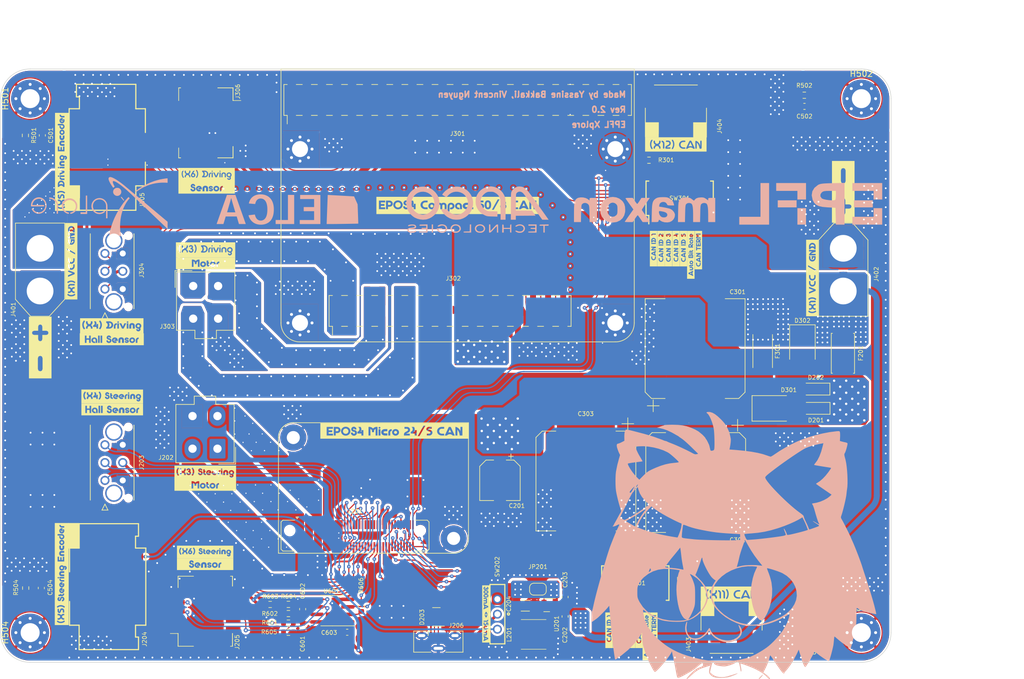
<source format=kicad_pcb>
(kicad_pcb (version 20221018) (generator pcbnew)
  (title_block (title "Steering/Driving Controller Interface PCB") (date "2023-03-22") (company "EPFL Xplore") (comment 2 "Author: Vincent Nguyen, Yassine Bakkali") (comment 4 "AISLER Project ID: UMHRLIUE"))
  (layers (0 "F.Cu" signal) (1 "In1.Cu" power "In1.Cu (GND)") (2 "In2.Cu" power "In2.Cu (GND)") (31 "B.Cu" signal) (34 "B.Paste" user) (35 "F.Paste" user) (36 "B.SilkS" user "B.Silkscreen") (37 "F.SilkS" user "F.Silkscreen") (38 "B.Mask" user) (39 "F.Mask" user) (44 "Edge.Cuts" user))
  (net 0 "")
  (net 1 "/Driving inteface/CANH")
  (net 2 "Net-(R201-Pad2)")
  (net 3 "Net-(C502-Pad1)")
  (net 4 "GND")
  (net 5 "Net-(C501-Pad1)")
  (net 6 "/Steering interface/Data{slash}HsDigIN4")
  (net 7 "/Steering interface/Data{slash}HsDigIN4\\")
  (net 8 "Vaux")
  (net 9 "/Steering interface/Data{slash}HsDigIN4_A53")
  (net 10 "Net-(C504-Pad1)")
  (net 11 "Net-(C503-Pad1)")
  (net 12 "/Steering interface/USB_D-")
  (net 13 "/Steering interface/USB_D+")
  (net 14 "VBUS")
  (net 15 "VCC")
  (net 16 "VDD")
  (net 17 "/Steering interface/Clock{slash}HsDigOUT1_A55")
  (net 18 "/Steering interface/Clock{slash}HsDigOUT1")
  (net 19 "/Steering interface/Clock{slash}HsDigOUT1\\")
  (net 20 "Vsensor")
  (net 21 "/Steering interface/Auto bit rate")
  (net 24 "/Driving inteface/CANL")
  (net 25 "/Driving inteface/Auto bit rate")
  (net 29 "/Steering interface/M1{slash}+M")
  (net 30 "/Steering interface/M2{slash}-M")
  (net 31 "/Steering interface/M3")
  (net 32 "/Steering interface/Hall Sensor 1")
  (net 33 "/Steering interface/Channel A")
  (net 34 "/Steering interface/Hall Sensor 2")
  (net 35 "/Steering interface/Channel A\\")
  (net 36 "/Steering interface/Hall Sensor 3")
  (net 37 "/Steering interface/Channel B")
  (net 38 "/Steering interface/Channel B\\")
  (net 39 "/Steering interface/DigIN1")
  (net 40 "/Steering interface/Channel I")
  (net 41 "/Steering interface/DigIN2")
  (net 42 "/Steering interface/Channel I\\")
  (net 43 "/Steering interface/DigIN3")
  (net 44 "/Steering interface/AnIN1+")
  (net 45 "/Steering interface/DigIN4")
  (net 46 "/Steering interface/AnIN1-")
  (net 47 "/Steering interface/DigOUT1")
  (net 48 "/Steering interface/AnIN2+")
  (net 49 "/Steering interface/DigOUT2")
  (net 50 "/Steering interface/AnIN2-")
  (net 51 "/Steering interface/AnOUT1")
  (net 57 "/Steering interface/DSP_TxD")
  (net 59 "/Driving inteface/DigIN1")
  (net 60 "/Driving inteface/DigIN2")
  (net 61 "/Driving inteface/DigIN3")
  (net 62 "/Driving inteface/DigIN4")
  (net 63 "/Driving inteface/DigOUT1")
  (net 64 "/Driving inteface/DigOUT2")
  (net 65 "/Driving inteface/Channel A{slash}HsDigIN1")
  (net 66 "/Driving inteface/Channel A{slash}HsDigIN1\\")
  (net 67 "/Driving inteface/Channel B{slash}HsDigIN2")
  (net 68 "/Driving inteface/Channel B{slash}HsDigIN2\\")
  (net 69 "/Driving inteface/Clock{slash}HsDigOUT1")
  (net 70 "/Driving inteface/Clock{slash}HsDigOUT1\\")
  (net 71 "/Driving inteface/Data{slash}HsDigIN4")
  (net 72 "/Driving inteface/Data{slash}HsDigIN4\\")
  (net 73 "Vaux2")
  (net 74 "/Driving inteface/STO-OUT+")
  (net 75 "/Driving inteface/STO-OUT-")
  (net 76 "/Driving inteface/AnIN1+")
  (net 77 "/Driving inteface/AnIN1-")
  (net 78 "/Driving inteface/AnIN2+")
  (net 79 "/Driving inteface/AnIN2-")
  (net 80 "/Driving inteface/AnOUT1")
  (net 81 "/Driving inteface/AnOUT2")
  (net 82 "/Driving inteface/CAN ID 1")
  (net 83 "/Driving inteface/CAN ID 2")
  (net 84 "/Driving inteface/CAN ID 3")
  (net 85 "/Driving inteface/CAN ID 4")
  (net 86 "/Driving inteface/CAN ID 5")
  (net 87 "/Driving inteface/DSP_RxD")
  (net 88 "/Driving inteface/DSP_TxD")
  (net 89 "/Driving inteface/SPI_CLK")
  (net 90 "/Driving inteface/SPI_IRQ")
  (net 91 "/Driving inteface/SPI_SOMI")
  (net 92 "/Driving inteface/SPI_SIMO")
  (net 93 "/Driving inteface/SPI_CS2")
  (net 94 "/Driving inteface/SPI_CS1")
  (net 95 "/Driving inteface/M1{slash}+M")
  (net 96 "/Driving inteface/M2{slash}-M")
  (net 97 "/Driving inteface/M3")
  (net 98 "/Driving inteface/Hall sensor 1")
  (net 99 "/Driving inteface/Hall sensor 2")
  (net 100 "/Driving inteface/Hall sensor 3")
  (net 101 "Vsensor2")
  (net 102 "/Driving inteface/Channel A")
  (net 103 "/Driving inteface/Channel A\\")
  (net 104 "/Driving inteface/Channel B")
  (net 105 "/Driving inteface/Channel B\\")
  (net 106 "/Driving inteface/Channel I")
  (net 107 "/Driving inteface/Channel I\\")
  (net 116 "/Steering interface/CAN ID 1")
  (net 117 "/Steering interface/CAN ID 2")
  (net 118 "/Steering interface/CAN ID 3")
  (net 119 "/Steering interface/CAN ID 4")
  (net 120 "/Steering interface/CAN ID 5")
  (net 121 "/Steering interface/CAN ID 6")
  (net 122 "/Steering interface/RS422 Transceiver/ISL_RO")
  (net 123 "/Steering interface/RS422 Transceiver/ISL_A")
  (net 124 "/Steering interface/RS422 Transceiver/ISL_B")
  (net 125 "/Steering interface/MODE")
  (net 126 "/Steering interface/MAX_VCC")
  (net 127 "/Steering interface/LX")
  (net 128 "/Steering interface/VCC_FUSED")
  (net 129 "/Driving inteface/VCC_FUSED")
  (net 130 "/Steering interface/DSP_RxD")
  (net 131 "Net-(R301-Pad1)")
  (footprint "kibuzzard-642A04E4" (layer "F.Cu") (at 197.75 130.1)
    (fp_text reference "kibuzzard-642A04E4" hide)
    (fp_text value "G***" hide)
  )
  (footprint "Resistor_SMD:R_0603_1608Metric" (layer "F.Cu") (at 135.375 132.2 90)
    (fp_text reference "R606")
    (fp_text value "1k")
  )
  (footprint "kibuzzard-642A8F6B" (layer "F.Cu") (at 180.875 136.2 90)
    (fp_text reference "kibuzzard-642A8F6B" hide)
    (fp_text value "G***" hide)
  )
  (footprint "0_switch:450301014042" (layer "F.Cu") (at 160.300999 135.489001 -90)
    (fp_text reference "SW202")
    (fp_text value "450301014042" hide)
  )
  (footprint "MountingHole:MountingHole_2.7mm_M2.5_Pad_Via" (layer "F.Cu") (at 178.150999 55.099001 90)
    (fp_text reference "H303" hide)
    (fp_text value "M2.5 (2.7mm)")
  )
  (footprint "kibuzzard-642A8FCA" (layer "F.Cu") (at 109.075 123)
    (fp_text reference "kibuzzard-642A8FCA" hide)
    (fp_text value "G***" hide)
  )
  (footprint "kibuzzard-642A8F43" (layer "F.Cu") (at 156.375 133.45 -90)
    (fp_text reference "kibuzzard-642A8F43" hide)
    (fp_text value "G***" hide)
  )
  (footprint "MountingHole:MountingHole_2.7mm_M2.5_Pad_Via" (layer "F.Cu") (at 125.050999 84.399001 90)
    (fp_text reference "H301" hide)
    (fp_text value "M2.5 (2.7mm)")
  )
  (footprint "Capacitor_SMD:C_0603_1608Metric" (layer "F.Cu") (at 210.675999 138.469001 180)
    (fp_text reference "C503")
    (fp_text value "330nF")
  )
  (footprint "MountingHole:MountingHole_2.2mm_M2_Pad" (layer "F.Cu") (at 123.924998 103.722999 180)
    (fp_text reference "H202" hide)
    (fp_text value "M2 (2.2mm)")
  )
  (footprint "Resistor_SMD:R_0603_1608Metric" (layer "F.Cu") (at 123.100999 131.839001)
    (fp_text reference "R603")
    (fp_text value "20k")
  )
  (footprint "kibuzzard-642A9061" (layer "F.Cu") (at 109.1 111.7)
    (fp_text reference "kibuzzard-642A9061" hide)
    (fp_text value "G***" hide)
  )
  (footprint "0_connectors:MOLEX_5031541090" (layer "F.Cu") (at 109.200999 50.669001 90)
    (fp_text reference "J306")
    (fp_text value "Sensor (X6) - Molex CLIK-Mate" hide)
  )
  (footprint "Resistor_SMD:R_0603_1608Metric" (layer "F.Cu") (at 209.990999 46.019001 180)
    (fp_text reference "R502")
    (fp_text value "100k")
  )
  (footprint "kibuzzard-642A90AD" (layer "F.Cu") (at 86.525 74 90)
    (fp_text reference "kibuzzard-642A90AD" hide)
    (fp_text value "G***" hide)
  )
  (footprint "0_connectors:MOLEX_43045-0624" (layer "F.Cu") (at 93.700999 107.941851 -90)
    (fp_text reference "J203")
    (fp_text value "Hall Sensor (X4) - Molex Micro-Fit 3.0")
  )
  (footprint "kibuzzard-642A8FAF" (layer "F.Cu") (at 84.925 126.725 90)
    (fp_text reference "kibuzzard-642A8FAF" hide)
    (fp_text value "G***" hide)
  )
  (footprint "MountingHole:MountingHole_3.2mm_M3_Pad_Via" (layer "F.Cu") (at 79.6 46.6 90)
    (fp_text reference "H501")
    (fp_text value "M3 (3.2mm)")
  )
  (footprint "kibuzzard-642A8FE0" (layer "F.Cu") (at 109.1 109.625)
    (fp_text reference "kibuzzard-642A8FE0" hide)
    (fp_text value "G***" hide)
  )
  (footprint "Resistor_SMD:R_0603_1608Metric" (layer "F.Cu") (at 189.150999 127.499001 -90)
    (fp_text reference "R201")
    (fp_text value "120R")
  )
  (footprint "kibuzzard-642A8EBB" (layer "F.Cu") (at 190.875 72.925 90)
    (fp_text reference "kibuzzard-642A8EBB" hide)
    (fp_text value "G***" hide)
  )
  (footprint "0_transceiver:ISL8490E-SOIC-8" (layer "F.Cu") (at 130.390999 132.894001 180)
    (fp_text reference "U601")
    (fp_text value "ISL8490E")
  )
  (footprint "kibuzzard-642A8F16" (layer "F.Cu") (at 151.600999 64.599001)
    (fp_text reference "kibuzzard-642A8F16" hide)
    (fp_text value "G***" hide)
  )
  (footprint "kibuzzard-642A0D20" (layer "F.Cu") (at 81.3 91.25 -90)
    (fp_text reference "kibuzzard-642A0D20" hide)
    (fp_text value "G***" hide)
  )
  (footprint "Capacitor_SMD:CP_Elec_6.3x7.7" (layer "F.Cu") (at 158.730999 110.919001 -90)
    (fp_text reference "C201")
    (fp_text value "68uF (EEHZA1V680XP)")
  )
  (footprint "0_connectors:SAMTEC-HTST-105-01-X-DV" (layer "F.Cu") (at 92.400999 54.799001 90)
    (fp_text reference "J305")
    (fp_text value "Encoder (X5) - Pin headers 2.54mm" hide)
  )
  (footprint "Jumper:SolderJumper-2_P1.3mm_Open_RoundedPad1.0x1.5mm" (layer "F.Cu") (at 165.125999 129.274001)
    (fp_text reference "JP201")
    (fp_text value "DCDC_PWM_MODE")
  )
  (footprint "Resistor_SMD:R_0603_1608Metric" (layer "F.Cu") (at 123.100999 133.389002)
    (fp_text reference "R602")
    (fp_text value "150R")
  )
  (footprint "Diode_SMD:D_SMB" (layer "F.Cu") (at 204.848999 98.799001)
    (fp_text reference "D301")
    (fp_text value "SMBJ54A")
  )
  (footprint "Connector_AMASS:AMASS_XT60-M_1x02_P7.20mm_Vertical" (layer "F.Cu") (at 216.550999 71.824001 -90)
    (fp_text reference "J402")
    (fp_text value "Power supply (X1) - XT60")
  )
  (footprint "Capacitor_SMD:C_0603_1608Metric" (layer "F.Cu") (at 81.480999 129.079001 90)
    (fp_text reference "C504")
    (fp_text value "330nF")
  )
  (footprint "Capacitor_SMD:CP_Elec_16x17.5" (layer "F.Cu") (at 173.200999 111.041501 -90)
    (fp_text reference "C303")
    (fp_text value "390uF 63V (UCZ1J391MNS1MS)")
  )
  (footprint "0_fuse:Fuseholder_Littelfuse_Nano2_157x" (layer "F.Cu") (at 216.490999 89.519001 -90)
    (fp_text reference "F201")
    (fp_text value "0157010")
  )
  (footprint "Capacitor_SMD:C_0603_1608Metric" (layer "F.Cu") (at 133.000999 136.539001 180)
    (fp_text reference "C603")
    (fp_text value "0.1uF 50V X7R")
  )
  (footprint "kibuzzard-642A90B7" (layer "F.Cu") (at 84.965 57.25 90)
    (fp_text reference "kibuzzard-642A90B7" hide)
    (fp_text value "G***" hide)
  )
  (footprint "0_fuse:0456 020" (layer "F.Cu") (at 202.975999 89.149001 -90)
    (fp_text reference "F301")
    (fp_text value "0456 020")
  )
  (footprint "kibuzzard-642A8EC3" (layer "F.Cu") (at 189.625 71.875 90)
    (fp_text reference "kibuzzard-642A8EC3" hide)
    (fp_text value "G***" hide)
  )
  (footprint "MountingHole:MountingHole_2.2mm_M2_Pad" (layer "F.Cu") (at 150.924998 120.722999 180)
    (fp_text reference "H201" hide)
    (fp_text value "M2 (2.2mm)")
  )
  (footprint "kibuzzard-642A8E9B" (layer "F.Cu") (at 211.325 76.825 90)
    (fp_text reference "kibuzzard-642A8E9B" hide)
    (fp_text value "G***" hide)
  )
  (footprint "kibuzzard-642A9082" (layer "F.Cu") (at 93.425 98.975)
    (fp_text reference "kibuzzard-642A9082" hide)
    (fp_text value "G***" hide)
  )
  (footprint "Resistor_SMD:R_0603_1608Metric" (layer "F.Cu") (at 123.101 134.989001)
    (fp_text reference "R601")
    (fp_text value "150R")
  )
  (footprint "kibuzzard-642A8F53" (layer "F.Cu") (at 184.65 136.45 90)
    (fp_text reference "kibuzzard-642A8F53" hide)
    (fp_text value "G***" hide)
  )
  (footprint "0_switch:2188LPST" (layer "F.Cu") (at 181.525999 128.249001)
    (fp_text reference "SW201")
    (fp_text value "218-8LPST" hide)
  )
  (footprint "MountingHole:MountingHole_3.2mm_M3_Pad_Via" (layer "F.Cu") (at 79.6 136.6 90)
    (fp_text reference "H504")
    (fp_text value "M3 (3.2mm)")
  )
  (footprint "kibuzzard-642A8EDE" (layer "F.Cu") (at 184.6 71.875 90)
    (fp_text reference "kibuzzard-642A8EDE" hide)
    (fp_text value "G***" hide)
  )
  (footprint "Connector_AMASS:AMASS_XT60-M_1x02_P7.20mm_Vertical" (layer "F.Cu") (at 81.275999 79.024001 90)
    (fp_text reference "J401")
    (fp_text value "Power supply (X1) - XT60")
  )
  (footprint "kibuzzard-642A8EB4" (layer "F.Cu") (at 192.15 72.125 90)
    (fp_text reference "kibuzzard-642A8EB4" hide)
    (fp_text value "G***" hide)
  )
  (footprint "MountingHole:MountingHole_2.7mm_M2.5_Pad_Via" (layer "F.Cu") (at 178.150999 84.399001 90)
    (fp_text reference "H304" hide)
    (fp_text value "M2.5 (2.7mm)")
  )
  (footprint "kibuzzard-642A9089" (layer "F.Cu") (at 93.35 84.9)
    (fp_text reference "kibuzzard-642A9089" hide)
    (fp_text value "G***" hide)
  )
  (footprint "0_connectors:MOLEX_5025840460" (layer "F.Cu") (at 188.362999 48.001001)
    (fp_text reference "J404")
    (fp_text value "CAN2 (X12) - Molex CLIK-Mate")
  )
  (footprint "Diode_SMD:D_SMB" (layer "F.Cu") (at 209.674999 88.385001 -90)
    (fp_text reference "D302")
    (fp_text value "SMBJ54A")
  )
  (footprint "0_connectors:MOLEX_5031541090" (layer "F.Cu") (at 109.100999 132.999001 -90)
    (fp_text reference "J205")
    (fp_text value "Sensor (X6) - Molex CLIK-Mate" hide)
  )
  (footprint "kibuzzard-642A0CF2" (layer "F.Cu") (at 216.55 64.775001 90)
    (fp_text reference "kibuzzard-642A0CF2" hide)
    (fp_text value "G***" hide)
  )
  (footprint "kibuzzard-642A8F64" (layer "F.Cu") (at 182.125 136.2 90)
    (fp_text reference "kibuzzard-642A8F64" hide)
    (fp_text value "G***" hide)
  )
  (footprint "Resistor_SMD:R_0603_1608Metric" (layer "F.Cu") (at 183.825 56.975 180)
    (fp_text reference "R301")
    (fp_text value "120R")
  )
  (footprint "kibuzzard-642A90CC" (layer "F.Cu") (at 109.325 61.6)
    (fp_text reference "kibuzzard-642A90CC" hide)
    (fp_text value "G***" hide)
  )
  (footprint "0_maxon_controllers:Micro_24_5_CAN" (layer "F.Cu") (at 134.324998 120.123 180)
    (fp_text reference "G201" hide)
    (fp_text value "~" hide)
  )
  (footprint "kibuzzard-642A8F79" (layer "F.Cu") (at 178.35 136.2 90)
    (fp_text reference "kibuzzard-642A8F79" hide)
    (fp_text value "G***" hide)
  )
  (footprint "MountingHole:MountingHole_2.7mm_M2.5_Pad_Via" (layer "F.Cu") (at 125.050998 55.099001 90)
    (fp_text reference "H302" hide)
    (fp_text value "M2.5 (2.7mm)")
  )
  (footprint "0_connectors:Samtec_LSHM-140-xx.x-x-DV-N_2x40_P0.50mm_Vertical" (layer "F.Cu") (at 134.324998 120.25)
    (fp_text reference "J201")
    (fp_text value "EPOS4 Micro 24/5 CAN Terminal/socket (LSHM-140-02.5-L-DV-A-N-K-TR)")
  )
  (footprint "Capacitor_SMD:C_1206_3216Metric" (layer "F.Cu") (at 163.000999 132.064001)
    (fp_text reference "C204")
    (fp_text value "10uF 6.3V X7R")
  )
  (footprint "Diode_SMD:D_SOD-123" (layer "F.Cu") (at 211.935999 95.549001 180)
    (fp_text reference "D202")
    (fp_text value "SMF30A")
  )
  (footprint "kibuzzard-642A0D20" (layer "F.Cu") (at 216.55 59.6 90)
    (fp_text reference "kibuzzard-642A0D20" hide)
    (fp_text value "G***" hide)
  )
  (footprint "MountingHole:MountingHole_3.2mm_M3_Pad_Via" (layer "F.Cu") (at 219.6 136.6)
    (fp_text reference "H503")
    (fp_text value "M3 (3.2mm)")
  )
  (footprint "0_connectors:SAMTEC-HTST-105-01-X-DV" (layer "F.Cu") (at 92.850999 128.849001 -90)
    (fp_text reference "J204")
    (fp_text value "Encoder (X5) - Pin headers 2.54mm" hide)
  )
  (footprint "0_connectors:MOLEX_5025840460" (layer "F.Cu") (at 197.736999 136.391001 180)
    (fp_text reference "J403")
    (fp_text value "CAN 1 (X11) - Molex CLIK-Mate")
  )
  (footprint "0_connectors:SSM-123-L-DV" (layer "F.Cu") (at 151.600999 46.819001 90)
    (fp_text reference "J301")
    (fp_text value "02x23 Socket header (SSM-123-L-DV)")
  )
  (footprint "0_maxon_controllers:Compact_50_8_CAN" (layer "F.Cu") (at 151.600999 46.819001 90)
    (fp_text reference "G301" hide)
    (fp_text value "~")
  )
  (footprint "Capacitor_SMD:C_0603_1608Metric" (layer "F.Cu") (at 125.500999 135.739001 -90)
    (fp_text reference "C601")
    (fp_text value "220pF 50V C0G")
  )
  (footprint "kibuzzard-642A9101" (layer "F.Cu") (at 109.325 59.45)
    (fp_text reference "kibuzzard-642A9101" hide)
    (fp_text value "G***" hide)
  )
  (footprint "0_connectors:SSM-116-L-DV" (layer "F.Cu") (at 150.330999 82.379001 90)
    (fp_text reference "J302")
    (fp_text value "02x16 Socket header (SSM-116-L-DV)")
  )
  (footprint "Package_TO_SOT_SMD:SOT-143" (layer "F.Cu") (at 148.025 133.949001 180)
    (fp_text reference "D203")
    (fp_text value "PRTR5V0U2X")
  )
  (footprint "kibuzzard-642A0CF2" (layer "F.Cu") (at 81.3 86.075 -90)
    (fp_text reference "kibuzzard-642A0CF2" hide)
    (fp_text value "G***" hide)
  )
  (footprint "0_inductors:LQH5BPB100MT0L" (layer "F.Cu") (at 164.400999 136.899001 180)
    (fp_text reference "L201")
    (fp_text value "LQH5BPH470MT0L (47uH)" hide)
  )
  (footprint "Capacitor_SMD:CP_Elec_16x17.5" (layer "F.Cu") (at 191.700999 111.299001 -90)
    (fp_text reference "C302")
    (fp_text value "390uF 63V (UCZ1J391MNS1MS)")
  )
  (footprint "kibuzzard-642A8ED1" (layer "F.Cu") (at 187.1 71.875 90)
    (fp_text reference "kibuzzard-642A8ED1" hide)
    (fp_text value "G***" hide)
  )
  (footprint "kibuzzard-642A8F5C" (layer "F.Cu") (at 183.375 137.225 90)
    (fp_text reference "kibuzzard-642A8F5C" hide)
    (fp_text value "G***" hide)
  )
  (footprint "kibuzzard-642A8F3A" (layer "F.Cu") (at 140.975 102.6)
    (fp_text reference "kibuzzard-642A8F3A" hide)
    (fp_text value "G***" hide)
  )
  (footprint "Resistor_SMD:R_0603_1608Metric" (layer "F.Cu") (at 210.675999 135.269001 180)
    (fp_text reference "R503")
    (fp_text value "100k")
  )
  (footprint "Resistor_SMD:R_0603_1608Metric" (layer "F.Cu") (at 120.025 131.85)
    (fp_text reference "R604")
    (fp_text value "20k")
  )
  (footprint "0_connectors:Molex_Mini-Fit_Jr_5566-04A_2x02_P4.20mm_Vertical" (layer "F.Cu") (at 111.150999 105.599001 180)
    (fp_text reference "J202")
    (fp_text value "Motor (X3) - Molex Mini-Fit Jr.")
  )
  (footprint "0_regulator:MAX15462BATA" (layer "F.Cu") (at 167.120999 131.964001 180)
    (fp_text reference "U201")
    (fp_text value "MAX15462BATA+T")
  )
  (footprint "kibuzzard-642A056F" (layer "F.Cu") (at 188.35 54.3125)
    (fp_text reference "kibuzzard-642A056F" hide)
    (fp_text value "G***" hide)
  )
  (footprint "kibuzzard-642A8EC9" (layer "F.Cu") (at 188.375 71.875 90)
    (fp_text reference "kibuzzard-642A8EC9" hide)
    (fp_text value "G***" hide)
  )
  (footprint "0_connectors:USB_Micro-B_Molex-105133-0001" (layer "F.Cu") (at 148.350999 138.174001)
    (fp_text reference "J206")
    (fp_text value "USB_B_Micro")
  )
  (footprint "Capacitor_SMD:C_0603_1608Metric" (layer "F.Cu") (at 81.650999 52.789001 -90)
    (fp_text reference "C501")
    (fp_text value "330nF")
  )
  (footprint "Capacitor_SMD:C_0603_1608Metric" (layer "F.Cu") (at 210.015999 47.899001 180)
    (fp_text reference "C502")
    (fp_text value "330nF")
  )
  (footprint "kibuzzard-642A8F72" (layer "F.Cu") (at 179.6 136.2 90)
    (fp_text reference "kibuzzard-642A8F72" hide)
    (fp_text value "G***" hide)
  )
  (footprint "0_connectors:MOLEX_43045-0624" (layer "F.Cu") (at 93.700999 75.691851 -90)
    (fp_text reference "J304")
    (fp_text value "Hall Sensor (X4) - Molex Micro-Fit 3.0")
  )
  (footprint "MountingHole:MountingHole_3.2mm_M3_Pad_Via" (layer "F.Cu") (at 219.6 46.6)
    (fp_text reference "H502")
    (fp_text value "M3 (3.2mm)")
  )
  (footprint "kibuzzard-642A90E8" (layer "F.Cu") (at 109.15 74.35)
    (fp_text reference "kibuzzard-642A90E8" hide)
    (fp_text value "G***" hide)
  )
  (footprint "kibuzzard-642A907B" (layer "F.Cu") (at 93.425 96.8)
    (fp_text reference "kibuzzard-642A907B" hide)
    (fp_text value "G***" hide)
  )
  (footprint "0_switch:2188LPST" (layer "F.Cu") (at 188.995999 63.389001)
    (fp_text reference "SW301")
    (fp_text value "218-8LPST" hide)
  )
  (footprint "Capacitor_SMD:C_0603_1608Metric" (layer "F.Cu") (at 125.500999 132.639001 90)
    (fp_text reference "C602")
    (fp_text value "220pF 50V C0G")
  )
  (footprint "kibuzzard-642A8F81" (layer "F.Cu") (at 177.1 136.2 90)
    (fp_text reference "kibuzzard-642A8F81" hide)
    (fp_text value "G***" hide)
  )
  (footprint "kibuzzard-642A8FD2" (layer "F.Cu") (at 109.075 125.05)
    (fp_text reference "kibuzzard-642A8FD2" hide)
    (fp_text value "G***" hide)
  )
  (footprint "0_connectors:Molex_Mini-Fit_Jr_5566-04A_2x02_P4.20mm_Vertical" (layer "F.Cu") (at 107.060999 78.179001)
    (fp_text reference "J303")
    (fp_text value "Motor (X3) - Molex Mini-Fit Jr.")
  )
  (footprint "Resistor_SMD:R_0603_1608Metric" (layer "F.Cu") (at 78.800999 52.799001 -90)
    (fp_text reference "R501")
    (fp_text value "100k")
  )
  (footprint "Resistor_SMD:R_0603_1608Metric" (layer "F.Cu") (at 78.850999 129.089001 90)
    (fp_text reference "R504")
    (fp_text value "100k")
  )
  (footprint "Resistor_SMD:R_0603_1608Metric" (layer "F.Cu") (at 123.100999 136.539001)
    (fp_text reference "R605")
    (fp_text value "22k")
  )
  (footprint "Capacitor_SMD:CP_Elec_16x17.5" (layer "F.Cu") (at 191.600999 88.724001 90)
    (fp_text reference "C301")
    (fp_text value "390uF 63V (UCZ1J391MNS1MS)")
  )
  (footprint "kibuzzard-642A8ED7" (layer "F.Cu") (at 185.85 71.875 90)
    (fp_text reference "kibuzzard-642A8ED7" hide)
    (fp_text value "G***" hide)
  )
  (footprint "kibuzzard-642A90A5" (layer "F.Cu") (at 93.35 87.15)
    (fp_text reference "kibuzzard-642A90A5" hide)
    (fp_text value "G***" hide)
  )
  (footprint "Capacitor_SMD:C_0603_1608Metric" (layer "F.Cu") (at 169.700999 130.599001 90)
    (fp_text reference "C203")
    (fp_text value "1uF 6.3V X7R")
  )
  (footprint "Diode_SMD:D_SOD-123" (layer "F.Cu") (at 211.960999 98.799001 180)
    (fp_text reference "D201")
    (fp_text value "SMF30A")
  )
  (footprint "Capacitor_SMD:C_0603_1608Metric" (layer "F.Cu") (at 169.700999 133.874001 90)
    (fp_text reference "C202")
    (fp_text value "1uF 50V X7R")
  )
  (footprint "kibuzzard-642A0BFC" (layer "F.Cu") (at 109.15 72.1)
    (fp_text reference "kibuzzard-642A0BFC" hide)
    (fp_text value "G***" hide)
  )
  (footprint "LOGO" (layer "B.Cu") (at 154.94 65.278 180)
    (fp_text reference "G***" hide)
    (fp_text value "LOGO" hide)
  )
  (footprint "LOGO" (layer "B.Cu") (at 198.841252 121.920743 180)
    (fp_text reference "G***" hide)
    (fp_text value "LOGO" hide)
  )
  (footprint "LOGO" (layer "B.Cu") (at 122.936 65.278 180)
    (fp_text reference "G***" hide)
    (fp_text value "LOGO" hide)
  )
  (footprint "LOGO" (layer "B.Cu") (at 183.134 65.278 180)
    (fp_text reference "G***" hide)
    (fp_text value "LOGO" hide)
  )
  (footprint "LOGO" (layer "B.Cu") (at 211.074 64.262 180)
    (fp_text reference "G***" hide)
    (fp_text value "LOGO" hide)
  )
  (footprint "LOGO" (layer "B.Cu") (at 91.186 64.77 180)
    (fp_text reference "G***" hide)
    (fp_text value "LOGO" hide)
  )
  (gr_rect (start 86.075 118.2) (end 87.850999 122.349001) (stroke (width 0.15)) (fill solid) (layer "F.SilkS"))
  (gr_poly (pts (xy 193.5 53.0625) (xy 191.35 53.0625) (xy 191.35 50.6875) (xy 193.5 50.6875)) (stroke (width 0.15)) (fill solid) (layer "F.SilkS"))
  (gr_rect (start 192.6 131.35) (end 194.75 133.725) (stroke (width 0.15)) (fill solid) (layer "F.SilkS"))
  (gr_poly (pts (xy 185.4 53.05) (xy 183.225 53.05) (xy 183.225 50.674999) (xy 185.4 50.675)) (stroke (width 0.15)) (fill solid) (layer "F.SilkS"))
  (gr_rect (start 200.7 131.3625) (end 202.875 133.7375) (stroke (width 0.15)) (fill solid) (layer "F.SilkS"))
  (gr_rect (start 86.125 61.3005) (end 87.900999 65.449501) (stroke (width 0.15)) (fill solid) (layer "F.SilkS"))
  (gr_line (start 224.6 136.6) (end 224.6 46.6) (stroke (width 0.1)) (layer "Edge.Cuts"))
  (gr_arc (start 224.6 136.6) (mid 223.135826 140.135826) (end 219.6 141.6) (stroke (width 0.1)) (layer "Edge.Cuts"))
  (gr_line (start 79.6 141.6) (end 219.6 141.6) (stroke (width 0.1)) (layer "Edge.Cuts"))
  (gr_line (start 74.6 46.6) (end 74.6 136.6) (stroke (width 0.1)) (layer "Edge.Cuts"))
  (gr_line (start 79.6 41.6) (end 219.6 41.6) (stroke (width 0.1)) (layer "Edge.Cuts"))
  (gr_arc (start 79.6 141.6) (mid 76.064466 140.135534) (end 74.6 136.6) (stroke (width 0.1)) (layer "Edge.Cuts"))
  (gr_arc (start 219.6 41.6) (mid 223.13518 43.064527) (end 224.599 46.6) (stroke (width 0.1)) (layer "Edge.Cuts"))
  (gr_arc (start 74.6 46.6) (mid 76.064466 43.064466) (end 79.6 41.6) (stroke (width 0.1)) (layer "Edge.Cuts"))
  (gr_text "Rev 2.0" (at 180.086 49.022) (layer "B.SilkS") (effects (font (size 1 1) (thickness 0.3) bold) (justify left bottom mirror)))
  (gr_text "Made by Yassine Bakkali, Vincent Nguyen\n" (at 180.086 46.482) (layer "B.SilkS") (effects (font (size 1 1) (thickness 0.3) bold) (justify left bottom mirror)))
  (gr_text "EPFL Xplore\n" (at 180.086 51.562) (layer "B.SilkS") (effects (font (size 1 1) (thickness 0.3) bold) (justify left bottom mirror)))
  (segment (start 173.571896 122.996896) (end 175.528103 124.953103) (width 0.2) (layer "F.Cu") (net 1))
  (segment (start 196.875 126.9) (end 197.675 127.7) (width 0.2) (layer "F.Cu") (net 1))
  (segment (start 166.840999 52.739017) (end 166.840999 49.344001) (width 0.2) (layer "F.Cu") (net 1))
  (segment (start 196.275 126.3) (end 196.675 126.7) (width 0.2) (layer "F.Cu") (net 1))
  (segment (start 172.975 81.85) (end 173.125 81.85) (width 0.2) (layer "F.Cu") (net 1))
  (segment (start 184.172999 125.222) (end 184.610842 124.784157) (width 0.2) (layer "F.Cu") (net 1))
  (segment (start 177.451981 125.75) (end 182.898295 125.75) (width 0.2) (layer "F.Cu") (net 1))
  (segment (start 196.275 126.3) (end 196.075 126.1) (width 0.2) (layer "F.Cu") (net 1))
  (segment (start 144.074998 122.1) (end 145.642475 122.1) (width 0.2) (layer "F.Cu") (net 1))
  (segment (start 144.074998 115.700002) (end 144.075 115.7) (width 0.2) (layer "F.Cu") (net 1))
  (segment (start 144.1 120.725) (end 144.087499 120.737501) (width 0.2) (layer "F.Cu") (net 1))
  (segment (start 196.675 126.7) (end 196.875 126.9) (width 0.2) (layer "F.Cu") (net 1))
  (segment (start 175.375 78.623018) (end 175.375 67.912132) (width 0.2) (layer "F.Cu") (net 1))
  (segment (start 187.627003 125.7) (end 186.859001 125.7) (width 0.2) (layer "F.Cu") (net 1))
  (segment (start 175.225 67.55) (end 175.075 67.4) (width 0.2) (layer "F.Cu") (net 1))
  (segment (start 174.101981 60) (end 175.375 60) (width 0.2) (layer "F.Cu") (net 1))
  (segment (start 199.986999 131.13898) (end 199.986999 133.121001) (width 0.2) (layer "F.Cu") (net 1))
  (segment (start 186.282999 125.7) (end 186.090999 125.7) (width 0.2) (layer "F.Cu") (net 1))
  (segment (start 179.146573 60) (end 175.375 60) (width 0.2) (layer "F.Cu") (net 1))
  (segment (start 186.667 125.7) (end 186.282999 125.7) (width 0.2) (layer "F.Cu") (net 1))
  (segment (start 183.106066 56.568933) (end 185.527213 54.147787) (width 0.2) (layer "F.Cu") (net 1))
  (segment (start 187.627003 125.7) (end 195.109314 125.7) (width 0.2) (layer "F.Cu") (net 1))
  (segment (start 171.648018 122.2) (end 155.200304 122.2) (width 0.2) (layer "F.Cu") (net 1))
  (segment (start 184.791155 124.784157) (end 185.435468 125.42847) (width 0.2) (layer "F.Cu") (net 1))
  (segment (start 144.074998 120.767681) (end 144.074998 122.1) (width 0.2) (layer "F.Cu") (net 1))
  (segment (start 174.578103 80.546896) (end 173.381065 81.743933) (width 0.2) (layer "F.Cu") (net 1))
  (segment (start 172.178103 59.203103) (end 167.637895 54.662895) (width 0.2) (layer "F.Cu") (net 1))
  (segment (start 148.851981 123.65) (end 151.699695 123.65) (width 0.2) (layer "F.Cu") (net 1))
  (segment (start 182.893933 57.081066) (end 180.560787 59.414213) (width 0.2) (layer "F.Cu") (net 1))
  (segment (start 186.112999 52.733574) (end 186.112999 51.271001) (width 0.2) (layer "F.Cu") (net 1))
  (segment (start 184.700999 124.566501) (end 184.700999 124.439001) (width 0.2) (layer "F.Cu") (net 1))
  (segment (start 146.928103 122.853103) (end 146.551551 122.476551) (width 0.2) (layer "F.Cu") (net 1))
  (segment (start 186.859001 125.7) (end 186.667 125.7) (width 0.2) (layer "F.Cu") (net 1))
  (segment (start 197.675 127.7) (end 199.190102 129.215102) (width 0.2) (layer "F.Cu") (net 1))
  (via (at 144.075 115.7) (size 0.6) (drill 0.2) (layers "F.Cu" "B.Cu") (net 1))
  (via (at 172.975 81.85) (size 0.6) (drill 0.2) (layers "F.Cu" "B.Cu") (net 1))
  (via (at 175.075 67.4) (size 0.6) (drill 0.2) (layers "F.Cu" "B.Cu") (net 1))
  (via (at 175.375 60) (size 0.6) (drill 0.2) (layers "F.Cu" "B.Cu") (net 1))
  (via (at 144.1 120.725) (size 0.6) (drill 0.2) (layers "F.Cu" "B.Cu") (net 1))
  (arc (start 183.106066 56.568933) (mid 183.027565 56.686417) (end 183 56.825) (width 0.2) (layer "F.Cu") (net 1))
  (arc (start 146.551551 122.476551) (mid 146.134463 122.197862) (end 145.642475 122.1) (width 0.2) (layer "F.Cu") (net 1))
  (arc (start 175.528103 124.953103) (mid 176.410786 125.542893) (end 177.451981 125.75) (width 0.2) (layer "F.Cu") (net 1))
  (arc (start 174.578103 80.546896) (mid 175.167893 79.664213) (end 175.375 78.623018) (width 0.2) (layer "F.Cu") (net 1))
  (arc (start 148.851981 123.65) (mid 147.810786 123.442893) (end 146.928103 122.853103) (width 0.2) (layer "F.Cu") (net 1))
  (arc (start 167.637895 54.662895) (mid 167.048105 53.780212) (end 166.840999 52.739017) (width 0.2) (layer "F.Cu") (net 1))
  (arc (start 186.112999 52.733574) (mid 185.960758 53.498941) (end 185.527213 54.147787) (width 0.2) (layer "F.Cu") (net 1))
  (arc (start 174.101981 60) (mid 173.060786 59.792893) (end 172.178103 59.203103) (width 0.2) (layer "F.Cu") (net 1))
  (arc (start 184.791155 124.784157) (mid 184.700998 124.746813) (end 184.610842 124.784157) (width 0.2) (layer "F.Cu") (net 1))
  (arc (start 153.45 122.925) (mid 152.646953 123.461578) (end 151.699695 123.65) (width 0.2) (layer "F.Cu") (net 1))
  (arc (start 184.172999 125.222) (mid 183.58816 125.612777) (end 182.898295 125.75) (width 0.2) (layer "F.Cu") (net 1))
  (arc (start 184.700999 124.566501) (mid 184.724429 124.684295) (end 184.791155 124.784157) (width 0.2) (layer "F.Cu") (net 1))
  (arc (start 144.074998 120.767681) (mid 144.078246 120.751347) (end 144.087499 120.737501) (width 0.2) (layer "F.Cu") (net 1))
  (arc (start 173.571896 122.996896) (mid 172.689213 122.407106) (end 171.648018 122.2) (width 0.2) (layer "F.Cu") (net 1))
  (arc (start 182.893933 57.081066) (mid 182.972434 56.963581) (end 183 56.825) (width 0.2) (layer "F.Cu") (net 1))
  (arc (start 184.700999 124.566501) (mid 184.677567 124.684295) (end 184.610842 124.784157) (width 0.2) (layer "F.Cu") (net 1))
  (arc (start 175.225 67.55) (mid 175.336016 67.716147) (end 175.375 67.912132) (width 0.2) (layer "F.Cu") (net 1))
  (arc (start 153.45 122.925) (mid 154.253046 122.388421) (end 155.200304 122.2) (width 0.2) (layer "F.Cu") (net 1))
  (arc (start 195.109314 125.7) (mid 195.631939 125.803956) (end 196.075 126.1) (width 0.2) (layer "F.Cu") (net 1))
  (arc (start 186.090999 125.7) (mid 185.736228 125.629431) (end 185.435468 125.42847) (width 0.2) (layer "F.Cu") (net 1))
  (arc (start 179.146573 60) (mid 179.91194 59.847759) (end 180.560787 59.414213) (width 0.2) (layer "F.Cu") (net 1))
  (arc (start 173.381065 81.743933) (mid 173.263581 81.822434) (end 173.125 81.85) (width 0.2) (layer "F.Cu") (net 1))
  (arc (start 199.190102 129.215102) (mid 199.779892 130.097785) (end 199.986999 131.13898) (width 0.2) (layer "F.Cu") (net 1))
  (segment (start 160.278103 92.546896) (end 158.221896 94.603103) (width 0.2) (layer "B.Cu") (net 1))
  (segment (start 144.075 115.7) (end 144.075 120.682322) (width 0.2) (layer "B.Cu") (net 1))
  (segment (start 156.298018 95.4) (end 153.401981 95.4) (width 0.2) (layer "B.Cu") (net 1))
  (segment (start 172.975 81.85) (end 173.275 82.15) (width 0.2) (layer "B.Cu") (net 1))
  (segment (start 175.225 67.25) (end 175.075 67.4) (width 0.2) (layer "B.Cu") (net 1))
  (segment (start 144.871896 102.803103) (end 151.478103 96.196896) (width 0.2) (layer "B.Cu") (net 1))
  (segment (start 175.375 66.887867) (end 175.375 60) (width 0.2) (layer "B.Cu") (net 1))
  (segment (start 144.1 120.725) (end 144.0875 120.7125) (width 0.2) (layer "B.Cu") (net 1))
  (segment (start 144.075 115.7) (end 144.075 104.726981) (width 0.2) (layer "B.Cu") (net 1))
  (segment (start 173.575 90.213603) (end 173.575 82.874264) (width 0.2) (layer "B.Cu") (net 1))
  (segment (start 172.038603 91.75) (end 162.201981 91.75) (width 0.2) (layer "B.Cu") (net 1))
  (arc (start 144.871896 102.803103) (mid 144.282106 103.685786) (end 144.075 104.726981) (width 0.2) (layer "B.Cu") (net 1))
  (arc (start 144.0875 120.7125) (mid 144.078248 120.698654) (end 144.075 120.682322) (width 0.2) (layer "B.Cu") (net 1))
  (arc (start 153.401981 95.4) (mid 152.360786 95.607106) (end 151.478103 96.196896) (width 0.2) (layer "B.Cu") (net 1))
  (arc (start 175.225 67.25) (mid 175.336016 67.083852) (end 175.375 66.887867) (width 0.2) (layer "B.Cu") (net 1))
  (arc (start 160.278103 92.546896) (mid 161.160786 91.957106) (end 162.201981 91.75) (width 0.2) (layer "B.Cu") (net 1))
  (arc (start 173.575 90.213603) (mid 173.458048 90.801556) (end 173.125 91.3) (width 0.2) (layer "B.Cu") (net 1))
  (arc (start 156.298018 95.4) (mid 157.339213 95.192893) (end 158.221896 94.603103) (width 0.2) (layer "B.Cu") (net 1))
  (arc (start 173.275 82.15) (mid 173.497032 82.482295) (end 173.575 82.874264) (width 0.2) (layer "B.Cu") (net 1))
  (arc (start 172.038603 91.75) (mid 172.626556 91.633048) (end 173.125 91.3) (width 0.2) (layer "B.Cu") (net 1))
  (segment (start 187.04827 128.324001) (end 189.150999 128.324001) (width 0.2) (layer "F.Cu") (net 2))
  (segment (start 184.700999 130.671272) (end 184.700999 132.059001) (width 0.2) (layer "F.Cu") (net 2))
  (arc (start 185.388499 129.011501) (mid 186.150008 128.502676) (end 187.04827 128.324001) (width 0.2) (layer "F.Cu") (net 2))
  (arc (start 185.388499 129.011501) (mid 184.879674 129.77301) (end 184.700999 130.671272) (width 0.2) (layer "F.Cu") (net 2))
  (segment (start 210.820999 46.024001) (end 210.815999 46.019001) (width 0.2) (layer "F.Cu") (net 3))
  (segment (start 210.790999 47.899001) (end 210.820999 47.869001) (width 0.2) (layer "F.Cu") (net 3))
  (segment (start 125.458321 136.539001) (end 123.925999 136.539001) (width 0.15) (layer "F.Cu") (net 4))
  (segment (start 125.488499 136.526501) (end 125.500999 136.514001) (width 0.15) (layer "F.Cu") (net 4))
  (segment (start 123.968676 131.864001) (end 125.500999 131.864001) (width 0.15) (layer "F.Cu") (net 4))
  (segment (start 143.074998 121.468201) (end 143.074998 122.1) (width 0.3) (layer "F.Cu") (net 4))
  (segment (start 138.375 123.670709) (end 138.375 124.725) (width 0.3) (layer "F.Cu") (net 4))
  (segment (start 143.074998 118.718198) (end 143.074998 118.591681) (width 0.3) (layer "F.Cu") (net 4))
  (segment (start 143.074998 117.274817) (end 143.074998 117.724448) (width 0.3) (layer "F.Cu") (net 4))
  (segment (start 143.074998 118.718198) (end 143.074998 118.850733) (width 0.3) (layer "F.Cu") (net 4))
  (segment (start 123.938499 131.851501) (end 123.925999 131.839001) (width 0.15) (layer "F.Cu") (net 4))
  (segment (start 143.074998 118.206111) (end 143.074998 118.591681) (width 0.3) (layer "F.Cu") (net 4))
  (segment (start 138.574998 123.258582) (end 138.574998 122.1) (width 0.3) (layer "F.Cu") (net 4))
  (segment (start 143.074998 118.950135) (end 143.074998 118.983269) (width 0.3) (layer "F.Cu") (net 4))
  (segment (start 151.150999 137.099001) (end 150.900999 137.349001) (width 0.2) (layer "F.Cu") (net 4))
  (segment (start 138.574998 116.950003) (end 138.574998 118.4) (width 0.3) (layer "F.Cu") (net 4))
  (segment (start 143.074998 118.206111) (end 143.074998 117.724448) (width 0.3) (layer "F.Cu") (net 4))
  (segment (start 138.424999 123.55) (end 138.474999 123.500001) (width 0.3) (layer "F.Cu") (net 4))
  (segment (start 143.074998 118.883867) (end 143.074998 118.950135) (width 0.3) (layer "F.Cu") (net 4))
  (segment (start 140.074998 123.849996) (end 140.074998 122.1) (width 0.3) (layer "F.Cu") (net 4))
  (segment (start 143.074998 117.274817) (end 143.074998 117.050002) (width 0.3) (layer "F.Cu") (net 4))
  (segment (start 143.525 120.3818) (end 143.525 120.06967) (width 0.3) (layer "F.Cu") (net 4))
  (segment (start 140.074998 117.050003) (end 140.074998 118.4) (width 0.3) (layer "F.Cu") (net 4))
  (segment (start 143.074998 118.883867) (end 143.074998 118.850733) (width 0.3) (layer "F.Cu") (net 4))
  (segment (start 164.475999 129.274001) (end 164.475999 132.064001) (width 0.75) (layer "F.Cu") (net 4))
  (via (at 169.575 89.9) (size 0.7) (drill 0.3) (layers "F.Cu" "B.Cu") (net 4))
  (via (at 89.310999 44.769001) (size 0.7) (drill 0.3) (layers "F.Cu" "B.Cu") (net 4))
  (via (at 113.090999 88.299001) (size 0.7) (drill 0.3) (layers "F.Cu" "B.Cu") (net 4))
  (via (at 162.100999 126.899001) (size 0.7) (drill 0.3) (layers "F.Cu" "B.Cu") (net 4))
  (via (at 145.858999 74.861001) (size 0.7) (drill 0.3) (layers "F.Cu" "B.Cu") (net 4))
  (via (at 137.125 113.7) (size 0.7) (drill 0.3) (layers "F.Cu" "B.Cu") (net 4))
  (via (at 82.710999 56.839001) (size 0.7) (drill 0.3) (layers "F.Cu" "B.Cu") (net 4))
  (via (at 199.200999 140.799001) (size 0.7) (drill 0.3) (layers "F.Cu" "B.Cu") (net 4))
  (via (at 164.800999 140.799001) (size 0.7) (drill 0.3) (layers "F.Cu" "B.Cu") (net 4))
  (via (at 75.400999 54.199001) (size 0.7) (drill 0.3) (layers "F.Cu" "B.Cu") (net 4))
  (via (at 124.175 61.8) (size 0.7) (drill 0.3) (layers "F.Cu" "B.Cu") (net 4))
  (via (at 115.575 122.7) (size 0.7) (drill 0.3) (layers "F.Cu" "B.Cu") (net 4))
  (via (at 138.058999 74.161001) (size 0.7) (drill 0.3) (layers "F.Cu" "B.Cu") (net 4))
  (via (at 120.375 126.9) (size 0.7) (drill 0.3) (layers "F.Cu" "B.Cu") (net 4))
  (via (at 122.165 61.8) (size 0.7) (drill 0.3) (layers "F.Cu" "B.Cu") (net 4))
  (via (at 205.070999 42.629001) (size 0.7) (drill 0.3) (layers "F.Cu" "B.Cu") (net 4))
  (via (at 170.575 70.8) (size 0.7) (drill 0.3) (layers "F.Cu" "B.Cu") (net 4))
  (via (at 160.155 117.28) (size 0.7) (drill 0.3) (layers "F.Cu" "B.Cu") (net 4))
  (via (at 221.425 66.959999) (size 0.7) (drill 0.3) (layers "F.Cu" "B.Cu") (net 4))
  (via (at 192.800999 140.799001) (size 0.7) (drill 0.3) (layers "F.Cu" "B.Cu") (net 4))
  (via (at 222.430999 128.819001) (size 0.7) (drill 0.3) (layers "F.Cu" "B.Cu") (net 4))
  (via (at 76.515 86.05) (size 0.7) (drill 0.3) (layers "F.Cu" "B.Cu") (net 4))
  (via (at 76.515 88.68) (size 0.7) (drill 0.3) (layers "F.Cu" "B.Cu") (net 4))
  (via (at 80.970999 126.209001) (size 0.7) (drill 0.3) (layers "F.Cu" "B.Cu") (net 4))
  (via (at 88.010999 138.639001) (size 0.7) (drill 0.3) (layers "F.Cu" "B.Cu") (net 4))
  (via (at 160.155 118.68) (size 0.7) (drill 0.3) (layers "F.Cu" "B.Cu") (net 4))
  (via (at 206.600999 140.799001) (size 0.7) (drill 0.3) (layers "F.Cu" "B.Cu") (net 4))
  (via (at 155.400999 140.799001) (size 0.7) (drill 0.3) (layers "F.Cu" "B.Cu") (net 4))
  (via (at 207.970999 138.589001) (size 0.7) (drill 0.3) (layers "F.Cu" "B.Cu") (net 4))
  (via (at 81.670999 124.109001) (size 0.7) (drill 0.3) (layers "F.Cu" "B.Cu") (net 4))
  (via (at 223.130999 129.519001) (size 0.7) (drill 0.3) (layers "F.Cu" "B.Cu") (net 4))
  (via (at 205.770999 43.329001) (size 0.7) (drill 0.3) (layers "F.Cu" "B.Cu") (net 4))
  (via (at 214.720999 53.849001) (size 0.7) (drill 0.3) (layers "F.Cu" "B.Cu") (net 4))
  (via (at 160.855 116.58) (size 0.7) (drill 0.3) (layers "F.Cu" "B.Cu") (net 4))
  (via (at 84.415 84.8) (size 0.7) (drill 0.3) (layers "F.Cu" "B.Cu") (net 4))
  (via (at 183.800999 89.199001) (size 0.7) (drill 0.3) (layers "F.Cu" "B.Cu") (net 4))
  (via (at 223.700999 106.399001) (size 0.7) (drill 0.3) (layers "F.Cu" "B.Cu") (net 4))
  (via (at 94.000999 140.799001) (size 0.7) (drill 0.3) (layers "F.Cu" "B.Cu") (net 4))
  (via (at 182.400999 90.599001) (size 0.7) (drill 0.3) (layers "F.Cu" "B.Cu") (net 4))
  (via (at 223.700999 91.099001) (size 0.7) (drill 0.3) (layers "F.Cu" "B.Cu") (net 4))
  (via (at 170.575 68.789999) (size 0.7) (drill 0.3) (layers "F.Cu" "B.Cu") (net 4))
  (via (at 184.600999 85.599001) (size 0.7) (drill 0.3) (layers "F.Cu" "B.Cu") (net 4))
  (via (at 76.515 84.65) (size 0.7) (drill 0.3) (layers "F.Cu" "B.Cu") (net 4))
  (via (at 208.830999 55.219001) (size 0.7) (drill 0.3) (layers "F.Cu" "B.Cu") (net 4))
  (via (at 156.305 118.63) (size 0.7) (drill 0.3) (layers "F.Cu" "B.Cu") (net 4))
  (via (at 75.400999 105.799001) (size 0.7) (drill 0.3) (layers "F.Cu" "B.Cu") (net 4))
  (via (at 78.220999 55.409001) (size 0.7) (drill 0.3) (layers "F.Cu" "B.Cu") (net 4))
  (via (at 157.705 118.63) (size 0.7) (drill 0.3) (layers "F.Cu" "B.Cu") (net 4))
  (via (at 220.800999 53.899001) (size 0.7) (drill 0.3) (layers "F.Cu" "B.Cu") (net 4))
  (via (at 166.501 88.61) (size 0.7) (drill 0.3) (layers "F.Cu" "B.Cu") (net 4))
  (via (at 221.730999 128.119001) (size 0.7) (drill 0.3) (layers "F.Cu" "B.Cu") (net 4))
  (via (at 79.620999 56.809001) (size 0.7) (drill 0.3) (layers "F.Cu" "B.Cu") (net 4))
  (via (at 92.400999 44.799001) (size 0.7) (drill 0.3) (layers "F.Cu" "B.Cu") (net 4))
  (via (at 110.100999 42.599001) (size 0.7) (drill 0.3) (layers "F.Cu" "B.Cu") (net 4))
  (via (at 96.100999 42.599001) (size 0.7) (drill 0.3) (layers "F.Cu" "B.Cu") (net 4))
  (via (at 142.358999 74.161001) (size 0.7) (drill 0.3) (layers "F.Cu" "B.Cu") (net 4))
  (via (at 99.575 126.3) (size 0.7) (drill 0.3) (layers "F.Cu" "B.Cu") (net 4))
  (via (at 144.465 53.7) (size 0.7) (drill 0.3) (layers "F.Cu" "B.Cu") (net 4))
  (via (at 203.500999 140.799001) (size 0.7) (drill 0.3) (layers "F.Cu" "B.Cu") (net 4))
  (via (at 123.770999 78.129001) (size 0.7) (drill 0.3) (layers "F.Cu" "B.Cu") (net 4))
  (via (at 215.610999 53.169001) (size 0.7) (drill 0.3) (layers "F.Cu" "B.Cu") (net 4))
  (via (at 102.915 103.340001) (size 0.7) (drill 0.3) (layers "F.Cu" "B.Cu") (net 4))
  (via (at 93.100999 44.099001) (size 0.7) (drill 0.3) (layers "F.Cu" "B.Cu") (net 4))
  (via (at 207.270999 136.489001) (size 0.7) (drill 0.3) (layers "F.Cu" "B.Cu") (net 4))
  (via (at 210.975 63.98) (size 0.7) (drill 0.3) (layers "F.Cu" "B.Cu") (net 4))
  (via (at 205.740999 46.419001) (size 0.7) (drill 0.3) (layers "F.Cu" "B.Cu") (net 4))
  (via (at 221.500999 53.199001) (size 0.7) (drill 0.3) (layers "F.Cu" "B.Cu") (net 4))
  (via (at 167.901 88.61) (size 0.7) (drill 0.3) (layers "F.Cu" "B.Cu") (net 4))
  (via (at 114.075 127.6) (size 0.7) (drill 0.3) (layers "F.Cu" "B.Cu") (net 4))
  (via (at 212.325 67.29) (size 0.7) (drill 0.3) (layers "F.Cu" "B.Cu") (net 4))
  (via (at 205.200999 140.799001) (size 0.7) (drill 0.3) (layers "F.Cu" "B.Cu") (net 4))
  (via (at 77.915 84.65) (size 0.7) (drill 0.3) (layers "F.Cu" "B.Cu") (net 4))
  (via (at 206.570999 137.189001) (size 0.7) (drill 0.3) (layers "F.Cu" "B.Cu") (net 4))
  (via (at 79.675 113.4) (size 0.7) (drill 0.3) (layers "F.Cu" "B.Cu") (net 4))
  (via (at 140.958999 75.661001) (size 0.7) (drill 0.3) (layers "F.Cu" "B.Cu") (net 4))
  (via (at 181.270999 117.949001) (size 0.7) (drill 0.3) (layers "F.Cu" "B.Cu") (net 4))
  (via (at 170.575 72.789999) (size 0.7) (drill 0.3) (layers "F.Cu" "B.Cu") (net 4))
  (via (at 130.675 53.4) (size 0.7) (drill 0.3) (layers "F.Cu" "B.Cu") (net 4))
  (via (at 165.920999 115.369001) (size 0.7) (drill 0.3) (layers "F.Cu" "B.Cu") (net 4))
  (via (at 165.801 87.91) (size 0.7) (drill 0.3) (layers "F.Cu" "B.Cu") (net 4))
  (via (at 78.920999 56.109001) (size 0.7) (drill 0.3) (layers "F.Cu" "B.Cu") (net 4))
  (via (at 138.758999 74.861001) (size 0.7) (drill 0.3) (layers "F.Cu" "B.Cu") (net 4))
  (via (at 162.697 89.248) (size 0.7) (drill 0.3) (layers "F.Cu" "B.Cu") (net 4))
  (via (at 203.300999 42.499001) (size 0.7) (drill 0.3) (layers "F.Cu" "B.Cu") (net 4))
  (via (at 75.400999 91.799001) (size 0.7) (drill 0.3) (layers "F.Cu" "B.Cu") (net 4))
  (via (at 184.430999 117.299001) (size 0.7) (drill 0.3) (layers "F.Cu" "B.Cu") (net 4))
  (via (at 77.180999 125.479001) (size 0.7) (drill 0.3) (layers "F.Cu" "B.Cu") (net 4))
  (via (at 213.320999 55.249001) (size 0.7) (drill 0.3) (layers "F.Cu" "B.Cu") (net 4))
  (via (at 217.710999 55.269001) (size 0.7) (drill 0.3) (layers "F.Cu" "B.Cu") (net 4))
  (via (at 212.620999 54.549001) (size 0.7) (drill 0.3) (layers "F.Cu" "B.Cu") (net 4))
  (via (at 198.500999 114.999001) (size 0.7) (drill 0.3) (layers "F.Cu" "B.Cu") (net 4))
  (via (at 210.225 69.39) (size 0.7) (drill 0.3) (layers "F.Cu" "B.Cu") (net 4))
  (via (at 93.800999 46.199001) (size 0.7) (drill 0.3) (layers "F.Cu" "B.Cu") (net 4))
  (via (at 223.700999 78.899001) (size 0.7) (drill 0.3) (layers "F.Cu" "B.Cu") (net 4))
  (via (at 140.158999 73.461001) (size 0.7) (drill 0.3) (layers "F.Cu" "B.Cu") (net 4))
  (via (at 103.400999 140.799001) (size 0.7) (drill 0.3) (layers "F.Cu" "B.Cu") (net 4))
  (via (at 150.075 69.4) (size 0.7) (drill 0.3) (layers "F.Cu" "B.Cu") (net 4))
  (via (at 102.915 104.740001) (size 0.7) (drill 0.3) (layers "F.Cu" "B.Cu") (net 4))
  (via (at 208.000999 140.799001) (size 0.7) (drill 0.3) (layers "F.Cu" "B.Cu") (net 4))
  (via (at 205.885 103.69) (size 0.7) (drill 0.3) (layers "F.Cu" "B.Cu") (net 4))
  (via (at 204.340999 47.819001) (size 0.7) (drill 0.3) (layers "F.Cu" "B.Cu") (net 4))
  (via (at 221.730999 129.519001) (size 0.7) (drill 0.3) (layers "F.Cu" "B.Cu") (net 4))
  (via (at 183.100999 89.899001) (size 0.7) (drill 0.3) (layers "F.Cu" "B.Cu") (net 4))
  (via (at 171.680999 131.709001) (size 0.7) (drill 0.3) (layers "F.Cu" "B.Cu") (net 4))
  (via (at 214.720999 55.249001) (size 0.7) (drill 0.3) (layers "F.Cu" "B.Cu") (net 4))
  (via (at 168.495 139.344) (size 0.7) (drill 0.3) (layers "F.Cu" "B.Cu") (net 4))
  (via (at 221.465 62.729999) (size 0.7) (drill 0.3) (layers "F.Cu" "B.Cu") (net 4))
  (via (at 209.530999 54.519001) (size 0.7) (drill 0.3) (layers "F.Cu" "B.Cu") (net 4))
  (via (at 205.185 104.39) (size 0.7) (drill 0.3) (layers "F.Cu" "B.Cu") (net 4))
  (via (at 165.900999 120.149999) (size 0.7) (drill 0.3) (layers "F.Cu" "B.Cu") (net 4))
  (via (at 122.000999 140.799001) (size 0.7) (drill 0.3) (layers "F.Cu" "B.Cu") (net 4))
  (via (at 223.700999 112.799001) (size 0.7) (drill 0.3) (layers "F.Cu" "B.Cu") (net 4))
  (via (at 181.970999 117.249001) (size 0.7) (drill 0.3) (layers "F.Cu" "B.Cu") (net 4))
  (via (at 207.285 105.09) (size 0.7) (drill 0.3) (layers "F.Cu" "B.Cu") (net 4))
  (via (at 209.530999 53.119001) (size 0.7) (drill 0.3) (layers "F.Cu" "B.Cu") (net 4))
  (via (at 216.540999 128.789001) (size 0.7) (drill 0.3) (layers "F.Cu" "B.Cu") (net 4))
  (via (at 165.900999 118.75) (size 0.7) (drill 0.3) (layers "F.Cu" "B.Cu") (net 4))
  (via (at 75.400999 85.599001) (size 0.7) (drill 0.3) (layers "F.Cu" "B.Cu") (net 4))
  (via (at 129.4 125.65) (size 0.7) (drill 0.3) (layers "F.Cu" "B.Cu") (net 4))
  (via (at 118.165 61.8) (size 0.7) (drill 0.3) (layers "F.Cu" "B.Cu") (net 4))
  (via (at 169.100999 127.499001) (size 0.7) (drill 0.3) (layers "F.Cu" "B.Cu") (net 4))
  (via (at 75.400999 100.999001) (size 0.7) (drill 0.3) (layers "F.Cu" "B.Cu") (net 4))
  (via (at 167.201 87.91) (size 0.7) (drill 0.3) (layers "F.Cu" "B.Cu") (net 4))
  (via (at 123.070999 77.429001) (size 0.7) (drill 0.3) (layers "F.Cu" "B.Cu") (net 4))
  (via (at 103.155 95.3) (size 0.7) (drill 0.3) (layers "F.Cu" "B.Cu") (net 4))
  (via (at 142.475 132.1) (size 0.7) (drill 0.3) (layers "F.Cu" "B.Cu") (net 4))
  (via (at 184.600999 88.399001) (size 0.7) (drill 0.3) (layers "F.Cu" "B.Cu") (net 4))
  (via (at 159.050999 139.059001) (size 0.7) (drill 0.3) (layers "F.Cu" "B.Cu") (net 4))
  (via (at 75.400999 57.399001) (size 0.7) (drill 0.3) (layers "F.Cu" "B.Cu") (net 4))
  (via (at 89.410999 138.639001) (size 0.7) (drill 0.3) (layers "F.Cu" "B.Cu") (net 4))
  (via (at 223.700999 75.699001) (size 0.7) (drill 0.3) (layers "F.Cu" "B.Cu") (net 4))
  (via (at 75.400999 79.399001) (size 0.7) (drill 0.3) (layers "F.Cu" "B.Cu") (net 4))
  (via (at 160.975 61.6) (size 0.7) (drill 0.3) (layers "F.Cu" "B.Cu") (net 4))
  (via (at 126.740999 79.529001) (size 0.7) (drill 0.3) (layers "F.Cu" "B.Cu") (net 4))
  (via (at 164.100999 126.899001) (size 0.7) (drill 0.3) (layers "F.Cu" "B.Cu") (net 4))
  (via (at 157.000999 140.799001) (size 0.7) (drill 0.3) (layers "F.Cu" "B.Cu") (net 4))
  (via (at 186.600999 140.799001) (size 0.7) (drill 0.3) (layers "F.Cu" "B.Cu") (net 4))
  (via (at 160.855 117.98) (size 0.7) (drill 0.3) (layers "F.Cu" "B.Cu") (net 4))
  (via (at 90.010999 45.469001) (size 0.7) (drill 0.3) (layers "F.Cu" "B.Cu") (net 4))
  (via (at 205.870999 136.489001) (size 0.7) (drill 0.3) (layers "F.Cu" "B.Cu") (net 4))
  (via (at 92.400999 46.199001) (size 0.7) (drill 0.3) (layers "F.Cu" "B.Cu") (net 4))
  (via (at 223.700999 103.399001) (size 0.7) (drill 0.3) (layers "F.Cu" "B.Cu") (net 4))
  (via (at 121.475 69.3) (size 0.7) (drill 0.3) (layers "F.Cu" "B.Cu") (net 4))
  (via (at 102.945 100.770001) (size 0.7) (drill 0.3) (layers "F.Cu" "B.Cu") (net 4))
  (via (at 116.300999 42.599001) (size 0.7) (drill 0.3) (layers "F.Cu" "B.Cu") (net 4))
  (via (at 200.580999 117.469001) (size 0.7) (drill 0.3) (layers "F.Cu" "B.Cu") (net 4))
  (via (at 120.175 61.8) (size 0.7) (drill 0.3) (layers "F.Cu" "B.Cu") (net 4))
  (via (at 170.275 90.6) (size 0.7) (drill 0.3) (layers "F.Cu" "B.Cu") (net 4))
  (via (at 170.275 87.8) (size 0.7) (drill 0.3) (layers "F.Cu" "B.Cu") (net 4))
  (via (at 199.200999 115.699001) (size 0.7) (drill 0.3) (layers "F.Cu" "B.Cu") (net 4))
  (via (at 181.270999 119.349001) (size 0.7) (drill 0.3) (layers "F.Cu" "B.Cu") (net 4))
  (via (at 113.990999 88.999001) (size 0.7) (drill 0.3) (layers "F.Cu" "B.Cu") (net 4))
  (via (at 98.800999 140.799001) (size 0.7) (drill 0.3) (layers "F.Cu" "B.Cu") (net 4))
  (via (at 223.700999 126.799001) (size 0.7) (drill 0.3) (layers "F.Cu" "B.Cu") (net 4))
  (via (at 197.800999 115.699001) (size 0.7) (drill 0.3) (layers "F.Cu" "B.Cu") (net 4))
  (via (at 186.100999 42.499001) (size 0.7) (drill 0.3) (layers "F.Cu" "B.Cu") (net 4))
  (via (at 76.515 90.08) (size 0.7) (drill 0.3) (layers "F.Cu" "B.Cu") (net 4))
  (via (at 127.485 69.3) (size 0.7) (drill 0.3) (layers "F.Cu" "B.Cu") (net 4))
  (via (at 165.220999 114.669001) (size 0.7) (drill 0.3) (layers "F.Cu" "B.Cu") (net 4))
  (via (at 133.985 113.63) (size 0.7) (drill 0.3) (layers "F.Cu" "B.Cu") (net 4))
  (via (at 140.158999 74.861001) (size 0.7) (drill 0.3) (layers "F.Cu" "B.Cu") (net 4))
  (via (at 132.175 61.8) (size 0.7) (drill 0.3) (layers "F.Cu" "B.Cu") (net 4))
  (via (at 93.200999 139.369001) (size 0.7) (drill 0.3) (layers "F.Cu" "B.Cu") (net 4))
  (via (at 183.700999 116.399001) (size 0.7) (drill 0.3) (layers "F.Cu" "B.Cu") (net 4))
  (via (at 220.725 66.26) (size 0.7) (drill 0.3) (layers "F.Cu" "B.Cu") (net 4))
  (via (at 100.200999 140.799001) (size 0.7) (drill 0.3) (layers "F.Cu" "B.Cu") (net 4))
  (via (at 223.700999 125.199001) (size 0.7) (drill 0.3) (layers "F.Cu" "B.Cu") (net 4))
  (via (at 170.900999 128.199001) (size 0.7) (drill 0.3) (layers "F.Cu" "B.Cu") (net 4))
  (via (at 171.700999 130.819001) (size 0.7) (drill 0.3) (layers "F.Cu" "B.Cu") (net 4))
  (via (at 90.400999 139.369001) (size 0.7) (drill 0.3) (layers "F.Cu" "B.Cu") (net 4))
  (via (at 161.555 118.68) (size 0.7) (drill 0.3) (layers "F.Cu" "B.Cu") (net 4))
  (via (at 193.900999 42.499001) (size 0.7) (drill 0.3) (layers "F.Cu" "B.Cu") (net 4))
  (via (at 118.68627 125.81127) (size 0.7) (drill 0.3) (layers "F.Cu" "B.Cu") (net 4))
  (via (at 181.700999 89.899001) (size 0.7) (drill 0.3) (layers "F.Cu" "B.Cu") (net 4))
  (via (at 115.900999 54.499001) (size 0.7) (drill 0.3) (layers "F.Cu" "B.Cu") (net 4))
  (via (at 183.200999 86.999001) (size 0.7) (drill 0.3) (layers "F.Cu" "B.Cu") (net 4))
  (via (at 166.100999 126.899001) (size 0.7) (drill 0.3) (layers "F.Cu" "B.Cu") (net 4))
  (via (at 200.600999 114.299001) (size 0.7) (drill 0.3) (layers "F.Cu" "B.Cu") (net 4))
  (via (at 75.400999 107.199001) (size 0.7) (drill 0.3) (layers "F.Cu" "B.Cu") (net 4))
  (via (at 123.400999 140.799001) (size 0.7) (drill 0.3) (layers "F.Cu" "B.Cu") (net 4))
  (via (at 75.400999 94.799001) (size 0.7) (drill 0.3) (layers "F.Cu" "B.Cu") (net 4))
  (via (at 115.485 69.3) (size 0.7) (drill 0.3) (layers "F.Cu" "B.Cu") (net 4))
  (via (at 86.610999 137.239001) (size 0.7) (drill 0.3) (layers "F.Cu" "B.Cu") (net 4))
  (via (at 210.105 105.09) (size 0.7) (drill 0.3) (layers "F.Cu" "B.Cu") (net 4))
  (via (at 83.410999 56.139001) (size 0.7) (drill 0.3) (layers "F.Cu" "B.Cu") (net 4))
  (via (at 220.725 67.66) (size 0.7) (drill 0.3) (layers "F.Cu" "B.Cu") (net 4))
  (via (at 184.000999 81.999001) (size 0.7) (drill 0.3) (layers "F.Cu" "B.Cu") (net 4))
  (via (at 148.465 53.7) (size 0.7) (drill 0.3) (layers "F.Cu" "B.Cu") (net 4))
  (via (at 115.390999 88.999001) (size 0.7) (drill 0.3) (layers "F.Cu" "B.Cu") (net 4))
  (via (at 223.700999 74.299001) (size 0.7) (drill 0.3) (layers "F.Cu" "B.Cu") (net 4))
  (via (at 223.700999 60.099001) (size 0.7) (drill 0.3) (layers "F.Cu" "B.Cu") (net 4))
  (via (at 223.700999 77.299001) (size 0.7) (drill 0.3) (layers "F.Cu" "B.Cu") (net 4))
  (via (at 184.400999 114.299001) (size 0.7) (drill 0.3) (layers "F.Cu" "B.Cu") (net 4))
  (via (at 206.440999 47.119001) (size 0.7) (drill 0.3) (layers "F.Cu" "B.Cu") (net 4))
  (via (at 145.85 110.875) (size 0.7) (drill 0.3) (layers "F.Cu" "B.Cu") (net 4))
  (via (at 166.501 90.01) (size 0.7) (drill 0.3) (layers "F.Cu" "B.Cu") (net 4))
  (via (at 163.100999 126.899001) (size 0.7) (drill 0.3) (layers "F.Cu" "B.Cu") (net 4))
  (via (at 85.815 88.829999) (size 0.7) (drill 0.3) (layers "F.Cu" "B.Cu") (net 4))
  (via (at 75.400999 116.599001) (size 0.7) (drill 0.3) (layers "F.Cu" "B.Cu") (net 4))
  (via (at 183.730999 117.999001) (size 0.7) (drill 0.3) (layers "F.Cu" "B.Cu") (net 4))
  (via (at 213.320999 53.849001) (size 0.7) (drill 0.3) (layers "F.Cu" "B.Cu") (net 4))
  (via (at 172.675 52.8) (size 0.7) (drill 0.3) (layers "F.Cu" "B.Cu") (net 4))
  (via (at 223.700999 81.899001) (size 0.7) (drill 0.3) (layers "F.Cu" "B.Cu") (net 4))
  (via (at 223.700999 121.999001) (size 0.7) (drill 0.3) (layers "F.Cu" "B.Cu") (net 4))
  (via (at 155.605 116.53) (size 0.7) (drill 0.3) (layers "F.Cu" "B.Cu") (net 4))
  (via (at 170.575 74.8) (size 0.7) (drill 0.3) (layers "F.Cu" "B.Cu") (net 4))
  (via (at 165.575 62.8) (size 0.7) (drill 0.3) (layers "F.Cu" "B.Cu") (net 4))
  (via (at 75.400999 69.999001) (size 0.7) (drill 0.3) (layers "F.Cu" "B.Cu") (net 4))
  (via (at 197.600999 140.799001) (size 0.7) (drill 0.3) (layers "F.Cu" "B.Cu") (net 4))
  (via (at 90.200999 42.599001) (size 0.7) (drill 0.3) (layers "F.Cu" "B.Cu") (net 4))
  (via (at 170.558999 44.189001) (size 0.6) (drill 0.2) (layers "F.Cu" "B.Cu") (net 4))
  (via (at 128 123.675) (size 0.7) (drill 0.3) (layers "F.Cu" "B.Cu") (net 4))
  (via (at 142.358999 75.661001) (size 0.7) (drill 0.3) (layers "F.Cu" "B.Cu") (net 4))
  (via (at 77.215 87.98) (size 0.7) (drill 0.3) (layers "F.Cu" "B.Cu") (net 4))
  (via (at 181.970999 118.649001) (size 0.7) (drill 0.3) (layers "F.Cu" "B.Cu") (net 4))
  (via (at 101.545 100.770001) (size 0.7) (drill 0.3) (layers "F.Cu" "B.Cu") (net 4))
  (via (at 140.258999 76.361001) (size 0.7) (drill 0.3) (layers "F.Cu" "B.Cu") (net 4))
  (via (at 170.558999 49.269001) (size 0.6) (drill 0.2) (layers "F.Cu" "B.Cu") (net 4))
  (via (at 82.010999 57.539001) (size 0.7) (drill 0.3) (layers "F.Cu" "B.Cu") (net 4))
  (via (at 75.400999 90.399001) (size 0.7) (drill 0.3) (layers "F.Cu" "B.Cu") (net 4))
  (via (at 136.575 61.6) (size 0.7) (drill 0.3) (layers "F.Cu" "B.Cu") (net 4))
  (via (at 89.410999 137.239001) (size 0.7) (drill 0.3) (layers "F.Cu" "B.Cu") (net 4))
  (via (at 126.385 126.9) (size 0.7) (drill 0.3) (layers "F.Cu" "B.Cu") (net 4))
  (via (at 221.500999 54.599001) (size 0.7) (drill 0.3) (layers "F.Cu" "B.Cu") (net 4))
  (via (at 105.955 96.7) (size 0.7) (drill 0.3) (layers "F.Cu" "B.Cu") (net 4))
  (via (at 143.058999 76.361001) (size 0.7) (drill 0.3) (layers "F.Cu" "B.Cu") (net 4))
  (via (at 221.425 68.36) (size 0.7) (drill 0.3) (layers "F.Cu" "B.Cu") (net 4))
  (via (at 111.700999 42.599001) (size 0.7) (drill 0.3) (layers "F.Cu" "B.Cu") (net 4))
  (via (at 210.930999 54.519001) (size 0.7) (drill 0.3) (layers "F.Cu" "B.Cu") (net 4))
  (via (at 121.670999 77.429001) (size 0.7) (drill 0.3) (layers "F.Cu" "B.Cu") (net 4))
  (via (at 223.700999 83.299001) (size 0.7) (drill 0.3) (layers "F.Cu" "B.Cu") (net 4))
  (via (at 123.075 100.5) (size 0.7) (drill 0.3) (layers "F.Cu" "B.Cu") (net 4))
  (via (at 205.040999 47.119001) (size 0.7) (drill 0.3) (layers "F.Cu" "B.Cu") (net 4))
  (via (at 184.700999 84.099001) (size 0.7) (drill 0.3) (layers "F.Cu" "B.Cu") (net 4))
  (via (at 159.455 117.98) (size 0.7) (drill 0.3) (layers "F.Cu" "B.Cu") (net 4))
  (via (at 171.675 90.6) (size 0.7) (drill 0.3) (layers "F.Cu" "B.Cu") (net 4))
  (via (at 88.610999 44.069001) (size 0.7) (drill 0.3) (layers "F.Cu" "B.Cu") (net 4))
  (via (at 197.174999 53.6) (size 0.7) (drill 0.3) (layers "F.Cu" "B.Cu") (net 4))
  (via (at 158.600999 140.799001) (size 0.7) (drill 0.3) (layers "F.Cu" "B.Cu") (net 4))
  (via (at 181.700999 91.299001) (size 0.7) (drill 0.3) (layers "F.Cu" "B.Cu") (net 4))
  (via (at 79.675 115.4) (size 0.7) (drill 0.3) (layers "F.Cu" "B.Cu") (net 4))
  (via (at 138.058999 75.661001) (size 0.7) (drill 0.3) (layers "F.Cu" "B.Cu") (net 4))
  (via (at 86.515 88.13) (size 0.7) (drill 0.3) (layers "F.Cu" "B.Cu") (net 4))
  (via (at 88.610999 45.469001) (size 0.7) (drill 0.3) (layers "F.Cu" "B.Cu") (net 4))
  (via (at 129.275 54.8) (size 0.7) (drill 0.3) (layers "F.Cu" "B.Cu") (net 4))
  (via (at 110.800999 52.399001) (size 0.7) (drill 0.3) (layers "F.Cu" "B.Cu") (net 4))
  (via (at 182.000999 115.699001) (size 0.7) (drill 0.3) (layers "F.Cu" "B.Cu") (net 4))
  (via (at 145.858999 73.461001) (size 0.7) (drill 0.3) (layers "F.Cu" "B.Cu") (net 4))
  (via (at 124.640999 78.829001) (size 0.7) (drill 0.3) (layers "F.Cu" "B.Cu") (net 4))
  (via (at 92.500999 138.669001) (size 0.7) (drill 0.3) (layers "F.Cu" "B.Cu") (net 4))
  (via (at 140.858999 74.161001) (size 0.7) (drill 0.3) (layers "F.Cu" "B.Cu") (net 4))
  (via (at 168.100999 126.899001) (size 0.7) (drill 0.3) (layers "F.Cu" "B.Cu") (net 4))
  (via (at 144.458999 73.461001) (size 0.7) (drill 0.3) (layers "F.Cu" "B.Cu") (net 4))
  (via (at 76.480999 124.779001) (size 0.7) (drill 0.3) (layers "F.Cu" "B.Cu") (net 4))
  (via (at 218.410999 53.169001) (size 0.7) (drill 0.3) (layers "F.Cu" "B.Cu") (net 4))
  (via (at 85.815 83.4) (size 0.7) (drill 0.3) (layers "F.Cu" "B.Cu") (net 4))
  (via (at 146.075 115.7) (size 0.7) (drill 0.3) (layers "F.Cu" "B.Cu") (net 4))
  (via (at 181.300999 114.999001) (size 0.7) (drill 0.3) (layers "F.Cu" "B.Cu") (net 4))
  (via (at 77.215 90.78) (size 0.7) (drill 0.3) (layers "F.Cu" "B.Cu") (net 4))
  (via (at 128 125.625) (size 0.7) (drill 0.3) (layers "F.Cu" "B.Cu") (net 4))
  (via (at 163.397 88.548) (size 0.7) (drill 0.3) (layers "F.Cu" "B.Cu") (net 4))
  (via (at 115.000999 55.399001) (size 0.7) (drill 0.3) (layers "F.Cu" "B.Cu") (net 4))
  (via (at 161.997 89.948) (size 0.7) (drill 0.3) (layers "F.Cu" "B.Cu") (net 4))
  (via (at 211.505 103.69) (size 0.7) (drill 0.3) (layers "F.Cu" "B.Cu") (net 4))
  (via (at 75.400999 119.799001) (size 0.7) (drill 0.3) (layers "F.Cu" "B.Cu") (net 4))
  (via (at 85.115 88.13) (size 0.7) (drill 0.3) (layers "F.Cu" "B.Cu") (net 4))
  (via (at 128.175 110.9) (size 0.6) (drill 0.2) (layers "F.Cu" "B.Cu") (net 4))
  (via (at 129.975 55.5) (size 0.7) (drill 0.3) (layers "F.Cu" "B.Cu") (net 4))
  (via (at 78.615 87.980001) (size 0.7) (drill 0.3) (layers "F.Cu" "B.Cu") (net 4))
  (via (at 84.415 86.199999) (size 0.7) (drill 0.3) (layers "F.Cu" "B.Cu") (net 4))
  (via (at 127.440999 77.429001) (size 0.7) (drill 0.3) (layers "F.Cu" "B.Cu") (net 4))
  (via (at 161.997 88.548) (size 0.7) (drill 0.3) (layers "F.Cu" "B.Cu") (net 4))
  (via (at 157.005 117.93) (size 0.7) (drill 0.3) (layers "F.Cu" "B.Cu") (net 4))
  (via (at 174.075 54.2) (size 0.7) (drill 0.3) (layers "F.Cu" "B.Cu") (net 4))
  (via (at 206.600999 132.699001) (size 0.7) (drill 0.3) (layers "F.Cu" "B.Cu") (net 4))
  (via (at 182.500999 86.299001) (size 0.7) (drill 0.3) (layers "F.Cu" "B.Cu") (net 4))
  (via (at 88.600999 42.599001) (size 0.7) (drill 0.3) (layers "F.Cu" "B.Cu") (net 4))
  (via (at 218.410999 54.569001) (size 0.7) (drill 0.3) (layers "F.Cu" "B.Cu") (net 4))
  (via (at 222.200999 55.299001) (size 0.7) (drill 0.3) (layers "F.Cu" "B.Cu") (net 4))
  (via (at 171.275 54.2) (size 0.7) (drill 0.3) (layers "F.Cu" "B.Cu") (net 4))
  (via (at 170.975 89.9) (size 0.7) (drill 0.3) (layers "F.Cu" "B.Cu") (net 4))
  (via (at 222.165 62.03) (size 0.7) (drill 0.3) (layers "F.Cu" "B.Cu") (net 4))
  (via (at 142.475 134.1) (size 0.7) (drill 0.3) (layers "F.Cu" "B.Cu") (net 4))
  (via (at 223.700999 100.199001) (size 0.7) (drill 0.3) (layers "F.Cu" "B.Cu") (net 4))
  (via (at 84.415001 83.4) (size 0.7) (drill 0.3) (layers "F.Cu" "B.Cu") (net 4))
  (via (at 144.465 55.7) (size 0.7) (drill 0.3) (layers "F.Cu" "B.Cu") (net 4))
  (via (at 223.700999 109.599001) (size 0.7) (drill 0.3) (layers "F.Cu" "B.Cu") (net 4))
  (via (at 147.685 69.4) (size 0.7) (drill 0.3) (layers "F.Cu" "B.Cu") (net 4))
  (via (at 165.220999 113.269001) (size 0.7) (drill 0.3) (layers "F.Cu" "B.Cu") (net 4))
  (via (at 183.730999 119.399001) (size 0.7) (drill 0.3) (layers "F.Cu" "B.Cu") (net 4))
  (via (at 140.485 132.1) (size 0.7) (drill 0.3) (layers "F.Cu" "B.Cu") (net 4))
  (via (at 135.365 112.24) (size 0.7) (drill 0.3) (layers "F.Cu" "B.Cu") (net 4))
  (via (at 119.500999 42.599001) (size 0.7) (drill 0.3) (layers "F.Cu" "B.Cu") (net 4))
  (via (at 143.058999 74.861001) (size 0.7) (drill 0.3) (layers "F.Cu" "B.Cu") (net 4))
  (via (at 88.710999 139.339001) (size 0.7) (drill 0.3) (layers "F.Cu" "B.Cu") (net 4))
  (via (at 114.165 61.8) (size 0.7) (drill 0.3) (layers "F.Cu" "B.Cu") (net 4))
  (via (at 159.455 116.58) (size 0.7) (drill 0.3) (layers "F.Cu" "B.Cu") (net 4))
  (via (at 167.100999 126.899001) (size 0.7) (drill 0.3) (layers "F.Cu" "B.Cu") (net 4))
  (via (at 82.370999 124.809001) (size 0.7) (drill 0.3) (layers "F.Cu" "B.Cu") (net 4))
  (via (at 129.375 124.625) (size 0.7) (drill 0.3) (layers "F.Cu" "B.Cu") (net 4))
  (via (at 103.855 97.4) (size 0.7) (drill 0.3) (layers "F.Cu" "B.Cu") (net 4))
  (via (at 139.685 69.4) (size 0.7) (drill 0.3) (layers "F.Cu" "B.Cu") (net 4))
  (via (at 167.800999 140.799001) (size 0.7) (drill 0.3) (layers "F.Cu" "B.Cu") (net 4))
  (via (at 171.700999 128.999001) (size 0.7) (drill 0.3) (layers "F.Cu" "B.Cu") (net 4))
  (via (at 195.500999 42.499001) (size 0.7) (drill 0.3) (layers "F.Cu" "B.Cu") (net 4))
  (via (at 156.871466 138.987277) (size 0.7) (drill 0.3) (layers "F.Cu" "B.Cu") (net 4))
  (via (at 199.175 53.6) (size 0.7) (drill 0.3) (layers "F.Cu" "B.Cu") (net 4))
  (via (at 115.800999 140.799001) (size 0.7) (drill 0.3) (layers "F.Cu" "B.Cu") (net 4))
  (via (at 206.570999 138.589001) (size 0.7) (drill 0.3) (layers "F.Cu" "B.Cu") (net 4))
  (via (at 123.775 98.4) (size 0.7) (drill 0.3) (layers "F.Cu" "B.Cu") (net 4))
  (via (at 163.175 61.8) (size 0.7) (drill 0.3) (layers "F.Cu" "B.Cu") (net 4))
  (via (at 207.270999 137.889001) (size 0.7) (drill 0.3) (layers "F.Cu" "B.Cu") (net 4))
  (via (at 129.975 54.1) (size 0.7) (drill 0.3) (layers "F.Cu" "B.Cu") (net 4))
  (via (at 126.740999 78.129001) (size 0.7) (drill 0.3) (layers "F.Cu" "B.Cu") (net 4))
  (via (at 171.875 81.85) (size 0.7) (drill 0.3) (layers "F.Cu" "B.Cu") (net 4))
  (via (at 75.400999 104.199001) (size 0.7) (drill 0.3) (layers "F.Cu" "B.Cu") (net 4))
  (via (at 179.900999 114.999001) (size 0.7) (drill 0.3) (layers "F.Cu" "B.Cu") (net 4))
  (via (at 128.175 61.8) (size 0.7) (drill 0.3) (layers "F.Cu" "B.Cu") (net 4))
  (via (at 113.475 69.3) (size 0.7) (drill 0.3) (layers "F.Cu" "B.Cu") (net 4))
  (via (at 151.575 116.1) (size 0.7) (drill 0.3) (layers "F.Cu" "B.Cu") (net 4))
  (via (at 75.400999 65.199001) (size 0.7) (drill 0.3) (layers "F.Cu" "B.Cu") (net 4))
  (via (at 100.845001 98.670001) (size 0.7) (drill 0.3) (layers "F.Cu" "B.Cu") (net 4))
  (via (at 126.040999 78.829001) (size 0.7) (drill 0.3) (layers "F.Cu" "B.Cu") (net 4))
  (via (at 83.410999 57.539001) (size 0.7) (drill 0.3) (layers "F.Cu" "B.Cu") (net 4))
  (via (at 190.700999 42.499001) (size 0.7) (drill 0.3) (layers "F.Cu" "B.Cu") (net 4))
  (via (at 218.640999 129.489001) (size 0.7) (drill 0.3) (layers "F.Cu" "B.Cu") (net 4))
  (via (at 97.700999 42.599001) (size 0.7) (drill 0.3) (layers "F.Cu" "B.Cu") (net 4))
  (via (at 150.875 116.8) (size 0.7) (drill 0.3) (layers "F.Cu" "B.Cu") (net 4))
  (via (at 132.075 54.8) (size 0.7) (drill 0.3) (layers "F.Cu" "B.Cu") (net 4))
  (via (at 210.230999 55.219001) (size 0.7) (drill 0.3) (layers "F.Cu" "B.Cu") (net 4))
  (via (at 199.900999 114.999001) (size 0.7) (drill 0.3) (layers "F.Cu" "B.Cu") (net 4))
  (via (at 77.215 85.350001) (size 0.7) (drill 0.3) (layers "F.Cu" "B.Cu") (net 4))
  (via (at 220.765 63.43) (size 0.7) (drill 0.3) (layers "F.Cu" "B.Cu") (net 4))
  (via (at 85.115 85.5) (size 0.7) (drill 0.3) (layers "F.Cu" "B.Cu") (net 4))
  (via (at 223.700999 71.099001) (size 0.7) (drill 0.3) (layers "F.Cu" "B.Cu") (net 4))
  (via (at 205.070999 44.029001) (size 0.7) (drill 0.3) (layers "F.Cu" "B.Cu") (net 4))
  (via (at 222.125 67.66) (size 0.7) (drill 0.3) (layers "F.Cu" "B.Cu") (net 4))
  (via (at 121.100999 43.899001) (size 0.7) (drill 0.3) (layers "F.Cu" "B.Cu") (net 4))
  (via (at 187.700999 42.499001) (size 0.7) (drill 0.3) (layers "F.Cu" "B.Cu") (net 4))
  (via (at 134.565 61.8) (size 0.7) (drill 0.3) (layers "F.Cu" "B.Cu") (net 4))
  (via (at 101.515 104.740001) (size 0.7) (drill 0.3) (layers "F.Cu" "B.Cu") (net 4))
  (via (at 76.480999 126.179001) (size 0.7) (drill 0.3) (layers "F.Cu" "B.Cu") (net 4))
  (via (at 162.697 87.848) (size 0.7) (drill 0.3) (layers "F.Cu" "B.Cu") (net 4))
  (via (at 80.610999 57.539001) (size 0.7) (drill 0.3) (layers "F.Cu" "B.Cu") (net 4))
  (via (at 79.675 104.9) (size 0.7) (drill 0.3) (layers "F.Cu" "B.Cu") (net 4))
  (via (at 179.170999 118.649001) (size 0.7) (drill 0.3) (layers "F.Cu" "B.Cu") (net 4))
  (via (at 138.758999 76.361001) (size 0.7) (drill 0.3) (layers "F.Cu" "B.Cu") (net 4))
  (via (at 200.600999 115.699001) (size 0.7) (drill 0.3) (layers "F.Cu" "B.Cu") (net 4))
  (via (at 199.175 61.6) (size 0.7) (drill 0.3) (layers "F.Cu" "B.Cu") (net 4))
  (via (at 91.500999 42.599001) (size 0.7) (drill 0.3) (layers "F.Cu" "B.Cu") (net 4))
  (via (at 141.675 69.4) (size 0.7) (drill 0.3) (layers "F.Cu" "B.Cu") (net 4))
  (via (at 209.575 63.98) (size 0.7) (drill 0.3) (layers "F.Cu" "B.Cu") (net 4))
  (via (at 212.375 63.98) (size 0.7) (drill 0.3) (layers "F.Cu" "B.Cu") (net 4))
  (via (at 208.000999 135.499001) (size 0.7) (drill 0.3) (layers "F.Cu" "B.Cu") (net 4))
  (via (at 114.690999 91.099001) (size 0.7) (drill 0.3) (layers "F.Cu" "B.Cu") (net 4))
  (via (at 82.010999 56.139001) (size 0.7) (drill 0.3) (layers "F.Cu" "B.Cu") (net 4))
  (via (at 221.465 61.33) (size 0.7) (drill 0.3) (layers "F.Cu" "B.Cu") (net 4))
  (via (at 100.845 101.47) (size 0.7) (drill 0.3) (layers "F.Cu" "B.Cu") (net 4))
  (via (at 217.240999 129.489001) (size 0.7) (drill 0.3) (layers "F.Cu" "B.Cu") (net 4))
  (via (at 91.700999 45.499001) (size 0.7) (drill 0.3) (layers "F.Cu" "B.Cu") (net 4))
  (via (at 75.400999 77.799001) (size 0.7) (drill 0.3) (layers "F.Cu" "B.Cu") (net 4))
  (via (at 138.058999 72.761001) (size 0.7) (drill 0.3) (layers "F.Cu" "B.Cu") (net 4))
  (via (at 223.700999 115.799001) (size 0.7) (drill 0.3) (layers "F.Cu" "B.Cu") (net 4))
  (via (at 78.580999 124.079001) (size 0.7) (drill 0.3) (layers "F.Cu" "B.Cu") (net 4))
  (via (at 75.400999 108.799001) (size 0.7) (drill 0.3) (layers "F.Cu" "B.Cu") (net 4))
  (via (at 77.915 86.05) (size 0.7) (drill 0.3) (layers "F.Cu" "B.Cu") (net 4))
  (via (at 216.310999 53.869001) (size 0.7) (drill 0.3) (layers "F.Cu" "B.Cu") (net 4))
  (via (at 110.990999 88.999001) (size 0.7) (drill 0.3) (layers "F.Cu" "B.Cu") (net 4))
  (via (at 135.465 128.93) (size 0.6) (drill 0.2) (layers "F.Cu" "B.Cu") (net 4))
  (via (at 78.920999 57.509001) (size 0.7) (drill 0.3) (layers "F.Cu" "B.Cu") (net 4))
  (via (at 212.325 68.69) (size 0.7) (drill 0.3) (layers "F.Cu" "B.Cu") (net 4))
  (via (at 75.400999 82.599001) (size 0.7) (drill 0.3) (layers "F.Cu" "B.Cu") (net 4))
  (via (at 183.000999 114.299001) (size 0.7) (drill 0.3) (layers "F.Cu" "B.Cu") (net 4))
  (via (at 143.758999 75.661001) (size 0.7) (drill 0.3) (layers "F.Cu" "B.Cu") (net 4))
  (via (at 179.870999 119.349001) (size 0.7) (drill 0.3) (layers "F.Cu" "B.Cu") (net 4))
  (via (at 87.800999 140.799001) (size 0.7) (drill 0.3) (layers "F.Cu" "B.Cu") (net 4))
  (via (at 91.700999 44.099001) (size 0.7) (drill 0.3) (layers "F.Cu" "B.Cu") (net 4))
  (via (at 85.815 87.43) (size 0.7) (drill 0.3) (layers "F.Cu" "B.Cu") (net 4))
  (via (at 159.440999 127.509001) (size 0.7) (drill 0.3) (layers "F.Cu" "B.Cu") (net 4))
  (via (at 124.640999 77.429001) (size 0.7) (drill 0.3) (layers "F.Cu" "B.Cu") (net 4))
  (via (at 223.700999 98.599001) (size 0.7) (drill 0.3) (layers "F.Cu" "B.Cu") (net 4))
  (via (at 150.475 53.7) (size 0.7) (drill 0.3) (layers "F.Cu" "B.Cu") (net 4))
  (via (at 101.800999 140.799001) (size 0.7) (drill 0.3) (layers "F.Cu" "B.Cu") (net 4))
  (via (at 105.905 121.14) (size 0.7) (drill 0.3) (layers "F.Cu" "B.Cu") (net 4))
  (via (at 223.700999 120.599001) (size 0.7) (drill 0.3) (layers "F.Cu" "B.Cu") (net 4))
  (via (at 209.405 104.39) (size 0.7) (drill 0.3) (layers "F.Cu" "B.Cu") (net 4))
  (via (at 189.300999 42.499001) (size 0.7) (drill 0.3) (layers "F.Cu" "B.Cu") (net 4))
  (via (at 197.780999 117.469001) (size 0.7) (drill 0.3) (layers "F.Cu" "B.Cu") (net 4))
  (via (at 125.000999 140.799001) (size 0.7) (drill 0.3) (layers "F.Cu" "B.Cu") (net 4))
  (via (at 223.700999 117.399001) (size 0.7) (drill 0.3) (layers "F.Cu" "B.Cu") (net 4))
  (via (at 199.175 63.61) (size 0.7) (drill 0.3) (layers "F.Cu" "B.Cu") (net 4))
  (via (at 165.100999 126.899001) (size 0.7) (drill 0.3) (layers "F.Cu" "B.Cu") (net 4))
  (via (at 181.000999 89.199001) (size 0.7) (drill 0.3) (layers "F.Cu" "B.Cu") (net 4))
  (via (at 81.685 115.4) (size 0.7) (drill 0.3) (layers "F.Cu" "B.Cu") (net 4))
  (via (at 199.900999 116.399001) (size 0.7) (drill 0.3) (layers "F.Cu" "B.Cu") (net 4))
  (via (at 87.210999 44.069001) (size 0.7) (drill 0.3) (layers "F.Cu" "B.Cu") (net 4))
  (via (at 107.170999 133.729001) (size 0.7) (drill 0.3) (layers "F.Cu" "B.Cu") (net 4))
  (via (at 121.100999 45.499001) (size 0.7) (drill 0.3) (layers "F.Cu" "B.Cu") (net 4))
  (via (at 75.400999 80.999001) (size 0.7) (drill 0.3) (layers "F.Cu" "B.Cu") (net 4))
  (via (at 161.555 117.28) (size 0.7) (drill 0.3) (layers "F.Cu" "B.Cu") (net 4))
  (via (at 188.200999 140.799001) (size 0.7) (drill 0.3) (layers "F.Cu" "B.Cu") (net 4))
  (via (at 182.000999 114.299001) (size 0.7) (drill 0.3) (layers "F.Cu" "B.Cu") (net 4))
  (via (at 202.100999 140.799001) (size 0.7) (drill 0.3) (layers "F.Cu" "B.Cu") (net 4))
  (via (at 131.375 55.5) (size 0.7) (drill 0.3) (layers "F.Cu" "B.Cu") (net 4))
  (via (at 113.090999 86.899001) (size 0.7) (drill 0.3) (layers "F.Cu" "B.Cu") (net 4))
  (via (at 207.985 104.39) (size 0.7) (drill 0.3) (layers "F.Cu" "B.Cu") (net 4))
  (via (at 115.900999 55.399001) (size 0.7) (drill 0.3) (layers "F.Cu" "B.Cu") (net 4))
  (via (at 77.880999 126.179001) (size 0.7) (drill 0.3) (layers "F.Cu" "B.Cu") (net 4))
  (via (at 171.675 89.2) (size 0.7) (drill 0.3) (layers "F.Cu" "B.Cu") (net 4))
  (via (at 214.020999 54.549001) (size 0.7) (drill 0.3) (layers "F.Cu" "B.Cu") (net 4))
  (via (at 105.955 95.3) (size 0.7) (drill 0.3) (layers "F.Cu" "B.Cu") (net 4))
  (via (at 86.200999 140.799001) (size 0.7) (drill 0.3) (layers "F.Cu" "B.Cu") (net 4))
  (via (at 179.170999 117.249001) (size 0.7) (drill 0.3) (layers "F.Cu" "B.Cu") (net 4))
  (via (at 182.400999 89.199001) (size 0.7) (drill 0.3) (layers "F.Cu" "B.Cu") (net 4))
  (via (at 118.800999 140.799001) (size 0.7) (drill 0.3) (layers "F.Cu" "B.Cu") (net 4))
  (via (at 172.675 54.2) (size 0.7) (drill 0.3) (layers "F.Cu" "B.Cu") (net 4))
  (via (at 138.475 134.1) (size 0.7) (drill 0.3) (layers "F.Cu" "B.Cu") (net 4))
  (via (at 165.801 89.31) (size 0.7) (drill 0.3) (layers "F.Cu" "B.Cu") (net 4))
  (via (at 223.700999 58.699001) (size 0.7) (drill 0.3) (layers "F.Cu" "B.Cu") (net 4))
  (via (at 223.700999 86.499001) (size 0.7) (drill 0.3) (layers "F.Cu" "B.Cu") (net 4))
  (via (at 78.615 83.950001) (size 0.7) (drill 0.3) (layers "F.Cu" "B.Cu") (net 4))
  (via (at 176.000999 87.799001) (size 0.6) (drill 0.2) (layers "F.Cu" "B.Cu") (net 4))
  (via (at 158.585 61.6) (size 0.7) (drill 0.3) (layers "F.Cu" "B.Cu") (net 4))
  (via (at 211.675 64.68) (size 0.7) (drill 0.3) (layers "F.Cu" "B.Cu") (net 4))
  (via (at 140.485 134.1) (size 0.7) (drill 0.3) (layers "F.Cu" "B.Cu") (net 4))
  (via (at 81.685 102.9) (size 0.7) (drill 0.3) (layers "F.Cu" "B.Cu") (net 4))
  (via (at 131.075 123.7) (size 0.6) (drill 0.2) (layers "F.Cu" "B.Cu") (net 4))
  (via (at 220.065 62.73) (size 0.7) (drill 0.3) (layers "F.Cu" "B.Cu") (net 4))
  (via (at 217.010999 54.569001) (size 0.7) (drill 0.3) (layers "F.Cu" "B.Cu") (net 4))
  (via (at 220.330999 128.119001) (size 0.7) (drill 0.3) (layers "F.Cu" "B.Cu") (net 4))
  (via (at 164.797 88.548) (size 0.7) (drill 0.3) (layers "F.Cu" "B.Cu") (net 4))
  (via (at 92.900999 42.599001) (size 0.7) (drill 0.3) (layers "F.Cu" "B.Cu") (net 4))
  (via (at 123.070999 78.829001) (size 0.7) (drill 0.3) (layers "F.Cu" "B.Cu") (net 4))
  (via (at 205.740999 49.219001) (size 0.7) (drill 0.3) (layers "F.Cu" "B.Cu") (net 4))
  (via (at 220.100999 53.199001) (size 0.7) (drill 0.3) (layers "F.Cu" "B.Cu") (net 4))
  (via (at 85.815 84.799999) (size 0.7) (drill 0.3) (layers "F.Cu" "B.Cu") (net 4))
  (via (at 146.475 53.7) (size 0.7) (drill 0.3) (layers "F.Cu" "B.Cu") (net 4))
  (via (at 121.670999 78.829001) (size 0.7) (drill 0.3) (layers "F.Cu" "B.Cu") (net 4))
  (via (at 149.475 115.4) (size 0.7) (drill 0.3) (layers "F.Cu" "B.Cu") (net 4))
  (via (at 92.700999 56.799001) (size 0.6) (drill 0.2) (layers "F.Cu" "B.Cu") (net 4))
  (via (at 80.610999 56.139001) (size 0.7) (drill 0.3) (layers "F.Cu" "B.Cu") (net 4))
  (via (at 168.515 138.458) (size 0.7) (drill 0.3) (layers "F.Cu" "B.Cu") (net 4))
  (via (at 184.000999 83.399001) (size 0.7) (drill 0.3) (layers "F.Cu" "B.Cu") (net 4))
  (via (at 117.264985 124.389985) (size 0.7) (drill 0.3) (layers "F.Cu" "B.Cu") (net 4))
  (via (at 205.070999 45.429001) (size 0.7) (drill 0.3) (layers "F.Cu" "B.Cu") (net 4))
  (via (at 223.700999 94.299001) (size 0.7) (drill 0.3) (layers "F.Cu" "B.Cu") (net 4))
  (via (at 199.180999 117.469001) (size 0.7) (drill 0.3) (layers "F.Cu" "B.Cu") (net 4))
  (via (at 135.685 69.4) (size 0.7) (drill 0.3) (layers "F.Cu" "B.Cu") (net 4))
  (via (at 78.614999 90.78) (size 0.7) (drill 0.3) (layers "F.Cu" "B.Cu") (net 4))
  (via (at 114.900999 42.599001) (size 0.7) (drill 0.3) (layers "F.Cu" "B.Cu") (net 4))
  (via (at 79.570999 126.209001) (size 0.7) (drill 0.3) (layers "F.Cu" "B.Cu") (net 4))
  (via (at 189.800999 140.799001) (size 0.7) (drill 0.3) (layers "F.Cu" "B.Cu") (net 4))
  (via (at 165.200999 119.45) (size 0.7) (drill 0.3) (layers "F.Cu" "B.Cu") (net 4))
  (via (at 223.700999 80.499001) (size 0.7) (drill 0.3) (layers "F.Cu" "B.Cu") (net 4))
  (via (at 152.275 115.4) (size 0.7) (drill 0.3) (layers "F.Cu" "B.Cu") (net 4))
  (via (at 159.850999 139.809001) (size 0.7) (drill 0.3) (layers "F.Cu" "B.Cu") (net 4))
  (via (at 75.400999 102.599001) (size 0.7) (drill 0.3) (layers "F.Cu" "B.Cu") (net 4))
  (via (at 221.465 64.13) (size 0.7) (drill 0.3) (layers "F.Cu" "B.Cu") (net 4))
  (via (at 223.700999 89.699001) (size 0.7) (drill 0.3) (layers "F.Cu" "B.Cu") (net 4))
  (via (at 209.400999 140.799001) (size 0.7) (drill 0.3) (layers "F.Cu" "B.Cu") (net 4))
  (via (at 81.310999 56.839001) (size 0.7) (drill 0.3) (layers "F.Cu" "B.Cu") (net 4))
  (via (at 145.158999 74.161001) (size 0.7) (drill 0.3) (layers "F.Cu" "B.Cu") (net 4))
  (via (at 131.575 120.68) (size 0.6) (drill 0.2) (layers "F.Cu" "B.Cu") (net 4))
  (via (at 113.990999 91.799001) (size 0.7) (drill 0.3) (layers "F.Cu" "B.Cu") (net 4))
  (via (at 102.403427 123.471573) (size 0.7) (drill 0.3) (layers "F.Cu" "B.Cu") (net 4))
  (via (at 87.210999 45.469001) (size 0.7) (drill 0.3) (layers "F.Cu" "B.Cu") (net 4))
  (via (at 105.255 97.4) (size 0.7) (drill 0.3) (layers "F.Cu" "B.Cu") (net 4))
  (via (at 223.700999 123.599001) (size 0.7) (drill 0.3) (layers "F.Cu" "B.Cu") (net 4))
  (via (at 162.255 116.58) (size 0.7) (drill 0.3) (layers "F.Cu" "B.Cu") (net 4))
  (via (at 199.180999 118.869001) (size 0.7) (drill 0.3) (layers "F.Cu" "B.Cu") (net 4))
  (via (at 122.385 126.9) (size 0.7) (drill 0.3) (layers "F.Cu" "B.Cu") (net 4))
  (via (at 75.400999 87.199001) (size 0.7) (drill 0.3) (layers "F.Cu" "B.Cu") (net 4))
  (via (at 214.020999 53.149001) (size 0.7) (drill 0.3) (layers "F.Cu" "B.Cu") (net 4))
  (via (at 75.400999 66.799001) (size 0.7) (drill 0.3) (layers "F.Cu" "B.Cu") (net 4))
  (via (at 92.700999 57.799001) (size 0.6) (drill 0.2) (layers "F.Cu" "B.Cu") (net 4))
  (via (at 131.585 119.8) (size 0.6) (drill 0.2) (layers "F.Cu" "B.Cu") (net 4))
  (via (at 103.900999 42.599001) (size 0.7) (drill 0.3) (layers "F.Cu" "B.Cu") (net 4))
  (via (at 75.400999 61.999001) (size 0.7) (drill 0.3) (layers "F.Cu" "B.Cu") (net 4))
  (via (at 210.925 68.69) (size 0.7) (drill 0.3) (layers "F.Cu" "B.Cu") (net 4))
  (via (at 80.270999 125.509001) (size 0.7) (drill 0.3) (layers "F.Cu" "B.Cu") (net 4))
  (via (at 94.500999 42.599001) (size 0.7) (drill 0.3) (layers "F.Cu" "B.Cu") (net 4))
  (via (at 208.000999 132.699001) (size 0.7) (drill 0.3) (layers "F.Cu" "B.Cu") (net 4))
  (via (at 146.585 61.6) (size 0.7) (drill 0.3) (layers "F.Cu" "B.Cu") (net 4))
  (via (at 209.525 68.69) (size 0.7) (drill 0.3) (layers "F.Cu" "B.Cu") (net 4))
  (via (at 115.390999 91.799001) (size 0.7) (drill 0.3) (layers "F.Cu" "B.Cu") (net 4))
  (via (at 104.775 127.5) (size 0.7) (drill 0.3) (layers "F.Cu" "B.Cu") (net 4))
  (via (at 115.910999 137.399001) (size 0.7) (drill 0.3) (layers "F.Cu" "B.Cu") (net 4))
  (via (at 144.575 61.6) (size 0.7) (drill 0.3) (layers "F.Cu" "B.Cu") (net 4))
  (via (at 150.175 117.5) (size 0.7) (drill 0.3) (layers "F.Cu" "B.Cu") (net 4))
  (via (at 112.175 61.8) (size 0.7) (drill 0.3) (layers "F.Cu" "B.Cu") (net 4))
  (via (at 123.775 99.8) (size 0.7) (drill 0.3) (layers "F.Cu" "B.Cu") (net 4))
  (via (at 157.366999 127.765001) (size 0.7) (drill 0.3) (layers "F.Cu" "B.Cu") (net 4))
  (via (at 140.858999 72.761001) (size 0.7) (drill 0.3) (layers "F.Cu" "B.Cu") (net 4))
  (via (at 167.320999 112.569001) (size 0.7) (drill 0.3) (layers "F.Cu" "B.Cu") (net 4))
  (via (at 87.310999 137.939001) (size 0.7) (drill 0.3) (layers "F.Cu" "B.Cu") (net 4))
  (via (at 208.000999 134.099001) (size 0.7) (drill 0.3) (layers "F.Cu" "B.Cu") (net 4))
  (via (at 141.658999 76.361001) (size 0.7) (drill 0.3) (layers "F.Cu" "B.Cu") (net 4))
  (via (at 102.245 98.670001) (size 0.7) (drill 0.3) (layers "F.Cu" "B.Cu") (net 4))
  (via (at 205.770999 44.729001) (size 0.7) (drill 0.3) (layers "F.Cu" "B.Cu") (net 4))
  (via (at 113.290999 91.099001) (size 0.7) (drill 0.3) (layers "F.Cu" "B.Cu") (net 4))
  (via (at 167.201 89.31) (size 0.7) (drill 0.3) (layers "F.Cu" "B.Cu") (net 4))
  (via (at 223.700999 69.499001) (size 0.7) (drill 0.3) (layers "F.Cu" "B.Cu") (net 4))
  (via (at 91.000999 140.799001) (size 0.7) (drill 0.3) (layers "F.Cu" "B.Cu") (net 4))
  (via (at 120.970999 78.129001) (size 0.7) (drill 0.3) (layers "F.Cu" "B.Cu") (net 4))
  (via (at 223.700999 66.499001) (size 0.7) (drill 0.3) (layers "F.Cu" "B.Cu") (net 4))
  (via (at 122.375 99.8) (size 0.7) (drill 0.3) (layers "F.Cu" "B.Cu") (net 4))
  (via (at 75.400999 111.999001) (size 0.7) (drill 0.3) (layers "F.Cu" "B.Cu") (net 4))
  (via (at 83.675 104.9) (size 0.7) (drill 0.3) (layers "F.Cu" "B.Cu") (net 4))
  (via (at 179.200999 114.299001) (size 0.7) (drill 0.3) (layers "F.Cu" "B.Cu") (net 4))
  (via (at 130.475 131.64) (size 0.7) (drill 0.3) (layers "F.Cu" "B.Cu") (net 4))
  (via (at 160.000999 140.799001) (size 0.7) (drill 0.3) (layers "F.Cu" "B.Cu") (net 4))
  (via (at 210.225 67.99) (size 0.7) (drill 0.3) (layers "F.Cu" "B.Cu") (net 4))
  (via (at 138.475 132.1) (size 0.7) (drill 0.3) (layers "F.Cu" "B.Cu") (net 4))
  (via (at 183.100999 91.299001) (size 0.7) (drill 0.3) (layers "F.Cu" "B.Cu") (net 4))
  (via (at 119.400999 134.029001) (size 0.7) (drill 0.3) (layers "F.Cu" "B.Cu") (net 4))
  (via (at 158.405 116.53) (size 0.7) (drill 0.3) (layers "F.Cu" "B.Cu") (net 4))
  (via (at 210.275 64.68) (size 0.7) (drill 0.3) (layers "F.Cu" "B.Cu") (net 4))
  (via (at 223.700999 92.699001) (size 0.7) (drill 0.3) (layers "F.Cu" "B.Cu") (net 4))
  (via (at 207.300999 133.399001) (size 0.7) (drill 0.3) (layers "F.Cu" "B.Cu") (net 4))
  (via (at 183.030999 117.299001) (size 0.7) (drill 0.3) (layers "F.Cu" "B.Cu") (net 4))
  (via (at 166.620999 114.669001) (size 0.7) (drill 0.3) (layers "F.Cu" "B.Cu") (net 4))
  (via (at 206.600999 134.099001) (size 0.7) (drill 0.3) (layers "F.Cu" "B.Cu") (net 4))
  (via (at 165.920999 113.969001) (size 0.7) (drill 0.3) (layers "F.Cu" "B.Cu") (net 4))
  (via (at 191.400999 140.799001) (size 0.7) (drill 0.3) (layers "F.Cu" "B.Cu") (net 4))
  (via (at 106.600999 140.799001) (size 0.7) (drill 0.3) (layers "F.Cu" "B.Cu") (net 4))
  (via (at 170.575 78.8) (size 0.7) (drill 0.3) (layers "F.Cu" "B.Cu") (net 4))
  (via (at 216.310999 55.269001) (size 0.7) (drill 0.3) (layers "F.Cu" "B.Cu") (net 4))
  (via (at 122.370999 79.529001) (size 0.7) (drill 0.3) (layers "F.Cu" "B.Cu") (net 4))
  (via (at 100.815 105.44) (size 0.7) (drill 0.3) (layers "F.Cu" "B.Cu") (net 4))
  (via (at 91.100999 137.269001) (size 0.7) (drill 0.3) (layers "F.Cu" "B.Cu") (net 4))
  (via (at 85.815 90.23) (size 0.7) (drill 0.3) (layers "F.Cu" "B.Cu") (net 4))
  (via (at 167.300998 118.75) (size 0.7) (drill 0.3) (layers "F.Cu" "B.Cu") (net 4))
  (via (at 210.805 102.99) (size 0.7) (drill 0.3) (layers "F.Cu" "B.Cu") (net 4))
  (via (at 117.900999 42.599001) (size 0.7) (drill 0.3) (layers "F.Cu" "B.Cu") (net 4))
  (via (at 111.915 121.14) (size 0.7) (drill 0.3) (layers "F.Cu" "B.Cu") (net 4))
  (via (at 143.758999 72.761001) (size 0.7) (drill 0.3) (layers "F.Cu" "B.Cu") (net 4))
  (via (at 185.100999 114.999001) (size 0.7) (drill 0.3) (layers "F.Cu" "B.Cu") (net 4))
  (via (at 182.600999 81.999001) (size 0.7) (drill 0.3) (layers "F.Cu" "B.Cu") (net 4))
  (via (at 114.690999 89.699001) (size 0.7) (drill 0.3) (layers "F.Cu" "B.Cu") (net 4))
  (via (at 173.375 53.5) (size 0.7) (drill 0.3) (layers "F.Cu" "B.Cu") (net 4))
  (via (at 206.470999 42.629001) (size 0.7) (drill 0.3) (layers "F.Cu" "B.Cu") (net 4))
  (via (at 105.500999 42.599001) (size 0.7) (drill 0.3) (layers "F.Cu" "B.Cu") (net 4))
  (via (at 184.700999 81.299001) (size 0.7) (drill 0.3) (layers "F.Cu" "B.Cu") (net 4))
  (via (at 90.010999 44.069001) (size 0.7) (drill 0.3) (layers "F.Cu" "B.Cu") (net 4))
  (via (at 218.640999 128.089001) (size 0.7) (drill 0.3) (layers "F.Cu" "B.Cu") (net 4))
  (via (at 173.375 54.9) (size 0.7) (drill 0.3) (layers "F.Cu" "B.Cu") (net 4))
  (via (at 77.215 89.380001) (size 0.7) (drill 0.3) (layers "F.Cu" "B.Cu") (net 4))
  (via (at 117.475 69.3) (size 0.7) (drill 0.3) (layers "F.Cu" "B.Cu") (net 4))
  (via (at 85.815 86.2) (size 0.7) (drill 0.3) (layers "F.Cu" "B.Cu") (net 4))
  (via (at 86.610999 138.639001) (size 0.7) (drill 0.3) (layers "F.Cu" "B.Cu") (net 4))
  (via (at 154.475 55.7) (size 0.7) (drill 0.3) (layers "F.Cu" "B.Cu") (net 4))
  (via (at 217.940999 127.389001) (size 0.7) (drill 0.3) (layers "F.Cu" "B.Cu") (net 4))
  (via (at 116.175 61.8) (size 0.7) (drill 0.3) (layers "F.Cu" "B.Cu") (net 4))
  (via (at 133.675 69.4) (size 0.7) (drill 0.3) (layers "F.Cu" "B.Cu") (net 4))
  (via (at 82.370999 126.209001) (size 0.7) (drill 0.3) (layers "F.Cu" "B.Cu") (net 4))
  (via (at 215.610999 54.569001) (size 0.7) (drill 0.3) (layers "F.Cu" "B.Cu") (net 4))
  (via (at 174.075 52.8) (size 0.7) (drill 0.3) (layers "F.Cu" "B.Cu") (net 4))
  (via (at 123.075 99.1) (size 0.7) (drill 0.3) (layers "F.Cu" "B.Cu") (net 4))
  (via (at 210.930999 53.119001) (size 0.7) (drill 0.3) (layers "F.Cu" "B.Cu") (net 4))
  (via (at 194.688999 65.779001) (size 0.7) (drill 0.3) (layers "F.Cu" "B.Cu") (net 4))
  (via (at 222.165 63.43) (size 0.7) (drill 0.3) (layers "F.Cu" "B.Cu") (net 4))
  (via (at 129.875 69.3) (size 0.7) (drill 0.3) (layers "F.Cu" "B.Cu") (net 4))
  (via (at 127.440999 78.829001) (size 0.7) (drill 0.3) (layers "F.Cu" "B.Cu") (net 4))
  (via (at 171.275 52.8) (size 0.7) (drill 0.3) (layers "F.Cu" "B.Cu") (net 4))
  (via (at 75.400999 97.999001) (size 0.7) (drill 0.3) (layers "F.Cu" "B.Cu") (net 4))
  (via (at 111.690999 88.299001) (size 0.7) (drill 0.3) (layers "F.Cu" "B.Cu") (net 4))
  (via (at 163.397 89.948) (size 0.7) (drill 0.3) (layers "F.Cu" "B.Cu") (net 4))
  (via (at 125.175 98.4) (size 0.7) (drill 0.3) (layers "F.Cu" "B.Cu") (net 4))
  (via (at 86.515 89.53) (size 0.7) (drill 0.3) (layers "F.Cu" "B.Cu") (net 4))
  (via (at 91.000999 46.199001) (size 0.7) (drill 0.3) (layers "F.Cu" "B.Cu") (net 4))
  (via (at 185.800999 115.699001) (size 0.7) (drill 0.3) (layers "F.Cu" "B.Cu") (net 4))
  (via (at 77.915 88.68) (size 0.7) (drill 0.3) (layers "F.Cu" "B.Cu") (net 4))
  (via (at 211.920999 55.249001) (size 0.7) (drill 0.3) (layers "F.Cu" "B.Cu") (net 4))
  (via (at 81.310999 55.439001) (size 0.7) (drill 0.3) (layers "F.Cu" "B.Cu") (net 4))
  (via (at 141.658999 74.861001) (size 0.7) (drill 0.3) (layers "F.Cu" "B.Cu") (net 4))
  (via (at 144.458999 76.361001) (size 0.7) (drill 0.3) (layers "F.Cu" "B.Cu") (net 4))
  (via (at 93.800999 44.799001) (size 0.7) (drill 0.3) (layers "F.Cu" "B.Cu") (net 4))
  (via (at 117.200999 140.799001) (size 0.7) (drill 0.3) (layers "F.Cu" "B.Cu") (net 4))
  (via (at 222.125 66.26) (size 0.7) (drill 0.3) (layers "F.Cu" "B.Cu") (net 4))
  (via (at 205.185 102.99) (size 0.7) (drill 0.3) (layers "F.Cu" "B.Cu") (net 4))
  (via (at 204.340999 46.419001) (size 0.7) (drill 0.3) (layers "F.Cu" "B.Cu") (net 4))
  (via (at 111.485 69.3) (size 0.7) (drill 0.3) (layers "F.Cu" "B.Cu") (net 4))
  (via (at 85.115 84.1) (size 0.7) (drill 0.3) (layers "F.Cu" "B.Cu") (net 4))
  (via (at 75.400999 60.399001) (size 0.7) (drill 0.3) (layers "F.Cu" "B.Cu") (net 4))
  (via (at 109.905 121.14) (size 0.7) (drill 0.3) (layers "F.Cu" "B.Cu") (net 4))
  (via (at 157.705 117.23) (size 0.7) (drill 0.3) (layers "F.Cu" "B.Cu") (net 4))
  (via (at 217.940999 128.789001) (size 0.7) (drill 0.3) (layers "F.Cu" "B.Cu") (net 4))
  (via (at 220.025 66.96) (size 0.7) (drill 0.3) (layers "F.Cu" "B.Cu") (net 4))
  (via (at 151.575 117.5) (size 0.7) (drill 0.3) (layers "F.Cu" "B.Cu") (net 4))
  (via (at 142.358999 72.761001) (size 0.7) (drill 0.3) (layers "F.Cu" "B.Cu") (net 4))
  (via (at 182.500999 87.699001) (size 0.7) (drill 0.3) (layers "F.Cu" "B.Cu") (net 4))
  (via (at 157.005 116.53) (size 0.7) (drill 0.3) (layers "F.Cu" "B.Cu") (net 4))
  (via (at 209.575 65.38) (size 0.7) (drill 0.3) (layers "F.Cu" "B.Cu") (net 4))
  (via (at 145.85 113.65) (size 0.7) (drill 0.3) (layers "F.Cu" "B.Cu") (net 4))
  (via (at 160.100999 126.899001) (size 0.7) (drill 0.3) (layers "F.Cu" "B.Cu") (net 4))
  (via (at 197.175 61.6) (size 0.7) (drill 0.3) (layers "F.Cu" "B.Cu") (net 4))
  (via (at 93.200999 137.969001) (size 0.7) (drill 0.3) (layers "F.Cu" "B.Cu") (net 4))
  (via (at 181.000999 90.599001) (size 0.7) (drill 0.3) (layers "F.Cu" "B.Cu") (net 4))
  (via (at 205.870999 139.289001) (size 0.7) (drill 0.3) (layers "F.Cu" "B.Cu") (net 4))
  (via (at 211.625 67.99) (size 0.7) (drill 0.3) (layers "F.Cu" "B.Cu") (net 4))
  (via (at 77.215 83.95) (size 0.7) (drill 0.3) (layers "F.Cu" "B.Cu") (net 4))
  (via (at 95.600999 140.799001) (size 0.7) (drill 0.3) (layers "F.Cu" "B.Cu") (net 4))
  (via (at 108.500999 42.599001) (size 0.7) (drill 0.3) (layers "F.Cu" "B.Cu") (net 4))
  (via (at 210.805 104.39) (size 0.7) (drill 0.3) (layers "F.Cu" "B.Cu") (net 4))
  (via (at 104.555 96.7) (size 0.7) (drill 0.3) (layers "F.Cu" "B.Cu") (net 4))
  (via (at 138.758999 73.461001) (size 0.7) (drill 0.3) (layers "F.Cu" "B.Cu") (net 4))
  (via (at 207.285 103.69) (size 0.7) (drill 0.3) (layers "F.Cu" "B.Cu") (net 4))
  (via (at 102.300999 42.599001) (size 0.7) (drill 0.3) (layers "F.Cu" "B.Cu") (net 4))
  (via (at 185.800999 114.299001) (size 0.7) (drill 0.3) (layers "F.Cu" "B.Cu") (net 4))
  (via (at 126.165 61.8) (size 0.7) (drill 0.3) (layers "F.Cu" "B.Cu") (net 4))
  (via (at 183.030999 118.699001) (size 0.7) (drill 0.3) (layers "F.Cu" "B.Cu") (net 4))
  (via (at 205.885 105.09) (size 0.7) (drill 0.3) (layers "F.Cu" "B.Cu") (net 4))
  (via (at 146.475 55.7) (size 0.7) (drill 0.3) (layers "F.Cu" "B.Cu") (net 4))
  (via (at 102.245 100.07) (size 0.7) (drill 0.3) (layers "F.Cu" "B.Cu") (net 4))
  (via (at 204.370999 44.729001) (size 0.7) (drill 0.3) (layers "F.Cu" "B.Cu") (net 4))
  (via (at 106.505 126.32) (size 0.7) (drill 0.3) (layers "F.Cu" "B.Cu") (net 4))
  (via (at 102.215 104.04) (size 0.7) (drill 0.3) (layers "F.Cu" "B.Cu") (net 4))
  (via (at 149.475 116.8) (size 0.7) (drill 0.3) (layers "F.Cu" "B.Cu") (net 4))
  (via (at 223.700999 97.199001) (size 0.7) (drill 0.3) (layers "F.Cu" "B.Cu") (net 4))
  (via (at 102.215 102.640001) (size 0.7) (drill 0.3) (layers "F.Cu" "B.Cu") (net 4))
  (via (at 143.058999 73.461001) (size 0.7) (drill 0.3) (layers "F.Cu" "B.Cu") (net 4))
  (via (at 125.340999 79.529001) (size 0.7) (drill 0.3) (layers "F.Cu" "B.Cu") (net 4))
  (via (at 183.200999 88.399001) (size 0.7) (drill 0.3) (layers "F.Cu" "B.Cu") (net 4))
  (via (at 103.155 96.7) (size 0.7) (drill 0.3) (layers "F.Cu" "B.Cu") (net 4))
  (via (at 219.400999 53.899001) (size 0.7) (drill 0.3) (layers "F.Cu" "B.Cu") (net 4))
  (via (at 211.625 69.39) (size 0.7) (drill 0.3) (layers "F.Cu" "B.Cu") (net 4))
  (via (at 170.975 88.5) (size 0.7) (drill 0.3) (layers "F.Cu" "B.Cu") (net 4))
  (via (at 93.100999 45.499001) (size 0.7) (drill 0.3) (layers "F.Cu" "B.Cu") (net 4))
  (via (at 75.400999 73.199001) (size 0.7) (drill 0.3) (layers "F.Cu" "B.Cu") (net 4))
  (via (at 112.390999 88.999001) (size 0.7) (drill 0.3) (layers "F.Cu" "B.Cu") (net 4))
  (via (at 165.200999 118.05) (size 0.7) (drill 0.3) (layers "F.Cu" "B.Cu") (net 4))
  (via (at 103.367858 128.907142) (size 0.7) (drill 0.3) (layers "F.Cu" "B.Cu") (net 4))
  (via (at 75.780999 124.079001) (size 0.7) (drill 0.3) (layers "F.Cu" "B.Cu") (net 4))
  (via (at 78.614999 86.75) (size 0.7) (drill 0.3) (layers "F.Cu" "B.Cu") (net 4))
  (via (at 139.458999 75.661001) (size 0.7) (drill 0.3) (layers "F.Cu" "B.Cu") (net 4))
  (via (at 148.465 55.7) (size 0.7) (drill 0.3) (layers "F.Cu" "B.Cu") (net 4))
  (via (at 166.600999 119.45) (size 0.7) (drill 0.3) (layers "F.Cu" "B.Cu") (net 4))
  (via (at 124.475 99.1) (size 0.7) (drill 0.3) (layers "F.Cu" "B.Cu") (net 4))
  (via (at 135.35 113.625) (size 0.7) (drill 0.3) (layers "F.Cu" "B.Cu") (net 4))
  (via (at 84.415001 87.43) (size 0.7) (drill 0.3) (layers "F.Cu" "B.Cu") (net 4))
  (via (at 105.000999 140.799001) (size 0.7) (drill 0.3) (layers "F.Cu" "B.Cu") (net 4))
  (via (at 112.800999 140.799001) (size 0.7) (drill 0.3) (layers "F.Cu" "B.Cu") (net 4))
  (via (at 212.205 104.39) (size 0.7) (drill 0.3) (layers "F.Cu" "B.Cu") (net 4))
  (via (at 101.545 99.370001) (size 0.7) (drill 0.3) (layers "F.Cu" "B.Cu") (net 4))
  (via (at 75.400999 55.799001) (size 0.7) (drill 0.3) (layers "F.Cu" "B.Cu") (net 4))
  (via (at 183.300999 42.499001) (size 0.7) (drill 0.3) (layers "F.Cu" "B.Cu") (net 4))
  (via (at 183.800999 90.599001) (size 0.7) (drill 0.3) (layers "F.Cu" "B.Cu") (net 4))
  (via (at 75.400999 99.399001) (size 0.7) (drill 0.3) (layers "F.Cu" "B.Cu") (net 4))
  (via (at 125.340999 78.129001) (size 0.7) (drill 0.3) (layers "F.Cu" "B.Cu") (net 4))
  (via (at 182.600999 83.399001) (size 0.7) (drill 0.3) (layers "F.Cu" "B.Cu") (net 4))
  (via (at 183.900999 87.699001) (size 0.7) (drill 0.3) (layers "F.Cu" "B.Cu") (net 4))
  (via (at 144.458999 74.861001) (size 0.7) (drill 0.3) (layers "F.Cu" "B.Cu") (net 4))
  (via (at 152.275 116.8) (size 0.7) (drill 0.3) (layers "F.Cu" "B.Cu") (net 4))
  (via (at 112.392999 57.397001) (size 0.6) (drill 0.2) (layers "F.Cu" "B.Cu") (net 4))
  (via (at 166.600999 118.05) (size 0.7) (drill 0.3) (layers "F.Cu" "B.Cu") (net 4))
  (via (at 92.500999 137.269001) (size 0.7) (drill 0.3) (layers "F.Cu" "B.Cu") (net 4))
  (via (at 102.215 105.440001) (size 0.7) (drill 0.3) (layers "F.Cu" "B.Cu") (net 4))
  (via (at 110.290999 88.299001) (size 0.7) (drill 0.3) (layers "F.Cu" "B.Cu") (net 4))
  (via (at 206.585 104.39) (size 0.7) (drill 0.3) (layers "F.Cu" "B.Cu") (net 4))
  (via (at 177.375 66.6) (size 0.6) (drill 0.2) (layers "F.Cu" "B.Cu") (net 4))
  (via (at 156.305 117.23) (size 0.7) (drill 0.3) (layers "F.Cu" "B.Cu") (net 4))
  (via (at 82.710999 55.439001) (size 0.7) (drill 0.3) (layers "F.Cu" "B.Cu") (net 4))
  (via (at 180.600999 115.699001) (size 0.7) (drill 0.3) (layers "F.Cu" "B.Cu") (net 4))
  (via (at 114.275 121.5) (size 0.7) (drill 0.3) (layers "F.Cu" "B.Cu") (net 4))
  (via (at 103.824712 122.050288) (size 0.7) (drill 0.3) (layers "F.Cu" "B.Cu") (net 4))
  (via (at 119.485 69.3) (size 0.7) (drill 0.3) (layers "F.Cu" "B.Cu") (net 4))
  (via (at 176.525 58.7) (size 0.6) (drill 0.2) (layers "F.Cu" "B.Cu") (net 4))
  (via (at 79.675 102.9) (size 0.7) (drill 0.3) (layers "F.Cu" "B.Cu") (net 4))
  (via (at 84.415 88.83) (size 0.7) (drill 0.3) (layers "F.Cu" "B.Cu") (net 4))
  (via (at 178.800999 140.799001) (size 0.7) (drill 0.3) (layers "F.Cu" "B.Cu") (net 4))
  (via (at 150.585 61.6) (size 0.7) (drill 0.3) (layers "F.Cu" "B.Cu") (net 4))
  (via (at 184.700999 82.699001) (size 0.7) (drill 0.3) (layers "F.Cu" "B.Cu") (net 4))
  (via (at 126.600999 140.799001) (size 0.7) (drill 0.3) (layers "F.Cu" "B.Cu") (net 4))
  (via (at 206.585 102.99) (size 0.7) (drill 0.3) (layers "F.Cu" "B.Cu") (net 4))
  (via (at 81.685 113.4) (size 0.7) (drill 0.3) (layers "F.Cu" "B.Cu") (net 4))
  (via (at 217.710999 53.869001) (size 0.7) (drill 0.3) (layers "F.Cu" "B.Cu") (net 4))
  (via (at 113.290999 89.699001) (size 0.7) (drill 0.3) (layers "F.Cu" "B.Cu") (net 4))
  (via (at 129.800999 140.799001) (size 0.7) (drill 0.3) (layers "F.Cu" "B.Cu") (net 4))
  (via (at 216.540999 127.389001) (size 0.7) (drill 0.3) (layers "F.Cu" "B.Cu") (net 4))
  (via (at 179.870999 117.949001) (size 0.7) (drill 0.3) (layers "F.Cu" "B.Cu") (net 4))
  (via (at 167.320999 113.969001) (size 0.7) (drill 0.3) (layers "F.Cu" "B.Cu") (net 4))
  (via (at 108.000999 140.799001) (size 0.7) (drill 0.3) (layers "F.Cu" "B.Cu") (net 4))
  (via (at 167.575 64.6) (size 0.7) (drill 0.3) (layers "F.Cu" "B.Cu") (net 4))
  (via (at 185.830999 118.699001) (size 0.7) (drill 0.3) (layers "F.Cu" "B.Cu") (net 4))
  (via (at 99.300999 42.599001) (size 0.7) (drill 0.3) (layers "F.Cu" "B.Cu") (net 4))
  (via (at 223.700999 84.899001) (size 0.7) (drill 0.3) (layers "F.Cu" "B.Cu") (net 4))
  (via (at 200.600999 140.799001) (size 0.7) (drill 0.3) (layers "F.Cu" "B.Cu") (net 4))
  (via (at 132.075 53.4) (size 0.7) (drill 0.3) (layers "F.Cu" "B.Cu") (net 4))
  (via (at 199.880999 119.569001) (size 0.7) (drill 0.3) (layers "F.Cu" "B.Cu") (net 4))
  (via (at 220.025 68.359999) (size 0.7) (drill 0.3) (layers "F.Cu" "B.Cu") (net 4))
  (via (at 170.575 76.790001) (size 0.7) (drill 0.3) (layers "F.Cu" "B.Cu") (net 4))
  (via (at 183.900999 86.299001) (size 0.7) (drill 0.3) (layers "F.Cu" "B.Cu") (net 4))
  (via (at 185.830999 117.299001) (size 0.7) (drill 0.3) (layers "F.Cu" "B.Cu") (net 4))
  (via (at 198.500999 116.399001) (size 0.7) (drill 0.3) (layers "F.Cu" "B.Cu") (net 4))
  (via (at 191.960999 124.559001) (size 0.7) (drill 0.3) (layers "F.Cu" "B.Cu") (net 4))
  (via (at 174.125999 56.149001) (size 0.6) (drill 0.2) (layers "F.Cu" "B.Cu") (net 4))
  (via (at 77.520999 57.509001) (size 0.7) (drill 0.3) (layers "F.Cu" "B.Cu") (net 4))
  (via (at 205.900999 133.399001) (size 0.7) (drill 0.3) (layers "F.Cu" "B.Cu") (net 4))
  (via (at 145.158999 75.661001) (size 0.7) (drill 0.3) (layers "F.Cu" "B.Cu") (net 4))
  (via (at 130.675 54.8) (size 0.7) (drill 0.3) (layers "F.Cu" "B.Cu") (net 4))
  (via (at 153.800999 140.799001) (size 0.7) (drill 0.3) (layers "F.Cu" "B.Cu") (net 4))
  (via (at 143.15 110.875) (size 0.7) (drill 0.3) (layers "F.Cu" "B.Cu") (net 4))
  (via (at 204.370999 43.329001) (size 0.7) (drill 0.3) (layers "F.Cu" "B.Cu") (net 4))
  (via (at 80.970999 124.809001) (size 0.7) (drill 0.3) (layers "F.Cu" "B.Cu") (net 4))
  (via (at 92.400999 140.799001) (size 0.7) (drill 0.3) (layers "F.Cu" "B.Cu") (net 4))
  (via (at 75.400999 121.399001) (size 0.7) (drill 0.3) (layers "F.Cu" "B.Cu") (net 4))
  (via (at 75.400999 96.399001) (size 0.7) (drill 0.3) (layers "F.Cu" "B.Cu") (net 4))
  (via (at 143.15 113.65) (size 0.7) (drill 0.3) (layers "F.Cu" "B.Cu") (net 4))
  (via (at 161.100999 126.899001) (size 0.7) (drill 0.3) (layers "F.Cu" "B.Cu") (net 4))
  (via (at 142.585 61.6) (size 0.7) (drill 0.3) (layers "F.Cu" "B.Cu") (net 4))
  (via (at 129.375 123.675) (size 0.7) (drill 0.3) (layers "F.Cu" "B.Cu") (net 4))
  (via (at 185.000999 140.799001) (size 0.7) (drill 0.3) (layers "F.Cu" "B.Cu") (net 4))
  (via (at 161.600999 140.799001) (size 0.7) (drill 0.3) (layers "F.Cu" "B.Cu") (net 4))
  (via (at 184.430999 118.699001) (size 0.7) (drill 0.3) (layers "F.Cu" "B.Cu") (net 4))
  (via (at 211.920999 53.849001) (size 0.7) (drill 0.3) (layers "F.Cu" "B.Cu") (net 4))
  (via (at 75.400999 110.399001) (size 0.7) (drill 0.3) (layers "F.Cu" "B.Cu") (net 4))
  (via (at 120.400999 140.799001) (size 0.7) (drill 0.3) (layers "F.Cu" "B.Cu") (net 4))
  (via (at 143.758999 74.161001) (size 0.7) (drill 0.3) (layers "F.Cu" "B.Cu") (net 4))
  (via (at 211.505 105.09) (size 0.7) (drill 0.3) (layers "F.Cu" "B.Cu") (net 4))
  (via (at 207.270999 139.289001) (size 0.7) (drill 0.3) (layers "F.Cu" "B.Cu") (net 4))
  (via (at 78.220999 56.809001) (size 0.7) (drill 0.3) (layers "F.Cu" "B.Cu") (net 4))
  (via (at 75.400999 63.599001) (size 0.7) (drill 0.3) (layers "F.Cu" "B.Cu") (net 4))
  (via (at 220.100999 54.599001) (size 0.7) (drill 0.3) (layers "F.Cu" "B.Cu") (net 4))
  (via (at 197.175 55.61) (size 0.7) (drill 0.3) (layers "F.Cu" "B.Cu") (net 4))
  (via (at 115.496285 129.021285) (size 0.7) (drill 0.3) (layers "F.Cu" "B.Cu") (net 4))
  (via (at 180.570999 117.249001) (size 0.7) (drill 0.3) (layers "F.Cu" "B.Cu") (net 4))
  (via (at 77.180999 124.079001) (size 0.7) (drill 0.3) (layers "F.Cu" "B.Cu") (net 4))
  (via (at 199.175 59.61) (size 0.7) (drill 0.3) (layers "F.Cu" "B.Cu") (net 4))
  (via (at 86.515 85.5) (size 0.7) (drill 0.3) (layers "F.Cu" "B.Cu") (net 4))
  (via (at 168.601 89.31) (size 0.7) (drill 0.3) (layers "F.Cu" "B.Cu") (net 4))
  (via (at 152.575 61.6) (size 0.7) (drill 0.3) (layers "F.Cu" "B.Cu") (net 4))
  (via (at 223.700999 114.199001) (size 0.7) (drill 0.3) (layers "F.Cu" "B.Cu") (net 4))
  (via (at 83.675 113.4) (size 0.7) (drill 0.3) (layers "F.Cu" "B.Cu") (net 4))
  (via (at 223.700999 118.999001) (size 0.7) (drill 0.3) (layers "F.Cu" "B.Cu") (net 4))
  (via (at 185.130999 119.399001) (size 0.7) (drill 0.3) (layers "F.Cu" "B.Cu") (net 4))
  (via (at 184.400999 115.699001) (size 0.7) (drill 0.3) (layers "F.Cu" "B.Cu") (net 4))
  (via (at 219.400999 55.299001) (size 0.7) (drill 0.3) (layers "F.Cu" "B.Cu") (net 4))
  (via (at 75.400999 74.799001) (size 0.7) (drill 0.3) (layers "F.Cu" "B.Cu") (net 4))
  (via (at 75.400999 68.199001) (size 0.7) (drill 0.3) (layers "F.Cu" "B.Cu") (net 4))
  (via (at 185.100999 116.399001) (size 0.7) (drill 0.3) (layers "F.Cu" "B.Cu") (net 4))
  (via (at 223.700999 95.899001) (size 0.7) (drill 0.3) (layers "F.Cu" "B.Cu") (net 4))
  (via (at 219.340999 127.389001) (size 0.7) (drill 0.3) (layers "F.Cu" "B.Cu") (net 4))
  (via (at 107.200999 130.859001) (size 0.7) (drill 0.3) (layers "F.Cu" "B.Cu") (net 4))
  (via (at 140.575 61.6) (size 0.7) (drill 0.3) (layers "F.Cu" "B.Cu") (net 4))
  (via (at 183.200999 85.599001) (size 0.7) (drill 0.3) (layers "F.Cu" "B.Cu") (net 4))
  (via (at 210.230999 53.819001) (size 0.7) (drill 0.3) (layers "F.Cu" "B.Cu") (net 4))
  (via (at 165.920999 112.569001) (size 0.7) (drill 0.3) (layers "F.Cu" "B.Cu") (net 4))
  (via (at 91.000999 44.799001) (size 0.7) (drill 0.3) (layers "F.Cu" "B.Cu") (net 4))
  (via (at 115.900999 56.299001) (size 0.7) (drill 0.3) (layers "F.Cu" "B.Cu") (net 4))
  (via (at 148.575 61.6) (size 0.7) (drill 0.3) (layers "F.Cu" "B.Cu") (net 4))
  (via (at 223.700999 57.099001) (size 0.7) (drill 0.3) (layers "F.Cu" "B.Cu") (net 4))
  (via (at 197.175 57.600001) (size 0.7) (drill 0.3) (layers "F.Cu" "B.Cu") (net 4))
  (via (at 171.975 53.5) (size 0.7) (drill 0.3) (layers "F.Cu" "B.Cu") (net 4))
  (via (at 223.130999 128.119001) (size 0.7) (drill 0.3) (layers "F.Cu" "B.Cu") (net 4))
  (via (at 75.400999 88.799001) (size 0.7) (drill 0.3) (layers "F.Cu" "B.Cu") (net 4))
  (via (at 192.300999 42.499001) (size 0.7) (drill 0.3) (layers "F.Cu" "B.Cu") (net 4))
  (via (at 198.480999 119.569001) (size 0.7) (drill 0.3) (layers "F.Cu" "B.Cu") (net 4))
  (via (at 171.675 87.8) (size 0.7) (drill 0.3) (layers "F.Cu" "B.Cu") (net 4))
  (via (at 145.675 69.4) (size 0.7) (drill 0.3) (layers "F.Cu" "B.Cu") (net 4))
  (via (at 139.458999 74.161001) (size 0.7) (drill 0.3) (layers "F.Cu" "B.Cu") (net 4))
  (via (at 162.255 117.98) (size 0.7) (drill 0.3) (layers "F.Cu" "B.Cu") (net 4))
  (via (at 87.910999 46.169001) (size 0.7) (drill 0.3) (layers "F.Cu" "B.Cu") (net 4))
  (via (at 165.900999 117.350001) (size 0.7) (drill 0.3) (layers "F.Cu" "B.Cu") (net 4))
  (via (at 121.100999 42.599001) (size 0.7) (drill 0.3) (layers "F.Cu" "B.Cu") (net 4))
  (via (at 75.400999 58.999001) (size 0.7) (drill 0.3) (layers "F.Cu" "B.Cu") (net 4))
  (via (at 205.040999 48.519001) (size 0.7) (drill 0.3) (layers "F.Cu" "B.Cu") (net 4))
  (via (at 112.390999 87.599001) (size 0.7) (drill 0.3) (layers "F.Cu" "B.Cu") (net 4))
  (via (at 223.700999 88.099001) (size 0.7) (drill 0.3) (layers "F.Cu" "B.Cu") (net 4))
  (via (at 198.500999 42.499001) (size 0.7) (drill 0.3) (layers "F.Cu" "B.Cu") (net 4))
  (via (at 208.130999 54.519001) (size 0.7) (drill 0.3) (layers "F.Cu" "B.Cu") (net 4))
  (via (at 164.797 89.948) (size 0.7) (drill 0.3) (layers "F.Cu" "B.Cu") (net 4))
  (via (at 120.970999 79.529001) (size 0.7) (drill 0.3) (layers "F.Cu" "B.Cu") (net 4))
  (via (at 104.555 95.3) (size 0.7) (drill 0.3) (layers "F.Cu" "B.Cu") (net 4))
  (via (at 143.685 69.4) (size 0.7) (drill 0.3) (layers "F.Cu" "B.Cu") (net 4))
  (via (at 207.985 102.99) (size 0.7) (drill 0.3) (layers "F.Cu" "B.Cu") (net 4))
  (via (at 183.300999 84.099001) (size 0.7) (drill 0.3) (layers "F.Cu" "B.Cu") (net 4))
  (via (at 109.600999 140.799001) (size 0.7) (drill 0.3) (layers "F.Cu" "B.Cu") (net 4))
  (via (at 223.700999 111.199001) (size 0.7) (drill 0.3) (layers "F.Cu" "B.Cu") (net 4))
  (via (at 166.620999 113.269001) (size 0.7) (drill 0.3) (layers "F.Cu" "B.Cu") (net 4))
  (via (at 209.405 102.99) (size 0.7) (drill 0.3) (layers "F.Cu" "B.Cu") (net 4))
  (via (at 177.200999 140.799001) (size 0.7) (drill 0.3) (layers "F.Cu" "B.Cu") (net 4))
  (via (at 220.765 62.03) (size 0.7) (drill 0.3) (layers "F.Cu" "B.Cu") (net 4))
  (via (at 209.525 67.29) (size 0.7) (drill 0.3) (layers "F.Cu" "B.Cu") (net 4))
  (via (at 113.990999 90.399001) (size 0.7) (drill 0.3) (layers "F.Cu" "B.Cu") (net 4))
  (via (at 171.700999 129.899001) (size 0.7) (drill 0.3) (layers "F.Cu" "B.Cu") (net 4))
  (via (at 167.320999 115.369001) (size 0.7) (drill 0.3) (layers "F.Cu" "B.Cu") (net 4))
  (via (at 78.615 85.35) (size 0.7) (drill 0.3) (layers "F.Cu" "B.Cu") (net 4))
  (via (at 124.475 100.5) (size 0.7) (drill 0.3) (layers "F.Cu" "B.Cu") (net 4))
  (via (at 220.330999 129.519001) (size 0.7) (drill 0.3) (layers "F.Cu" "B.Cu") (net 4))
  (via (at 199.200999 114.299001) (size 0.7) (drill 0.3) (layers "F.Cu" "B.Cu") (net 4))
  (via (at 184.600999 86.999001) (size 0.7) (drill 0.3) (layers "F.Cu" "B.Cu") (net 4))
  (via (at 171.975 54.9) (size 0.7) (drill 0.3) (layers "F.Cu" "B.Cu") (net 4))
  (via (at 122.370999 78.129001) (size 0.7) (drill 0.3) (layers "F.Cu" "B.Cu") (net 4))
  (via (at 223.700999 61.699001) (size 0.7) (drill 0.3) (layers "F.Cu" "B.Cu") (net 4))
  (via (at 77.880999 124.779001) (size 0.7) (drill 0.3) (layers "F.Cu" "B.Cu") (net 4))
  (via (at 88.010999 137.239001) (size 0.7) (drill 0.3) (layers "F.Cu" "B.Cu") (net 4))
  (via (at 220.025001 65.56) (size 0.7) (drill 0.3) (layers "F.Cu" "B.Cu") (net 4))
  (via (at 157.980999 139.009001) (size 0.7) (drill 0.3) (layers "F.Cu" "B.Cu") (net 4))
  (via (at 101.515 103.340001) (size 0.7) (drill 0.3) (layers "F.Cu" "B.Cu") (net 4))
  (via (at 222.430999 127.419001) (size 0.7) (drill 0.3) (layers "F.Cu" "B.Cu") (net 4))
  (via (at 197.100999 42.499001) (size 0.7) (drill 0.3) (layers "F.Cu" "B.Cu") (net 4))
  (via (at 180.600999 114.299001) (size 0.7) (drill 0.3) (layers "F.Cu" "B.Cu") (net 4))
  (via (at 77.215 86.75) (size 0.7) (drill 0.3) (layers "F.Cu" "B.Cu") (net 4))
  (via (at 75.400999 114.999001) (size 0.7) (drill 0.3) (layers "F.Cu" "B.Cu") (net 4))
  (via (at 197.800999 114.299001) (size 0.7) (drill 0.3) (layers "F.Cu" "B.Cu") (net 4))
  (via (at 206.440999 48.519001) (size 0.7) (drill 0.3) (layers "F.Cu" "B.Cu") (net 4))
  (via (at 126.040999 77.429001) (size 0.7) (drill 0.3) (layers "F.Cu" "B.Cu") (net 4))
  (via (at 207.970999 137.189001) (size 0.7) (drill 0.3) (layers "F.Cu" "B.Cu") (net 4))
  (via (at 204.340999 49.219001) (size 0.7) (drill 0.3) (layers "F.Cu" "B.Cu") (net 4))
  (via (at 208.130999 53.119001) (size 0.7) (drill 0.3) (layers "F.Cu" "B.Cu") (net 4))
  (via (at 167.300999 117.35) (size 0.7) (drill 0.3) (layers "F.Cu" "B.Cu") (net 4))
  (via (at 87.910999 44.769001) (size 0.7) (drill 0.3) (layers "F.Cu" "B.Cu") (net 4))
  (via (at 212.620999 53.149001) (size 0.7) (drill 0.3) (layers "F.Cu" "B.Cu") (net 4))
  (via (at 86.515 84.1) (size 0.7) (drill 0.3) (layers "F.Cu" "B.Cu") (net 4))
  (via (at 164.097 87.848) (size 0.7) (drill 0.3) (layers "F.Cu" "B.Cu") (net 4))
  (via (at 115.390999 90.399001) (size 0.7) (drill 0.3) (layers "F.Cu" "B.Cu") (net 4))
  (via (at 75.400999 127.999001) (size 0.7) (drill 0.3) (layers "F.Cu" "B.Cu") (net 4))
  (via (at 77.520999 56.109001) (size 0.7) (drill 0.3) (layers "F.Cu" "B.Cu") (net 4))
  (via (at 200.100999 42.499001) (size 0.7) (drill 0.3) (layers "F.Cu" "B.Cu") (net 4))
  (via (at 75.780999 125.479001) (size 0.7) (drill 0.3) (layers "F.Cu" "B.Cu") (net 4))
  (via (at 206.600999 135.499001) (size 0.7) (drill 0.3) (layers "F.Cu" "B.Cu") (net 4))
  (via (at 196.000999 140.799001) (size 0.7) (drill 0.3) (layers "F.Cu" "B.Cu") (net 4))
  (via (at 91.800999 139.369001) (size 0.7) (drill 0.3) (layers "F.Cu" "B.Cu") (net 4))
  (via (at 78.615 89.38) (size 0.7) (drill 0.3) (layers "F.Cu" "B.Cu") (net 4))
  (via (at 223.700999 72.699001) (size 0.7) (drill 0.3) (layers "F.Cu" "B.Cu") (net 4))
  (via (at 125.175 99.8) (size 0.7) (drill 0.3) (layers "F.Cu" "B.Cu") (net 4))
  (via (at 223.700999 104.999001) (size 0.7) (drill 0.3) (layers "F.Cu" "B.Cu") (net 4))
  (via (at 212.375 65.38) (size 0.7) (drill 0.3) (layers "F.Cu" "B.Cu") (net 4))
  (via (at 109.800999 52.399001) (size 0.7) (drill 0.3) (layers "F.Cu" "B.Cu") (net 4))
  (via (at 150.175 116.1) (size 0.7) (drill 0.3) (layers "F.Cu" "B.Cu") (net 4))
  (via (at 223.700999 53.899001) (size 0.7) (drill 0.3) (layers "F.Cu" "B.Cu") (net 4))
  (via (at 100.700999 42.599001) (size 0.7) (drill 0.3) (layers "F.Cu" "B.Cu") (net 4))
  (via (at 158.366999 127.755001) (size 0.7) (drill 0.3) (layers "F.Cu" "B.Cu") (net 4))
  (via (at 179.900999 116.399001) (size 0.7) (drill 0.3) (layers "F.Cu" "B.Cu") (net 4))
  (via (at 105.255 96) (size 0.7) (drill 0.3) (layers "F.Cu" "B.Cu") (net 4))
  (via (at 138.585 61.6) (size 0.7) (drill 0.3) (layers "F.Cu" "B.Cu") (net 4))
  (via (at 155.605 117.93) (size 0.7) (drill 0.3) (layers "F.Cu" "B.Cu") (net 4))
  (via (at 206.470999 44.029001) (size 0.7) (drill 0.3) (layers "F.Cu" "B.Cu") (net 4))
  (via (at 110.290999 86.899001) (size 0.7) (drill 0.3) (layers "F.Cu" "B.Cu") (net 4))
  (via (at 128 124.65) (size 0.7) (drill 0.3) (layers "F.Cu" "B.Cu") (net 4))
  (via (at 152.465 55.7) (size 0.7) (drill 0.3) (layers "F.Cu" "B.Cu") (net 4))
  (via (at 200.580999 118.869001) (size 0.7) (drill 0.3) (layers "F.Cu" "B.Cu") (net 4))
  (via (at 125.475 69.3) (size 0.7) (drill 0.3) (layers "F.Cu" "B.Cu") (net 4))
  (via (at 182.000999 140.799001) (size 0.7) (drill 0.3) (layers "F.Cu" "B.Cu") (net 4))
  (via (at 222.200999 53.899001) (size 0.7) (drill 0.3) (layers "F.Cu" "B.Cu") (net 4))
  (via (at 169.575 88.5) (size 0.7) (drill 0.3) (layers "F.Cu" "B.Cu") (net 4))
  (via (at 102.245 101.470001) (size 0.7) (drill 0.3) (layers "F.Cu" "B.Cu") (net 4))
  (via (at 131.375 54.1) (size 0.7) (drill 0.3) (layers "F.Cu" "B.Cu") (net 4))
  (via (at 100.815 104.040001) (size 0.7) (drill 0.3) (layers "F.Cu" "B.Cu") (net 4))
  (via (at 221.030999 128.819001) (size 0.7) (drill 0.3) (layers "F.Cu" "B.Cu") (net 4))
  (via (at 142.925 115.7) (size 0.7) (drill 0.3) (layers "F.Cu" "B.Cu") (net 4))
  (via (at 199.175 57.6) (size 0.7) (drill 0.3) (layers "F.Cu" "B.Cu") (net 4))
  (via (at 223.700999 55.499001) (size 0.7) (drill 0.3) (layers "F.Cu" "B.Cu") (net 4))
  (via (at 75.400999 83.999001) (size 0.7) (drill 0.3) (layers "F.Cu" "B.Cu") (net 4))
  (via (at 183.300999 82.699001) (size 0.7) (drill 0.3) (layers "F.Cu" "B.Cu") (net 4))
  (via (at 167.901 90.01) (size 0.7) (drill 0.3) (layers "F.Cu" "B.Cu") (net 4))
  (via (at 223.700999 101.799001) (size 0.7) (drill 0.3) (layers "F.Cu" "B.Cu") (net 4))
  (via (at 124.685 130.98) (size 0.6) (drill 0.2) (layers "F.Cu" "B.Cu") (net 4))
  (via (at 88.710999 137.939001) (size 0.7) (drill 0.3) (layers "F.Cu" "B.Cu") (net 4))
  (via (at 207.300999 134.799001) (size 0.7) (drill 0.3) (layers "F.Cu" "B.Cu") (net 4))
  (via (at 219.340999 128.789001) (size 0.7) (drill 0.3) (layers "F.Cu" "B.Cu") (net 4))
  (via (at 123.485 69.3) (size 0.7) (drill 0.3) (layers "F.Cu" "B.Cu") (net 4))
  (via (at 111.200999 140.799001) (size 0.7) (drill 0.3) (layers "F.Cu" "B.Cu") (net 4))
  (via (at 145.158999 72.761001) (size 0.7) (drill 0.3) (layers "F.Cu" "B.Cu") (net 4))
  (via (at 211.675 66.08) (size 0.7) (drill 0.3) (layers "F.Cu" "B.Cu") (net 4))
  (via (at 76.820999 55.409001) (size 0.7) (drill 0.3) (layers "F.Cu" "B.Cu") (net 4))
  (via (at 103.855 96) (size 0.7) (drill 0.3) (layers "F.Cu" "B.Cu") (net 4))
  (via (at 163.200999 140.799001) (size 0.7) (drill 0.3) (layers "F.Cu" "B.Cu") (net 4))
  (via (at 114.400999 140.799001) (size 0.7) (drill 0.3) (layers "F.Cu" "B.Cu") (net 4))
  (via (at 171.000999 140.799001) (size 0.7) (drill 0.3) (layers "F.Cu" "B.Cu") (net 4))
  (via (at 210.925 67.29) (size 0.7) (drill 0.3) (layers "F.Cu" "B.Cu") (net 4))
  (via (at 168.601 87.91) (size 0.7) (drill 0.3) (layers "F.Cu" "B.Cu") (net 4))
  (via (at 183.300999 81.299001) (size 0.7) (drill 0.3) (layers "F.Cu" "B.Cu") (net 4))
  (via (at 174.525 66.6) (size 0.6) (drill 0.2) (layers "F.Cu" "B.Cu") (net 4))
  (via (at 75.400999 76.199001) (size 0.7) (drill 0.3) (layers "F.Cu" "B.Cu") (net 4))
  (via (at 124.375 126.9) (size 0.7) (drill 0.3) (layers "F.Cu" "B.Cu") (net 4))
  (via (at 150.475 55.7) (size 0.7) (drill 0.3) (layers "F.Cu" "B.Cu") (net 4))
  (via (at 90.400999 137.969001) (size 0.7) (drill 0.3) (layers "F.Cu" "B.Cu") (net 4))
  (via (at 81.685 104.9) (size 0.7) (drill 0.3) (layers "F.Cu" "B.Cu") (net 4))
  (via (at 97.200999 140.799001) (size 0.7) (drill 0.3) (layers "F.Cu" "B.Cu") (net 4))
  (via (at 175.800999 140.799001) (size 0.7) (drill 0.3) (layers "F.Cu" "B.Cu") (net 4))
  (via (at 113.300999 42.599001) (size 0.7) (drill 0.3) (layers "F.Cu" "B.Cu") (net 4))
  (via (at 107.915 121.14) (size 0.7) (drill 0.3) (layers "F.Cu" "B.Cu") (net 4))
  (via (at 169.375 66.6) (size 0.7) (drill 0.3) (layers "F.Cu" "B.Cu") (net 4))
  (via (at 128.775 126.9) (size 0.7) (drill 0.3) (layers "F.Cu" "B.Cu") (net 4))
  (via (at 206.470999 45.429001) (size 0.7) (drill 0.3) (layers "F.Cu" "B.Cu") (net 4))
  (via (at 75.400999 113.599001) (size 0.7) (drill 0.3) (layers "F.Cu" "B.Cu") (net 4))
  (via (at 183.700999 114.999001) (size 0.7) (drill 0.3) (layers "F.Cu" "B.Cu") (net 4))
  (via (at 179.200999 115.699001) (size 0.7) (drill 0.3) (layers "F.Cu" "B.Cu") (net 4))
  (via (at 79.620999 55.409001) (size 0.7) (drill 0.3) (layers "F.Cu" "B.Cu") (net 4))
  (via (at 174.200999 140.799001) (size 0.7) (drill 0.3) (layers "F.Cu" "B.Cu") (net 4))
  (via (at 167.300999 120.15) (size 0.7) (drill 0.3) (layers "F.Cu" "B.Cu") (net 4))
  (via (at 156.575 61.6) (size 0.7) (drill 0.3) (layers "F.Cu" "B.Cu") (net 4))
  (via (at 83.675 115.4) (size 0.7) (drill 0.3) (layers "F.Cu" "B.Cu") (net 4))
  (via (at 212.205 102.99) (size 0.7) (drill 0.3) (layers "F.Cu" "B.Cu") (net 4))
  (via (at 80.270999 124.109001) (size 0.7) (drill 0.3) (layers "F.Cu" "B.Cu") (net 4))
  (via (at 185.130999 117.999001) (size 0.7) (drill 0.3) (layers "F.Cu" "B.Cu") (net 4))
  (via (at 217.010999 53.169001) (size 0.7) (drill 0.3) (layers "F.Cu" "B.Cu") (net 4))
  (via (at 89.400999 140.799001) (size 0.7) (drill 0.3) (layers "F.Cu" "B.Cu") (net 4))
  (via (at 180.570999 118.649001) (size 0.7) (drill 0.3) (layers "F.Cu" "B.Cu") (net 4))
  (via (at 154.475 53.7) (size 0.7) (drill 0.3) (layers "F.Cu" "B.Cu") (net 4))
  (via (at 220.065001 61.33) (size 0.7) (drill 0.3) (layers "F.Cu" "B.Cu") (net 4))
  (via (at 154.585 61.6) (size 0.7) (drill 0.3) (layers "F.Cu" "B.Cu") (net 4))
  (via (at 75.400999 93.199001) (size 0.7) (drill 0.3) (layers "F.Cu" "B.Cu") (net 4))
  (via (at 91.100999 138.669001) (size 0.7) (drill 0.3) (layers "F.Cu" "B.Cu") (net 4))
  (via (at 205.740999 47.819001) (size 0.7) (drill 0.3) (layers "F.Cu" "B.Cu") (net 4))
  (via (at 87.200999 42.599001) (size 0.7) (drill 0.3) (layers "F.Cu" "B.Cu") (net 4))
  (via (at 110.990999 87.599001) (size 0.7) (drill 0.3) (layers "F.Cu" "B.Cu") (net 4))
  (via (at 184.700999 42.499001) (size 0.7) (drill 0.3) (layers "F.Cu" "B.Cu") (net 4))
  (via (at 100.845 100.070001) (size 0.7) (drill 0.3) (layers "F.Cu" "B.Cu") (net 4))
  (via (at 168.475 140.23) (size 0.7) (drill 0.3) (layers "F.Cu" "B.Cu") (net 4))
  (via (at 158.405 117.93) (size 0.7) (drill 0.3) (layers "F.Cu" "B.Cu") (net 4))
  (via (at 170.275 89.2) (size 0.7) (drill 0.3) (layers "F.Cu" "B.Cu") (net 4))
  (via (at 197.175 63.609999) (size 0.7) (drill 0.3) (layers "F.Cu" "B.Cu") (net 4))
  (via (at 205.870999 137.889001) (size 0.7) (drill 0.3) (layers "F.Cu" "B.Cu") (net 4))
  (via (at 197.175 59.61) (size 0.7) (drill 0.3) (layers "F.Cu" "B.Cu") (net 4))
  (via (at 75.400999 122.799001) (size 0.7) (drill 0.3) (layers "F.Cu" "B.Cu") (net 4))
  (via (at 81.670999 125.509001) (size 0.7) (drill 0.3) (layers "F.Cu" "B.Cu") (net 4))
  (via (at 89.310999 46.169001) (size 0.7) (drill 0.3) (layers "F.Cu" "B.Cu") (net 4))
  (via (at 75.400999 126.599001) (size 0.7) (drill 0.3) (layers "F.Cu" "B.Cu") (net 4))
  (via (at 223.700999 67.899001) (size 0.7) (drill 0.3) (layers "F.Cu" "B.Cu") (net 4))
  (via (at 210.275 66.08) (size 0.7) (drill 0.3) (layers "F.Cu" "B.Cu") (net 4))
  (via (at 123.770999 79.529001) (size 0.7) (drill 0.3) (layers "F.Cu" "B.Cu") (net 4))
  (via (at 181.300999 116.399001) (size 0.7) (drill 0.3) (layers "F.Cu" "B.Cu") (net 4))
  (via (at 139.458999 72.761001) (size 0.7) (drill 0.3) (layers "F.Cu" "B.Cu") (net 4))
  (via (at 100.996285 124.878715) (size 0.7) (drill 0.3) (layers "F.Cu" "B.Cu") (net 4))
  (via (at 175.925 81.9) (size 0.7) (drill 0.3) (layers "F.Cu" "B.Cu") (net 4))
  (via (at 91.800999 137.969001) (size 0.7) (drill 0.3) (layers "F.Cu" "B.Cu") (net 4))
  (via (at 87.310999 139.339001) (size 0.7) (drill 0.3) (layers "F.Cu" "B.Cu") (net 4))
  (via (at 166.400999 140.799001) (size 0.7) (drill 0.3) (layers "F.Cu" "B.Cu") (net 4))
  (via (at 111.690999 86.899001) (size 0.7) (drill 0.3) (layers "F.Cu" "B.Cu") (net 4))
  (via (at 221.425 65.56) (size 0.7) (drill 0.3) (layers "F.Cu" "B.Cu") (net 4))
  (via (at 128.200999 140.799001) (size 0.7) (drill 0.3) (layers "F.Cu" "B.Cu") (net 4))
  (via (at 150.875 115.4) (size 0.7) (drill 0.3) (layers "F.Cu" "B.Cu") (net 4))
  (via (at 183.600999 140.799001) (size 0.7) (drill 0.3) (layers "F.Cu" "B.Cu") (net 4))
  (via (at 99.300999 57.799001) (size 0.6) (drill 0.2) (layers "F.Cu" "B.Cu") (net 4))
  (via (at 220.065 64.129999) (size 0.7) (drill 0.3) (layers "F.Cu" "B.Cu") (net 4))
  (via (at 84.415 90.229999) (size 0.7) (drill 0.3) (layers "F.Cu" "B.Cu") (net 4))
  (via (at 129.275 53.4) (size 0.7) (drill 0.3) (layers "F.Cu" "B.Cu") (net 4))
  (via (at 102.945 99.370001) (size 0.7) (drill 0.3) (layers "F.Cu" "B.Cu") (net 4))
  (via (at 85.115 89.53) (size 0.7) (drill 0.3) (layers "F.Cu" "B.Cu") (net 4))
  (via (at 199.880999 118.169001) (size 0.7) (drill 0.3) (layers "F.Cu" "B.Cu") (net 4))
  (via (at 223.700999 63.299001) (size 0.7) (drill 0.3) (layers "F.Cu" "B.Cu") (net 4))
  (via (at 223.700999 64.899001) (size 0.7) (drill 0.3) (layers "F.Cu" "B.Cu") (net 4))
  (via (at 183.000999 115.699001) (size 0.7) (drill 0.3) (layers "F.Cu" "B.Cu") (net 4))
  (via (at 131.200999 140.799001) (size 0.7) (drill 0.3) (layers "F.Cu" "B.Cu") (net 4))
  (via (at 100.815001 102.640001) (size 0.7) (drill 0.3) (layers "F.Cu" "B.Cu") (net 4))
  (via (at 223.700999 107.999001) (size 0.7) (drill 0.3) (layers "F.Cu" "B.Cu") (net 4))
  (via (at 79.570999 124.809001) (size 0.7) (drill 0.3) (layers "F.Cu" "B.Cu") (net 4))
  (via (at 198.480999 118.169001) (size 0.7) (drill 0.3) (layers "F.Cu" "B.Cu") (net 4))
  (via (at 217.240999 128.089001) (size 0.7) (drill 0.3) (layers "F.Cu" "B.Cu") (net 4))
  (via (at 221.030999 127.419001) (size 0.7) (drill 0.3) (layers "F.Cu" "B.Cu") (net 4))
  (via (at 136.85 110.8) (size 0.7) (drill 0.3) (layers "F.Cu" "B.Cu") (net 4))
  (via (at 137.675 69.4) (size 0.7) (drill 0.3) (layers "F.Cu" "B.Cu") (net 4))
  (via (at 78.580999 125.479001) (size 0.7) (drill 0.3) (layers "F.Cu" "B.Cu") (net 4))
  (via (at 75.400999 71.599001) (size 0.7) (drill 0.3) (layers "F.Cu" "B.Cu") (net 4))
  (via (at 181.900999 42.499001) (size 0.7) (drill 0.3) (layers "F.Cu" "B.Cu") (net 4))
  (via (at 172.600999 140.799001) (size 0.7) (drill 0.3) (layers "F.Cu" "B.Cu") (net 4))
  (via (at 141.658999 73.461001) (size 0.7) (drill 0.3) (layers "F.Cu" "B.Cu") (net 4))
  (via (at 205.900999 134.799001) (size 0.7) (drill 0.3) (layers "F.Cu" "B.Cu") (net 4))
  (via (at 197.780999 118.869001) (size 0.7) (drill 0.3) (layers "F.Cu" "B.Cu") (net 4))
  (via (at 168.535 137.572) (size 0.7) (drill 0.3) (layers "F.Cu" "B.Cu") (net 4))
  (via (at 220.800999 55.299001) (size 0.7) (drill 0.3) (layers "F.Cu" "B.Cu") (net 4))
  (via (at 199.175 55.610001) (size 0.7) (drill 0.3) (layers "F.Cu" "B.Cu") (net 4))
  (via (at 83.675 102.9) (size 0.7) (drill 0.3) (layers "F.Cu" "B.Cu") (net 4))
  (via (at 201.700999 42.499001) (size 0.7) (drill 0.3) (layers "F.Cu" "B.Cu") (net 4))
  (via (at 194.400999 140.799001) (size 0.7) (drill 0.3) (layers "F.Cu" "B.Cu") (net 4))
  (via (at 122.375 98.4) (size 0.7) (drill 0.3) (layers "F.Cu" "B.Cu") (net 4))
  (via (at 152.465 53.7) (size 0.7) (drill 0.3) (layers "F.Cu" "B.Cu") (net 4))
  (via (at 208.830999 53.819001) (size 0.7) (drill 0.3) (layers "F.Cu" "B.Cu") (net 4))
  (via (at 77.915 90.08) (size 0.7) (drill 0.3) (layers "F.Cu" "B.Cu") (net 4))
  (via (at 210.975 65.38) (size 0.7) (drill 0.3) (layers "F.Cu" "B.Cu") (net 4))
  (via (at 75.400999 118.199001) (size 0.7) (drill 0.3) (layers "F.Cu" "B.Cu") (net 4))
  (via (at 130.165 61.8) (size 0.7) (drill 0.3) (layers "F.Cu" "B.Cu") (net 4))
  (via (at 107.100999 42.599001) (size 0.7) (drill 0.3) (layers "F.Cu" "B.Cu") (net 4))
  (via (at 210.105 103.69) (size 0.7) (drill 0.3) (layers "F.Cu" "B.Cu") (net 4))
  (via (at 76.820999 56.809001) (size 0.7) (drill 0.3) (layers "F.Cu" "B.Cu") (net 4))
  (via (at 164.097 89.248) (size 0.7) (drill 0.3) (layers "F.Cu" "B.Cu") (net 4))
  (via (at 180.400999 140.799001) (size 0.7) (drill 0.3) (layers "F.Cu" "B.Cu") (net 4))
  (arc (start 143.299999 119.52647) (mid 143.133473 119.277247) (end 143.074998 118.983269) (width 0.3) (layer "F.Cu") (net 4))
  (arc (start 143.299999 119.52647) (mid 143.466524 119.775692) (end 143.525 120.06967) (width 0.3) (layer "F.Cu") (net 4))
  (arc (start 125.488499 136.526501) (mid 125.474653 136.535752) (end 125.458321 136.539001) (width 0.15) (layer "F.Cu") (net 4))
  (arc (start 143.299999 120.925001) (mid 143.133473 121.174223) (end 143.074998 121.468201) (width 0.3) (layer "F.Cu") (net 4))
  (arc (start 138.424999 123.55) (mid 138.387994 123.605382) (end 138.375 123.670709) (width 0.3) (layer "F.Cu") (net 4))
  (arc (start 140.074998 123.849996) (mid 140.074998 123.849998) (end 140.075 123.85) (width 0.3) (layer "F.Cu") (net 4))
  (arc (start 140.075 117.05) (mid 140.074998 117.050001) (end 140.074998 117.050003) (width 0.3) (layer "F.Cu") (net 4))
  (arc (start 138.575 116.95) (mid 138.574998 116.950001) (end 138.574998 116.950003) (width 0.3) (layer "F.Cu") (net 4))
  (arc (start 143.299999 120.925001) (mid 143.466524 120.675778) (end 143.525 120.3818) (width 0.3) (layer "F.Cu") (net 4))
  (arc (start 123.938499 131.851501) (mid 123.952344 131.860752) (end 123.968676 131.864001) (width 0.15) (layer "F.Cu") (net 4))
  (arc (start 138.574998 123.258582) (mid 138.549009 123.389237) (end 138.474999 123.500001) (width 0.3) (layer "F.Cu") (net 4))
  (segment (start 78.840999 52.014001) (end 78.800999 51.974001) (width 0.2) (layer "F.Cu") (net 5))
  (segment (start 106.100999 131.499001) (end 104.400999 131.499001) (width 0.15) (layer "F.Cu") (net 6))
  (segment (start 122.207715 134.949001) (end 120.350999 134.949001) (width 0.15) (layer "F.Cu") (net 6))
  (segment (start 122.256 134.969001) (end 122.276 134.989001) (width 0.15) (layer "F.Cu") (net 6))
  (via (at 120.350999 134.949001) (size 0.7) (drill 0.3) (layers "F.Cu" "B.Cu") (net 6))
  (via (at 106.100999 131.499001) (size 0.7) (drill 0.3) (layers "F.Cu" "B.Cu") (net 6))
  (arc (start 122.256 134.969001) (mid 122.233846 134.954198) (end 122.207715 134.949001) (width 0.15) (layer "F.Cu") (net 6))
  (segment (start 106.100999 131.499001) (end 108.754102 134.152104) (width 0.15) (layer "B.Cu") (net 6))
  (segment (start 110.67798 134.949001) (end 120.350999 134.949001) (width 0.15) (layer "B.Cu") (net 6))
  (arc (start 110.67798 134.949001) (mid 109.636785 134.741894) (end 108.754102 134.152104) (width 0.15) (layer "B.Cu") (net 6))
  (segment (start 117.167105 132.592105) (end 116.870897 132.295897) (width 0.2) (layer "F.Cu") (net 7))
  (segment (start 114.947019 131.499001) (end 113.800999 131.499001) (width 0.2) (layer "F.Cu") (net 7))
  (segment (start 119.090983 133.389002) (end 122.275999 133.389002) (width 0.2) (layer "F.Cu") (net 7))
  (arc (start 114.947019 131.499001) (mid 115.988214 131.706107) (end 116.870897 132.295897) (width 0.2) (layer "F.Cu") (net 7))
  (arc (start 119.090983 133.389002) (mid 118.049788 133.181895) (end 117.167105 132.592105) (width 0.2) (layer "F.Cu") (net 7))
  (segment (start 114.997019 129.999001) (end 113.800999 129.999001) (width 0.5) (layer "F.Cu") (net 8))
  (segment (start 133.775999 137.63121) (end 133.775999 136.609711) (width 0.5) (layer "F.Cu") (net 8))
  (segment (start 134.337999 138.987999) (end 134.9 139.55) (width 0.5) (layer "F.Cu") (net 8))
  (segment (start 133.825999 136.589001) (end 133.875999 136.639001) (width 0.5) (layer "F.Cu") (net 8))
  (segment (start 135.55 140.2) (end 134.9 139.55) (width 0.5) (layer "F.Cu") (net 8))
  (segment (start 118.5875 131.85) (end 119.2 131.85) (width 0.5) (layer "F.Cu") (net 8))
  (segment (start 117.541897 131.416897) (end 116.920897 130.795897) (width 0.5) (layer "F.Cu") (net 8))
  (segment (start 151.883605 139.906395) (end 158.300999 133.489001) (width 0.5) (layer "F.Cu") (net 8))
  (segment (start 149.605541 140.85) (end 137.119238 140.85) (width 0.5) (layer "F.Cu") (net 8))
  (segment (start 133.775999 136.46829) (end 133.775999 135.951298) (width 0.5) (layer "F.Cu") (net 8))
  (segment (start 133.438499 135.136501) (end 133.100999 134.799001) (width 0.5) (layer "F.Cu") (net 8))
  (segment (start 133.775999 136.46829) (end 133.775999 136.609711) (width 0.5) (layer "F.Cu") (net 8))
  (via (at 117.21 131.085) (size 0.6) (drill 0.2) (layers "F.Cu" "B.Cu") (net 8))
  (via (at 134.9 139.55) (size 0.7) (drill 0.3) (layers "F.Cu" "B.Cu") (net 8))
  (arc (start 117.541897 131.416897) (mid 118.021623 131.73744) (end 118.5875 131.85) (width 0.5) (layer "F.Cu") (net 8))
  (arc (start 133.775999 136.46829) (mid 133.788993 136.533618) (end 133.825999 136.589001) (width 0.5) (layer "F.Cu") (net 8))
  (arc (start 137.119238 140.85) (mid 136.269972 140.68107) (end 135.55 140.2) (width 0.5) (layer "F.Cu") (net 8))
  (arc (start 133.775999 137.63121) (mid 133.922058 138.365499) (end 134.337999 138.987999) (width 0.5) (layer "F.Cu") (net 8))
  (arc (start 133.438499 135.136501) (mid 133.688285 135.510333) (end 133.775999 135.951298) (width 0.5) (layer "F.Cu") (net 8))
  (arc (start 149.605541 140.85) (mid 150.83842 140.604765) (end 151.883605 139.906395) (width 0.5) (layer "F.Cu") (net 8))
  (arc (start 133.825999 136.589001) (mid 133.794079 136.582651) (end 133.775999 136.609711) (width 0.5) (layer "F.Cu") (net 8))
  (arc (start 114.997019 129.999001) (mid 116.038214 130.206107) (end 116.920897 130.795897) (width 0.5) (layer "F.Cu") (net 8))
  (segment (start 119.079281 129.99) (end 129.348018 129.99) (width 0.5) (layer "B.Cu") (net 8))
  (segment (start 134.103103 133.618103) (end 131.271896 130.786896) (width 0.5) (layer "B.Cu") (net 8))
  (segment (start 134.9 135.541981) (end 134.9 139.55) (width 0.5) (layer "B.Cu") (net 8))
  (segment (start 117.21 131.085) (end 117.7575 130.5375) (width 0.5) (layer "B.Cu") (net 8))
  (arc (start 134.103103 133.618103) (mid 134.692893 134.500786) (end 134.9 135.541981) (width 0.5) (layer "B.Cu") (net 8))
  (arc (start 131.271896 130.786896) (mid 130.389213 130.197106) (end 129.348018 129.99) (width 0.5) (layer "B.Cu") (net 8))
  (arc (start 117.7575 130.5375) (mid 118.363938 130.13229) (end 119.079281 129.99) (width 0.5) (layer "B.Cu") (net 8))
  (segment (start 136.475 124.2) (end 137.221443 123.453556) (width 0.2) (layer "F.Cu") (net 9))
  (segment (start 135.375 130.3) (end 135.375 131.375) (width 0.2) (layer "F.Cu") (net 9))
  (segment (start 137.574998 122.600001) (end 137.574998 122.1) (width 0.2) (layer "F.Cu") (net 9))
  (via (at 136.475 124.2) (size 0.6) (drill 0.2) (layers "F.Cu" "B.Cu") (net 9))
  (via (at 135.375 130.3) (size 0.6) (drill 0.2) (layers "F.Cu" "B.Cu") (net 9))
  (arc (start 137.574998 122.600001) (mid 137.483112 123.061941) (end 137.221443 123.453556) (width 0.2) (layer "F.Cu") (net 9))
  (segment (start 136.475 124.2) (end 136.475 128.422182) (width 0.2) (layer "B.Cu") (net 9))
  (segment (start 135.375 130.3) (end 135.925 129.75) (width 0.2) (layer "B.Cu") (net 9))
  (arc (start 136.475 128.422182) (mid 136.332058 129.140792) (end 135.925 129.75) (width 0.2) (layer "B.Cu") (net 9))
  (segment (start 78.910999 129.854001) (end 78.850999 129.914001) (width 0.2) (layer "F.Cu") (net 10))
  (segment (start 211.450999 135.319001) (end 211.500999 135.269001) (width 0.2) (layer "F.Cu") (net 11))
  (segment (start 147.700999 137.349001) (end 147.700999 134.089214) (width 0.2) (layer "F.Cu") (net 12))
  (segment (start 139.074998 123.225001) (end 139.099998 123.250001) (width 0.2) (layer "F.Cu") (net 12))
  (segment (start 147.507107 131.991893) (end 147.317893 132.181107) (width 0.2) (layer "F.Cu") (net 12))
  (segment (start 139.099998 123.250001) (end 139.099998 124.928984) (width 0.2) (layer "F.Cu") (net 12))
  (segment (start 147.8 130.907414) (end 147.8 131.284786) (width 0.2) (layer "F.Cu") (net 12))
  (segment (start 147.224693 129.917893) (end 147.507107 130.200307) (width 0.2) (layer "F.Cu") (net 12))
  (segment (start 147.025 132.888214) (end 147.025 132.999001) (width 0.2) (layer "F.Cu") (net 12))
  (segment (start 139.392891 125.636091) (end 143.088907 129.332107) (width 0.2) (layer "F.Cu") (net 12))
  (segment (start 143.796014 129.625) (end 146.517586 129.625) (width 0.2) (layer "F.Cu") (net 12))
  (segment (start 139.074998 122.1) (end 139.074998 123.225001) (width 0.2) (layer "F.Cu") (net 12))
  (segment (start 147.408106 133.382107) (end 147.025 132.999001) (width 0.2) (layer "F.Cu") (net 12))
  (arc (start 147.408106 133.382107) (mid 147.624879 133.70653) (end 147.700999 134.089214) (width 0.2) (layer "F.Cu") (net 12))
  (arc (start 147.8 131.284786) (mid 147.72388 131.667469) (end 147.507107 131.991893) (width 0.2) (layer "F.Cu") (net 12))
  (arc (start 147.224693 129.917893) (mid 146.90027 129.70112) (end 146.517586 129.625) (width 0.2) (layer "F.Cu") (net 12))
  (arc (start 147.025 132.888214) (mid 147.10112 132.505531) (end 147.317893 132.181107) (width 0.2) (layer "F.Cu") (net 12))
  (arc (start 147.507107 130.200307) (mid 147.72388 130.52473) (end 147.8 130.907414) (width 0.2) (layer "F.Cu") (net 12))
  (arc (start 143.088907 129.332107) (mid 143.41333 129.54888) (end 143.796014 129.625) (width 0.2) (layer "F.Cu") (net 12))
  (arc (start 139.392891 125.636091) (mid 139.176118 125.311668) (end 139.099998 124.928984) (width 0.2) (layer "F.Cu") (net 12))
  (segment (start 148.25 130.721014) (end 148.25 131.284786) (width 0.2) (layer "F.Cu") (net 13))
  (segment (start 139.574998 123.225001) (end 139.549998 123.250001) (width 0.2) (layer "F.Cu") (net 13))
  (segment (start 139.842891 125.449691) (end 143.275307 128.882107) (width 0.2) (layer "F.Cu") (net 13))
  (segment (start 147.411093 129.467893) (end 147.957107 130.013907) (width 0.2) (layer "F.Cu") (net 13))
  (segment (start 139.549998 123.250001) (end 139.549998 124.742584) (width 0.2) (layer "F.Cu") (net 13))
  (segment (start 143.982414 129.175) (end 146.703986 129.175) (width 0.2) (layer "F.Cu") (net 13))
  (segment (start 139.574998 122.1) (end 139.574998 123.225001) (width 0.2) (layer "F.Cu") (net 13))
  (segment (start 149.025 132.888214) (end 149.025 132.999001) (width 0.2) (layer "F.Cu") (net 13))
  (segment (start 148.350999 137.349001) (end 148.350999 134.087216) (width 0.2) (layer "F.Cu") (net 13))
  (segment (start 148.643892 133.380109) (end 149.025 132.999001) (width 0.2) (layer "F.Cu") (net 13))
  (segment (start 148.542893 131.991893) (end 148.732107 132.181107) (width 0.2) (layer "F.Cu") (net 13))
  (arc (start 148.350999 134.087216) (mid 148.427119 133.704533) (end 148.643892 133.380109) (width 0.2) (layer "F.Cu") (net 13))
  (arc (start 146.703986 129.175) (mid 147.086669 129.25112) (end 147.411093 129.467893) (width 0.2) (layer "F.Cu") (net 13))
  (arc (start 148.25 131.284786) (mid 148.32612 131.667469) (end 148.542893 131.991893) (width 0.2) (layer "F.Cu") (net 13))
  (arc (start 139.842891 125.449691) (mid 139.626118 125.125268) (end 139.549998 124.742584) (width 0.2) (layer "F.Cu") (net 13))
  (arc (start 148.25 130.721014) (mid 148.17388 130.338331) (end 147.957107 130.013907) (width 0.2) (layer "F.Cu") (net 13))
  (arc (start 143.275307 128.882107) (mid 143.59973 129.09888) (end 143.982414 129.175) (width 0.2) (layer "F.Cu") (net 13))
  (arc (start 149.025 132.888214) (mid 148.94888 132.505531) (end 148.732107 132.181107) (width 0.2) (layer "F.Cu") (net 13))
  (segment (start 139.64519 116.404809) (end 139.474998 116.575) (width 0.3) (layer "F.Cu") (net 14))
  (segment (start 139.074998 117.540688) (end 139.074998 118.4) (width 0.3) (layer "F.Cu") (net 14))
  (segment (start 147.101613 134.975614) (end 147.101613 137.280745) (width 0.3) (layer "F.Cu") (net 14))
  (segment (start 139.875 115.85) (end 139.875 115.525) (width 0.3) (layer "F.Cu") (net 14))
  (segment (start 147.075999 137.324001) (end 147.050999 137.349001) (width 0.3) (layer "F.Cu") (net 14))
  (segment (start 147.025 134.899001) (end 147.023275 134.897276) (width 0.3) (layer "F.Cu") (net 14))
  (segment (start 147.023275 134.897276) (end 146.620293 134.897276) (width 0.3) (layer "F.Cu") (net 14))
  (segment (start 146.04929 134.62429) (end 138.55 127.125) (width 0.3) (layer "F.Cu") (net 14))
  (segment (start 147.025 134.899001) (end 147.101613 134.975614) (width 0.3) (layer "F.Cu") (net 14))
  (via (at 138.55 127.125) (size 0.6) (drill 0.2) (layers "F.Cu" "B.Cu") (net 14))
  (via (at 139.875 115.525) (size 0.6) (drill 0.2) (layers "F.Cu" "B.Cu") (net 14))
  (arc (start 139.64519 116.404809) (mid 139.815274 116.15026) (end 139.875 115.85) (width 0.3) (layer "F.Cu") (net 14))
  (arc (start 147.101613 137.280745) (mid 147.090924 137.303882) (end 147.075999 137.324001) (width 0.3) (layer "F.Cu") (net 14))
  (arc (start 139.074998 117.540688) (mid 139.178954 117.018061) (end 139.474998 116.575) (width 0.3) (layer "F.Cu") (net 14))
  (arc (start 146.620293 134.897276) (mid 146.311486 134.808954) (end 146.04929 134.62429) (width 0.3) (layer "F.Cu") (net 14))
  (segment (start 139.2 116.2) (end 139.875 115.525) (width 0.3) (layer "B.Cu") (net 14))
  (segment (start 138.5375 127.1125) (end 138.55 127.125) (width 0.3) (layer "B.Cu") (net 14))
  (segment (start 138.525 127.082322) (end 138.525 117.829594) (width 0.3) (layer "B.Cu") (net 14))
  (arc (start 138.525 127.082322) (mid 138.528248 127.098654) (end 138.5375 127.1125) (width 0.3) (layer "B.Cu") (net 14))
  (arc (start 139.2 116.2) (mid 138.700426 116.947664) (end 138.525 117.829594) (width 0.3) (layer "B.Cu") (net 14))
  (segment (start 168.050999 132.714001) (end 169.315999 132.714001) (width 0.5) (layer "F.Cu") (net 15))
  (segment (start 168.050999 132.714001) (end 168.050999 132.264001) (width 0.5) (layer "F.Cu") (net 15))
  (segment (start 169.315999 132.714001) (end 169.700999 133.099001) (width 0.5) (layer "F.Cu") (net 15))
  (via (at 207.280999 85.429001) (size 0.7) (drill 0.3) (layers "F.Cu" "B.Cu") (net 15))
  (via (at 203.890999 81.229001) (size 0.7) (drill 0.3) (layers "F.Cu" "B.Cu") (net 15))
  (via (at 213.040999 85.139001) (size 0.7) (drill 0.3) (layers "F.Cu" "B.Cu") (net 15))
  (via (at 200.490999 80.399001) (size 0.7) (drill 0.3) (layers "F.Cu" "B.Cu") (net 15))
  (via (at 213.880999 87.689001) (size 0.7) (drill 0.3) (layers "F.Cu" "B.Cu") (net 15))
  (via (at 206.410999 87.219001) (size 0.7) (drill 0.3) (layers "F.Cu" "B.Cu") (net 15))
  (via (at 202.190999 87.219001) (size 0.7) (drill 0.3) (layers "F.Cu" "B.Cu") (net 15))
  (via (at 154.386999 90.145001) (size 0.8) (drill 0.4) (layers "F.Cu" "B.Cu") (net 15))
  (via (at 216.620999 83.319001) (size 0.7) (drill 0.3) (layers "F.Cu" "B.Cu") (net 15))
  (via (at 206.430999 81.229001) (size 0.7) (drill 0.3) (layers "F.Cu" "B.Cu") (net 15))
  (via (at 154.386999 88.113001) (size 0.8) (drill 0.4) (layers "F.Cu" "B.Cu") (net 15))
  (via (at 220.340999 87.589001) (size 0.7) (drill 0.3) (layers "F.Cu" "B.Cu") (net 15))
  (via (at 215.820999 83.319001) (size 0.7) (drill 0.3) (layers "F.Cu" "B.Cu") (net 15))
  (via (at 206.440999 86.309001) (size 0.7) (drill 0.3) (layers "F.Cu" "B.Cu") (net 15))
  (via (at 79.425999 65.827594) (size 0.6) (drill 0.2) (layers "F.Cu" "B.Cu") (net 15))
  (via (at 203.050999 80.389001) (size 0.7) (drill 0.3) (layers "F.Cu" "B.Cu") (net 15))
  (via (at 202.140999 82.069001) (size 0.7) (drill 0.3) (layers "F.Cu" "B.Cu") (net 15))
  (via (at 203.050999 81.239001) (size 0.7) (drill 0.3) (layers "F.Cu" "B.Cu") (net 15))
  (via (at 155.314999 89.253001) (size 0.8) (drill 0.4) (layers "F.Cu" "B.Cu") (net 15))
  (via (at 156.330999 90.269001) (size 0.8) (drill 0.4) (layers "F.Cu" "B.Cu") (net 15))
  (via (at 219.500999 86.759001) (size 0.7) (drill 0.3) (layers "F.Cu" "B.Cu") (net 15))
  (via (at 80.125999 65.127594) (size 0.6) (drill 0.2) (layers "F.Cu" "B.Cu") (net 15))
  (via (at 155.320999 90.929001) (size 0.8) (drill 0.4) (layers "F.Cu" "B.Cu") (net 15))
  (via (at 202.990999 87.219001) (size 0.7) (drill 0.3) (layers "F.Cu" "B.Cu") (net 15))
  (via (at 83.625999 64.427594) (size 0.6) (drill 0.2) (layers "F.Cu" "B.Cu") (net 15))
  (via (at 207.240999 87.219001) (size 0.7) (drill 0.3) (layers "F.Cu" "B.Cu") (net 15))
  (via (at 206.440999 82.069001) (size 0.7) (drill 0.3) (layers "F.Cu" "B.Cu") (net 15))
  (via (at 151.620999 87.339001) (size 0.8) (drill 0.4) (layers "F.Cu" "B.Cu") (net 15))
  (via (at 171.470999 133.329001) (size 0.7) (drill 0.3) (layers "F.Cu" "B.Cu") (net 15))
  (via (at 203.900999 82.059001) (size 0.7) (drill 0.3) (layers "F.Cu" "B.Cu") (net 15))
  (via (at 216.620999 84.169001) (size 0.7) (drill 0.3) (layers "F.Cu" "B.Cu") (net 15))
  (via (at 82.225999 65.827594) (size 0.6) (drill 0.2) (layers "F.Cu" "B.Cu") (net 15))
  (via (at 207.270999 83.789001) (size 0.7) (drill 0.3) (layers "F.Cu" "B.Cu") (net 15))
  (via (at 82.225999 64.427594) (size 0.6) (drill 0.2) (layers "F.Cu" "B.Cu") (net 15))
  (via (at 213.050999 87.699001) (size 0.7) (drill 0.3) (layers "F.Cu" "B.Cu") (net 15))
  (via (at 81.525999 63.727594) (size 0.6) (drill 0.2) (layers "F.Cu" "B.Cu") (net 15))
  (via (at 204.750999 87.209001) (size 0.7) (drill 0.3) (layers "F.Cu" "B.Cu") (net 15))
  (via (at 213.110999 83.329001) (size 0.7) (drill 0.3) (layers "F.Cu" "B.Cu") (net 15))
  (via (at 81.525999 65.127594) (size 0.6) (drill 0.2) (layers "F.Cu" "B.Cu") (net 15))
  (via (at 80.825999 64.427594) (size 0.6) (drill 0.2) (layers "F.Cu" "B.Cu") (net 15))
  (via (at 217.550999 84.999001) (size 0.7) (drill 0.3) (layers "F.Cu" "B.Cu") (net 15))
  (via (at 203.890999 80.379001) (size 0.7) (drill 0.3) (layers "F.Cu" "B.Cu") (net 15))
  (via (at 204.690999 80.379001) (size 0.7) (drill 0.3) (layers "F.Cu" "B.Cu") (net 15))
  (via (at 217.540999 83.319001) (size 0.7) (drill 0.3) (layers "F.Cu" "B.Cu") (net 15))
  (via (at 200.490999 81.249001) (size 0.7) (drill 0.3) (layers "F.Cu" "B.Cu") (net 15))
  (via (at 205.550999 80.369001) (size 0.7) (drill 0.3) (layers "F.Cu" "B.Cu") (net 15))
  (via (at 153.450999 90.929001) (size 0.8) (drill 0.4) (layers "F.Cu" "B.Cu") (net 15))
  (via (at 207.270999 82.869001) (size 0.7) (drill 0.3) (layers "F.Cu" "B.Cu") (net 15))
  (via (at 220.320999 84.179001) (size 0.7) (drill 0.3) (layers "F.Cu" "B.Cu") (net 15))
  (via (at 213.110999 84.179001) (size 0.7) (drill 0.3) (layers "F.Cu" "B.Cu") (net 15))
  (via (at 213.040999 86.059001) (size 0.7) (drill 0.3) (layers "F.Cu" "B.Cu") (net 15))
  (via (at 206.450999 84.629001) (size 0.7) (drill 0.3) (layers "F.Cu" "B.Cu") (net 15))
  (via (at 205.560999 84.629001) (size 0.7) (drill 0.3) (layers "F.Cu" "B.Cu") (net 15))
  (via (at 157.346999 89.253001) (size 0.8) (drill 0.4) (layers "F.Cu" "B.Cu") (net 15))
  (via (at 215.820999 84.169001) (size 0.7) (drill 0.3) (layers "F.Cu" "B.Cu") (net 15))
  (via (at 212.190999 86.859001) (size 0.7) (drill 0.3) (layers "F.Cu" "B.Cu") (net 15))
  (via (at 82.925999 65.127594) (size 0.6) (drill 0.2) (layers "F.Cu" "B.Cu") (net 15))
  (via (at 155.400999 87.459001) (size 0.8) (drill 0.4) (layers "F.Cu" "B.Cu") (net 15))
  (via (at 173.130999 135.759001) (size 0.7) (drill 0.3) (layers "F.Cu" "B.Cu") (net 15))
  (via (at 200.500999 84.669001) (size 0.7) (drill 0.3) (layers "F.Cu" "B.Cu") (net 15))
  (via (at 219.510999 87.599001) (size 0.7) (drill 0.3) (layers "F.Cu" "B.Cu") (net 15))
  (via (at 212.270999 83.339001) (size 0.7) (drill 0.3) (layers "F.Cu" "B.Cu") (net 15))
  (via (at 206.390999 80.359001) (size 0.7) (drill 0.3) (layers "F.Cu" "B.Cu") (net 15))
  (via (at 219.500999 85.039001) (size 0.7) (drill 0.3) (layers "F.Cu" "B.Cu") (net 15))
  (via (at 82.925999 62.327594) (size 0.6) (drill 0.2) (layers "F.Cu" "B.Cu") (net 15))
  (via (at 213.870999 86.849001) (size 0.7) (drill 0.3) (layers "F.Cu" "B.Cu") (net 15))
  (via (at 213.910999 84.179001) (size 0.7) (drill 0.3) (layers "F.Cu" "B.Cu") (net 15))
  (via (at 200.500999 85.499001) (size 0.7) (drill 0.3) (layers "F.Cu" "B.Cu") (net 15))
  (via (at 80.825999 65.827594) (size 0.6) (drill 0.2) (layers "F.Cu" "B.Cu") (net 15))
  (via (at 217.540999 84.169001) (size 0.7) (drill 0.3) (layers "F.Cu" "B.Cu") (net 15))
  (via (at 200.500999 87.219001) (size 0.7) (drill 0.3) (layers "F.Cu" "B.Cu") (net 15))
  (via (at 200.500999 86.329001) (size 0.7) (drill 0.3) (layers "F.Cu" "B.Cu") (net 15))
  (via (at 207.270999 86.309001) (size 0.7) (drill 0.3) (layers "F.Cu" "B.Cu") (net 15))
  (via (at 172.320999 134.119001) (size 0.7) (drill 0.3) (layers "F.Cu" "B.Cu") (net 15))
  (via (at 219.500999 85.959001) (size 0.7) (drill 0.3) (layers "F.Cu" "B.Cu") (net 15))
  (via (at 212.190999 85.139001) (size 0.7) (drill 0.3) (layers "F.Cu" "B.Cu") (net 15))
  (via (at 152.636999 88.113001) (size 0.8) (drill 0.4) (layers "F.Cu" "B.Cu") (net 15))
  (via (at 213.040999 86.859001) (size 0.7) (drill 0.3) (layers "F.Cu" "B.Cu") (net 15))
  (via (at 171.470999 134.949001) (size 0.7) (drill 0.3) (layers "F.Cu" "B.Cu") (net 15))
  (via (at 159.378999 89.253001) (size 0.8) (drill 0.4) (layers "F.Cu" "B.Cu") (net 15))
  (via (at 214.980999 83.329001) (size 0.7) (drill 0.3) (layers "F.Cu" "B.Cu") (net 15))
  (via (at 215.830999 84.999001) (size 0.7) (drill 0.3) (layers "F.Cu" "B.Cu") (net 15))
  (via (at 201.350999 87.229001) (size 0.7) (drill 0.3) (layers "F.Cu" "B.Cu") (net 15))
  (via (at 173.140999 134.949001) (size 0.7) (drill 0.3) (layers "F.Cu" "B.Cu") (net 15))
  (via (at 151.640999 90.949001) (size 0.8) (drill 0.4) (layers "F.Cu" "B.Cu") (net 15))
  (via (at 157.330999 90.929001) (size 0.8) (drill 0.4) (layers "F.Cu" "B.Cu") (net 15))
  (via (at 205.550999 82.869001) (size 0.7) (drill 0.3) (layers "F.Cu" "B.Cu") (net 15))
  (via (at 216.630999 84.999001) (size 0.7) (drill 0.3) (layers "F.Cu" "B.Cu") (net 15))
  (via (at 207.280999 84.629001) (size 0.7) (drill 0.3) (layers "F.Cu" "B.Cu") (net 15))
  (via (at 83.625999 61.627594) (size 0.6) (drill 0.2) (layers "F.Cu" "B.Cu") (net 15))
  (via (at 219.520999 83.329001) (size 0.7) (drill 0.3) (layers "F.Cu" "B.Cu") (net 15))
  (via (at 220.330999 86.749001) (size 0.7) (drill 0.3) (layers "F.Cu" "B.Cu") (net 15))
  (via (at 152.636999 90.145001) (size 0.8) (drill 0.4) (layers "F.Cu" "B.Cu") (net 15))
  (via (at 203.910999 87.219001) (size 0.7) (drill 0.3) (layers "F.Cu" "B.Cu") (net 15))
  (via (at 218.650999 85.959001) (size 0.7) (drill 0.3) (layers "F.Cu" "B.Cu") (net 15))
  (via (at 213.870999 85.129001) (size 0.7) (drill 0.3) (layers "F.Cu" "B.Cu") (net 15))
  (via (at 158.362999 88.237001) (size 0.8) (drill 0.4) (layers "F.Cu" "B.Cu") (net 15))
  (via (at 212.240999 84.169001) (size 0.7) (drill 0.3) (layers "F.Cu" "B.Cu") (net 15))
  (via (at 159.440999 87.589001) (size 0.8) (drill 0.4) (layers "F.Cu" "B.Cu") (net 15))
  (via (at 205.550999 82.069001) (size 0.7) (drill 0.3) (layers "F.Cu" "B.Cu") (net 15))
  (via (at 220.330999 85.949001) (size 0.7) (drill 0.3) (layers "F.Cu" "B.Cu") (net 15))
  (via (at 200.500999 82.079001) (size 0.7) (drill 0.3) (layers "F.Cu" "B.Cu") (net 15))
  (via (at 205.540999 81.229001) (size 0.7) (drill 0.3) (layers "F.Cu" "B.Cu") (net 15))
  (via (at 220.330999 85.029001) (size 0.7) (drill 0.3) (layers "F.Cu" "B.Cu") (net 15))
  (via (at 214.990999 85.009001) (size 0.7) (drill 0.3) (layers "F.Cu" "B.Cu") (net 15))
  (via (at 201.330999 80.389001) (size 0.7) (drill 0.3) (layers "F.Cu" "B.Cu") (net 15))
  (via (at 157.370999 87.549001) (size 0.8) (drill 0.4) (layers "F.Cu" "B.Cu") (net 15))
  (via (at 153.430999 87.419001) (size 0.8) (drill 0.4) (layers "F.Cu" "B.Cu") (net 15))
  (via (at 206.440999 82.869001) (size 0.7) (drill 0.3) (layers "F.Cu" "B.Cu") (net 15))
  (via (at 220.320999 83.329001) (size 0.7) (drill 0.3) (layers "F.Cu" "B.Cu") (net 15))
  (via (at 206.440999 83.789001) (size 0.7) (drill 0.3) (layers "F.Cu" "B.Cu") (net 15))
  (via (at 158.362999 90.269001) (size 0.8) (drill 0.4) (layers "F.Cu" "B.Cu") (net 15))
  (via (at 219.520999 84.179001) (size 0.7) (drill 0.3) (layers "F.Cu" "B.Cu") (net 15))
  (via (at 83.625999 65.827594) (size 0.6) (drill 0.2) (layers "F.Cu" "B.Cu") (net 15))
  (via (at 172.320999 133.329001) (size 0.7) (drill 0.3) (layers "F.Cu" "B.Cu") (net 15))
  (via (at 172.320999 134.949001) (size 0.7) (drill 0.3) (layers "F.Cu" "B.Cu") (net 15))
  (via (at 214.980999 84.179001) (size 0.7) (drill 0.3) (layers "F.Cu" "B.Cu") (net 15))
  (via (at 202.130999 80.389001) (size 0.7) (drill 0.3) (layers "F.Cu" "B.Cu") (net 15))
  (via (at 218.660999 87.599001) (size 0.7) (drill 0.3) (layers "F.Cu" "B.Cu") (net 15))
  (via (at 173.140999 133.329001) (size 0.7) (drill 0.3) (layers "F.Cu" "B.Cu") (net 15))
  (via (at 200.500999 82.949001) (size 0.7) (drill 0.3) (layers "F.Cu" "B.Cu") (net 15))
  (via (at 205.550999 83.789001) (size 0.7) (drill 0.3) (layers "F.Cu" "B.Cu") (net 15))
  (via (at 212.200999 87.699001) (size 0.7) (drill 0.3) (layers "F.Cu" "B.Cu") (net 15))
  (via (at 218.650999 85.039001) (size 0.7) (drill 0.3) (layers "F.Cu" "B.Cu") (net 15))
  (via (at 206.450999 85.429001) (size 0.7) (drill 0.3) (layers "F.Cu" "B.Cu") (net 15))
  (via (at 204.690999 81.229001) (size 0.7) (drill 0.3) (layers "F.Cu" "B.Cu") (net 15))
  (via (at 156.330999 88.237001) (size 0.8) (drill 0.4) (layers "F.Cu" "B.Cu") (net 15))
  (via (at 159.460999 90.979001) (size 0.8) (drill 0.4) (layers "F.Cu" "B.Cu") (net 15))
  (via (at 82.925999 63.727594) (size 0.6) (drill 0.2) (layers "F.Cu" "B.Cu") (net 15))
  (via (at 212.190999 86.059001) (size 0.7) (drill 0.3) (layers "F.Cu" "B.Cu") (net 15))
  (via (at 213.870999 86.049001) (size 0.7) (drill 0.3) (layers "F.Cu" "B.Cu") (net 15))
  (via (at 202.130999 81.239001) (size 0.7) (drill 0.3) (layers "F.Cu" "B.Cu") (net 15))
  (via (at 201.340999 82.069001) (size 0.7) (drill 0.3) (layers "F.Cu" "B.Cu") (net 15))
  (via (at 207.270999 82.069001) (size 0.7) (drill 0.3) (layers "F.Cu" "B.Cu") (net 15))
  (via (at 203.060999 82.069001) (size 0.7) (drill 0.3) (layers "F.Cu" "B.Cu") (net 15))
  (via (at 171.460999 135.759001) (size 0.7) (drill 0.3) (layers "F.Cu" "B.Cu") (net 15))
  (via (at 205.560999 85.429001) (size 0.7) (drill 0.3) (layers "F.Cu" "B.Cu") (net 15))
  (via (at 204.700999 82.059001) (size 0.7) (drill 0.3) (layers "F.Cu" "B.Cu") (net 15))
  (via (at 153.370999 89.129001) (size 0.8) (drill 0.4) (layers "F.Cu" "B.Cu") (net 15))
  (via (at 201.330999 81.239001) (size 0.7) (drill 0.3) (layers "F.Cu" "B.Cu") (net 15))
  (via (at 200.500999 83.779001) (size 0.7) (drill 0.3) (layers "F.Cu" "B.Cu") (net 15))
  (via (at 218.650999 86.759001) (size 0.7) (drill 0.3) (layers "F.Cu" "B.Cu") (net 15))
  (via (at 172.310999 135.759001) (size 0.7) (drill 0.3) (layers "F.Cu" "B.Cu") (net 15))
  (via (at 218.680999 84.149001) (size 0.7) (drill 0.3) (layers "F.Cu" "B.Cu") (net 15))
  (via (at 218.680999 83.339001) (size 0.7) (drill 0.3) (layers "F.Cu" "B.Cu") (net 15))
  (via (at 82.225999 63.027594) (size 0.6) (drill 0.2) (layers "F.Cu" "B.Cu") (net 15))
  (via (at 213.910999 83.329001) (size 0.7) (drill 0.3) (layers "F.Cu" "B.Cu") (net 15))
  (via (at 205.550999 87.209001) (size 0.7) (drill 0.3) (layers "F.Cu" "B.Cu") (net 15))
  (via (at 78.725999 66.527594) (size 0.6) (drill 0.2) (layers "F.Cu" "B.Cu") (net 15))
  (via (at 171.470999 134.119001) (size 0.7) (drill 0.3) (layers "F.Cu" "B.Cu") (net 15))
  (via (at 173.140999 134.119001) (size 0.7) (drill 0.3) (layers "F.Cu" "B.Cu") (net 15))
  (via (at 205.550999 86.309001) (size 0.7) (drill 0.3) (layers "F.Cu" "B.Cu") (net 15))
  (via (at 151.620999 89.129001) (size 0.8) (drill 0.4) (layers "F.Cu" "B.Cu") (net 15))
  (via (at 83.625999 63.027594) (size 0.6) (drill 0.2) (layers "F.Cu" "B.Cu") (net 15))
  (segment (start 172.310999 135.759001) (end 173.194102 136.642104) (width 1) (layer "B.Cu") (net 15))
  (segment (start 221.404102 115.395897) (end 200.157895 136.642104) (width 1) (layer "B.Cu") (net 15))
  (segment (start 220.492186 79.024001) (end 216.550999 79.024001) (width 1) (layer "B.Cu") (net 15))
  (segment (start 198.234017 137.439001) (end 175.11798 137.439001) (width 1) (layer "B.Cu") (net 15))
  (segment (start 222.200999 113.472019) (end 222.200999 80.732813) (width 1) (layer "B.Cu") (net 15))
  (arc (start 222.200999 80.732813) (mid 222.070923 80.078878) (end 221.700499 79.5245) (width 1) (layer "B.Cu") (net 15))
  (arc (start 220.492186 79.024001) (mid 221.14612 79.154076) (end 221.700499 79.5245) (width 1) (layer "B.Cu") (net 15))
  (arc (start 175.11798 137.439001) (mid 174.076785 137.231894) (end 173.194102 136.642104) (width 1) (layer "B.Cu") (net 15))
  (arc (start 198.234017 137.439001) (mid 199.275212 137.231894) (end 200.157895 136.642104) (width 1) (layer "B.Cu") (net 15))
  (arc (start 222.200999 113.472019) (mid 221.993892 114.513214) (end 221.404102 115.395897) (width 1) (layer "B.Cu") (net 15))
  (via (at 168.325 128.45) (size 0.7) (drill 0.3) (layers "F.Cu" "B.Cu") (net 16))
  (via (at 161.275999 130.224001) (size 0.7) (drill 0.3) (layers "F.Cu" "B.Cu") (net 16))
  (via (at 161.300999 128.374001) (size 0.7) (drill 0.3) (layers "F.Cu" "B.Cu") (net 16))
  (via (at 162.275999 128.424001) (size 0.7) (drill 0.3) (layers "F.Cu" "B.Cu") (net 16))
  (via (at 167.325999 130.299001) (size 0.7) (drill 0.3) (layers "F.Cu" "B.Cu") (net 16))
  (via (at 168.300999 129.399001) (size 0.7) (drill 0.3) (layers "F.Cu" "B.Cu") (net 16))
  (via (at 168.300999 130.299001) (size 0.7) (drill 0.3) (layers "F.Cu" "B.Cu") (net 16))
  (via (at 167.350999 129.399001) (size 0.7) (drill 0.3) (layers "F.Cu" "B.Cu") (net 16))
  (via (at 161.300999 129.324001) (size 0.7) (drill 0.3) (layers "F.Cu" "B.Cu") (net 16))
  (via (at 167.350999 128.449001) (size 0.7) (drill 0.3) (layers "F.Cu" "B.Cu") (net 16))
  (via (at 162.250999 129.324001) (size 0.7) (drill 0.3) (layers "F.Cu" "B.Cu") (net 16))
  (via (at 162.250999 130.224001) (size 0.7) (drill 0.3) (layers "F.Cu" "B.Cu") (net 16))
  (segment (start 137.575 124.2) (end 137.575 124.017157) (width 0.2) (layer "F.Cu") (net 17))
  (segment (start 133.130499 132.2295) (end 133.100999 132.259001) (width 0.2) (layer "F.Cu") (net 17))
  (segment (start 137.704289 123.705024) (end 137.824998 123.584314) (width 0.2) (layer "F.Cu") (net 17))
  (segment (start 138.074998 122.980764) (end 138.074998 122.1) (width 0.2) (layer "F.Cu") (net 17))
  (segment (start 136.375 132.2) (end 133.20172 132.2) (width 0.2) (layer "F.Cu") (net 17))
  (via (at 136.375 132.2) (size 0.6) (drill 0.2) (layers "F.Cu" "B.Cu") (net 17))
  (via (at 137.575 124.2) (size 0.6) (drill 0.2) (layers "F.Cu" "B.Cu") (net 17))
  (arc (start 133.130499 132.2295) (mid 133.163175 132.207666) (end 133.20172 132.2) (width 0.2) (layer "F.Cu") (net 17))
  (arc (start 137.575 124.017157) (mid 137.608601 123.848231) (end 137.704289 123.705024) (width 0.2) (layer "F.Cu") (net 17))
  (arc (start 138.074998 122.980764) (mid 138.010025 123.307403) (end 137.824998 123.584314) (width 0.2) (layer "F.Cu") (net 17))
  (segment (start 136.375 132.2) (end 136.975 131.6) (width 0.2) (layer "B.Cu") (net 17))
  (segment (start 137.575 130.151471) (end 137.575 124.2) (width 0.2) (layer "B.Cu") (net 17))
  (arc (start 137.575 130.151471) (mid 137.419041 130.935404) (end 136.975 131.6) (width 0.2) (layer "B.Cu") (net 17))
  (segment (start 104.488499 133.086501) (end 104.400999 132.999001) (width 0.2) (layer "F.Cu") (net 18))
  (segment (start 106.075999 133.174001) (end 104.699742 133.174001) (width 0.2) (layer "F.Cu") (net 18))
  (segment (start 129.645 130.989001) (end 127.900999 130.989001) (width 0.2) (layer "F.Cu") (net 18))
  (via (at 129.645 130.989001) (size 0.7) (drill 0.3) (layers "F.Cu" "B.Cu") (net 18))
  (via (at 106.075999 133.174001) (size 0.7) (drill 0.3) (layers "F.Cu" "B.Cu") (net 18))
  (arc (start 104.699742 133.174001) (mid 104.585418 133.15126) (end 104.488499 133.086501) (width 0.2) (layer "F.Cu") (net 18))
  (segment (start 124.524017 135.549001) (end 109.07798 135.549001) (width 0.2) (layer "B.Cu") (net 18))
  (segment (start 129.645 131.2395) (end 129.645 130.989001) (width 0.2) (layer "B.Cu") (net 18))
  (segment (start 107.154102 134.752104) (end 106.252775 133.850777) (width 0.2) (layer "B.Cu") (net 18))
  (segment (start 129.46787 131.667129) (end 126.470875 134.664124) (width 0.2) (layer "B.Cu") (net 18))
  (segment (start 126.447895 134.752104) (end 126.447895 134.719604) (width 0.2) (layer "B.Cu") (net 18))
  (segment (start 106.075999 133.424001) (end 106.075999 133.174001) (width 0.2) (layer "B.Cu") (net 18))
  (arc (start 126.447895 134.719604) (mid 126.453867 134.689578) (end 126.470875 134.664124) (width 0.2) (layer "B.Cu") (net 18))
  (arc (start 106.075999 133.424001) (mid 106.121941 133.65497) (end 106.252775 133.850777) (width 0.2) (layer "B.Cu") (net 18))
  (arc (start 126.447895 134.752104) (mid 125.56521 135.34189) (end 124.524017 135.549001) (width 0.2) (layer "B.Cu") (net 18))
  (arc (start 107.154102 134.752104) (mid 108.036785 135.341894) (end 109.07798 135.549001) (width 0.2) (layer "B.Cu") (net 18))
  (arc (start 129.645 131.2395) (mid 129.598965 131.470931) (end 129.46787 131.667129) (width 0.2) (layer "B.Cu") (net 18))
  (segment (start 129.296712 132.259001) (end 127.900999 132.259001) (width 0.2) (layer "F.Cu") (net 19))
  (segment (start 114.213499 132.999001) (end 113.800999 132.999001) (width 0.2) (layer "F.Cu") (net 19))
  (segment (start 114.91768 133.290682) (end 115.275999 133.649001) (width 0.2) (layer "F.Cu") (net 19))
  (segment (start 129.65691 132.47) (end 129.55141 132.3645) (width 0.2) (layer "F.Cu") (net 19))
  (segment (start 115.925999 136.199001) (end 115.925999 135.218239) (width 0.2) (layer "F.Cu") (net 19))
  (via (at 115.925999 136.199001) (size 0.7) (drill 0.3) (layers "F.Cu" "B.Cu") (net 19))
  (via (at 129.65691 132.47) (size 0.7) (drill 0.3) (layers "F.Cu" "B.Cu") (net 19))
  (arc (start 115.275999 133.649001) (mid 115.757069 134.368973) (end 115.925999 135.218239) (width 0.2) (layer "F.Cu") (net 19))
  (arc (start 129.296712 132.259001) (mid 129.434553 132.286419) (end 129.55141 132.3645) (width 0.2) (layer "F.Cu") (net 19))
  (arc (start 114.91768 133.290682) (mid 114.594599 133.074806) (end 114.213499 132.999001) (width 0.2) (layer "F.Cu") (net 19))
  (segment (start 129.65691 132.47) (end 129.65691 132.714045) (width 0.2) (layer "B.Cu") (net 19))
  (segment (start 129.484344 133.130655) (end 127.280071 135.334928) (width 0.2) (layer "B.Cu") (net 19))
  (segment (start 127.022895 135.402104) (end 127.117895 135.402104) (width 0.2) (layer "B.Cu") (net 19))
  (segment (start 115.925999 136.199001) (end 125.099017 136.199001) (width 0.2) (layer "B.Cu") (net 19))
  (arc (start 127.117895 135.402104) (mid 127.205664 135.384645) (end 127.280071 135.334928) (width 0.2) (layer "B.Cu") (net 19))
  (arc (start 129.484344 133.130655) (mid 129.612061 132.939512) (end 129.65691 132.714045) (width 0.2) (layer "B.Cu") (net 19))
  (arc (start 127.022895 135.402104) (mid 126.14021 135.99189) (end 125.099017 136.199001) (width 0.2) (layer "B.Cu") (net 19))
  (segment (start 96.678103 109.418955) (end 95.200999 107.941851) (width 0.5) (layer "F.Cu") (net 20))
  (segment (start 99.025 123.8) (end 96.141917 123.8) (width 0.3) (layer "F.Cu") (net 20))
  (segment (start 133.721663 124.307107) (end 133.782105 124.246665) (width 0.3) (layer "F.Cu") (net 20))
  (segment (start 130.260991 126.739009) (end 130.260991 126.099997) (width 0.3) (layer "F.Cu") (net 20))
  (segment (start 134.074998 123.539558) (end 134.074998 122.1) (width 0.3) (layer "F.Cu") (net 20))
  (segment (start 131.83205 124.6) (end 133.014556 124.6) (width 0.3) (layer "F.Cu") (net 20))
  (segment (start 130.675347 125.099653) (end 130.710396 125.064604) (width 0.3) (layer "F.Cu") (net 20))
  (segment (start 97.475 121.402949) (end 97.475 111.342833) (width 0.5) (layer "F.Cu") (net 20))
  (segment (start 96.104498 123.753501) (end 96.781999 123.076) (width 0.5) (layer "F.Cu") (net 20))
  (via (at 99.025 123.8) (size 0.6) (drill 0.2) (layers "F.Cu" "B.Cu") (net 20))
  (via (at 130.260991 126.739009) (size 0.6) (drill 0.2) (layers "F.Cu" "B.Cu") (net 20))
  (arc (start 130.710396 125.064604) (mid 131.225015 124.720746) (end 131.83205 124.6) (width 0.3) (layer "F.Cu") (net 20))
  (arc (start 97.475 121.402949) (mid 97.294894 122.308397) (end 96.781999 123.076) (width 0.5) (layer "F.Cu") (net 20))
  (arc (start 133.014556 124.6) (mid 133.397239 124.52388) (end 133.721663 124.307107) (width 0.3) (layer "F.Cu") (net 20))
  (arc (start 134.074998 123.539558) (mid 133.998878 123.922241) (end 133.782105 124.246665) (width 0.3) (layer "F.Cu") (net 20))
  (arc (start 130.260991 126.099997) (mid 130.368679 125.558615) (end 130.675347 125.099653) (width 0.3) (layer "F.Cu") (net 20))
  (arc (start 96.104498 123.753501) (mid 96.098078 123.769) (end 96.104498 123.7845) (width 0.5) (layer "F.Cu") (net 20))
  (arc (start 96.104498 123.7845) (mid 96.121666 123.795971) (end 96.141917 123.8) (width 0.3) (layer "F.Cu") (net 20))
  (arc (start 97.475 111.342833) (mid 97.267893 110.301638) (end 96.678103 109.418955) (width 0.5) (layer "F.Cu") (net 20))
  (segment (start 130.659439 128.264439) (end 137.627104 135.232104) (width 0.3) (layer "B.Cu") (net 20))
  (segment (start 139.550982 136.029001) (end 158.300999 136.029001) (width 0.3) (layer "B.Cu") (net 20))
  (segment (start 130.260991 126.739009) (end 130.260991 127.3025) (width 0.3) (layer "B.Cu") (net 20))
  (segment (start 121.921036 117.05) (end 108.453427 117.05) (width 0.3) (layer "B.Cu") (net 20))
  (segment (start 125.768792 118.643792) (end 129.011046 121.886046) (width 0.3) (layer "B.Cu") (net 20))
  (segment (start 130.275 124.9375) (end 130.275 126.715094) (width 0.3) (layer "B.Cu") (net 20))
  (segment (start 101.460787 123.214213) (end 107.039214 117.635786) (width 0.3) (layer "B.Cu") (net 20))
  (segment (start 99.025 123.8) (end 100.046573 123.8) (width 0.3) (layer "B.Cu") (net 20))
  (segment (start 130.260991 126.739009) (end 130.267995 126.732004) (width 0.3) (layer "B.Cu") (net 20))
  (arc (start 121.921036 117.05) (mid 124.003426 117.464213) (end 125.768792 118.643792) (width 0.3) (layer "B.Cu") (net 20))
  (arc (start 129.011046 121.886046) (mid 129.946509 123.286065) (end 130.275 124.9375) (width 0.3) (layer "B.Cu") (net 20))
  (arc (start 100.046573 123.8) (mid 100.81194 123.647759) (end 101.460787 123.214213) (width 0.3) (layer "B.Cu") (net 20))
  (arc (start 108.453427 117.05) (mid 107.688062 117.20225) (end 107.039214 117.635786) (width 0.3) (layer "B.Cu") (net 20))
  (arc (start 130.659439 128.264439) (mid 130.364544 127.823097) (end 130.260991 127.3025) (width 0.3) (layer "B.Cu") (net 20))
  (arc (start 130.267995 126.732004) (mid 130.273179 126.724245) (end 130.275 126.715094) (width 0.3) (layer "B.Cu") (net 20))
  (arc (start 139.550982 136.029001) (mid 138.509787 135.821894) (end 137.627104 135.232104) (width 0.3) (layer "B.Cu") (net 20))
  (segment (start 144.270405 123.5) (end 143.70282 123.5) (width 0.2) (layer "F.Cu") (net 21))
  (segment (start 182.321896 127.646896) (end 182.634102 127.959102) (width 0.2) (layer "F.Cu") (net 21))
  (segment (start 142.413388 123.5) (end 142.541421 123.5) (width 0.2) (layer "F.Cu") (net 21))
  (segment (start 143.70282 123.5) (end 143.01391 123.5) (width 0.2) (layer "F.Cu") (net 21))
  (segment (start 142.062499 118.387501) (end 142.074998 118.4) (width 0.2) (layer "F.Cu") (net 21))
  (segment (start 142.2 123.625) (end 142.2625 123.5625) (width 0.2) (layer "F.Cu") (net 21))
  (segment (start 172.971896 124.146896) (end 174.878103 126.053103) (width 0.2) (layer "F.Cu") (net 21))
  (segment (start 152.314339 124.85) (end 147.529594 124.85) (width 0.2) (layer "F.Cu") (net 21))
  (segment (start 142.797488 123.5) (end 143.01391 123.5) (width 0.2) (layer "F.Cu") (net 21))
  (segment (start 142.797488 123.5) (end 142.541421 123.5) (width 0.2) (layer "F.Cu") (net 21))
  (segment (start 142.05 117.05) (end 142.05 118.357325) (width 0.2) (layer "F.Cu") (net 21))
  (segment (start 180.398018 126.85) (end 176.801981 126.85) (width 0.2) (layer "F.Cu") (net 21))
  (segment (start 183.430999 129.88298) (end 183.430999 132.059001) (width 0.2) (layer "F.Cu") (net 21))
  (segment (start 171.048018 123.35) (end 155.93566 123.35) (width 0.2) (layer "F.Cu") (net 21))
  (via (at 142.2 123.625) (size 0.6) (drill 0.2) (layers "F.Cu" "B.Cu") (net 21))
  (via (at 142.05 117.05) (size 0.6) (drill 0.2) (layers "F.Cu" "B.Cu") (net 21))
  (arc (start 144.270405 123.5) (mid 145.152335 123.675426) (end 145.9 124.175) (width 0.2) (layer "F.Cu") (net 21))
  (arc (start 155.93566 123.35) (mid 154.955737 123.544918) (end 154.125 124.1) (width 0.2) (layer "F.Cu") (net 21))
  (arc (start 152.314339 124.85) (mid 153.294261 124.655081) (end 154.125 124.1) (width 0.2) (layer "F.Cu") (net 21))
  (arc (start 176.801981 126.85) (mid 175.760786 126.642893) (end 174.878103 126.053103) (width 0.2) (layer "F.Cu") (net 21))
  (arc (start 171.048018 123.35) (mid 172.089213 123.557106) (end 172.971896 124.146896) (width 0.2) (layer "F.Cu") (net 21))
  (arc (start 142.062499 118.387501) (mid 142.053248 118.373656) (end 142.05 118.357325) (width 0.2) (layer "F.Cu") (net 21))
  (arc (start 183.430999 129.88298) (mid 183.223892 128.841785) (end 182.634102 127.959102) (width 0.2) (layer "F.Cu") (net 21))
  (arc (start 142.413388 123.5) (mid 142.331728 123.516243) (end 142.2625 123.5625) (width 0.2) (layer "F.Cu") (net 21))
  (arc (start 180.398018 126.85) (mid 181.439213 127.057106) (end 182.321896 127.646896) (width 0.2) (layer "F.Cu") (net 21))
  (arc (start 145.9 124.175) (mid 146.647664 124.674573) (end 147.529594 124.85) (width 0.2) (layer "F.Cu") (net 21))
  (segment (start 141.17019 117.279809) (end 140.462392 117.987607) (width 0.2) (layer "B.Cu") (net 21))
  (segment (start 140.392893 121.817893) (end 142.2 123.625) (width 0.2) (layer "B.Cu") (net 21))
  (segment (start 140.1 120.16875) (end 140.1 121.110786) (width 0.2) (layer "B.Cu") (net 21))
  (segment (start 142.05 117.05) (end 141.725 117.05) (width 0.2) (layer "B.Cu") (net 21))
  (segment (start 140.1 118.8625) (end 140.1 120.16875) (width 0.2) (layer "B.Cu") (net 21))
  (arc (start 141.725 117.05) (mid 141.424739 117.109725) (end 141.17019 117.279809) (width 0.2) (layer "B.Cu") (net 21))
  (arc (start 140.1 121.110786) (mid 140.17612 121.493469) (end 140.392893 121.817893) (width 0.2) (layer "B.Cu") (net 21))
  (arc (start 140.462392 117.987607) (mid 140.194182 118.389011) (end 140.1 118.8625) (width 0.2) (layer "B.Cu") (net 21))
  (segment (start 183.775 60.8625) (end 183.775 60.775) (width 0.2) (layer "F.Cu") (net 24))
  (segment (start 183.675 61.15) (end 183.5375 61.15) (width 0.2) (layer "F.Cu") (net 24))
  (segment (start 166.840999 45.536291) (end 166.840999 44.294001) (width 0.2) (layer "F.Cu") (net 24))
  (segment (start 195.772895 127.470897) (end 197.690102 129.388104) (width 0.2) (layer "F.Cu") (net 24))
  (segment (start 145.15 120.75) (end 145.075 120.75) (width 0.2) (layer "F.Cu") (net 24))
  (segment (start 176.525 79.123018) (end 176.525 67.912132) (width 0.2) (layer "F.Cu") (net 24))
  (segment (start 186.694577 56.15) (end 184.357107 56.15) (width 0.2) (layer "F.Cu") (net 24))
  (segment (start 183.10625 61.15) (end 183.425 61.15) (width 0.2) (layer "F.Cu") (net 24))
  (segment (start 183.775 60.6) (end 183.775 60.775) (width 0.2) (layer "F.Cu") (net 24))
  (segment (start 178.7 61.15) (end 176.525 61.15) (width 0.2) (layer "F.Cu") (net 24))
  (segment (start 198.486999 131.311982) (end 198.486999 133.121001) (width 0.2) (layer "F.Cu") (net 24))
  (segment (start 180.35 61.15) (end 178.7 61.15) (width 0.2) (layer "F.Cu") (net 24))
  (segment (start 144.549999 116.175001) (end 145.025 115.7) (width 0.2) (layer "F.Cu") (net 24))
  (segment (start 183.5375 61.15) (end 183.5 61.15) (width 0.2) (layer "F.Cu") (net 24))
  (segment (start 183.10625 61.15) (end 182.39375 61.15) (width 0.2) (layer "F.Cu") (net 24))
  (segment (start 183.5 61.15) (end 183.425 61.15) (width 0.2) (layer "F.Cu") (net 24))
  (segment (start 155.58566 122.75) (end 171.349018 122.75) (width 0.2) (layer "F.Cu") (net 24))
  (segment (start 192.170999 64.74798) (end 192.170999 67.199001) (width 0.2) (layer "F.Cu") (net 24))
  (segment (start 183.425 61.15) (end 183.5 61.15) (width 0.2) (layer "F.Cu") (net 24))
  (segment (start 175.728103 81.046896) (end 174.925 81.85) (width 0.2) (layer "F.Cu") (net 24))
  (segment (start 181.1375 61.15) (end 180.35 61.15) (width 0.2) (layer "F.Cu") (net 24))
  (segment (start 173.901981 61.15) (end 176.525 61.15) (width 0.2) (layer "F.Cu") (net 24))
  (segment (start 175.228103 125.502104) (end 173.272896 123.546896) (width 0.2) (layer "F.Cu") (net 24))
  (segment (start 183.904289 61.079289) (end 183.836871 61.011871) (width 0.2) (layer "F.Cu") (net 24))
  (segment (start 181.2125 61.15) (end 181.1375 61.15) (width 0.2) (layer "F.Cu") (net 24))
  (segment (start 187.612999 55.168499) (end 187.612999 55.249999) (width 0.2) (layer "F.Cu") (net 24))
  (segment (start 181.2875 61.15) (end 181.2125 61.15) (width 0.2) (layer "F.Cu") (net 24))
  (segment (start 190.496896 61.946896) (end 191.374102 62.824102) (width 0.2) (layer "F.Cu") (net 24))
  (segment (start 177.151981 126.299001) (end 188.510833 126.299001) (width 0.2) (layer "F.Cu") (net 24))
  (segment (start 165.925 47.747709) (end 165.925 53.173018) (width 0.2) (layer "F.Cu") (net 24))
  (segment (start 146.178103 123.453103) (end 145.964904 123.239904) (width 0.2) (layer "F.Cu") (net 24))
  (segment (start 182.39375 61.15) (end 181.2875 61.15) (width 0.2) (layer "F.Cu") (net 24))
  (segment (start 151.964339 124.25) (end 148.101981 124.25) (width 0.2) (layer "F.Cu") (net 24))
  (segment (start 187.612999 55.168499) (end 187.612999 55.249999) (width 0.2) (layer "F.Cu") (net 24))
  (segment (start 187.612999 55.0055) (end 187.612999 51.271001) (width 0.2) (layer "F.Cu") (net 24))
  (segment (start 184.075 61.15) (end 188.573018 61.15) (width 0.2) (layer "F.Cu") (net 24))
  (segment (start 144.074998 118.4) (end 144.074998 119.170922) (width 0.2) (layer "F.Cu") (net 24))
  (segment (start 183.5375 61.15) (end 183.5 61.15) (width 0.2) (layer "F.Cu") (net 24))
  (segment (start 176.675 67.55) (end 176.825 67.4) (width 0.2) (layer "F.Cu") (net 24))
  (segment (start 171.978103 60.353103) (end 166.721896 55.096896) (width 0.2) (layer "F.Cu") (net 24))
  (segment (start 183.875 61.15) (end 184.075 61.15) (width 0.2) (layer "F.Cu") (net 24))
  (segment (start 187.612999 55.331499) (end 187.612999 55.249999) (width 0.2) (layer "F.Cu") (net 24))
  (segment (start 187.343999 55.881) (end 187.485012 55.739987) (width 0.2) (layer "F.Cu") (net 24))
  (segment (start 187.612999 55.0055) (end 187.612999 55.168499) (width 0.2) (layer "F.Cu") (net 24))
  (segment (start 183.775 60.775) (end 183.775 60.6) (width 0.2) (layer "F.Cu") (net 24))
  (segment (start 183.775 60.8625) (end 183.775 61.05) (width 0.2) (layer "F.Cu") (net 24))
  (segment (start 145.85 122.9625) (end 145.85 122.8) (width 0.2) (layer "F.Cu") (net 24))
  (segment (start 187.612999 55.168499) (end 187.612999 55.0055) (width 0.2) (layer "F.Cu") (net 24))
  (segment (start 187.612999 55.331499) (end 187.612999 55.412999) (width 0.2) (layer "F.Cu") (net 24))
  (segment (start 183.713127 61.011871) (end 183.601516 61.123483) (width 0.2) (layer "F.Cu") (net 24))
  (segment (start 184.003554 56.296446) (end 183.921447 56.378553) (width 0.2) (layer "F.Cu") (net 24))
  (segment (start 183.775 56.732107) (end 183.775 60.6) (width 0.2) (layer "F.Cu") (net 24))
  (segment (start 183.875 61.15) (end 183.675 61.15) (width 0.2) (layer "F.Cu") (net 24))
  (segment (start 187.612999 55.331499) (end 187.612999 55.431) (width 0.2) (layer "F.Cu") (net 24))
  (segment (start 144.946966 120.696966) (end 144.537499 120.287499) (width 0.2) (layer "F.Cu") (net 24))
  (segment (start 193.849017 126.674001) (end 189.416164 126.674001) (width 0.2) (layer "F.Cu") (net 24))
  (segment (start 187.612999 55.331499) (end 187.612999 55.249999) (width 0.2) (layer "F.Cu") (net 24))
  (segment (start 183.775 60.8625) (end 183.775 60.775) (width 0.2) (layer "F.Cu") (net 24))
  (segment (start 144.074998 117.321754) (end 144.074998 118.4) (width 0.2) (layer "F.Cu") (net 24))
  (via (at 176.825 67.4) (size 0.6) (drill 0.2) (layers "F.Cu" "B.Cu") (net 24))
  (via (at 145.15 120.75) (size 0.6) (drill 0.2) (layers "F.Cu" "B.Cu") (net 24))
  (via (at 174.925 81.85) (size 0.6) (drill 0.2) (layers "F.Cu" "B.Cu") (net 24))
  (via (at 145.025 115.7) (size 0.6) (drill 0.2) (layers "F.Cu" "B.Cu") (net 24))
  (via (at 176.525 61.15) (size 0.6) (drill 0.2) (layers "F.Cu" "B.Cu") (net 24))
  (via (at 145.85 122.8) (size 0.6) (drill 0.2) (layers "F.Cu" "B.Cu") (net 24))
  (arc (start 187.612999 55.168499) (mid 187.612999 55.168499) (end 187.612999 55.168499) (width 0.2) (layer "F.Cu") (net 24))
  (arc (start 184.003554 56.296446) (mid 184.165766 56.18806) (end 184.357107 56.15) (width 0.2) (layer "F.Cu") (net 24))
  (arc (start 183.5 61.15) (mid 183.5 61.15) (end 183.5 61.15) (width 0.2) (layer "F.Cu") (net 24))
  (arc (start 144.946966 120.696966) (mid 145.005708 120.736216) (end 145.075 120.75) (width 0.2) (layer "F.Cu") (net 24))
  (arc (start 166.840999 45.536291) (mid 166.721968 46.134696) (end 166.382999 46.642) (width 0.2) (layer "F.Cu") (net 24))
  (arc (start 198.486999 131.311982) (mid 198.279892 130.270787) (end 197.690102 129.388104) (width 0.2) (layer "F.Cu") (net 24))
  (arc (start 176.675 67.55) (mid 176.563983 67.716147) (end 176.525 67.912132) (width 0.2) (layer "F.Cu") (net 24))
  (arc (start 144.549999 116.175001) (mid 144.198446 116.701135) (end 144.074998 117.321754) (width 0.2) (layer "F.Cu") (net 24))
  (arc (start 183.775 60.775) (mid 183.775 60.775) (end 183.775 60.775) (width 0.2) (layer "F.Cu") (net 24))
  (arc (start 151.964339 124.25) (mid 152.944261 124.055081) (end 153.775 123.5) (width 0.2) (layer "F.Cu") (net 24))
  (arc (start 195.772895 127.470897) (mid 194.890212 126.881107) (end 193.849017 126.674001) (width 0.2) (layer "F.Cu") (net 24))
  (arc (start 188.963499 126.486501) (mid 188.755814 126.34773) (end 188.510833 126.299001) (width 0.2) (layer "F.Cu") (net 24))
  (arc (start 187.612999 55.431) (mid 187.579736 55.598222) (end 187.485012 55.739987) (width 0.2) (layer "F.Cu") (net 24))
  (arc (start 177.151981 126.299001) (mid 176.110786 126.091894) (end 175.228103 125.502104) (width 0.2) (layer "F.Cu") (net 24))
  (arc (start 171.978103 60.353103) (mid 172.860786 60.942893) (end 173.901981 61.15) (width 0.2) (layer "F.Cu") (net 24))
  (arc (start 183.5375 61.15) (mid 183.572145 61.143108) (end 183.601516 61.123483) (width 0.2) (layer "F.Cu") (net 24))
  (arc (start 183.875 61.15) (mid 183.804289 61.12071) (end 183.775 61.05) (width 0.2) (layer "F.Cu") (net 24))
  (arc (start 175.728103 81.046896) (mid 176.317893 80.164213) (end 176.525 79.123018) (width 0.2) (layer "F.Cu") (net 24))
  (arc (start 183.775 60.8625) (mid 183.775 60.8625) (end 183.775 60.8625) (width 0.2) (layer "F.Cu") (net 24))
  (arc (start 183.875 61.15) (mid 183.913268 61.124429) (end 183.904289 61.079289) (width 0.2) (layer "F.Cu") (net 24))
  (arc (start 145.85 122.9625) (mid 145.879862 123.11263) (end 145.964904 123.239904) (width 0.2) (layer "F.Cu") (net 24))
  (arc (start 173.272896 123.546896) (mid 172.390213 122.957106) (end 171.349018 122.75) (width 0.2) (layer "F.Cu") (net 24))
  (arc (start 187.612999 55.249999) (mid 187.612999 55.249999) (end 187.612999 55.249999) (width 0.2) (layer "F.Cu") (net 24))
  (arc (start 183.775 60.8625) (mid 183.758919 60.943339) (end 183.713127 61.011871) (width 0.2) (layer "F.Cu") (net 24))
  (arc (start 153.775 123.5) (mid 154.605737 122.944918) (end 155.58566 122.75) (width 0.2) (layer "F.Cu") (net 24))
  (arc (start 183.5375 61.15) (mid 183.5375 61.15) (end 183.5375 61.15) (width 0.2) (layer "F.Cu") (net 24))
  (arc (start 188.963499 126.486501) (mid 189.171183 126.625271) (end 189.416164 126.674001) (width 0.2) (layer "F.Cu") (net 24))
  (arc (start 187.343999 55.881) (mid 187.046041 56.080089) (end 186.694577 56.15) (width 0.2) (layer "F.Cu") (net 24))
  (arc (start 183.713127 61.011871) (mid 183.774999 60.986243) (end 183.836871 61.011871) (width 0.2) (layer "F.Cu") (net 24))
  (arc (start 183.775 61.05) (mid 183.74571 61.12071) (end 183.675 61.15) (width 0.2) (layer "F.Cu") (net 24))
  (arc (start 148.101981 124.25) (mid 147.060786 124.042893) (end 146.178103 123.453103) (width 0.2) (layer "F.Cu") (net 24))
  (arc (start 183.775 56.732107) (mid 183.81306 56.540765) (end 183.921447 56.378553) (width 0.2) (layer "F.Cu") (net 24))
  (arc (start 184.075 61.15) (mid 183.982611 61.131622) (end 183.904289 61.079289) (width 0.2) (layer "F.Cu") (net 24))
  (arc (start 190.496896 61.946896) (mid 189.614213 61.357106) (end 188.573018 61.15) (width 0.2) (layer "F.Cu") (net 24))
  (arc (start 191.374102 62.824102) (mid 191.963892 63.706785) (end 192.170999 64.74798) (width 0.2) (layer "F.Cu") (net 24))
  (arc (start 144.537499 120.287499) (mid 144.195198 119.775209) (end 144.074998 119.170922) (width 0.2) (layer "F.Cu") (net 24))
  (arc (start 165.925 47.747709) (mid 166.04403 47.149303) (end 166.382999 46.642) (width 0.2) (layer "F.Cu") (net 24))
  (arc (start 183.775 60.8625) (mid 183.791079 60.943339) (end 183.836871 61.011871) (width 0.2) (layer "F.Cu") (net 24))
  (arc (start 187.612999 55.331499) (mid 187.612999 55.331499) (end 187.612999 55.331499) (width 0.2) (layer "F.Cu") (net 24))
  (arc (start 166.721896 55.096896) (mid 166.132106 54.214213) (end 165.925 53.173018) (width 0.2) (layer "F.Cu") (net 24))
  (segment (start 162.751981 92.6) (end 172.191116 92.6) (width 0.2) (layer "B.Cu") (net 24))
  (segment (start 145.025 105.176981) (end 145.025 115.7) (width 0.2) (layer "B.Cu") (net 24))
  (segment (start 174.625 82.15) (end 174.925 81.85) (width 0.2) (layer "B.Cu") (net 24))
  (segment (start 174.325 90.466116) (end 174.325 82.874264) (width 0.2) (layer "B.Cu") (net 24))
  (segment (start 154.051981 96.15) (end 156.948018 96.15) (width 0.2) (layer "B.Cu") (net 24))
  (segment (start 176.675 67.25) (end 176.825 67.4) (width 0.2) (layer "B.Cu") (net 24))
  (segment (start 145.15 120.75) (end 145.5 121.1) (width 0.2) (layer "B.Cu") (net 24))
  (segment (start 176.525 66.887867) (end 176.525 61.15) (width 0.2) (layer "B.Cu") (net 24))
  (segment (start 158.871896 95.353103) (end 160.828103 93.396896) (width 0.2) (layer "B.Cu") (net 24))
  (segment (start 145.85 122.8) (end 145.85 121.944974) (width 0.2) (layer "B.Cu") (net 24))
  (segment (start 152.128103 96.946896) (end 145.821896 103.253103) (width 0.2) (layer "B.Cu") (net 24))
  (arc (start 176.525 66.887867) (mid 176.563983 67.083852) (end 176.675 67.25) (width 0.2) (layer "B.Cu") (net 24))
  (arc (start 173.7 91.975) (mid 174.162567 91.282718) (end 174.325 90.466116) (width 0.2) (layer "B.Cu") (net 24))
  (arc (start 152.128103 96.946896) (mid 153.010786 96.357106) (end 154.051981 96.15) (width 0.2) (layer "B.Cu") (net 24))
  (arc (start 174.625 82.15) (mid 174.402967 82.482295) (end 174.325 82.874264) (width 0.2) (layer "B.Cu") (net 24))
  (arc (start 173.7 91.975) (mid 173.007718 92.437567) (end 172.191116 92.6) (width 0.2) (layer "B.Cu") (net 24))
  (arc (start 145.85 121.944974) (mid 145.759037 121.487677) (end 145.5 121.1) (width 0.2) (layer "B.Cu") (net 24))
  (arc (start 158.871896 95.353103) (mid 157.989213 95.942893) (end 156.948018 96.15) (width 0.2) (layer "B.Cu") (net 24))
  (arc (start 162.751981 92.6) (mid 161.710786 92.807106) (end 160.828103 93.396896) (width 0.2) (layer "B.Cu") (net 24))
  (arc (start 145.821896 103.253103) (mid 145.232106 104.135786) (end 145.025 105.176981) (width 0.2) (layer "B.Cu") (net 24))
  (segment (start 166.047895 55.745897) (end 171.604102 61.302104) (width 0.2) (layer "F.Cu") (net 25))
  (segment (start 164.775999 44.769001) (end 164.300999 44.294001) (width 0.2) (layer "F.Cu") (net 25))
  (segment (start 165.250999 45.915752) (end 165.250999 53.822019) (width 0.2) (layer "F.Cu") (net 25))
  (segment (start 190.900999 64.574305) (end 190.900999 67.199001) (width 0.2) (layer "F.Cu") (net 25))
  (segment (start 188.425694 62.099001) (end 173.52798 62.099001) (width 0.2) (layer "F.Cu") (net 25))
  (arc (start 190.175999 62.824001) (mid 190.712577 63.627047) (end 190.900999 64.574305) (width 0.2) (layer "F.Cu") (net 25))
  (arc (start 171.604102 61.302104) (mid 172.486785 61.891894) (end 173.52798 62.099001) (width 0.2) (layer "F.Cu") (net 25))
  (arc (start 190.175999 62.824001) (mid 189.372952 62.287422) (end 188.425694 62.099001) (width 0.2) (layer "F.Cu") (net 25))
  (arc (start 166.047895 55.745897) (mid 165.458105 54.863214) (end 165.250999 53.822019) (width 0.2) (layer "F.Cu") (net 25))
  (arc (start 165.250999 45.915752) (mid 165.12755 45.295134) (end 164.775999 44.769001) (width 0.2) (layer "F.Cu") (net 25))
  (via (at 120.155 111.71) (size 0.6) (drill 0.2) (layers "F.Cu" "B.Cu") (net 29))
  (via (at 117.555 111.71) (size 0.6) (drill 0.2) (layers "F.Cu" "B.Cu") (net 29))
  (via (at 114.555 111.71) (size 0.6) (drill 0.2) (layers "F.Cu" "B.Cu") (net 29))
  (via (at 124.355 115.91) (size 0.6) (drill 0.2) (layers "F.Cu" "B.Cu") (net 29))
  (via (at 120.155 114.51) (size 0.6) (drill 0.2) (layers "F.Cu" "B.Cu") (net 29))
  (via (at 121.555 113.11) (size 0.6) (drill 0.2) (layers "F.Cu" "B.Cu") (net 29))
  (via (at 117.355 114.51) (size 0.6) (drill 0.2) (layers "F.Cu" "B.Cu") (net 29))
  (via (at 118.755 113.11) (size 0.6) (drill 0.2) (layers "F.Cu" "B.Cu") (net 29))
  (via (at 121.355 115.91) (size 0.6) (drill 0.2) (layers "F.Cu" "B.Cu") (net 29))
  (via (at 118.755 115.91) (size 0.6) (drill 0.2) (layers "F.Cu" "B.Cu") (net 29))
  (via (at 122.955 114.51) (size 0.6) (drill 0.2) (layers "F.Cu" "B.Cu") (net 29))
  (via (at 115.955 113.11) (size 0.6) (drill 0.2) (layers "F.Cu" "B.Cu") (net 29))
  (via (at 117.175 122.2) (size 0.6) (drill 0.2) (layers "F.Cu" "B.Cu") (net 30))
  (via (at 113.375 116) (size 0.6) (drill 0.2) (layers "F.Cu" "B.Cu") (net 30))
  (via (at 121.375 120.8) (size 0.6) (drill 0.2) (layers "F.Cu" "B.Cu") (net 30))
  (via (at 115.975 118) (size 0.6) (drill 0.2) (layers "F.Cu" "B.Cu") (net 30))
  (via (at 109.575 111.8) (size 0.6) (drill 0.2) (layers "F.Cu" "B.Cu") (net 30))
  (via (at 110.775 116) (size 0.6) (drill 0.2) (layers "F.Cu" "B.Cu") (net 30))
  (via (at 115.775 120.8) (size 0.6) (drill 0.2) (layers "F.Cu" "B.Cu") (net 30))
  (via (at 107.975 113.2) (size 0.6) (drill 0.2) (layers "F.Cu" "B.Cu") (net 30))
  (via (at 112.175 111.8) (size 0.6) (drill 0.2) (layers "F.Cu" "B.Cu") (net 30))
  (via (at 112.175 114.6) (size 0.6) (drill 0.2) (layers "F.Cu" "B.Cu") (net 30))
  (via (at 117.175 119.4) (size 0.6) (drill 0.2) (layers "F.Cu" "B.Cu") (net 30))
  (via (at 118.575 120.8) (size 0.6) (drill 0.2) (layers "F.Cu" "B.Cu") (net 30))
  (via (at 114.975 114.6) (size 0.6) (drill 0.2) (layers "F.Cu" "B.Cu") (net 30))
  (via (at 118.575 118) (size 0.6) (drill 0.2) (layers "F.Cu" "B.Cu") (net 30))
  (via (at 114.375 119.4) (size 0.6) (drill 0.2) (layers "F.Cu" "B.Cu") (net 30))
  (via (at 109.375 114.6) (size 0.6) (drill 0.2) (layers "F.Cu" "B.Cu") (net 30))
  (via (at 119.975 119.4) (size 0.6) (drill 0.2) (layers "F.Cu" "B.Cu") (net 30))
  (via (at 110.775 113.2) (size 0.6) (drill 0.2) (layers "F.Cu" "B.Cu") (net 30))
  (via (at 112.975 118) (size 0.6) (drill 0.2) (layers "F.Cu" "B.Cu") (net 30))
  (via (at 106.575 111.8) (size 0.6) (drill 0.2) (layers "F.Cu" "B.Cu") (net 30))
  (via (at 122.775 122.2) (size 0.6) (drill 0.2) (layers "F.Cu" "B.Cu") (net 30))
  (via (at 116.375 116) (size 0.6) (drill 0.2) (layers "F.Cu" "B.Cu") (net 30))
  (via (at 113.575 113.2) (size 0.6) (drill 0.2) (layers "F.Cu" "B.Cu") (net 30))
  (via (at 119.775 122.2) (size 0.6) (drill 0.2) (layers "F.Cu" "B.Cu") (net 30))
  (via (at 116.865 105.94) (size 0.6) (drill 0.2) (layers "F.Cu" "B.Cu") (net 31))
  (via (at 124.815 114.06) (size 0.6) (drill 0.2) (layers "F.Cu" "B.Cu") (net 31))
  (via (at 116.475 103.12) (size 0.6) (drill 0.2) (layers "F.Cu" "B.Cu") (net 31))
  (via (at 115.465 104.54) (size 0.6) (drill 0.2) (layers "F.Cu" "B.Cu") (net 31))
  (via (at 119.075 105.92) (size 0.6) (drill 0.2) (layers "F.Cu" "B.Cu") (net 31))
  (via (at 115.795 100.09) (size 0.6) (drill 0.2) (layers "F.Cu" "B.Cu") (net 31))
  (via (at 114.065 103.14) (size 0.6) (drill 0.2) (layers "F.Cu" "B.Cu") (net 31))
  (via (at 118.695 103.11) (size 0.6) (drill 0.2) (layers "F.Cu" "B.Cu") (net 31))
  (via (at 128.195 112.49) (size 0.6) (drill 0.2) (layers "F.Cu" "B.Cu") (net 31))
  (via (at 117.085 101.32) (size 0.6) (drill 0.2) (layers "F.Cu" "B.Cu") (net 31))
  (via (at 126.205 115.41) (size 0.6) (drill 0.2) (layers "F.Cu" "B.Cu") (net 31))
  (via (at 123.405 112.61) (size 0.6) (drill 0.2) (layers "F.Cu" "B.Cu") (net 31))
  (via (at 121.495 105.91) (size 0.6) (drill 0.2) (layers "F.Cu" "B.Cu") (net 31))
  (via (at 114.065 100.92) (size 0.6) (drill 0.2) (layers "F.Cu" "B.Cu") (net 31))
  (via (at 120.095 104.51) (size 0.6) (drill 0.2) (layers "F.Cu" "B.Cu") (net 31))
  (via (at 117.675 104.52) (size 0.6) (drill 0.2) (layers "F.Cu" "B.Cu") (net 31))
  (via (at 114.065 98.75) (size 0.6) (drill 0.2) (layers "F.Cu" "B.Cu") (net 31))
  (via (at 128.175 114.3) (size 0.6) (drill 0.2) (layers "F.Cu" "B.Cu") (net 31))
  (segment (start 132.6875 120.6125) (end 132.7 120.6) (width 0.2) (layer "F.Cu") (net 32))
  (segment (start 132.624999 121.699999) (end 132.574998 121.75) (width 0.2) (layer "F.Cu") (net 32))
  (segment (start 132.675 120.642677) (end 132.675 121.579285) (width 0.2) (layer "F.Cu") (net 32))
  (via (at 132.7 120.6) (size 0.6) (drill 0.2) (layers "F.Cu" "B.Cu") (net 32))
  (arc (start 132.675 121.579285) (mid 132.662005 121.644615) (end 132.624999 121.699999) (width 0.2) (layer "F.Cu") (net 32))
  (arc (start 132.675 120.642677) (mid 132.678248 120.626345) (end 132.6875 120.6125) (width 0.2) (layer "F.Cu") (net 32))
  (segment (start 132.7 119.746825) (end 132.7 120.6) (width 0.2) (layer "B.Cu") (net 32))
  (segment (start 129.731391 111.043609) (end 130.082107 111.394325) (width 0.2) (layer "B.Cu") (net 32))
  (segment (start 130.375 112.101413) (end 130.375 115.317751) (width 0.2) (layer "B.Cu") (net 32))
  (segment (start 126.280198 109.809162) (end 94.13462 109.809162) (width 0.2) (layer "B.Cu") (net 32))
  (segment (start 92.767343 110.375506) (end 92.200999 110.941851) (width 0.2) (layer "B.Cu") (net 32))
  (segment (start 131.246331 117.421331) (end 132.083526 118.258526) (width 0.2) (layer "B.Cu") (net 32))
  (arc (start 131.246331 117.421331) (mid 130.601451 116.4562) (end 130.375 115.317751) (width 0.2) (layer "B.Cu") (net 32))
  (arc (start 92.767343 110.375506) (mid 93.394655 109.95635) (end 94.13462 109.809162) (width 0.2) (layer "B.Cu") (net 32))
  (arc (start 126.280198 109.809162) (mid 128.362588 110.223375) (end 130.127954 111.402954) (width 0.2) (layer "B.Cu") (net 32))
  (arc (start 130.082107 111.394325) (mid 130.298888 111.718758) (end 130.375 112.101413) (width 0.2) (layer "B.Cu") (net 32))
  (arc (start 132.7 119.746825) (mid 132.539784 118.941363) (end 132.083526 118.258526) (width 0.2) (layer "B.Cu") (net 32))
  (segment (start 98.868892 128.556108) (end 103.694093 123.730907) (width 0.2) (layer "F.Cu") (net 33))
  (segment (start 131.675 126.842893) (end 131.675 125.480002) (width 0.2) (layer "F.Cu") (net 33))
  (segment (start 132.867891 114.757109) (end 132.925 114.7) (width 0.2) (layer "F.Cu") (net 33))
  (segment (start 131.417893 127.307107) (end 131.528554 127.196446) (width 0.2) (layer "F.Cu") (net 33))
  (segment (start 131.675 125.480002) (end 131.759014 125.564016) (width 0.2) (layer "F.Cu") (net 33))
  (segment (start 107.631451 122.1) (end 112.096019 122.1) (width 0.2) (layer "F.Cu") (net 33))
  (segment (start 96.088999 128.849001) (end 98.161785 128.849001) (width 0.2) (layer "F.Cu") (net 33))
  (segment (start 132.574998 118.4) (end 132.574998 115.464216) (width 0.2) (layer "F.Cu") (net 33))
  (segment (start 115.218284 123.393284) (end 118.464849 126.639849) (width 0.2) (layer "F.Cu") (net 33))
  (segment (start 120.782858 127.6) (end 130.710786 127.6) (width 0.2) (layer "F.Cu") (net 33))
  (via (at 132.925 114.7) (size 0.6) (drill 0.2) (layers "F.Cu" "B.Cu") (net 33))
  (via (at 131.675 125.480002) (size 0.6) (drill 0.2) (layers "F.Cu" "B.Cu") (net 33))
  (arc (start 98.161785 128.849001) (mid 98.544468 128.772881) (end 98.868892 128.556108) (width 0.2) (layer "F.Cu") (net 33))
  (arc (start 120.782858 127.6) (mid 119.52836 127.350465) (end 118.464849 126.639849) (width 0.2) (layer "F.Cu") (net 33))
  (arc (start 132.574998 115.464216) (mid 132.651118 115.081533) (end 132.867891 114.757109) (width 0.2) (layer "F.Cu") (net 33))
  (arc (start 130.710786 127.6) (mid 131.093469 127.52388) (end 131.417893 127.307107) (width 0.2) (layer "F.Cu") (net 33))
  (arc (start 131.675 126.842893) (mid 131.63694 127.034234) (end 131.528554 127.196446) (width 0.2) (layer "F.Cu") (net 33))
  (arc (start 112.096019 122.1) (mid 113.785777 122.436114) (end 115.218284 123.393284) (width 0.2) (layer "F.Cu") (net 33))
  (arc (start 107.631451 122.1) (mid 105.500568 122.523859) (end 103.694093 123.730907) (width 0.2) (layer "F.Cu") (net 33))
  (segment (start 134.920186 120.417709) (end 134.920186 117.9594) (width 0.2) (layer "B.Cu") (net 33))
  (segment (start 131.675 125.480002) (end 131.675 124.491322) (width 0.2) (layer "B.Cu") (net 33))
  (segment (start 132.294852 123.457257) (end 132.513554 123.238554) (width 0.2) (layer "B.Cu") (net 33))
  (segment (start 132.513554 123.238554) (end 134.627293 121.124816) (width 0.2) (layer "B.Cu") (net 33))
  (segment (start 132.925 115.135786) (end 132.925 114.7) (width 0.2) (layer "B.Cu") (net 33))
  (segment (start 131.967893 123.784215) (end 132.513554 123.238554) (width 0.2) (layer "B.Cu") (net 33))
  (segment (start 131.675 125.480002) (end 131.77718 125.377822) (width 0.2) (layer "B.Cu") (net 33))
  (segment (start 134.627293 117.252293) (end 133.217893 115.842893) (width 0.2) (layer "B.Cu") (net 33))
  (arc (start 133.217893 115.842893) (mid 133.00112 115.51847) (end 132.925 115.135786) (width 0.2) (layer "B.Cu") (net 33))
  (arc (start 131.675 124.491322) (mid 131.75112 124.108639) (end 131.967893 123.784215) (width 0.2) (layer "B.Cu") (net 33))
  (arc (start 134.627293 121.124816) (mid 134.844066 120.800392) (end 134.920186 120.417709) (width 0.2) (layer "B.Cu") (net 33))
  (arc (start 134.920186 117.9594) (mid 134.844066 117.576717) (end 134.627293 117.252293) (width 0.2) (layer "B.Cu") (net 33))
  (segment (start 133.221082 121.190723) (end 133.389022 121.022784) (width 0.2) (layer "F.Cu") (net 34))
  (segment (start 133.074998 121.543404) (end 133.074998 121.75) (width 0.2) (layer "F.Cu") (net 34))
  (segment (start 133.5 120.754861) (end 133.5 120.597915) (width 0.2) (layer "F.Cu") (net 34))
  (via (at 133.5 120.597915) (size 0.6) (drill 0.2) (layers "F.Cu" "B.Cu") (net 34))
  (arc (start 133.221082 121.190723) (mid 133.112963 121.352534) (end 133.074998 121.543404) (width 0.2) (layer "F.Cu") (net 34))
  (arc (start 133.5 120.754861) (mid 133.471157 120.89986) (end 133.389022 121.022784) (width 0.2) (layer "F.Cu") (net 34))
  (segment (start 130.925 111.747919) (end 130.925 115.041632) (width 0.2) (layer "B.Cu") (net 34))
  (segment (start 133.417893 120.515808) (end 133.5 120.597915) (width 0.2) (layer "B.Cu") (net 34))
  (segment (start 133.125 119.243196) (end 133.125 119.808701) (width 0.2) (layer "B.Cu") (net 34))
  (segment (start 131.779444 117.104444) (end 132.564127 117.889127) (width 0.2) (layer "B.Cu") (net 34))
  (segment (start 93.741348 108.962651) (end 126.583687 108.962651) (width 0.2) (layer "B.Cu") (net 34))
  (segment (start 92.200999 107.941851) (end 92.684397 108.425249) (width 0.2) (layer "B.Cu") (net 34))
  (segment (start 92.896158 108.617615) (end 92.95412 108.659726) (width 0.2) (layer "B.Cu") (net 34))
  (arc (start 92.786626 108.525708) (mid 92.839787 108.573573) (end 92.896158 108.617615) (width 0.2) (layer "B.Cu") (net 34))
  (arc (start 133.125 119.808701) (mid 133.20112 120.191384) (end 133.417893 120.515808) (width 0.2) (layer "B.Cu") (net 34))
  (arc (start 93.461741 108.918367) (mid 93.599802 108.951511) (end 93.741348 108.962651) (width 0.2) (layer "B.Cu") (net 34))
  (arc (start 130.431443 110.556443) (mid 130.796742 111.103126) (end 130.925 111.747919) (width 0.2) (layer "B.Cu") (net 34))
  (arc (start 93.197752 108.809023) (mid 93.327598 108.868881) (end 93.461741 108.918367) (width 0.2) (layer "B.Cu") (net 34))
  (arc (start 92.95412 108.659726) (mid 93.073003 108.73916) (end 93.197752 108.809023) (width 0.2) (layer "B.Cu") (net 34))
  (arc (start 92.684397 108.425249) (mid 92.735292 108.475701) (end 92.786626 108.525708) (width 0.2) (layer "B.Cu") (net 34))
  (arc (start 130.925 115.041632) (mid 131.147063 116.158018) (end 131.779444 117.104444) (width 0.2) (layer "B.Cu") (net 34))
  (arc (start 126.583687 108.962651) (mid 128.666077 109.376864) (end 130.431443 110.556443) (width 0.2) (layer "B.Cu") (net 34))
  (arc (start 132.564127 117.889127) (mid 132.979234 118.510379) (end 133.125 119.243196) (width 0.2) (layer "B.Cu") (net 34))
  (segment (start 133.367891 115.757109) (end 134.425 114.7) (width 0.2) (layer "F.Cu") (net 35))
  (segment (start 98.710786 130.1) (end 90.896212 130.1) (width 0.2) (layer "F.Cu") (net 35))
  (segment (start 99.682107 129.542893) (end 99.417893 129.807107) (width 0.2) (layer "F.Cu") (net 35))
  (segment (start 103.995829 124.079171) (end 100.495241 127.579759) (width 0.2) (layer "F.Cu") (net 35))
  (segment (start 132.192352 127.332648) (end 131.940064 127.584936) (width 0.2) (layer "F.Cu") (net 35))
  (segment (start 111.89826 122.55) (end 107.687575 122.55) (width 0.2) (layer "F.Cu") (net 35))
  (segment (start 118.067405 126.942405) (end 114.931345 123.806345) (width 0.2) (layer "F.Cu") (net 35))
  (segment (start 130.696589 128.1) (end 120.862087 128.1) (width 0.2) (layer "F.Cu") (net 35))
  (segment (start 90.189105 129.807107) (end 89.230999 128.849001) (width 0.2) (layer "F.Cu") (net 35))
  (segment (start 133.074998 118.4) (end 133.074998 116.464216) (width 0.2) (layer "F.Cu") (net 35))
  (segment (start 132.485245 126.4) (end 132.485245 126.625541) (width 0.2) (layer "F.Cu") (net 35))
  (via (at 134.425 114.7) (size 0.6) (drill 0.2) (layers "F.Cu" "B.Cu") (net 35))
  (via (at 132.485245 126.4) (size 0.6) (drill 0.2) (layers "F.Cu" "B.Cu") (net 35))
  (arc (start 111.89826 122.55) (mid 113.539754 122.876513) (end 114.931345 123.806345) (width 0.2) (layer "F.Cu") (net 35))
  (arc (start 132.192352 127.332648) (mid 132.409125 127.008225) (end 132.485245 126.625541) (width 0.2) (layer "F.Cu") (net 35))
  (arc (start 120.862087 128.1) (mid 119.349616 127.799151) (end 118.067405 126.942405) (width 0.2) (layer "F.Cu") (net 35))
  (arc (start 99.682107 129.542893) (mid 99.89888 129.21847) (end 99.975 128.835786) (width 0.2) (layer "F.Cu") (net 35))
  (arc (start 99.417893 129.807107) (mid 99.09347 130.02388) (end 98.710786 130.1) (width 0.2) (layer "F.Cu") (net 35))
  (arc (start 100.495241 127.579759) (mid 100.110206 128.156005) (end 99.975 128.835786) (width 0.2) (layer "F.Cu") (net 35))
  (arc (start 133.074998 116.464216) (mid 133.151118 116.081533) (end 133.367891 115.757109) (width 0.2) (layer "F.Cu") (net 35))
  (arc (start 90.189105 129.807107) (mid 90.513528 130.02388) (end 90.896212 130.1) (width 0.2) (layer "F.Cu") (net 35))
  (arc (start 103.995829 124.079171) (mid 105.689616 122.947418) (end 107.687575 122.55) (width 0.2) (layer "F.Cu") (net 35))
  (arc (start 131.940064 127.584936) (mid 131.369553 127.966139) (end 130.696589 128.1) (width 0.2) (layer "F.Cu") (net 35))
  (segment (start 135.312063 121.029773) (end 133.095758 123.246079) (width 0.2) (layer "B.Cu") (net 35))
  (segment (start 135.615 117.704214) (end 135.615 120.298419) (width 0.2) (layer "B.Cu") (net 35))
  (segment (start 132.515479 126.369766) (end 132.485245 126.4) (width 0.2) (layer "B.Cu") (net 35))
  (segment (start 132.515479 124.521483) (end 132.515479 126.369766) (width 0.2) (layer "B.Cu") (net 35))
  (segment (start 134.425 114.7) (end 134.425 115.685786) (width 0.2) (layer "B.Cu") (net 35))
  (segment (start 134.717893 116.392893) (end 135.322107 116.997107) (width 0.2) (layer "B.Cu") (net 35))
  (arc (start 135.615 117.704214) (mid 135.53888 117.321531) (end 135.322107 116.997107) (width 0.2) (layer "B.Cu") (net 35))
  (arc (start 133.095758 123.246079) (mid 132.690705 123.831266) (end 132.515479 124.521483) (width 0.2) (layer "B.Cu") (net 35))
  (arc (start 134.425 115.685786) (mid 134.50112 116.068469) (end 134.717893 116.392893) (width 0.2) (layer "B.Cu") (net 35))
  (arc (start 135.615 120.298419) (mid 135.536269 120.694225) (end 135.312063 121.029773) (width 0.2) (layer "B.Cu") (net 35))
  (segment (start 133.72286 121.18392) (end 134.24694 120.659841) (width 0.2) (layer "F.Cu") (net 36))
  (segment (start 133.574998 121.540891) (end 133.574998 121.75) (width 0.2) (layer "F.Cu") (net 36))
  (via (at 134.24694 120.659841) (size 0.6) (drill 0.2) (layers "F.Cu" "B.Cu") (net 36))
  (arc (start 133.72286 121.18392) (mid 133.613426 121.3477) (end 133.574998 121.540891) (width 0.2) (layer "F.Cu") (net 36))
  (segment (start 133.725 119.320019) (end 133.725 119.630883) (width 0.2) (layer "B.Cu") (net 36))
  (segment (start 92.200999 104.941851) (end 92.782327 105.523179) (width 0.2) (layer "B.Cu") (net 36))
  (segment (start 134.24694 120.567037) (end 134.24694 120.659841) (width 0.2) (layer "B.Cu") (net 36))
  (segment (start 132.308943 116.683943) (end 132.862316 117.237316) (width 0.2) (layer "B.Cu") (net 36))
  (segment (start 131.525 111.387589) (end 131.525 114.791337) (width 0.2) (layer "B.Cu") (net 36))
  (segment (start 94.185778 106.104508) (end 95.426259 106.104508) (width 0.2) (layer "B.Cu") (net 36))
  (segment (start 134.017893 120.33799) (end 134.24694 120.567037) (width 0.2) (layer "B.Cu") (net 36))
  (segment (start 100.99221 108.41) (end 127.104054 108.41) (width 0.2) (layer "B.Cu") (net 36))
  (arc (start 92.782327 105.523179) (mid 93.426236 105.953425) (end 94.185778 106.104508) (width 0.2) (layer "B.Cu") (net 36))
  (arc (start 98.209235 107.257254) (mid 99.486074 108.110411) (end 100.99221 108.41) (width 0.2) (layer "B.Cu") (net 36))
  (arc (start 132.308943 116.683943) (mid 131.72874 115.815608) (end 131.525 114.791337) (width 0.2) (layer "B.Cu") (net 36))
  (arc (start 131.525 111.387589) (mid 131.376034 110.638686) (end 130.95181 110.003792) (width 0.2) (layer "B.Cu") (net 36))
  (arc (start 132.862316 117.237316) (mid 133.500796 118.192868) (end 133.725 119.320019) (width 0.2) (layer "B.Cu") (net 36))
  (arc (start 133.725 119.630883) (mid 133.80112 120.013566) (end 134.017893 120.33799) (width 0.2) (layer "B.Cu") (net 36))
  (arc (start 127.104054 108.41) (mid 129.186444 108.824213) (end 130.95181 110.003792) (width 0.2) (layer "B.Cu") (net 36))
  (arc (start 95.426259 106.104508) (mid 96.932394 106.404096) (end 98.209235 107.257254) (width 0.2) (layer "B.Cu") (net 36))
  (segment (start 100.575 130.035786) (end 100.575 129.857791) (width 0.2) (layer "F.Cu") (net 37))
  (segment (start 134.915 115.68) (end 135.255 115.68) (width 0.2) (layer "F.Cu") (net 37))
  (segment (start 114.351603 124.376603) (end 117.46064 127.48564) (width 0.2) (layer "F.Cu") (net 37))
  (segment (start 101.535102 127.539898) (end 104.4542 124.6208) (width 0.2) (layer "F.Cu") (net 37))
  (segment (start 107.642893 123.3) (end 111.752453 123.3) (width 0.2) (layer "F.Cu") (net 37))
  (segment (start 120.513075 128.75) (end 130.960292 128.75) (width 0.2) (layer "F.Cu") (net 37))
  (segment (start 99.928892 131.096108) (end 100.282107 130.742893) (width 0.2) (layer "F.Cu") (net 37))
  (segment (start 133.574998 117.38711) (end 133.574998 118.136796) (width 0.2) (layer "F.Cu") (net 37))
  (segment (start 132.521797 128.103203) (end 132.746662 127.878338) (width 0.2) (layer "F.Cu") (net 37))
  (segment (start 133.275 126.602818) (end 133.275 125.475) (width 0.2) (layer "F.Cu") (net 37))
  (segment (start 133.574998 118.136796) (end 133.574998 117.873592) (width 0.2) (layer "F.Cu") (net 37))
  (segment (start 96.088999 131.389001) (end 99.221785 131.389001) (width 0.2) (layer "F.Cu") (net 37))
  (segment (start 134.334583 115.920416) (end 134.074999 116.180001) (width 0.2) (layer "F.Cu") (net 37))
  (via (at 133.275 125.475) (size 0.6) (drill 0.2) (layers "F.Cu" "B.Cu") (net 37))
  (via (at 135.255 115.68) (size 0.6) (drill 0.2) (layers "F.Cu" "B.Cu") (net 37))
  (arc (start 134.074999 116.180001) (mid 133.704944 116.733827) (end 133.574998 117.38711) (width 0.2) (layer "F.Cu") (net 37))
  (arc (start 134.915 115.68) (mid 134.60088 115.742482) (end 134.334583 115.920416) (width 0.2) (layer "F.Cu") (net 37))
  (arc (start 120.513075 128.75) (mid 118.861109 128.421404) (end 117.46064 127.48564) (width 0.2) (layer "F.Cu") (net 37))
  (arc (start 104.4542 124.6208) (mid 105.917185 123.643265) (end 107.642893 123.3) (width 0.2) (layer "F.Cu") (net 37))
  (arc (start 100.575 129.857791) (mid 100.824522 128.603357) (end 101.535102 127.539898) (width 0.2) (layer "F.Cu") (net 37))
  (arc (start 99.928892 131.096108) (mid 99.604469 131.312881) (end 99.221785 131.389001) (width 0.2) (layer "F.Cu") (net 37))
  (arc (start 111.752453 123.3) (mid 113.159103 123.5798) (end 114.351603 124.376603) (width 0.2) (layer "F.Cu") (net 37))
  (arc (start 133.574998 118.136796) (mid 133.574998 118.136796) (end 133.574998 118.136796) (width 0.2) (layer "F.Cu") (net 37))
  (arc (start 132.746662 127.878338) (mid 133.137689 127.293124) (end 133.275 126.602818) (width 0.2) (layer "F.Cu") (net 37))
  (arc (start 100.575 130.035786) (mid 100.49888 130.418469) (end 100.282107 130.742893) (width 0.2) (layer "F.Cu") (net 37))
  (arc (start 132.521797 128.103203) (mid 131.805372 128.581902) (end 130.960292 128.75) (width 0.2) (layer "F.Cu") (net 37))
  (segment (start 135.245 115.85) (end 135.245 115.697071) (width 0.2) (layer "B.Cu") (net 37))
  (segment (start 136.057107 116.822107) (end 135.358137 116.123137) (width 0.2) (layer "B.Cu") (net 37))
  (segment (start 136.35 119.075749) (end 136.35 117.529214) (width 0.2) (layer "B.Cu") (net 37))
  (segment (start 135.25 115.685) (end 135.255 115.68) (width 0.2) (layer "B.Cu") (net 37))
  (segment (start 133.743458 123.681541) (end 134.936316 122.488683) (width 0.2) (layer "B.Cu") (net 37))
  (segment (start 133.275 125.475) (end 133.275 124.8125) (width 0.2) (layer "B.Cu") (net 37))
  (arc (start 136.057107 116.822107) (mid 136.27388 117.14653) (end 136.35 117.529214) (width 0.2) (layer "B.Cu") (net 37))
  (arc (start 133.275 124.8125) (mid 133.396748 124.200429) (end 133.743458 123.681541) (width 0.2) (layer "B.Cu") (net 37))
  (arc (start 134.936316 122.488683) (mid 135.982595 120.922815) (end 136.35 119.075749) (width 0.2) (layer "B.Cu") (net 37))
  (arc (start 135.245 115.697071) (mid 135.246299 115.690538) (end 135.25 115.685) (width 0.2) (layer "B.Cu") (net 37))
  (arc (start 135.358137 116.123137) (mid 135.274403 115.99782) (end 135.245 115.85) (width 0.2) (layer "B.Cu") (net 37))
  (segment (start 101.025 130.196364) (end 101.025 131.285786) (width 0.2) (layer "F.Cu") (net 38))
  (segment (start 99.760786 132.55) (end 90.806212 132.55) (width 0.2) (layer "F.Cu") (net 38))
  (segment (start 136.183208 114.701792) (end 136.183208 116.115761) (width 0.2) (layer "F.Cu") (net 38))
  (segment (start 136.185 114.7) (end 136.183208 114.701792) (width 0.2) (layer "F.Cu") (net 38))
  (segment (start 134.071771 126.4) (end 134.071771 126.839015) (width 0.2) (layer "F.Cu") (net 38))
  (segment (start 100.732107 131.992893) (end 100.467893 132.257107) (width 0.2) (layer "F.Cu") (net 38))
  (segment (start 104.622761 125.102239) (end 102.08309 127.64191) (width 0.2) (layer "F.Cu") (net 38))
  (segment (start 131.052903 129.2) (end 120.310917 129.2) (width 0.2) (layer "F.Cu") (net 38))
  (segment (start 135.604583 116.62) (end 134.723701 116.62) (width 0.2) (layer "F.Cu") (net 38))
  (segment (start 117.262166 127.937166) (end 114.249452 124.924452) (width 0.2) (layer "F.Cu") (net 38))
  (segment (start 111.414074 123.75) (end 107.887354 123.75) (width 0.2) (layer "F.Cu") (net 38))
  (segment (start 134.074998 117.268703) (end 134.074998 118.4) (width 0.2) (layer "F.Cu") (net 38))
  (segment (start 133.778878 127.546122) (end 132.883086 128.441914) (width 0.2) (layer "F.Cu") (net 38))
  (segment (start 90.099105 132.257107) (end 89.230999 131.389001) (width 0.2) (layer "F.Cu") (net 38))
  (via (at 136.185 114.7) (size 0.6) (drill 0.2) (layers "F.Cu" "B.Cu") (net 38))
  (via (at 134.071771 126.4) (size 0.6) (drill 0.2) (layers "F.Cu" "B.Cu") (net 38))
  (arc (start 111.414074 123.75) (mid 112.94857 124.05523) (end 114.249452 124.924452) (width 0.2) (layer "F.Cu") (net 38))
  (arc (start 134.723701 116.62) (mid 134.475453 116.669379) (end 134.264999 116.810001) (width 0.2) (layer "F.Cu") (net 38))
  (arc (start 134.071771 126.839015) (mid 133.995651 127.221698) (end 133.778878 127.546122) (width 0.2) (layer "F.Cu") (net 38))
  (arc (start 117.262166 127.937166) (mid 118.660945 128.8718) (end 120.310917 129.2) (width 0.2) (layer "F.Cu") (net 38))
  (arc (start 107.887354 123.75) (mid 106.120569 124.101435) (end 104.622761 125.102239) (width 0.2) (layer "F.Cu") (net 38))
  (arc (start 100.732107 131.992893) (mid 100.94888 131.66847) (end 101.025 131.285786) (width 0.2) (layer "F.Cu") (net 38))
  (arc (start 100.467893 132.257107) (mid 100.14347 132.47388) (end 99.760786 132.55) (width 0.2) (layer "F.Cu") (net 38))
  (arc (start 131.052903 129.2) (mid 132.043391 129.00298) (end 132.883086 128.441914) (width 0.2) (layer "F.Cu") (net 38))
  (arc (start 101.025 130.196364) (mid 101.299989 128.813903) (end 102.08309 127.64191) (width 0.2) (layer "F.Cu") (net 38))
  (arc (start 90.806212 132.55) (mid 90.423529 132.47388) (end 90.099105 132.257107) (width 0.2) (layer "F.Cu") (net 38))
  (arc (start 136.183208 116.115761) (mid 136.125142 116.296295) (end 136.015 116.45) (width 0.2) (layer "F.Cu") (net 38))
  (arc (start 136.015 116.45) (mid 135.826699 116.575818) (end 135.604583 116.62) (width 0.2) (layer "F.Cu") (net 38))
  (arc (start 134.264999 116.810001) (mid 134.124377 117.020455) (end 134.074998 117.268703) (width 0.2) (layer "F.Cu") (net 38))
  (segment (start 134.077175 126.394596) (end 134.071771 126.4) (width 0.2) (layer "B.Cu") (net 38))
  (segment (start 135.475 122.75) (end 134.543458 123.681541) (width 0.2) (layer "B.Cu") (net 38))
  (segment (start 136.185 114.7) (end 136.186458 114.701458) (width 0.2) (layer "B.Cu") (net 38))
  (segment (start 136.186458 114.701458) (end 136.186458 115.969964) (width 0.2) (layer "B.Cu") (net 38))
  (segment (start 134.077175 124.686794) (end 134.077175 126.394596) (width 0.2) (layer "B.Cu") (net 38))
  (segment (start 136.329956 116.254956) (end 136.5625 116.4875) (width 0.2) (layer "B.Cu") (net 38))
  (segment (start 136.875 117.241941) (end 136.875 119.370101) (width 0.2) (layer "B.Cu") (net 38))
  (arc (start 136.5625 116.4875) (mid 136.793783 116.83364) (end 136.875 117.241941) (width 0.2) (layer "B.Cu") (net 38))
  (arc (start 134.543458 123.681541) (mid 134.221914 124.142887) (end 134.077175 124.686794) (width 0.2) (layer "B.Cu") (net 38))
  (arc (start 136.186458 115.969964) (mid 136.236036 116.123895) (end 136.329956 116.254956) (width 0.2) (layer "B.Cu") (net 38))
  (arc (start 136.875 119.370101) (mid 136.511151 121.199289) (end 135.475 122.75) (width 0.2) (layer "B.Cu") (net 38))
  (segment (start 96.088999 133.929001) (end 99.431785 133.929001) (width 0.2) (layer "F.Cu") (net 40))
  (segment (start 134.574998 117.711044) (end 134.574998 118.4) (width 0.2) (layer "F.Cu") (net 40))
  (segment (start 101.675 131.685786) (end 101.675 130.161703) (width 0.2) (layer "F.Cu") (net 40))
  (segment (start 135.568185 117.050499) (end 135.072977 117.050499) (width 0.2) (layer "F.Cu") (net 40))
  (segment (start 102.496448 128.178552) (end 105.105009 125.569991) (width 0.2) (layer "F.Cu") (net 40))
  (segment (start 107.929618 124.4) (end 111.16994 124.4) (width 0.2) (layer "F.Cu") (net 40))
  (segment (start 113.824593 125.499593) (end 116.821515 128.496515) (width 0.2) (layer "F.Cu") (net 40))
  (segment (start 134.825 126.667935) (end 134.825 125.475) (width 0.2) (layer "F.Cu") (net 40))
  (segment (start 134.939598 117.088633) (end 134.757298 117.270933) (width 0.2) (layer "F.Cu") (net 40))
  (segment (start 133.586416 128.788584) (end 134.201285 128.173715) (width 0.2) (layer "F.Cu") (net 40))
  (segment (start 119.968406 129.8) (end 131.144642 129.8) (width 0.2) (layer "F.Cu") (net 40))
  (segment (start 136.582985 116.630699) (end 136.58167 116.630699) (width 0.2) (layer "F.Cu") (net 40))
  (segment (start 100.138892 133.636108) (end 101.382107 132.392893) (width 0.2) (layer "F.Cu") (net 40))
  (segment (start 137.275 115.6) (end 137.275 115.939998) (width 0.2) (layer "F.Cu") (net 40))
  (segment (start 137.275 115.939998) (end 136.585231 116.629768) (width 0.2) (layer "F.Cu") (net 40))
  (via (at 134.825 125.475) (size 0.6) (drill 0.2) (layers "F.Cu" "B.Cu") (net 40))
  (via (at 137.275 115.6) (size 0.6) (drill 0.2) (layers "F.Cu" "B.Cu") (net 40))
  (arc (start 131.144642 129.8) (mid 132.466121 129.537142) (end 133.586416 128.788584) (width 0.2) (layer "F.Cu") (net 40))
  (arc (start 134.757298 117.270933) (mid 134.622376 117.472857) (end 134.574998 117.711044) (width 0.2) (layer "F.Cu") (net 40))
  (arc (start 135.072977 117.050499) (mid 135.003963 117.060741) (end 134.939598 117.088633) (width 0.2) (layer "F.Cu") (net 40))
  (arc (start 134.825 126.667935) (mid 134.662902 127.482857) (end 134.201285 128.173715) (width 0.2) (layer "F.Cu") (net 40))
  (arc (start 136.585231 116.629768) (mid 136.5842 116.630457) (end 136.582985 116.630699) (width 0.2) (layer "F.Cu") (net 40))
  (arc (start 101.382107 132.392893) (mid 101.59888 132.06847) (end 101.675 131.685786) (width 0.2) (layer "F.Cu") (net 40))
  (arc (start 116.821515 128.496515) (mid 118.265321 129.461235) (end 119.968406 129.8) (width 0.2) (layer "F.Cu") (net 40))
  (arc (start 136.58167 116.630699) (mid 136.116679 116.941396) (end 135.568185 117.050499) (width 0.2) (layer "F.Cu") (net 40))
  (arc (start 107.929618 124.4) (mid 106.400951 124.704071) (end 105.105009 125.569991) (width 0.2) (layer "F.Cu") (net 40))
  (arc (start 111.16994 124.4) (mid 112.606628 124.685775) (end 113.824593 125.499593) (width 0.2) (layer "F.Cu") (net 40))
  (arc (start 101.675 130.161703) (mid 101.888487 129.088429) (end 102.496448 128.178552) (width 0.2) (layer "F.Cu") (net 40))
  (arc (start 99.431785 133.929001) (mid 99.814468 133.852881) (end 100.138892 133.636108) (width 0.2) (layer "F.Cu") (net 40))
  (segment (start 134.825 125.475) (end 134.825 124.8375) (width 0.2) (layer "B.Cu") (net 40))
  (segment (start 137.3 119.97491) (end 137.3 115.625) (width 0.2) (layer "B.Cu") (net 40))
  (segment (start 137.3 115.625) (end 137.275 115.6) (width 0.2) (layer "B.Cu") (net 40))
  (segment (start 135.27578 123.749219) (end 136.0625 122.9625) (width 0.2) (layer "B.Cu") (net 40))
  (segment (start 137.275 115.6) (end 137.275 115.80865) (width 0.2) (layer "B.Cu") (net 40))
  (arc (start 136.0625 122.9625) (mid 136.978384 121.591782) (end 137.3 119.97491) (width 0.2) (layer "B.Cu") (net 40))
  (arc (start 134.825 124.8375) (mid 134.942153 124.248526) (end 135.27578 123.749219) (width 0.2) (layer "B.Cu") (net 40))
  (segment (start 135.074998 117.485355) (end 135.074998 118.4) (width 0.2) (layer "F.Cu") (net 42))
  (segment (start 98.710786 135.4) (end 91.116212 135.4) (width 0.2) (layer "F.Cu") (net 42))
  (segment (start 135.65 126.3875) (end 135.65 126.824249) (width 0.2) (layer "F.Cu") (net 42))
  (segment (start 90.409105 135.107107) (end 89.230999 133.929001) (width 0.2) (layer "F.Cu") (net 42))
  (segment (start 137.650508 116.79949) (end 137.437208 117.012791) (width 0.2) (layer "F.Cu") (net 42))
  (segment (start 110.930869 124.85) (end 108.145185 124.85) (width 0.2) (layer "F.Cu") (net 42))
  (segment (start 102.175 130.204806) (end 102.175 131.935786) (width 0.2) (layer "F.Cu") (net 42))
  (segment (start 138.115 114.7) (end 138.113414 114.701586) (width 0.2) (layer "F.Cu") (net 42))
  (segment (start 105.379356 125.995644) (end 102.885506 128.489494) (width 0.2) (layer "F.Cu") (net 42))
  (segment (start 116.499365 128.874365) (end 113.566865 125.941865) (width 0.2) (layer "F.Cu") (net 42))
  (segment (start 138.113414 114.701586) (end 138.113414 116.110439) (width 0.2) (layer "F.Cu") (net 42))
  (segment (start 135.225205 127.849795) (end 134.021177 129.053823) (width 0.2) (layer "F.Cu") (net 42))
  (segment (start 137.892906 116.572093) (end 137.676116 116.788883) (width 0.2) (layer "F.Cu") (net 42))
  (segment (start 101.882107 132.642893) (end 99.417893 135.107107) (width 0.2) (layer "F.Cu") (net 42))
  (segment (start 131.25406 130.2) (end 119.699731 130.2) (width 0.2) (layer "F.Cu") (net 42))
  (segment (start 136.502404 117.4) (end 135.160353 117.4) (width 0.2) (layer "F.Cu") (net 42))
  (via (at 135.65 126.3875) (size 0.6) (drill 0.2) (layers "F.Cu" "B.Cu") (net 42))
  (via (at 138.115 114.7) (size 0.6) (drill 0.2) (layers "F.Cu" "B.Cu") (net 42))
  (arc (start 108.145185 124.85) (mid 106.648329 125.147743) (end 105.379356 125.995644) (width 0.2) (layer "F.Cu") (net 42))
  (arc (start 91.116212 135.4) (mid 90.733529 135.32388) (end 90.409105 135.107107) (width 0.2) (layer "F.Cu") (net 42))
  (arc (start 101.882107 132.642893) (mid 102.09888 132.31847) (end 102.175 131.935786) (width 0.2) (layer "F.Cu") (net 42))
  (arc (start 113.566865 125.941865) (mid 112.35746 125.133766) (end 110.930869 124.85) (width 0.2) (layer "F.Cu") (net 42))
  (arc (start 102.175 130.204806) (mid 102.359654 129.276486) (end 102.885506 128.489494) (width 0.2) (layer "F.Cu") (net 42))
  (arc (start 116.499365 128.874365) (mid 117.967705 129.855479) (end 119.699731 130.2) (width 0.2) (layer "F.Cu") (net 42))
  (arc (start 135.099998 117.425) (mid 135.081495 117.452691) (end 135.074998 117.485355) (width 0.2) (layer "F.Cu") (net 42))
  (arc (start 99.417893 135.107107) (mid 99.09347 135.32388) (end 98.710786 135.4) (width 0.2) (layer "F.Cu") (net 42))
  (arc (start 137.663312 116.794187) (mid 137.656382 116.795565) (end 137.650508 116.79949) (width 0.2) (layer "F.Cu") (net 42))
  (arc (start 135.160353 117.4) (mid 135.127689 117.406497) (end 135.099998 117.425) (width 0.2) (layer "F.Cu") (net 42))
  (arc (start 131.25406 130.2) (mid 132.751613 129.902118) (end 134.021177 129.053823) (width 0.2) (layer "F.Cu") (net 42))
  (arc (start 137.437208 117.012791) (mid 137.008316 117.299367) (end 136.502404 117.4) (width 0.2) (layer "F.Cu") (net 42))
  (arc (start 137.676116 116.788883) (mid 137.670241 116.792808) (end 137.663312 116.794187) (width 0.2) (layer "F.Cu") (net 42))
  (arc (start 138.113414 116.110439) (mid 138.042196 116.360115) (end 137.892906 116.572093) (width 0.2) (layer "F.Cu") (net 42))
  (arc (start 135.225205 127.849795) (mid 135.539599 127.37927) (end 135.65 126.824249) (width 0.2) (layer "F.Cu") (net 42))
  (segment (start 137.529214 122.320785) (end 136.10078 123.749219) (width 0.2) (layer "B.Cu") (net 42))
  (segment (start 135.652218 124.716548) (end 135.652218 126.385282) (width 0.2) (layer "B.Cu") (net 42))
  (segment (start 138.115 114.7) (end 138.115 120.906572) (width 0.2) (layer "B.Cu") (net 42))
  (segment (start 135.652218 126.385282) (end 135.65 126.3875) (width 0.2) (layer "B.Cu") (net 42))
  (arc (start 136.10078 123.749219) (mid 135.79138 124.193159) (end 135.652218 124.716548) (width 0.2) (layer "B.Cu") (net 42))
  (arc (start 138.115 120.906572) (mid 137.96275 121.671937) (end 137.529214 122.320785) (width 0.2) (layer "B.Cu") (net 42))
  (segment (start 130.397895 47.995897) (end 131.116596 48.714598) (width 0.2) (layer "F.Cu") (net 65))
  (segment (start 128.474017 47.199001) (end 114.703339 47.199001) (width 0.2) (layer "F.Cu") (net 65))
  (segment (start 114.135999 47.434001) (end 113.900999 47.669001) (width 0.2) (layer "F.Cu") (net 65))
  (segment (start 131.280999 49.111501) (end 131.280999 49.344001) (width 0.2) (layer "F.Cu") (net 65))
  (arc (start 114.135999 47.434001) (mid 114.396296 47.260075) (end 114.703339 47.199001) (width 0.2) (layer "F.Cu") (net 65))
  (arc (start 131.280999 49.111501) (mid 131.238272 48.896698) (end 131.116596 48.714598) (width 0.2) (layer "F.Cu") (net 65))
  (arc (start 128.474017 47.199001) (mid 129.515212 47.406107) (end 130.397895 47.995897) (width 0.2) (layer "F.Cu") (net 65))
  (segment (start 111.203499 46.996501) (end 111.227874 46.972126) (width 0.2) (layer "F.Cu") (net 66))
  (segment (start 111.292874 46.907126) (end 111.276624 46.923376) (width 0.2) (layer "F.Cu") (net 66))
  (segment (start 111.244124 46.955876) (end 111.227874 46.972126) (width 0.2) (layer "F.Cu") (net 66))
  (segment (start 111.276624 46.923376) (end 111.260374 46.939626) (width 0.2) (layer "F.Cu") (net 66))
  (segment (start 111.203499 46.996501) (end 111.138499 47.061501) (width 0.2) (layer "F.Cu") (net 66))
  (segment (start 130.397895 45.802104) (end 131.060028 45.139971) (width 0.2) (layer "F.Cu") (net 66))
  (segment (start 112.025263 46.599001) (end 128.474017 46.599001) (width 0.2) (layer "F.Cu") (net 66))
  (segment (start 111.138499 47.061501) (end 110.765999 47.434001) (width 0.2) (layer "F.Cu") (net 66))
  (segment (start 111.300999 46.899001) (end 111.292874 46.907126) (width 0.2) (layer "F.Cu") (net 66))
  (segment (start 110.198658 47.669001) (end 104.500999 47.669001) (width 0.2) (layer "F.Cu") (net 66))
  (segment (start 111.260374 46.939626) (end 111.244124 46.955876) (width 0.2) (layer "F.Cu") (net 66))
  (segment (start 131.280999 44.606501) (end 131.280999 44.294001) (width 0.2) (layer "F.Cu") (net 66))
  (arc (start 130.397895 45.802104) (mid 129.515212 46.391894) (end 128.474017 46.599001) (width 0.2) (layer "F.Cu") (net 66))
  (arc (start 111.300999 46.899001) (mid 111.633294 46.676968) (end 112.025263 46.599001) (width 0.2) (layer "F.Cu") (net 66))
  (arc (start 131.060028 45.139971) (mid 131.22357 44.895213) (end 131.280999 44.606501) (width 0.2) (layer "F.Cu") (net 66))
  (arc (start 110.765999 47.434001) (mid 110.5057 47.607926) (end 110.198658 47.669001) (width 0.2) (layer "F.Cu") (net 66))
  (segment (start 117.444017 49.169001) (end 113.900999 49.169001) (width 0.2) (layer "F.Cu") (net 67))
  (segment (start 133.820999 50.599173) (end 133.820999 49.344001) (width 0.2) (layer "F.Cu") (net 67))
  (segment (start 119.367895 49.965897) (end 120.604102 51.202104) (width 0.2) (layer "F.Cu") (net 67))
  (segment (start 132.421171 51.999001) (end 122.52798 51.999001) (width 0.2) (layer "F.Cu") (net 67))
  (arc (start 122.52798 51.999001) (mid 121.486785 51.791894) (end 120.604102 51.202104) (width 0.2) (layer "F.Cu") (net 67))
  (arc (start 117.444017 49.169001) (mid 118.485212 49.376107) (end 119.367895 49.965897) (width 0.2) (layer "F.Cu") (net 67))
  (arc (start 133.410999 51.589001) (mid 133.714443 51.134864) (end 133.820999 50.599173) (width 0.2) (layer "F.Cu") (net 67))
  (arc (start 132.421171 51.999001) (mid 132.956862 51.892445) (end 133.410999 51.589001) (width 0.2) (layer "F.Cu") (net 67))
  (segment (start 133.210999 44.904001) (end 133.820999 44.294001) (width 0.2) (layer "F.Cu") (net 68))
  (segment (start 117.674017 48.399001) (end 105.815471 48.399001) (width 0.2) (layer "F.Cu") (net 68))
  (segment (start 131.235313 51.399001) (end 122.92798 51.399001) (width 0.2) (layer "F.Cu") (net 68))
  (segment (start 132.600999 50.033315) (end 132.600999 46.376671) (width 0.2) (layer "F.Cu") (net 68))
  (segment (start 104.885999 48.784001) (end 104.500999 49.169001) (width 0.2) (layer "F.Cu") (net 68))
  (segment (start 121.004102 50.602104) (end 119.597895 49.195897) (width 0.2) (layer "F.Cu") (net 68))
  (arc (start 132.600999 46.376671) (mid 132.759532 45.579667) (end 133.210999 44.904001) (width 0.2) (layer "F.Cu") (net 68))
  (arc (start 121.004102 50.602104) (mid 121.886785 51.191894) (end 122.92798 51.399001) (width 0.2) (layer "F.Cu") (net 68))
  (arc (start 105.815471 48.399001) (mid 105.312444 48.499059) (end 104.885999 48.784001) (width 0.2) (layer "F.Cu") (net 68))
  (arc (start 132.200999 50.999001) (mid 131.757938 51.295044) (end 131.235313 51.399001) (width 0.2) (layer "F.Cu") (net 68))
  (arc (start 117.674017 48.399001) (mid 118.715212 48.606107) (end 119.597895 49.195897) (width 0.2) (layer "F.Cu") (net 68))
  (arc (start 132.200999 50.999001) (mid 132.497042 50.55594) (end 132.600999 50.033315) (width 0.2) (layer "F.Cu") (net 68))
  (segment (start 119.800999 54.249001) (end 119.800999 55.549001) (width 0.2) (layer "F.Cu") (net 69))
  (segment (start 124.22798 59.199001) (end 130.374017 59.199001) (width 0.2) (layer "F.Cu") (net 69))
  (segment (start 135.058284 55.641713) (end 134.744427 55.95557) (width 0.2) (layer "F.Cu") (net 69))
  (segment (start 134.587498 56.112498) (end 134.744427 55.95557) (width 0.2) (layer "F.Cu") (net 69))
  (segment (start 136.080999 49.624001) (end 136.360999 49.344001) (width 0.2) (layer "F.Cu") (net 69))
  (segment (start 120.048486 56.146488) (end 122.304102 58.402104) (width 0.2) (layer "F.Cu") (net 69))
  (segment (start 117.967895 51.465897) (end 119.129247 52.627249) (width 0.2) (layer "F.Cu") (net 69))
  (segment (start 135.800999 50.29998) (end 135.800999 54.070572) (width 0.2) (layer "F.Cu") (net 69))
  (segment (start 134.587498 56.112498) (end 133.959785 56.740213) (width 0.2) (layer "F.Cu") (net 69))
  (segment (start 135.215213 55.484785) (end 135.058284 55.641713) (width 0.2) (layer "F.Cu") (net 69))
  (segment (start 133.959785 56.740213) (end 132.297895 58.402104) (width 0.2) (layer "F.Cu") (net 69))
  (segment (start 116.044017 50.669001) (end 113.900999 50.669001) (width 0.2) (layer "F.Cu") (net 69))
  (arc (start 119.800999 54.249001) (mid 119.626416 53.371315) (end 119.129247 52.627249) (width 0.2) (layer "F.Cu") (net 69))
  (arc (start 122.304102 58.402104) (mid 123.186785 58.991894) (end 124.22798 59.199001) (width 0.2) (layer "F.Cu") (net 69))
  (arc (start 132.297895 58.402104) (mid 131.415212 58.991894) (end 130.374017 59.199001) (width 0.2) (layer "F.Cu") (net 69))
  (arc (start 136.080999 49.624001) (mid 135.873768 49.934142) (end 135.800999 50.29998) (width 0.2) (layer "F.Cu") (net 69))
  (arc (start 117.967895 51.465897) (mid 117.085212 50.876107) (end 116.044017 50.669001) (width 0.2) (layer "F.Cu") (net 69))
  (arc (start 135.215213 55.484785) (mid 135.648758 54.835939) (end 135.800999 54.070572) (width 0.2) (layer "F.Cu") (net 69))
  (arc (start 120.048486 56.146488) (mid 119.865318 55.872358) (end 119.800999 55.549001) (width 0.2) (layer "F.Cu") (net 69))
  (segment (start 135.100999 53.672019) (end 135.100999 46.444955) (width 0.2) (layer "F.Cu") (net 70))
  (segment (start 104.885999 50.284001) (end 104.500999 50.669001) (width 0.2) (layer "F.Cu") (net 70))
  (segment (start 124.52798 58.699001) (end 130.074017 58.699001) (width 0.2) (layer "F.Cu") (net 70))
  (segment (start 135.730999 44.924001) (end 136.360999 44.294001) (width 0.2) (layer "F.Cu") (net 70))
  (segment (start 121.197895 56.495897) (end 122.604102 57.902104) (width 0.2) (layer "F.Cu") (net 70))
  (segment (start 117.997895 50.695897) (end 119.604102 52.302104) (width 0.2) (layer "F.Cu") (net 70))
  (segment (start 105.815471 49.899001) (end 116.074017 49.899001) (width 0.2) (layer "F.Cu") (net 70))
  (segment (start 120.400999 54.572019) (end 120.400999 54.225982) (width 0.2) (layer "F.Cu") (net 70))
  (segment (start 131.997895 57.902104) (end 134.304102 55.595897) (width 0.2) (layer "F.Cu") (net 70))
  (arc (start 124.52798 58.699001) (mid 123.486785 58.491894) (end 122.604102 57.902104) (width 0.2) (layer "F.Cu") (net 70))
  (arc (start 121.197895 56.495897) (mid 120.608105 55.613214) (end 120.400999 54.572019) (width 0.2) (layer "F.Cu") (net 70))
  (arc (start 119.604102 52.302104) (mid 120.193892 53.184787) (end 120.400999 54.225982) (width 0.2) (layer "F.Cu") (net 70))
  (arc (start 135.730999 44.924001) (mid 135.26473 45.62182) (end 135.100999 46.444955) (width 0.2) (layer "F.Cu") (net 70))
  (arc (start 134.304102 55.595897) (mid 134.893892 54.713214) (end 135.100999 53.672019) (width 0.2) (layer "F.Cu") (net 70))
  (arc (start 131.997895 57.902104) (mid 131.115212 58.491894) (end 130.074017 58.699001) (width 0.2) (layer "F.Cu") (net 70))
  (arc (start 105.815471 49.899001) (mid 105.312444 49.999059) (end 104.885999 50.284001) (width 0.2) (layer "F.Cu") (net 70))
  (arc (start 117.997895 50.695897) (mid 117.115212 50.106107) (end 116.074017 49.899001) (width 0.2) (layer "F.Cu") (net 70))
  (segment (start 138.550999 49.694001) (end 138.900999 49.344001) (width 0.2) (layer "F.Cu") (net 71))
  (segment (start 116.404102 53.102104) (end 116.026077 52.724079) (width 0.2) (layer "F.Cu") (net 71))
  (segment (start 138.200999 53.572019) (end 138.200999 50.538975) (width 0.2) (layer "F.Cu") (net 71))
  (segment (start 117.200999 55.025982) (end 117.200999 55.172019) (width 0.2) (layer "F.Cu") (net 71))
  (segment (start 121.930425 60.2) (end 131.871573 60.2) (width 0.2) (layer "F.Cu") (net 71))
  (segment (start 117.997895 57.095897) (end 120.516212 59.614214) (width 0.2) (layer "F.Cu") (net 71))
  (segment (start 114.685999 52.169001) (end 113.900999 52.169001) (width 0.2) (layer "F.Cu") (net 71))
  (segment (start 133.285787 59.614213) (end 137.404102 55.495897) (width 0.2) (layer "F.Cu") (net 71))
  (arc (start 120.516212 59.614214) (mid 121.165058 60.047759) (end 121.930425 60.2) (width 0.2) (layer "F.Cu") (net 71))
  (arc (start 138.200999 53.572019) (mid 137.993892 54.613214) (end 137.404102 55.495897) (width 0.2) (layer "F.Cu") (net 71))
  (arc (start 133.285787 59.614213) (mid 132.63694 60.047759) (end 131.871573 60.2) (width 0.2) (layer "F.Cu") (net 71))
  (arc (start 117.200999 55.025982) (mid 116.993892 53.984787) (end 116.404102 53.102104) (width 0.2) (layer "F.Cu") (net 71))
  (arc (start 114.685999 52.169001) (mid 115.411244 52.313261) (end 116.026077 52.724079) (width 0.2) (layer "F.Cu") (net 71))
  (arc (start 117.997895 57.095897) (mid 117.408105 56.213214) (end 117.200999 55.172019) (width 0.2) (layer "F.Cu") (net 71))
  (arc (start 138.550999 49.694001) (mid 138.291961 50.081678) (end 138.200999 50.538975) (width 0.2) (layer "F.Cu") (net 71))
  (segment (start 116.397895 52.195897) (end 117.104102 52.902104) (width 0.2) (layer "F.Cu") (net 72))
  (segment (start 104.885999 51.784001) (end 104.500999 52.169001) (width 0.2) (layer "F.Cu") (net 72))
  (segment (start 138.250999 44.944001) (end 138.900999 44.294001) (width 0.2) (layer "F.Cu") (net 72))
  (segment (start 114.474017 51.399001) (end 105.815471 51.399001) (width 0.2) (layer "F.Cu") (net 72))
  (segment (start 137.600999 53.472019) (end 137.600999 46.513239) (width 0.2) (layer "F.Cu") (net 72))
  (segment (start 117.900999 55.072019) (end 117.900999 54.825982) (width 0.2) (layer "F.Cu") (net 72))
  (segment (start 122.230425 59.7) (end 131.671573 59.7) (width 0.2) (layer "F.Cu") (net 72))
  (segment (start 118.697895 56.995897) (end 120.816212 59.114214) (width 0.2) (layer "F.Cu") (net 72))
  (segment (start 136.804102 55.395897) (end 133.085787 59.114213) (width 0.2) (layer "F.Cu") (net 72))
  (arc (start 131.671573 59.7) (mid 132.43694 59.547759) (end 133.085787 59.114213) (width 0.2) (layer "F.Cu") (net 72))
  (arc (start 122.230425 59.7) (mid 121.465058 59.547759) (end 120.816212 59.114214) (width 0.2) (layer "F.Cu") (net 72))
  (arc (start 137.600999 53.472019) (mid 137.393892 54.513214) (end 136.804102 55.395897) (width 0.2) (layer "F.Cu") (net 72))
  (arc (start 117.104102 52.902104) (mid 117.693892 53.784787) (end 117.900999 54.825982) (width 0.2) (layer "F.Cu") (net 72))
  (arc (start 114.474017 51.399001) (mid 115.515212 51.606107) (end 116.397895 52.195897) (width 0.2) (layer "F.Cu") (net 72))
  (arc (start 104.885999 51.784001) (mid 105.312444 51.499059) (end 105.815471 51.399001) (width 0.2) (layer "F.Cu") (net 72))
  (arc (start 138.250999 44.944001) (mid 137.769928 45.663973) (end 137.600999 46.513239) (width 0.2) (layer "F.Cu") (net 72))
  (arc (start 118.697895 56.995897) (mid 118.108105 56.113214) (end 117.900999 55.072019) (width 0.2) (layer "F.Cu") (net 72))
  (segment (start 140.644102 55.555897) (end 135.785784 60.414214) (width 0.5) (layer "F.Cu") (net 73))
  (segment (start 141.440999 53.632019) (end 141.440999 49.344001) (width 0.5) (layer "F.Cu") (net 73))
  (segment (start 118.930425 61) (end 134.371571 61) (width 0.5) (layer "F.Cu") (net 73))
  (segment (start 141.440999 49.344001) (end 146.520999 49.344001) (width 0.5) (layer "F.Cu") (net 73))
  (segment (start 109.644017 53.669001) (end 104.500999 53.669001) (width 0.5) (layer "F.Cu") (net 73))
  (segment (start 141.440999 49.344001) (end 143.980999 49.344001) (width 0.5) (layer "F.Cu") (net 73))
  (segment (start 117.516212 60.414214) (end 111.567895 54.465897) (width 0.5) (layer "F.Cu") (net 73))
  (arc (start 117.516212 60.414214) (mid 118.165058 60.847759) (end 118.930425 61) (width 0.5) (layer "F.Cu") (net 73))
  (arc (start 109.644017 53.669001) (mid 110.685212 53.876107) (end 111.567895 54.465897) (width 0.5) (layer "F.Cu") (net 73))
  (arc (start 135.785784 60.414214) (mid 135.136938 60.847759) (end 134.371571 61) (width 0.5) (layer "F.Cu") (net 73))
  (arc (start 140.644102 55.555897) (mid 141.233892 54.673214) (end 141.440999 53.632019) (width 0.5) (layer "F.Cu") (net 73))
  (segment (start 184.000999 65.599001) (end 184.179767 65.777769) (width 0.2) (layer "F.Cu") (net 82))
  (segment (start 168.754102 64.252104) (end 160.017895 55.515897) (width 0.2) (layer "F.Cu") (net 82))
  (segment (start 159.220999 53.592019) (end 159.220999 49.344001) (width 0.2) (layer "F.Cu") (net 82))
  (segment (start 170.67798 65.049001) (end 182.673181 65.049001) (width 0.2) (layer "F.Cu") (net 82))
  (segment (start 184.550999 66.674001) (end 184.550999 67.199001) (width 0.2) (layer "F.Cu") (net 82))
  (arc (start 160.017895 55.515897) (mid 159.428105 54.633214) (end 159.220999 53.592019) (width 0.2) (layer "F.Cu") (net 82))
  (arc (start 182.673181 65.049001) (mid 183.391791 65.191941) (end 184.000999 65.599001) (width 0.2) (layer "F.Cu") (net 82))
  (arc (start 184.550999 66.674001) (mid 184.454518 66.188964) (end 184.179767 65.777769) (width 0.2) (layer "F.Cu") (net 82))
  (arc (start 170.67798 65.049001) (mid 169.636785 64.841894) (end 168.754102 64.252104) (width 0.2) (layer "F.Cu") (net 82))
  (segment (start 185.820999 65.934183) (end 185.820999 67.199001) (width 0.2) (layer "F.Cu") (net 83))
  (segment (start 159.860999 44.934001) (end 159.220999 44.294001) (width 0.2) (layer "F.Cu") (net 83))
  (segment (start 160.500999 53.872019) (end 160.500999 46.479097) (width 0.2) (layer "F.Cu") (net 83))
  (segment (start 184.335816 64.449001) (end 171.07798 64.449001) (width 0.2) (layer "F.Cu") (net 83))
  (segment (start 169.154102 63.652104) (end 161.297895 55.795897) (width 0.2) (layer "F.Cu") (net 83))
  (arc (start 185.820999 65.934183) (mid 185.707946 65.365828) (end 185.385999 64.884001) (width 0.2) (layer "F.Cu") (net 83))
  (arc (start 159.860999 44.934001) (mid 160.334668 45.642897) (end 160.500999 46.479097) (width 0.2) (layer "F.Cu") (net 83))
  (arc (start 184.335816 64.449001) (mid 184.90417 64.562053) (end 185.385999 64.884001) (width 0.2) (layer "F.Cu") (net 83))
  (arc (start 160.500999 53.872019) (mid 160.708105 54.913214) (end 161.297895 55.795897) (width 0.2) (layer "F.Cu") (net 83))
  (arc (start 169.154102 63.652104) (mid 170.036785 64.241894) (end 171.07798 64.449001) (width 0.2) (layer "F.Cu") (net 83))
  (segment (start 171.57798 63.849001) (end 185.742384 63.849001) (width 0.2) (layer "F.Cu") (net 84))
  (segment (start 161.760999 54.032019) (end 161.760999 49.344001) (width 0.2) (layer "F.Cu") (net 84))
  (segment (start 169.654102 63.052104) (end 162.557895 55.955897) (width 0.2) (layer "F.Cu") (net 84))
  (segment (start 187.090999 65.197615) (end 187.090999 67.199001) (width 0.2) (layer "F.Cu") (net 84))
  (arc (start 186.695999 64.244001) (mid 186.258476 63.951658) (end 185.742384 63.849001) (width 0.2) (layer "F.Cu") (net 84))
  (arc (start 161.760999 54.032019) (mid 161.968105 55.073214) (end 162.557895 55.955897) (width 0.2) (layer "F.Cu") (net 84))
  (arc (start 169.654102 63.052104) (mid 170.536785 63.641894) (end 171.57798 63.849001) (width 0.2) (layer "F.Cu") (net 84))
  (arc (start 186.695999 64.244001) (mid 186.988341 64.681522) (end 187.090999 65.197615) (width 0.2) (layer "F.Cu") (net 84))
  (segment (start 172.27798 63.249001) (end 186.722176 63.249001) (width 0.2) (layer "F.Cu") (net 85))
  (segment (start 188.360999 64.887823) (end 188.360999 67.199001) (width 0.2) (layer "F.Cu") (net 85))
  (segment (start 162.380999 44.914001) (end 161.760999 44.294001) (width 0.2) (layer "F.Cu") (net 85))
  (segment (start 163.000999 46.410813) (end 163.000999 53.972019) (width 0.2) (layer "F.Cu") (net 85))
  (segment (start 163.797895 55.895897) (end 170.354102 62.452104) (width 0.2) (layer "F.Cu") (net 85))
  (arc (start 188.360999 64.887823) (mid 188.236251 64.260673) (end 187.880999 63.729001) (width 0.2) (layer "F.Cu") (net 85))
  (arc (start 187.880999 63.729001) (mid 187.349326 63.373748) (end 186.722176 63.249001) (width 0.2) (layer "F.Cu") (net 85))
  (arc (start 170.354102 62.452104) (mid 171.236785 63.041894) (end 172.27798 63.249001) (width 0.2) (layer "F.Cu") (net 85))
  (arc (start 163.000999 53.972019) (mid 163.208105 55.013214) (end 163.797895 55.895897) (width 0.2) (layer "F.Cu") (net 85))
  (arc (start 163.000999 46.410813) (mid 162.839866 45.600744) (end 162.380999 44.914001) (width 0.2) (layer "F.Cu") (net 85))
  (segment (start 165.097895 55.995897) (end 171.004102 61.902104) (width 0.2) (layer "F.Cu") (net 86))
  (segment (start 164.300999 54.072019) (end 164.300999 49.344001) (width 0.2) (layer "F.Cu") (net 86))
  (segment (start 189.630999 64.628031) (end 189.630999 67.199001) (width 0.2) (layer "F.Cu") (net 86))
  (segment (start 187.701968 62.699001) (end 172.92798 62.699001) (width 0.2) (layer "F.Cu") (net 86))
  (arc (start 172.92798 62.699001) (mid 171.886785 62.491894) (end 171.004102 61.902104) (width 0.2) (layer "F.Cu") (net 86))
  (arc (start 189.065999 63.264001) (mid 189.48416 63.889823) (end 189.630999 64.628031) (width 0.2) (layer "F.Cu") (net 86))
  (arc (start 189.065999 63.264001) (mid 188.440176 62.845839) (end 187.701968 62.699001) (width 0.2) (layer "F.Cu") (net 86))
  (arc (start 164.300999 54.072019) (mid 164.508105 55.113214) (end 165.097895 55.995897) (width 0.2) (layer "F.Cu") (net 86))
  (via (at 126.400999 73.999001) (size 0.7) (drill 0.3) (layers "F.Cu" "B.Cu") (net 95))
  (via (at 116.400999 70.699001) (size 0.7) (drill 0.3) (layers "F.Cu" "B.Cu") (net 95))
  (via (at 129.200999 75.399001) (size 0.7) (drill 0.3) (layers "F.Cu" "B.Cu") (net 95))
  (via (at 132.800999 74.199001) (size 0.7) (drill 0.3) (layers "F.Cu" "B.Cu") (net 95))
  (via (at 124.400999 73.999001) (size 0.7) (drill 0.3) (layers "F.Cu" "B.Cu") (net 95))
  (via (at 108.400999 70.699001) (size 0.7) (drill 0.3) (layers "F.Cu" "B.Cu") (net 95))
  (via (at 126.400999 70.699001) (size 0.7) (drill 0.3) (layers "F.Cu" "B.Cu") (net 95))
  (via (at 105.400999 73.599001) (size 0.7) (drill 0.3) (layers "F.Cu" "B.Cu") (net 95))
  (via (at 112.400999 70.699001) (size 0.7) (drill 0.3) (layers "F.Cu" "B.Cu") (net 95))
  (via (at 110.400999 70.699001) (size 0.7) (drill 0.3) (layers "F.Cu" "B.Cu") (net 95))
  (via (at 124.400999 70.699001) (size 0.7) (drill 0.3) (layers "F.Cu" "B.Cu") (net 95))
  (via (at 120.400999 73.999001) (size 0.7) (drill 0.3) (layers "F.Cu" "B.Cu") (net 95))
  (via (at 118.400999 70.699001) (size 0.7) (drill 0.3) (layers "F.Cu" "B.Cu") (net 95))
  (via (at 110.400999 73.999001) (size 0.7) (drill 0.3) (layers "F.Cu" "B.Cu") (net 95))
  (via (at 114.400999 73.999001) (size 0.7) (drill 0.3) (layers "F.Cu" "B.Cu") (net 95))
  (via (at 118.400999 73.999001) (size 0.7) (drill 0.3) (layers "F.Cu" "B.Cu") (net 95))
  (via (at 114.400999 70.699001) (size 0.7) (drill 0.3) (layers "F.Cu" "B.Cu") (net 95))
  (via (at 105.400999 71.799001) (size 0.7) (drill 0.3) (layers "F.Cu" "B.Cu") (net 95))
  (via (at 128.400999 70.699001) (size 0.7) (drill 0.3) (layers "F.Cu" "B.Cu") (net 95))
  (via (at 112.400999 73.999001) (size 0.7) (drill 0.3) (layers "F.Cu" "B.Cu") (net 95))
  (via (at 116.400999 73.999001) (size 0.7) (drill 0.3) (layers "F.Cu" "B.Cu") (net 95))
  (via (at 120.400999 70.699001) (size 0.7) (drill 0.3) (layers "F.Cu" "B.Cu") (net 95))
  (via (at 130.600999 71.999001) (size 0.7) (drill 0.3) (layers "F.Cu" "B.Cu") (net 95))
  (via (at 122.400999 73.999001) (size 0.7) (drill 0.3) (layers "F.Cu" "B.Cu") (net 95))
  (via (at 122.400999 70.699001) (size 0.7) (drill 0.3) (layers "F.Cu" "B.Cu") (net 95))
  (via (at 108.600999 75.399001) (size 0.7) (drill 0.3) (layers "F.Cu" "B.Cu") (net 95))
  (via (at 134.000999 77.299001) (size 0.7) (drill 0.3) (layers "F.Cu" "B.Cu") (net 95))
  (via (at 130.200999 77.299001) (size 0.7) (drill 0.3) (layers "F.Cu" "B.Cu") (net 95))
  (via (at 105.400999 75.399001) (size 0.7) (drill 0.3) (layers "F.Cu" "B.Cu") (net 95))
  (via (at 114.200999 80.599001) (size 0.7) (drill 0.3) (layers "F.Cu" "B.Cu") (net 96))
  (via (at 122.000999 91.399001) (size 0.7) (drill 0.3) (layers "F.Cu" "B.Cu") (net 96))
  (via (at 114.800999 85.199001) (size 0.7) (drill 0.3) (layers "F.Cu" "B.Cu") (net 96))
  (via (at 118.600999 85.399001) (size 0.7) (drill 0.3) (layers "F.Cu" "B.Cu") (net 96))
  (via (at 117.800999 77.599001) (size 0.7) (drill 0.3) (layers "F.Cu" "B.Cu") (net 96))
  (via (at 139.000999 87.199001) (size 0.7) (drill 0.3) (layers "F.Cu" "B.Cu") (net 96))
  (via (at 131.600999 91.399001) (size 0.7) (drill 0.3) (layers "F.Cu" "B.Cu") (net 96))
  (via (at 124.400999 88.999001) (size 0.7) (drill 0.3) (layers "F.Cu" "B.Cu") (net 96))
  (via (at 120.200999 86.999001) (size 0.7) (drill 0.3) (layers "F.Cu" "B.Cu") (net 96))
  (via (at 114.800999 82.799001) (size 0.7) (drill 0.3) (layers "F.Cu" "B.Cu") (net 96))
  (via (at 131.800999 88.999001) (size 0.7) (drill 0.3) (layers "F.Cu" "B.Cu") (net 96))
  (via (at 118.200999 89.399001) (size 0.7) (drill 0.3) (layers "F.Cu" "B.Cu") (net 96))
  (via (at 116.200999 76.399001) (size 0.7) (drill 0.3) (layers "F.Cu" "B.Cu") (net 96))
  (via (at 114.200999 76.399001) (size 0.7) (drill 0.3) (layers "F.Cu" "B.Cu") (net 96))
  (via (at 117.800999 83.599001) (size 0.7) (drill 0.3) (layers "F.Cu" "B.Cu") (net 96))
  (via (at 129.200999 88.999001) (size 0.7) (drill 0.3) (layers "F.Cu" "B.Cu") (net 96))
  (via (at 129.200999 91.399001) (size 0.7) (drill 0.3) (layers "F.Cu" "B.Cu") (net 96))
  (via (at 117.800999 79.599001) (size 0.7) (drill 0.3) (layers "F.Cu" "B.Cu") (net 96))
  (via (at 126.800999 88.999001) (size 0.7) (drill 0.3) (layers "F.Cu" "B.Cu") (net 96))
  (via (at 124.400999 91.399001) (size 0.7) (drill 0.3) (layers "F.Cu" "B.Cu") (net 96))
  (via (at 134.200999 88.999001) (size 0.7) (drill 0.3) (layers "F.Cu" "B.Cu") (net 96))
  (via (at 116.200999 87.399001) (size 0.7) (drill 0.3) (layers "F.Cu" "B.Cu") (net 96))
  (via (at 119.800999 90.999001) (size 0.7) (drill 0.3) (layers "F.Cu" "B.Cu") (net 96))
  (via (at 134.200999 91.399001) (size 0.7) (drill 0.3) (layers "F.Cu" "B.Cu") (net 96))
  (via (at 136.200999 87.399001) (size 0.7) (drill 0.3) (layers "F.Cu" "B.Cu") (net 96))
  (via (at 138.200999 88.999001) (size 0.7) (drill 0.3) (layers "F.Cu" "B.Cu") (net 96))
  (via (at 117.800999 81.599001) (size 0.7) (drill 0.3) (layers "F.Cu" "B.Cu") (net 96))
  (via (at 136.600999 90.599001) (size 0.7) (drill 0.3) (layers "F.Cu" "B.Cu") (net 96))
  (via (at 122.000999 88.599001) (size 0.7) (drill 0.3) (layers "F.Cu" "B.Cu") (net 96))
  (via (at 126.800999 91.399001) (size 0.7) (drill 0.3) (layers "F.Cu" "B.Cu") (net 96))
  (via (at 130.200999 93.399001) (size 0.7) (drill 0.3) (layers "F.Cu" "B.Cu") (net 97))
  (via (at 126.200999 96.599001) (size 0.7) (drill 0.3) (layers "F.Cu" "B.Cu") (net 97))
  (via (at 132.200999 96.599001) (size 0.7) (drill 0.3) (layers "F.Cu" "B.Cu") (net 97))
  (via (at 122.200999 93.399001) (size 0.7) (drill 0.3) (layers "F.Cu" "B.Cu") (net 97))
  (via (at 128.200999 96.599001) (size 0.7) (drill 0.3) (layers "F.Cu" "B.Cu") (net 97))
  (via (at 118.200999 93.399001) (size 0.7) (drill 0.3) (layers "F.Cu" "B.Cu") (net 97))
  (via (at 109.800999 91.599001) (size 0.7) (drill 0.3) (layers "F.Cu" "B.Cu") (net 97))
  (via (at 128.200999 93.399001) (size 0.7) (drill 0.3) (layers "F.Cu" "B.Cu") (net 97))
  (via (at 120.200999 96.599001) (size 0.7) (drill 0.3) (layers "F.Cu" "B.Cu") (net 97))
  (via (at 108.600999 89.999001) (size 0.7) (drill 0.3) (layers "F.Cu" "B.Cu") (net 97))
  (via (at 136.200999 96.599001) (size 0.7) (drill 0.3) (layers "F.Cu" "B.Cu") (net 97))
  (via (at 106.600999 93.599001) (size 0.7) (drill 0.3) (layers "F.Cu" "B.Cu") (net 97))
  (via (at 140.200999 90.199001) (size 0.7) (drill 0.3) (layers "F.Cu" "B.Cu") (net 97))
  (via (at 138.200999 92.199001) (size 0.7) (drill 0.3) (layers "F.Cu" "B.Cu") (net 97))
  (via (at 120.200999 93.399001) (size 0.7) (drill 0.3) (layers "F.Cu" "B.Cu") (net 97))
  (via (at 112.200999 96.599001) (size 0.7) (drill 0.3) (layers "F.Cu" "B.Cu") (net 97))
  (via (at 108.600999 85.999001) (size 0.7) (drill 0.3) (layers "F.Cu" "B.Cu") (net 97))
  (via (at 110.200999 96.599001) (size 0.7) (drill 0.3) (layers "F.Cu" "B.Cu") (net 97))
  (via (at 112.200999 93.399001) (size 0.7) (drill 0.3) (layers "F.Cu" "B.Cu") (net 97))
  (via (at 114.200999 96.599001) (size 0.7) (drill 0.3) (layers "F.Cu" "B.Cu") (net 97))
  (via (at 130.200999 96.599001) (size 0.7) (drill 0.3) (layers "F.Cu" "B.Cu") (net 97))
  (via (at 144.000999 90.399001) (size 0.7) (drill 0.3) (layers "F.Cu" "B.Cu") (net 97))
  (via (at 105.400999 85.999001) (size 0.7) (drill 0.3) (layers "F.Cu" "B.Cu") (net 97))
  (via (at 138.200999 96.599001) (size 0.7) (drill 0.3) (layers "F.Cu" "B.Cu") (net 97))
  (via (at 124.200999 93.399001) (size 0.7) (drill 0.3) (layers "F.Cu" "B.Cu") (net 97))
  (via (at 108.000999 94.999001) (size 0.7) (drill 0.3) (layers "F.Cu" "B.Cu") (net 97))
  (via (at 142.400999 95.799001) (size 0.7) (drill 0.3) (layers "F.Cu" "B.Cu") (net 97))
  (via (at 134.200999 93.399001) (size 0.7) (drill 0.3) (layers "F.Cu" "B.Cu") (net 97))
  (via (at 108.600999 87.999001) (size 0.7) (drill 0.3) (layers "F.Cu" "B.Cu") (net 97))
  (via (at 134.200999 96.599001) (size 0.7) (drill 0.3) (layers "F.Cu" "B.Cu") (net 97))
  (via (at 116.200999 96.599001) (size 0.7) (drill 0.3) (layers "F.Cu" "B.Cu") (net 97))
  (via (at 116.200999 93.399001) (size 0.7) (drill 0.3) (layers "F.Cu" "B.Cu") (net 97))
  (via (at 122.200999 96.599001) (size 0.7) (drill 0.3) (layers "F.Cu" "B.Cu") (net 97))
  (via (at 144.000999 93.599001) (size 0.7) (drill 0.3) (layers "F.Cu" "B.Cu") (net 97))
  (via (at 105.400999 89.999001) (size 0.7) (drill 0.3) (layers "F.Cu" "B.Cu") (net 97))
  (via (at 124.200999 96.599001) (size 0.7) (drill 0.3) (layers "F.Cu" "B.Cu") (net 97))
  (via (at 132.200999 93.399001) (size 0.7) (drill 0.3) (layers "F.Cu" "B.Cu") (net 97))
  (via (at 114.200999 93.399001) (size 0.7) (drill 0.3) (layers "F.Cu" "B.Cu") (net 97))
  (via (at 118.200999 96.599001) (size 0.7) (drill 0.3) (layers "F.Cu" "B.Cu") (net 97))
  (via (at 105.400999 87.999001) (size 0.7) (drill 0.3) (layers "F.Cu" "B.Cu") (net 97))
  (via (at 136.200999 93.399001) (size 0.7) (drill 0.3) (layers "F.Cu" "B.Cu") (net 97))
  (via (at 141.400999 86.999001) (size 0.7) (drill 0.3) (layers "F.Cu" "B.Cu") (net 97))
  (via (at 140.200999 96.599001) (size 0.7) (drill 0.3) (layers "F.Cu" "B.Cu") (net 97))
  (via (at 105.400999 91.999001) (size 0.7) (drill 0.3) (layers "F.Cu" "B.Cu") (net 97))
  (via (at 144.000999 86.999001) (size 0.7) (drill 0.3) (layers "F.Cu" "B.Cu") (net 97))
  (via (at 126.200999 93.399001) (size 0.7) (drill 0.3) (layers "F.Cu" "B.Cu") (net 97))
  (segment (start 92.897424 77.995426) (end 92.200999 78.691851) (width 0.2) (layer "F.Cu") (net 98))
  (segment (start 155.989248 70.78725) (end 156.415307 71.213309) (width 0.2) (layer "F.Cu") (net 98))
  (segment (start 159.220999 84.211501) (end 159.220999 84.904001) (width 0.2) (layer "F.Cu") (net 98))
  (segment (start 158.610999 82.909001) (end 158.731327 83.029329) (width 0.2) (layer "F.Cu") (net 98))
  (segment (start 158.000999 81.43633) (end 158.000999 75.041509) (width 0.2) (layer "F.Cu") (net 98))
  (segment (start 94.578742 77.299001) (end 94.774017 77.299001) (width 0.2) (layer "F.Cu") (net 98))
  (segment (start 150.464925 68.499001) (end 105.82798 68.499001) (width 0.2) (layer "F.Cu") (net 98))
  (segment (start 96.697895 76.502104) (end 103.904102 69.295897) (width 0.2) (layer "F.Cu") (net 98))
  (arc (start 103.904102 69.295897) (mid 104.786785 68.706107) (end 105.82798 68.499001) (width 0.2) (layer "F.Cu") (net 98))
  (arc (start 92.897424 77.995426) (mid 93.668819 77.479995) (end 94.578742 77.299001) (width 0.2) (layer "F.Cu") (net 98))
  (arc (start 96.697895 76.502104) (mid 95.815212 77.091894) (end 94.774017 77.299001) (width 0.2) (layer "F.Cu") (net 98))
  (arc (start 158.000999 75.041509) (mid 157.588891 72.969702) (end 156.415307 71.213309) (width 0.2) (layer "F.Cu") (net 98))
  (arc (start 158.610999 82.909001) (mid 158.159532 82.233333) (end 158.000999 81.43633) (width 0.2) (layer "F.Cu") (net 98))
  (arc (start 150.464925 68.499001) (mid 153.454667 69.093698) (end 155.989248 70.78725) (width 0.2) (layer "F.Cu") (net 98))
  (arc (start 158.731327 83.029329) (mid 159.093737 83.571714) (end 159.220999 84.211501) (width 0.2) (layer "F.Cu") (net 98))
  (segment (start 105.22798 67.899001) (end 150.997175 67.899001) (width 0.2) (layer "F.Cu") (net 99))
  (segment (start 92.847424 75.045426) (end 92.200999 75.691851) (width 0.2) (layer "F.Cu") (net 99))
  (segment (start 159.220999 75.448834) (end 159.220999 79.854001) (width 0.2) (layer "F.Cu") (net 99))
  (segment (start 96.474017 74.399001) (end 94.408032 74.399001) (width 0.2) (layer "F.Cu") (net 99))
  (segment (start 103.304102 68.695897) (end 98.397895 73.602104) (width 0.2) (layer "F.Cu") (net 99))
  (arc (start 96.474017 74.399001) (mid 97.515212 74.191894) (end 98.397895 73.602104) (width 0.2) (layer "F.Cu") (net 99))
  (arc (start 159.220999 75.448834) (mid 158.68258 72.742021) (end 157.149288 70.44729) (width 0.2) (layer "F.Cu") (net 99))
  (arc (start 105.22798 67.899001) (mid 104.186785 68.106107) (end 103.304102 68.695897) (width 0.2) (layer "F.Cu") (net 99))
  (arc (start 92.847424 75.045426) (mid 93.563437 74.567001) (end 94.408032 74.399001) (width 0.2) (layer "F.Cu") (net 99))
  (arc (start 150.997175 67.899001) (mid 154.326675 68.56128) (end 157.149288 70.44729) (width 0.2) (layer "F.Cu") (net 99))
  (segment (start 96.124017 73.849001) (end 94.176377 73.849001) (width 0.2) (layer "F.Cu") (net 100))
  (segment (start 161.760999 84.081501) (end 161.760999 84.904001) (width 0.2) (layer "F.Cu") (net 100))
  (segment (start 160.500999 75.016541) (end 160.500999 81.108046) (width 0.2) (layer "F.Cu") (net 100))
  (segment (start 92.779574 73.270426) (end 92.200999 72.691851) (width 0.2) (layer "F.Cu") (net 100))
  (segment (start 104.92798 67.299001) (end 152.171839 67.299001) (width 0.2) (layer "F.Cu") (net 100))
  (segment (start 98.047895 73.052104) (end 103.004102 68.095897) (width 0.2) (layer "F.Cu") (net 100))
  (segment (start 161.179403 82.677405) (end 161.130999 82.629001) (width 0.2) (layer "F.Cu") (net 100))
  (arc (start 98.047895 73.052104) (mid 97.165212 73.641894) (end 96.124017 73.849001) (width 0.2) (layer "F.Cu") (net 100))
  (arc (start 104.92798 67.299001) (mid 103.886785 67.506107) (end 103.004102 68.095897) (width 0.2) (layer "F.Cu") (net 100))
  (arc (start 160.500999 75.016541) (mid 159.946462 72.228698) (end 158.367204 69.865206) (width 0.2) (layer "F.Cu") (net 100))
  (arc (start 160.500999 81.108046) (mid 160.66473 81.931181) (end 161.130999 82.629001) (width 0.2) (layer "F.Cu") (net 100))
  (arc (start 158.367204 69.865206) (mid 155.524747 67.965936) (end 152.171839 67.299001) (width 0.2) (layer "F.Cu") (net 100))
  (arc (start 161.179403 82.677405) (mid 161.609847 83.321609) (end 161.760999 84.081501) (width 0.2) (layer "F.Cu") (net 100))
  (arc (start 92.779574 73.270426) (mid 93.420432 73.698634) (end 94.176377 73.849001) (width 0.2) (layer "F.Cu") (net 100))
  (segment (start 89.959895 76.257897) (end 90.435313 76.733315) (width 0.5) (layer "F.Cu") (net 101))
  (segment (start 161.760999 74.065623) (end 161.760999 79.854001) (width 0.5) (layer "F.Cu") (net 101))
  (segment (start 90.454017 59.879001) (end 90.162998 59.879001) (width 0.5) (layer "F.Cu") (net 101))
  (segment (start 93.166684 76.733315) (end 93.849973 76.050026) (width 0.5) (layer "F.Cu") (net 101))
  (segment (start 95.188793 75.699001) (end 94.697424 75.699001) (width 0.5) (layer "F.Cu") (net 101))
  (segment (start 92.377895 60.675897) (end 97.104102 65.402104) (width 0.5) (layer "F.Cu") (net 101))
  (segment (start 95.197424 75.695426) (end 95.200999 75.691851) (width 0.5) (layer "F.Cu") (net 101))
  (segment (start 99.02798 66.199001) (end 153.376027 66.199001) (width 0.5) (layer "F.Cu") (net 101))
  (segment (start 89.162999 60.879) (end 89.162999 74.334019) (width 0.5) (layer "F.Cu") (net 101))
  (arc (start 92.377895 60.675897) (mid 91.495212 60.086107) (end 90.454017 59.879001) (width 0.5) (layer "F.Cu") (net 101))
  (arc (start 94.697424 75.699001) (mid 94.238786 75.790229) (end 93.849973 76.050026) (width 0.5) (layer "F.Cu") (net 101))
  (arc (start 161.760999 74.065623) (mid 161.190093 71.195479) (end 159.564241 68.762243) (width 0.5) (layer "F.Cu") (net 101))
  (arc (start 89.959895 76.257897) (mid 89.370105 75.375214) (end 89.162999 74.334019) (width 0.5) (layer "F.Cu") (net 101))
  (arc (start 90.435313 76.733315) (mid 91.061895 77.151983) (end 91.800999 77.299001) (width 0.5) (layer "F.Cu") (net 101))
  (arc (start 99.02798 66.199001) (mid 97.986785 65.991894) (end 97.104102 65.402104) (width 0.5) (layer "F.Cu") (net 101))
  (arc (start 93.166684 76.733315) (mid 92.540102 77.151983) (end 91.800999 77.299001) (width 0.5) (layer "F.Cu") (net 101))
  (arc (start 89.162999 60.879) (mid 89.455891 60.171893) (end 90.162998 59.879001) (width 0.5) (layer "F.Cu") (net 101))
  (arc (start 153.376027 66.199001) (mid 156.725064 66.865166) (end 159.564241 68.762243) (width 0.5) (layer "F.Cu") (net 101))
  (arc (start 95.188793 75.699001) (mid 95.193464 75.698071) (end 95.197424 75.695426) (width 0.5) (layer "F.Cu") (net 101))
  (segment (start 109.02798 65.099001) (end 153.864814 65.099001) (width 0.2) (layer "F.Cu") (net 102))
  (segment (start 97.674017 55.999001) (end 94.320237 55.999001) (width 0.2) (layer "F.Cu") (net 102))
  (segment (start 89.212999 54.749001) (end 89.162999 54.799001) (width 0.2) (layer "F.Cu") (net 102))
  (segment (start 164.300999 83.747529) (end 164.300999 84.904001) (width 0.2) (layer "F.Cu") (net 102))
  (segment (start 160.07217 67.670172) (end 160.67286 68.270862) (width 0.2) (layer "F.Cu") (net 102))
  (segment (start 163.100999 74.132906) (end 163.100999 80.850472) (width 0.2) (layer "F.Cu") (net 102))
  (segment (start 91.18176 54.699001) (end 89.333709 54.699001) (width 0.2) (layer "F.Cu") (net 102))
  (segment (start 107.104102 64.302104) (end 99.597895 56.795897) (width 0.2) (layer "F.Cu") (net 102))
  (arc (start 97.674017 55.999001) (mid 98.715212 56.206107) (end 99.597895 56.795897) (width 0.2) (layer "F.Cu") (net 102))
  (arc (start 89.333709 54.699001) (mid 89.268381 54.711995) (end 89.212999 54.749001) (width 0.2) (layer "F.Cu") (net 102))
  (arc (start 91.18176 54.699001) (mid 92.031026 54.86793) (end 92.750999 55.349001) (width 0.2) (layer "F.Cu") (net 102))
  (arc (start 107.104102 64.302104) (mid 107.986785 64.891894) (end 109.02798 65.099001) (width 0.2) (layer "F.Cu") (net 102))
  (arc (start 163.100999 80.850472) (mid 163.256933 81.63441) (end 163.700999 82.299001) (width 0.2) (layer "F.Cu") (net 102))
  (arc (start 163.100999 74.132906) (mid 162.469946 70.960391) (end 160.67286 68.270862) (width 0.2) (layer "F.Cu") (net 102))
  (arc (start 160.07217 67.670172) (mid 157.224211 65.767227) (end 153.864814 65.099001) (width 0.2) (layer "F.Cu") (net 102))
  (arc (start 92.750999 55.349001) (mid 93.470971 55.830071) (end 94.320237 55.999001) (width 0.2) (layer "F.Cu") (net 102))
  (arc (start 164.300999 83.747529) (mid 164.145064 82.963591) (end 163.700999 82.299001) (width 0.2) (layer "F.Cu") (net 102))
  (segment (start 164.300999 73.539356) (end 164.300999 79.854001) (width 0.2) (layer "F.Cu") (net 103))
  (segment (start 155.487457 64.599001) (end 109.52798 64.599001) (width 0.2) (layer "F.Cu") (net 103))
  (segment (start 107.604102 63.802104) (end 99.397895 55.595897) (width 0.2) (layer "F.Cu") (net 103))
  (segment (start 97.474017 54.799001) (end 96.020999 54.799001) (width 0.2) (layer "F.Cu") (net 103))
  (arc (start 164.300999 73.539356) (mid 163.61363 70.083719) (end 161.656159 67.154161) (width 0.2) (layer "F.Cu") (net 103))
  (arc (start 107.604102 63.802104) (mid 108.486785 64.391894) (end 109.52798 64.599001) (width 0.2) (layer "F.Cu") (net 103))
  (arc (start 155.487457 64.599001) (mid 158.825935 65.263065) (end 161.656159 67.154161) (width 0.2) (layer "F.Cu") (net 103))
  (arc (start 99.397895 55.595897) (mid 98.515212 55.006107) (end 97.474017 54.799001) (width 0.2) (layer "F.Cu") (net 103))
  (segment (start 110.12298 64.099001) (end 157.263378 64.099001) (width 0.2) (layer "F.Cu") (net 104))
  (segment (start 166.220999 84.284001) (end 166.840999 84.904001) (width 0.2) (layer "F.Cu") (net 104))
  (segment (start 108.199102 63.302104) (end 99.192895 54.295897) (width 0.2) (layer "F.Cu") (net 104))
  (segment (start 165.600999 73.515273) (end 165.600999 82.787188) (width 0.2) (layer "F.Cu") (net 104))
  (segment (start 91.279811 53.499001) (end 97.269017 53.499001) (width 0.2) (layer "F.Cu") (net 104))
  (segment (start 89.782999 52.879001) (end 89.162999 52.259001) (width 0.2) (layer "F.Cu") (net 104))
  (arc (start 166.220999 84.284001) (mid 165.762131 83.597257) (end 165.600999 82.787188) (width 0.2) (layer "F.Cu") (net 104))
  (arc (start 108.199102 63.302104) (mid 109.081785 63.891894) (end 110.12298 64.099001) (width 0.2) (layer "F.Cu") (net 104))
  (arc (start 89.782999 52.879001) (mid 90.469742 53.337868) (end 91.279811 53.499001) (width 0.2) (layer "F.Cu") (net 104))
  (arc (start 99.192895 54.295897) (mid 98.310212 53.706107) (end 97.269017 53.499001) (width 0.2) (layer "F.Cu") (net 104))
  (arc (start 162.619632 66.317634) (mid 160.162162 64.675605) (end 157.263378 64.099001) (width 0.2) (layer "F.Cu") (net 104))
  (arc (start 162.619632 66.317634) (mid 164.82617 69.619947) (end 165.600999 73.515273) (width 0.2) (layer "F.Cu") (net 104))
  (segment (start 158.789022 63.599001) (end 110.52798 63.599001) (width 0.2) (layer "F.Cu") (net 105))
  (segment (start 98.782247 52.980249) (end 108.604102 62.802104) (width 0.2) (layer "F.Cu") (net 105))
  (segment (start 97.040999 52.259001) (end 96.020999 52.259001) (width 0.2) (layer "F.Cu") (net 105))
  (segment (start 166.840999 72.754606) (end 166.840999 79.854001) (width 0.2) (layer "F.Cu") (net 105))
  (arc (start 98.782247 52.980249) (mid 97.983355 52.446447) (end 97.040999 52.259001) (width 0.2) (layer "F.Cu") (net 105))
  (arc (start 110.52798 63.599001) (mid 109.486785 63.391894) (end 108.604102 62.802104) (width 0.2) (layer "F.Cu") (net 105))
  (arc (start 158.789022 63.599001) (mid 161.571726 64.152515) (end 163.930789 65.728791) (width 0.2) (layer "F.Cu") (net 105))
  (arc (start 163.930789 65.728791) (mid 166.08467 68.952281) (end 166.840999 72.754606) (width 0.2) (layer "F.Cu") (net 105))
  (segment (start 168.740999 84.264001) (end 169.380999 84.904001) (width 0.2) (layer "F.Cu") (net 106))
  (segment (start 160.294416 63.099001) (end 111.12798 63.099001) (width 0.2) (layer "F.Cu") (net 106))
  (segment (start 99.400999 51.499001) (end 99.547445 51.645447) (width 0.2) (layer "F.Cu") (net 106))
  (segment (start 91.348095 50.999001) (end 98.193892 50.999001) (width 0.2) (layer "F.Cu") (net 106))
  (segment (start 89.802999 50.359001) (end 89.162999 49.719001) (width 0.2) (layer "F.Cu") (net 106))
  (segment (start 100.254552 53.352554) (end 109.204102 62.302104) (width 0.2) (layer "F.Cu") (net 106))
  (segment (start 168.100999 72.363415) (end 168.100999 82.718904) (width 0.2) (layer "F.Cu") (net 106))
  (arc (start 168.740999 84.264001) (mid 168.267329 83.555104) (end 168.100999 82.718904) (width 0.2) (layer "F.Cu") (net 106))
  (arc (start 91.348095 50.999001) (mid 90.511895 50.83267) (end 89.802999 50.359001) (width 0.2) (layer "F.Cu") (net 106))
  (arc (start 99.900999 52.499001) (mid 99.809113 52.037061) (end 99.547445 51.645447) (width 0.2) (layer "F.Cu") (net 106))
  (arc (start 99.400999 51.499001) (mid 98.847173 51.128946) (end 98.193892 50.999001) (width 0.2) (layer "F.Cu") (net 106))
  (arc (start 160.294416 63.099001) (mid 162.887361 63.61477) (end 165.085553 65.083555) (width 0.2) (layer "F.Cu") (net 106))
  (arc (start 168.100999 72.363415) (mid 167.317322 68.42361) (end 165.085553 65.083555) (width 0.2) (layer "F.Cu") (net 106))
  (arc (start 99.900999 52.499001) (mid 99.992884 52.96094) (end 100.254552 53.352554) (width 0.2) (layer "F.Cu") (net 106))
  (arc (start 109.204102 62.302104) (mid 110.086785 62.891894) (end 111.12798 63.099001) (width 0.2) (layer "F.Cu") (net 106))
  (segment (start 111.52798 62.599001) (end 161.360491 62.599001) (width 0.2) (layer "F.Cu") (net 107))
  (segment (start 100.456024 51.254026) (end 99.717895 50.515897) (width 0.2) (layer "F.Cu") (net 107))
  (segment (start 109.604102 61.802104) (end 101.445973 53.643975) (width 0.2) (layer "F.Cu") (net 107))
  (segment (start 169.380999 72.264044) (end 169.380999 79.854001) (width 0.2) (layer "F.Cu") (net 107))
  (segment (start 97.794017 49.719001) (end 96.020999 49.719001) (width 0.2) (layer "F.Cu") (net 107))
  (arc (start 166.209541 64.607543) (mid 168.556777 68.120404) (end 169.380999 72.264044) (width 0.2) (layer "F.Cu") (net 107))
  (arc (start 100.950999 52.449001) (mid 101.079638 53.095716) (end 101.445973 53.643975) (width 0.2) (layer "F.Cu") (net 107))
  (arc (start 99.717895 50.515897) (mid 98.835212 49.926107) (end 97.794017 49.719001) (width 0.2) (layer "F.Cu") (net 107))
  (arc (start 100.456024 51.254026) (mid 100.822359 51.802285) (end 100.950999 52.449001) (width 0.2) (layer "F.Cu") (net 107))
  (arc (start 109.604102 61.802104) (mid 110.486785 62.391894) (end 111.52798 62.599001) (width 0.2) (layer "F.Cu") (net 107))
  (arc (start 166.209541 64.607543) (mid 163.984778 63.121004) (end 161.360491 62.599001) (width 0.2) (layer "F.Cu") (net 107))
  (segment (start 171.521896 126.696896) (end 173.753248 128.928248) (width 0.2) (layer "F.Cu") (net 116))
  (segment (start 140.575 120.75) (end 140.575 121.75) (width 0.2) (layer "F.Cu") (net 116))
  (segment (start 152.248018 128.9) (end 148.825 128.9) (width 0.2) (layer "F.Cu") (net 116))
  (segment (start 140.675 120.65) (end 140.575 120.75) (width 0.2) (layer "F.Cu") (net 116))
  (segment (start 177.080999 130.890571) (end 177.080999 132.059001) (width 0.2) (layer "F.Cu") (net 116))
  (segment (start 175.790427 129.6) (end 175.375 129.6) (width 0.2) (layer "F.Cu") (net 116))
  (segment (start 169.598018 125.9) (end 157.501981 125.9) (width 0.2) (layer "F.Cu") (net 116))
  (segment (start 155.578103 126.696896) (end 154.171896 128.103103) (width 0.2) (layer "F.Cu") (net 116))
  (via (at 140.675 120.65) (size 0.6) (drill 0.2) (layers "F.Cu" "B.Cu") (net 116))
  (via (at 148.825 128.9) (size 0.6) (drill 0.2) (layers "F.Cu" "B.Cu") (net 116))
  (arc (start 176.702999 129.977999) (mid 176.98276 130.39669) (end 177.080999 130.890571) (width 0.2) (layer "F.Cu") (net 116))
  (arc (start 171.521896 126.696896) (mid 170.639213 126.107106) (end 169.598018 125.9) (width 0.2) (layer "F.Cu") (net 116))
  (arc (start 155.578103 126.696896) (mid 156.460786 126.107106) (end 157.501981 125.9) (width 0.2) (layer "F.Cu") (net 116))
  (arc (start 154.171896 128.103103) (mid 153.289213 128.692893) (end 152.248018 128.9) (width 0.2) (layer "F.Cu") (net 116))
  (arc (start 173.753248 128.928248) (mid 174.497314 129.425417) (end 175.375 129.6) (width 0.2) (layer "F.Cu") (net 116))
  (arc (start 175.790427 129.6) (mid 176.284307 129.698238) (end 176.702999 129.977999) (width 0.2) (layer "F.Cu") (net 116))
  (segment (start 141.024733 121.671915) (end 147.959925 128.607107) (width 0.2) (layer "B.Cu") (net 116))
  (segment (start 140.733833 120.708833) (end 140.733833 121.063102) (width 0.2) (layer "B.Cu") (net 116))
  (segment (start 148.667032 128.9) (end 148.825 128.9) (width 0.2) (layer "B.Cu") (net 116))
  (segment (start 140.675 120.65) (end 140.733833 120.708833) (width 0.2) (layer "B.Cu") (net 116))
  (arc (start 147.959925 128.607107) (mid 148.284348 128.82388) (end 148.667032 128.9) (width 0.2) (layer "B.Cu") (net 116))
  (arc (start 140.733833 121.063102) (mid 140.82784 121.392366) (end 141.024733 121.671915) (width 0.2) (layer "B.Cu") (net 116))
  (segment (start 177.026285 129.05) (end 175.751981 129.05) (width 0.2) (layer "F.Cu") (net 117))
  (segment (start 157.201981 125.4) (end 169.848018 125.4) (width 0.2) (layer "F.Cu") (net 117))
  (segment (start 178.350999 130.374713) (end 178.350999 132.059001) (width 0.2) (layer "F.Cu") (net 117))
  (segment (start 173.828103 128.253103) (end 171.771896 126.196896) (width 0.2) (layer "F.Cu") (net 117))
  (segment (start 141.432809 119.739223) (end 141.432809 120.616057) (width 0.2) (layer "F.Cu") (net 117))
  (segment (start 154.271896 127.203103) (end 155.278103 126.196896) (width 0.2) (layer "F.Cu") (net 117))
  (segment (start 152.348018 128) (end 149.725 128) (width 0.2) (layer "F.Cu") (net 117))
  (segment (start 141.074998 121.404559) (end 141.074998 122.1) (width 0.2) (layer "F.Cu") (net 117))
  (segment (start 141.28857 119.594984) (end 141.432809 119.739223) (width 0.2) (layer "F.Cu") (net 117))
  (via (at 141.28857 119.594984) (size 0.6) (drill 0.2) (layers "F.Cu" "B.Cu") (net 117))
  (via (at 149.725 128) (size 0.6) (drill 0.2) (layers "F.Cu" "B.Cu") (net 117))
  (arc (start 141.254999 120.969999) (mid 141.121778 121.169376) (end 141.074998 121.404559) (width 0.2) (layer "F.Cu") (net 117))
  (arc (start 178.350999 130.374713) (mid 178.250161 129.867767) (end 177.962999 129.437999) (width 0.2) (layer "F.Cu") (net 117))
  (arc (start 141.432809 120.616057) (mid 141.371625 120.807252) (end 141.254999 120.969999) (width 0.2) (layer "F.Cu") (net 117))
  (arc (start 177.026285 129.05) (mid 177.533231 129.150837) (end 177.962999 129.437999) (width 0.2) (layer "F.Cu") (net 117))
  (arc (start 157.201981 125.4) (mid 156.160786 125.607106) (end 155.278103 126.196896) (width 0.2) (layer "F.Cu") (net 117))
  (arc (start 169.848018 125.4) (mid 170.889213 125.607106) (end 171.771896 126.196896) (width 0.2) (layer "F.Cu") (net 117))
  (arc (start 152.348018 128) (mid 153.389213 127.792893) (end 154.271896 127.203103) (width 0.2) (layer "F.Cu") (net 117))
  (arc (start 173.828103 128.253103) (mid 174.710786 128.842893) (end 175.751981 129.05) (width 0.2) (layer "F.Cu") (net 117))
  (segment (start 148.589214 128) (end 149.725 128) (width 0.2) (layer "B.Cu") (net 117))
  (segment (start 141.28857 119.594984) (end 141.28857 120.699356) (width 0.2) (layer "B.Cu") (net 117))
  (segment (start 141.581463 121.406463) (end 147.882107 127.707107) (width 0.2) (layer "B.Cu") (net 117))
  (arc (start 141.581463 121.406463) (mid 141.36469 121.08204) (end 141.28857 120.699356) (width 0.2) (layer "B.Cu") (net 117))
  (arc (start 148.589214 128) (mid 148.206531 127.92388) (end 147.882107 127.707107) (width 0.2) (layer "B.Cu") (net 117))
  (segment (start 142.074998 122.1) (end 142.074998 120.784852) (width 0.2) (layer "F.Cu") (net 118))
  (segment (start 156.901981 124.9) (end 170.198018 124.9) (width 0.2) (layer "F.Cu") (net 118))
  (segment (start 179.620999 130.029565) (end 179.620999 132.059001) (width 0.2) (layer "F.Cu") (net 118))
  (segment (start 142.075 120.78485) (end 142.129998 120.729852) (width 0.2) (layer "F.Cu") (net 118))
  (segment (start 178.091433 128.5) (end 176.051981 128.5) (width 0.2) (layer "F.Cu") (net 118))
  (segment (start 152.448018 127.1) (end 150.625 127.1) (width 0.2) (layer "F.Cu") (net 118))
  (segment (start 172.121896 125.696896) (end 174.128103 127.703103) (width 0.2) (layer "F.Cu") (net 118))
  (segment (start 154.978103 125.696896) (end 154.371896 126.303103) (width 0.2) (layer "F.Cu") (net 118))
  (segment (start 142.074998 120.784852) (end 142.075 120.78485) (width 0.2) (layer "F.Cu") (net 118))
  (via (at 142.075 120.78485) (size 0.6) (drill 0.2) (layers "F.Cu" "B.Cu") (net 118))
  (via (at 150.625 127.1) (size 0.6) (drill 0.2) (layers "F.Cu" "B.Cu") (net 118))
  (arc (start 179.620999 130.029565) (mid 179.504567 129.444226) (end 179.172999 128.947999) (width 0.2) (layer "F.Cu") (net 118))
  (arc (start 154.978103 125.696896) (mid 155.860786 125.107106) (end 156.901981 124.9) (width 0.2) (layer "F.Cu") (net 118))
  (arc (start 172.121896 125.696896) (mid 171.239213 125.107106) (end 170.198018 124.9) (width 0.2) (layer "F.Cu") (net 118))
  (arc (start 178.091433 128.5) (mid 178.676772 128.616431) (end 179.172999 128.947999) (width 0.2) (layer "F.Cu") (net 118))
  (arc (start 174.128103 127.703103) (mid 175.010786 128.292893) (end 176.051981 128.5) (width 0.2) (layer "F.Cu") (net 118))
  (arc (start 154.371896 126.303103) (mid 153.489213 126.892893) (end 152.448018 127.1) (width 0.2) (layer "F.Cu") (net 118))
  (segment (start 142.075 120.8) (end 148.082107 126.807107) (width 0.2) (layer "B.Cu") (net 118))
  (segment (start 148.789214 127.1) (end 150.625 127.1) (width 0.2) (layer "B.Cu") (net 118))
  (segment (start 142.075 120.78485) (end 142.075 120.8) (width 0.2) (layer "B.Cu") (net 118))
  (arc (start 148.082107 126.807107) (mid 148.406531 127.02388) (end 148.789214 127.1) (width 0.2) (layer "B.Cu") (net 118))
  (segment (start 151.525 126.2) (end 152.6 126.2) (width 0.2) (layer "F.Cu") (net 119))
  (segment (start 169.628539 124.4) (end 156.866731 124.4) (width 0.2) (layer "F.Cu") (net 119))
  (segment (start 142.574998 121.116969) (end 142.574998 122.1) (width 0.2) (layer "F.Cu") (net 119))
  (segment (start 142.635378 119.732975) (end 142.698892 119.796489) (width 0.2) (layer "F.Cu") (net 119))
  (segment (start 180.890999 129.855129) (end 180.890999 132.059001) (width 0.2) (layer "F.Cu") (net 119))
  (segment (start 142.7445 119.959354) (end 142.7445 120.707754) (width 0.2) (layer "F.Cu") (net 119))
  (segment (start 142.635378 119.629981) (end 142.635378 119.732975) (width 0.2) (layer "F.Cu") (net 119))
  (segment (start 172.951356 125.776356) (end 174.328103 127.153103) (width 0.2) (layer "F.Cu") (net 119))
  (segment (start 154.435139 125.43986) (end 154.490896 125.384103) (width 0.2) (layer "F.Cu") (net 119))
  (segment (start 178.985869 127.95) (end 176.251981 127.95) (width 0.2) (layer "F.Cu") (net 119))
  (via (at 142.635378 119.629981) (size 0.6) (drill 0.2) (layers "F.Cu" "B.Cu") (net 119))
  (via (at 151.525 126.2) (size 0.6) (drill 0.2) (layers "F.Cu" "B.Cu") (net 119))
  (arc (start 176.251981 127.95) (mid 175.210786 127.742893) (end 174.328103 127.153103) (width 0.2) (layer "F.Cu") (net 119))
  (arc (start 180.890999 129.855129) (mid 180.745979 129.126067) (end 180.332999 128.507999) (width 0.2) (layer "F.Cu") (net 119))
  (arc (start 178.985869 127.95) (mid 179.71493 128.095019) (end 180.332999 128.507999) (width 0.2) (layer "F.Cu") (net 119))
  (arc (start 142.7445 120.707754) (mid 142.722473 120.818487) (end 142.659749 120.912362) (width 0.2) (layer "F.Cu") (net 119))
  (arc (start 154.435139 125.43986) (mid 153.59317 126.002446) (end 152.6 126.2) (width 0.2) (layer "F.Cu") (net 119))
  (arc (start 156.866731 124.4) (mid 155.580938 124.65576) (end 154.490896 125.384103) (width 0.2) (layer "F.Cu") (net 119))
  (arc (start 142.659749 120.912362) (mid 142.597024 121.006236) (end 142.574998 121.116969) (width 0.2) (layer "F.Cu") (net 119))
  (arc (start 169.628539 124.4) (mid 171.426835 124.757703) (end 172.951356 125.776356) (width 0.2) (layer "F.Cu") (net 119))
  (arc (start 142.698892 119.796489) (mid 142.73203 119.875364) (end 142.7445 119.959354) (width 0.2) (layer "F.Cu") (net 119))
  (segment (start 142.875 119.869603) (end 142.635378 119.629981) (width 0.2) (layer "B.Cu") (net 119))
  (segment (start 142.875 120.485786) (end 142.875 119.869603) (width 0.2) (layer "B.Cu") (net 119))
  (segment (start 151.525 126.2) (end 148.589214 126.2) (width 0.2) (layer "B.Cu") (net 119))
  (segment (start 147.882107 125.907107) (end 143.167893 121.192893) (width 0.2) (layer "B.Cu") (net 119))
  (arc (start 147.882107 125.907107) (mid 148.20653 126.12388) (end 148.589214 126.2) (width 0.2) (layer "B.Cu") (net 119))
  (arc (start 142.875 120.485786) (mid 142.95112 120.868469) (end 143.167893 121.192893) (width 0.2) (layer "B.Cu") (net 119))
  (segment (start 139.551513 120.373484) (end 140.239122 119.685875) (width 0.2) (layer "F.Cu") (net 120))
  (segment (start 139.505577 120.569423) (end 139.505577 120.400354) (width 0.2) (layer "F.Cu") (net 120))
  (segment (start 146.592462 125.425) (end 152.427411 125.425) (width 0.2) (layer "F.Cu") (net 120))
  (segment (start 144.057537 124.375) (end 141.2 124.375) (width 0.2) (layer "F.Cu") (net 120))
  (segment (start 174.884475 126.712107) (end 172.933197 124.760829) (width 0.2) (layer "F.Cu") (net 120))
  (segment (start 182.160999 130.055671) (end 182.160999 132.059001) (width 0.2) (layer "F.Cu") (net 120))
  (segment (start 139.375 120.7) (end 139.505577 120.569423) (width 0.2) (layer "F.Cu") (net 120))
  (segment (start 140.574998 118.875) (end 140.574998 118.4) (width 0.2) (layer "F.Cu") (net 120))
  (segment (start 155.78775 124.033088) (end 171.176275 124.033088) (width 0.2) (layer "F.Cu") (net 120))
  (segment (start 176.293627 127.295797) (end 179.401124 127.295797) (width 0.2) (layer "F.Cu") (net 120))
  (via (at 139.375 120.7) (size 0.6) (drill 0.2) (layers "F.Cu" "B.Cu") (net 120))
  (via (at 141.2 124.375) (size 0.6) (drill 0.2) (layers "F.Cu" "B.Cu") (net 120))
  (arc (start 181.35265 128.104145) (mid 180.457282 127.505879) (end 179.401124 127.295797) (width 0.2) (layer "F.Cu") (net 120))
  (arc (start 144.057537 124.375) (mid 144.743483 124.511443) (end 145.325 124.9) (width 0.2) (layer "F.Cu") (net 120))
  (arc (start 154.107598 124.729044) (mid 153.336721 125.244126) (end 152.427411 125.425) (width 0.2) (layer "F.Cu") (net 120))
  (arc (start 140.239122 119.685875) (mid 140.487706 119.313842) (end 140.574998 118.875) (width 0.2) (layer "F.Cu") (net 120))
  (arc (start 172.933197 124.760829) (mid 172.127114 124.222222) (end 171.176275 124.033088) (width 0.2) (layer "F.Cu") (net 120))
  (arc (start 154.107598 124.729044) (mid 154.878455 124.213961) (end 155.78775 124.033088) (width 0.2) (layer "F.Cu") (net 120))
  (arc (start 146.592462 125.425) (mid 145.906516 125.288556) (end 145.325 124.9) (width 0.2) (layer "F.Cu") (net 120))
  (arc (start 139.505577 120.400354) (mid 139.530176 120.389315) (end 139.551513 120.373484) (width 0.2) (layer "F.Cu") (net 120))
  (arc (start 182.160999 130.055671) (mid 181.950915 128.999512) (end 181.35265 128.104145) (width 0.2) (layer "F.Cu") (net 120))
  (arc (start 174.884475 126.712107) (mid 175.530999 127.144101) (end 176.293627 127.295797) (width 0.2) (layer "F.Cu") (net 120))
  (segment (start 139.451953 120.776953) (end 139.451953 121.663222) (width 0.2) (layer "B.Cu") (net 120))
  (segment (start 140.236656 123.411656) (end 141.2 124.375) (width 0.2) (layer "B.Cu") (net 120))
  (segment (start 139.375 120.7) (end 139.451953 120.776953) (width 0.2) (layer "B.Cu") (net 120))
  (arc (start 139.451953 121.663222) (mid 139.684245 122.609505) (end 140.236656 123.411656) (width 0.2) (layer "B.Cu") (net 120))
  (segment (start 134.514616 133.529001) (end 133.100999 133.529001) (width 0.2) (layer "F.Cu") (net 122))
  (segment (start 135.122999 133.277) (end 135.375 133.025) (width 0.2) (layer "F.Cu") (net 122))
  (arc (start 135.122999 133.277) (mid 134.84387 133.463508) (end 134.514616 133.529001) (width 0.2) (layer "F.Cu") (net 122))
  (segment (start 122.325999 136.539001) (end 122.275999 136.539001) (width 0.15) (layer "F.Cu") (net 123))
  (segment (start 123.922872 134.992125) (end 123.916623 134.998374) (width 0.15) (layer "F.Cu") (net 123))
  (segment (start 122.411355 136.503645) (end 123.875999 135.039) (width 0.15) (layer "F.Cu") (net 123))
  (segment (start 123.968677 134.964001) (end 125.384326 134.964001) (width 0.15) (layer "F.Cu") (net 123))
  (segment (start 123.916623 134.998374) (end 123.910373 135.004623) (width 0.15) (layer "F.Cu") (net 123))
  (segment (start 125.782671 134.799001) (end 127.900999 134.799001) (width 0.15) (layer "F.Cu") (net 123))
  (segment (start 123.9385 134.976501) (end 123.935374 134.979625) (width 0.15) (layer "F.Cu") (net 123))
  (segment (start 123.929123 134.985874) (end 123.922872 134.992125) (width 0.15) (layer "F.Cu") (net 123))
  (segment (start 123.910373 135.004623) (end 123.900998 135.013999) (width 0.15) (layer "F.Cu") (net 123))
  (segment (start 123.935374 134.979625) (end 123.929123 134.985874) (width 0.15) (layer "F.Cu") (net 123))
  (segment (start 123.900998 135.013999) (end 123.875999 135.039) (width 0.15) (layer "F.Cu") (net 123))
  (arc (start 125.782671 134.799001) (mid 125.67488 134.820442) (end 125.583499 134.881501) (width 0.15) (layer "F.Cu") (net 123))
  (arc (start 125.384326 134.964001) (mid 125.492117 134.942559) (end 125.583499 134.881501) (width 0.15) (layer "F.Cu") (net 123))
  (arc (start 122.411355 136.503645) (mid 122.372193 136.529812) (end 122.325999 136.539001) (width 0.15) (layer "F.Cu") (net 123))
  (arc (start 123.9385 134.976501) (mid 123.952345 134.967249) (end 123.968677 134.964001) (width 0.15) (layer "F.Cu") (net 123))
  (segment (start 123.790645 133.353647) (end 122.275999 131.839001) (width 0.15) (layer "F.Cu") (net 124))
  (segment (start 123.963497 133.389002) (end 123.938497 133.389002) (width 0.15) (layer "F.Cu") (net 124))
  (segment (start 123.875999 133.389002) (end 123.888498 133.389002) (width 0.15) (layer "F.Cu") (net 124))
  (segment (start 125.510372 133.423374) (end 125.516622 133.429624) (width 0.15) (layer "F.Cu") (net 124))
  (segment (start 125.558499 133.471501) (end 125.548497 133.461499) (width 0.15) (layer "F.Cu") (net 124))
  (segment (start 125.697316 133.529001) (end 127.900999 133.529001) (width 0.15) (layer "F.Cu") (net 124))
  (segment (start 120.855499 131.8445) (end 120.85 131.85) (width 0.2) (layer "F.Cu") (net 124))
  (segment (start 125.504122 133.417124) (end 125.510372 133.423374) (width 0.15) (layer "F.Cu") (net 124))
  (segment (start 125.528494 133.441496) (end 125.548497 133.461499) (width 0.15) (layer "F.Cu") (net 124))
  (segment (start 120.868776 131.839001) (end 122.275999 131.839001) (width 0.2) (layer "F.Cu") (net 124))
  (segment (start 125.516622 133.429624) (end 125.528494 133.441496) (width 0.15) (layer "F.Cu") (net 124))
  (segment (start 125.491623 133.404625) (end 125.497872 133.410874) (width 0.15) (layer "F.Cu") (net 124))
  (segment (start 125.497872 133.410874) (end 125.504122 133.417124) (width 0.15) (layer "F.Cu") (net 124))
  (segment (start 125.488499 133.401501) (end 125.491623 133.404625) (width 0.15) (layer "F.Cu") (net 124))
  (segment (start 123.988497 133.389002) (end 123.963497 133.389002) (width 0.15) (layer "F.Cu") (net 124))
  (segment (start 125.458323 133.389002) (end 124.125995 133.389002) (width 0.15) (layer "F.Cu") (net 124))
  (segment (start 124.125995 133.389002) (end 124.025996 133.389002) (width 0.15) (layer "F.Cu") (net 124))
  (segment (start 123.913497 133.389002) (end 123.888498 133.389002) (width 0.15) (layer "F.Cu") (net 124))
  (segment (start 124.025996 133.389002) (end 123.988497 133.389002) (width 0.15) (layer "F.Cu") (net 124))
  (segment (start 123.938497 133.389002) (end 123.913497 133.389002) (width 0.15) (layer "F.Cu") (net 124))
  (arc (start 123.875999 133.389002) (mid 123.829805 133.379813) (end 123.790645 133.353647) (width 0.15) (layer "F.Cu") (net 124))
  (arc (start 120.855499 131.8445) (mid 120.86159 131.84043) (end 120.868776 131.839001) (width 0.2) (layer "F.Cu") (net 124))
  (arc (start 125.558499 133.471501) (mid 125.622188 133.514057) (end 125.697316 133.529001) (width 0.15) (layer "F.Cu") (net 124))
  (arc (start 125.458323 133.389002) (mid 125.474654 133.39225) (end 125.488499 133.401501) (width 0.15) (layer "F.Cu") (net 124))
  (segment (start 165.963498 129.4615) (end 165.775999 129.274001) (width 0.2) (layer "F.Cu") (net 125))
  (segment (start 166.150998 129.914164) (end 166.150998 131.214001) (width 0.2) (layer "F.Cu") (net 125))
  (arc (start 165.963498 129.4615) (mid 166.102268 129.669184) (end 166.150998 129.914164) (width 0.2) (layer "F.Cu") (net 125))
  (via (at 217.045999 96.171001) (size 0.8) (drill 0.4) (layers "F.Cu" "B.Cu") (net 128))
  (via (at 216.024999 100.831001) (size 0.8) (drill 0.4) (layers "F.Cu" "B.Cu") (net 128))
  (via (at 158.713999 101.597001) (size 0.8) (drill 0.4) (layers "F.Cu" "B.Cu") (net 128))
  (via (at 217.040999 98.037001) (size 0.8) (drill 0.4) (layers "F.Cu" "B.Cu") (net 128))
  (via (at 157.661999 100.524001) (size 0.8) (drill 0.4) (layers "F.Cu" "B.Cu") (net 128))
  (via (at 156.681999 103.629001) (size 0.8) (drill 0.4) (layers "F.Cu" "B.Cu") (net 128))
  (via (at 157.697999 102.613001) (size 0.8) (drill 0.4) (layers "F.Cu" "B.Cu") (net 128))
  (via (at 161.750999 104.649001) (size 0.8) (drill 0.4) (layers "F.Cu" "B.Cu") (net 128))
  (via (at 217.040999 99.815001) (size 0.8) (drill 0.4) (layers "F.Cu" "B.Cu") (net 128))
  (via (at 160.745999 101.597001) (size 0.8) (drill 0.4) (layers "F.Cu" "B.Cu") (net 128))
  (via (at 219.072999 99.815001) (size 0.8) (drill 0.4) (layers "F.Cu" "B.Cu") (net 128))
  (via (at 220.088999 100.831001) (size 0.8) (drill 0.4) (layers "F.Cu" "B.Cu") (net 128))
  (via (at 220.093999 95.155001) (size 0.8) (drill 0.4) (layers "F.Cu" "B.Cu") (net 128))
  (via (at 218.061999 95.155001) (size 0.8) (drill 0.4) (layers "F.Cu" "B.Cu") (net 128))
  (via (at 155.629999 100.524001) (size 0.8) (drill 0.4) (layers "F.Cu" "B.Cu") (net 128))
  (via (at 216.029999 95.155001) (size 0.8) (drill 0.4) (layers "F.Cu" "B.Cu") (net 128))
  (via (at 157.697999 104.645001) (size 0.8) (drill 0.4) (layers "F.Cu" "B.Cu") (net 128))
  (via (at 155.665999 104.645001) (size 0.8) (drill 0.4) (layers "F.Cu" "B.Cu") (net 128))
  (via (at 219.072999 98.037001) (size 0.8) (drill 0.4) (layers "F.Cu" "B.Cu") (net 128))
  (via (at 161.761999 102.613001) (size 0.8) (drill 0.4) (layers "F.Cu" "B.Cu") (net 128))
  (via (at 215.013999 94.139001) (size 0.8) (drill 0.4) (layers "F.Cu" "B.Cu") (net 128))
  (via (at 158.713999 103.629001) (size 0.8) (drill 0.4) (layers "F.Cu" "B.Cu") (net 128))
  (via (at 220.093999 97.187001) (size 0.8) (drill 0.4) (layers "F.Cu" "B.Cu") (net 128))
  (via (at 161.725999 100.524001) (size 0.8) (drill 0.4) (layers "F.Cu" "B.Cu") (net 128))
  (via (at 159.718999 104.649001) (size 0.8) (drill 0.4) (layers "F.Cu" "B.Cu") (net 128))
  (via (at 156.681999 101.597001) (size 0.8) (drill 0.4) (layers "F.Cu" "B.Cu") (net 128))
  (via (at 218.056999 100.831001) (size 0.8) (drill 0.4) (layers "F.Cu" "B.Cu") (net 128))
  (via (at 159.729999 102.613001) (size 0.8) (drill 0.4) (layers "F.Cu" "B.Cu") (net 128))
  (via (at 213.992999 100.831001) (size 0.8) (drill 0.4) (layers "F.Cu" "B.Cu") (net 128))
  (via (at 220.088999 99.053001) (size 0.8) (drill 0.4) (layers "F.Cu" "B.Cu") (net 128))
  (via (at 215.008999 99.815001) (size 0.8) (drill 0.4) (layers "F.Cu" "B.Cu") (net 128))
  (via (at 155.665999 102.613001) (size 0.8) (drill 0.4) (layers "F.Cu" "B.Cu") (net 128))
  (via (at 219.077999 94.139001) (size 0.8) (drill 0.4) (layers "F.Cu" "B.Cu") (net 128))
  (via (at 218.061999 97.187001) (size 0.8) (drill 0.4) (layers "F.Cu" "B.Cu") (net 128))
  (via (at 216.024999 99.053001) (size 0.8) (drill 0.4) (layers "F.Cu" "B.Cu") (net 128))
  (via (at 216.029999 97.187001) (size 0.8) (drill 0.4) (layers "F.Cu" "B.Cu") (net 128))
  (via (at 215.008999 98.037001) (size 0.8) (drill 0.4) (layers "F.Cu" "B.Cu") (net 128))
  (via (at 215.013999 96.171001) (size 0.8) (drill 0.4) (layers "F.Cu" "B.Cu") (net 128))
  (via (at 217.045999 94.139001) (size 0.8) (drill 0.4) (layers "F.Cu" "B.Cu") (net 128))
  (via (at 218.056999 99.053001) (size 0.8) (drill 0.4) (layers "F.Cu" "B.Cu") (net 128))
  (via (at 219.077999 96.171001) (size 0.8) (drill 0.4) (layers "F.Cu" "B.Cu") (net 128))
  (via (at 156.668999 105.674001) (size 0.8) (drill 0.4) (layers "F.Cu" "B.Cu") (net 128))
  (via (at 160.745999 103.629001) (size 0.8) (drill 0.4) (layers "F.Cu" "B.Cu") (net 128))
  (via (at 159.693999 100.524001) (size 0.8) (drill 0.4) (layers "F.Cu" "B.Cu") (net 128))
  (via (at 160.734999 105.665001) (size 0.8) (drill 0.4) (layers "F.Cu" "B.Cu") (net 128))
  (segment (start 184.675 57) (end 184.65 56.975) (width 0.2) (layer "F.Cu") (net 131))
  (segment (start 192.170999 58.597243) (end 192.170999 59.579001) (width 0.2) (layer "F.Cu") (net 131))
  (segment (start 184.735355 57.025) (end 190.598755 57.025) (width 0.2) (layer "F.Cu") (net 131))
  (arc (start 184.735355 57.025) (mid 184.702691 57.018502) (end 184.675 57) (width 0.2) (layer "F.Cu") (net 131))
  (arc (start 191.710499 57.485499) (mid 191.200426 57.144679) (end 190.598755 57.025) (width 0.2) (layer "F.Cu") (net 131))
  (arc (start 191.710499 57.485499) (mid 192.051318 57.995571) (end 192.170999 58.597243) (width 0.2) (layer "F.Cu") (net 131))
  (zone (net 15) (net_name "VCC") (layer "F.Cu") (priority 22) (connect_pads yes (clearance 0.2)) (min_thickness 0.25) (fill yes (thermal_gap 0.5) (thermal_bridge_width 0.5))
    (polygon (pts (xy 212.390999 75.879001) (xy 220.190999 75.879001) (xy 220.810999 76.499001) (xy 220.810999 87.889001) (xy 220.320999 88.379001) (xy 212.970999 88.379001) (xy 212.390999 87.799001)))
  )
  (zone (net 4) (net_name "GND") (layer "F.Cu") (priority 11) (connect_pads yes (clearance 0.2)) (min_thickness 0.25) (fill yes (thermal_gap 0.5) (thermal_bridge_width 0.5))
    (polygon (pts (xy 130.925 117.65) (xy 132.225 117.65) (xy 132.225 124.15) (xy 131.975 124.4) (xy 131.225 124.4) (xy 130.925 124.1) (xy 130.925 122.85) (xy 130.525 122.85) (xy 130.525 121.359687) (xy 130.925 121.360308) (xy 130.925 120.2) (xy 130.925 119.7)))
  )
  (zone (net 15) (net_name "VCC") (layer "F.Cu") (priority 7) (connect_pads yes (clearance 0.5)) (min_thickness 0.25) (fill yes (thermal_gap 0.5) (thermal_bridge_width 0.5))
    (polygon (pts (xy 151.100999 83.299001) (xy 151.100999 91.499001) (xy 159.870999 91.519001) (xy 160.210999 91.139001) (xy 160.200999 87.319001) (xy 159.780999 87.029001) (xy 152.400999 86.989001) (xy 152.100999 86.609001) (xy 152.100999 83.299001)))
  )
  (zone (net 16) (net_name "VDD") (layer "F.Cu") (priority 16) (connect_pads yes (clearance 0.5)) (min_thickness 0.25) (fill yes (thermal_gap 0.25) (thermal_bridge_width 0.25))
    (polygon (pts (xy 160.900999 130.774001) (xy 160.600999 130.474001) (xy 160.600999 128.124001) (xy 160.875999 127.849001) (xy 162.750999 127.849001) (xy 163.025999 128.124001) (xy 163.025999 130.499001) (xy 162.750999 130.774001) (xy 162.300999 130.774001) (xy 162.125999 130.949001) (xy 162.125999 132.774001) (xy 161.925999 132.974001) (xy 161.100999 132.974001) (xy 160.925999 132.799001) (xy 160.900999 132.799001)))
  )
  (zone (net 16) (net_name "VDD") (layer "F.Cu") (priority 38) (connect_pads yes (clearance 0.2)) (min_thickness 0.2) (fill yes (thermal_gap 0.2) (thermal_bridge_width 0.3))
    (polygon (pts (xy 157.350999 128.771001) (xy 157.858999 128.263001) (xy 160.900999 128.263001) (xy 160.900999 131.471001) (xy 159.390999 131.471001) (xy 158.930999 131.931001) (xy 157.480999 131.931001) (xy 157.350999 131.801001)))
  )
  (zone (net 29) (net_name "/Steering interface/M1{slash}+M") (layer "F.Cu") (priority 9) (connect_pads yes (clearance 0.2)) (min_thickness 0.25) (fill yes (thermal_gap 0.5) (thermal_bridge_width 0.5))
    (polygon (pts (xy 124.425 122.85) (xy 125.725 122.85) (xy 125.725 116.55) (xy 112.475 103.3) (xy 109.625 103.3) (xy 109.375 103.55) (xy 109.375 107.45) (xy 120.225 118.3) (xy 123.725 118.3) (xy 124.425 119)))
  )
  (zone (net 16) (net_name "VDD") (layer "F.Cu") (priority 13) (connect_pads yes (clearance 0.5)) (min_thickness 0.25) (fill yes (thermal_gap 0.25) (thermal_bridge_width 0.25))
    (polygon (pts (xy 161.800999 138.949001) (xy 161.650999 138.799001) (xy 161.650999 134.724001) (xy 160.900999 133.999001) (xy 160.900999 131.274001) (xy 161.025999 131.149001) (xy 162.100999 131.149001) (xy 162.350999 131.399001) (xy 162.350999 133.049001) (xy 163.500999 134.199001) (xy 163.500999 138.774001) (xy 163.325999 138.949001)))
  )
  (zone (net 11) (net_name "Net-(C503-Pad1)") (layer "F.Cu") (priority 40) (connect_pads (clearance 0.2)) (min_thickness 0.2) (fill yes (thermal_gap 0.2) (thermal_bridge_width 0.5))
    (polygon (pts (xy 210.610999 130.689001) (xy 210.610999 141.297049) (xy 224.220999 141.289001) (xy 224.220999 130.689001)))
  )
  (zone (net 4) (net_name "GND") (layer "F.Cu") (priority 34) (connect_pads yes (clearance 0.2)) (min_thickness 0.2) (fill yes (thermal_gap 0.2) (thermal_bridge_width 0.3))
    (polygon (pts (xy 212.966999 68.589001) (xy 219.846999 68.589001) (xy 219.846999 75.189001) (xy 219.616999 75.419001) (xy 213.256999 75.419001) (xy 212.926999 75.089001) (xy 212.926999 68.629001)))
  )
  (zone (net 4) (net_name "GND") (layer "F.Cu") (priority 42) (connect_pads yes (clearance 0.25)) (min_thickness 0.2) (fill yes (thermal_gap 0.2) (thermal_bridge_width 0.5))
    (polygon (pts (xy 157.500999 115.699001) (xy 159.900999 115.699001) (xy 159.900999 111.499001) (xy 157.500999 111.499001)))
  )
  (zone (net 4) (net_name "GND") (layer "F.Cu") (priority 33) (connect_pads yes (clearance 0.2)) (min_thickness 0.2) (fill yes (thermal_gap 0.2) (thermal_bridge_width 0.3))
    (polygon (pts (xy 186.330999 113.129001) (xy 197.020999 113.129001) (xy 197.020999 122.029001) (xy 196.870999 122.179001) (xy 186.340999 122.179001) (xy 186.330999 122.169001)))
  )
  (zone (net 31) (net_name "/Steering interface/M3") (layer "F.Cu") (priority 2) (connect_pads yes (clearance 0.2)) (min_thickness 0.25) (fill yes (thermal_gap 0.5) (thermal_bridge_width 0.5))
    (polygon (pts (xy 127.425 122.85) (xy 127.425 117.25) (xy 112.525 102.35) (xy 109.925 102.35) (xy 109.525 101.95) (xy 109.525 98.65) (xy 110.025 98.15) (xy 114.425 98.15) (xy 128.725 112.45) (xy 128.725 122.85)))
  )
  (zone (net 15) (net_name "VCC") (layer "F.Cu") (priority 31) (connect_pads yes (clearance 0.2)) (min_thickness 0.2) (fill yes (thermal_gap 0.2) (thermal_bridge_width 0.3))
    (polygon (pts (xy 169.220999 132.519001) (xy 169.330999 132.409001) (xy 173.030999 132.409001) (xy 173.790999 133.169001) (xy 173.790999 136.379001) (xy 173.320999 136.849001) (xy 171.540999 136.849001) (xy 170.830999 136.139001) (xy 170.830999 133.879001) (xy 170.500999 133.549001) (xy 169.430999 133.549001) (xy 169.220999 133.339001) (xy 169.220999 133.189001)))
  )
  (zone (net 4) (net_name "GND") (layer "F.Cu") (priority 17) (connect_pads yes (clearance 0.2)) (min_thickness 0.25) (fill yes (thermal_gap 0.25) (thermal_bridge_width 0.25))
    (polygon (pts (xy 166.575999 132.324001) (xy 166.525999 132.374001) (xy 165.425999 132.374001) (xy 165.250999 132.549001) (xy 165.250999 132.824001) (xy 165.125999 132.949001) (xy 163.950999 132.949001) (xy 163.775999 132.774001) (xy 163.775999 131.249001) (xy 163.925999 131.099001) (xy 165.275999 131.099001) (xy 165.450999 131.274001) (xy 165.450999 131.949001) (xy 165.575999 132.074001) (xy 166.525999 132.074001) (xy 166.575999 132.124001)))
  )
  (zone (net 127) (net_name "/Steering interface/LX") (layer "F.Cu") (priority 12) (connect_pads yes (clearance 0.2)) (min_thickness 0.25) (fill yes (thermal_gap 0.25) (thermal_bridge_width 0.25))
    (polygon (pts (xy 165.725999 132.649001) (xy 165.800999 132.574001) (xy 166.500999 132.574001) (xy 166.600999 132.674001) (xy 166.600999 133.399001) (xy 167.225999 134.024001) (xy 167.225999 138.899001) (xy 167.025999 139.099001) (xy 165.300999 139.099001) (xy 165.150999 138.949001) (xy 165.150999 134.024001) (xy 165.725999 133.399001)))
  )
  (zone (net 4) (net_name "GND") (layer "F.Cu") (priority 33) (connect_pads yes (clearance 0.2)) (min_thickness 0.2) (fill yes (thermal_gap 0.2) (thermal_bridge_width 0.3))
    (polygon (pts (xy 186.510999 77.929001) (xy 197.200999 77.929001) (xy 197.200999 86.829001) (xy 197.050999 86.979001) (xy 186.520999 86.979001) (xy 186.510999 86.969001)))
  )
  (zone (net 5) (net_name "Net-(C501-Pad1)") (layer "F.Cu") (priority 40) (connect_pads (clearance 0.2)) (min_thickness 0.2) (fill yes (thermal_gap 0.2) (thermal_bridge_width 0.5))
    (polygon (pts (xy 75.060774 52.815133) (xy 85.120999 52.835154) (xy 85.120999 41.649001) (xy 85.100999 41.629001) (xy 75.040999 41.629001)))
  )
  (zone (net 10) (net_name "Net-(C504-Pad1)") (layer "F.Cu") (priority 40) (connect_pads (clearance 0.2)) (min_thickness 0.2) (fill yes (thermal_gap 0.2) (thermal_bridge_width 0.5))
    (polygon (pts (xy 74.940876 141.330967) (xy 85.02461 141.309001) (xy 85.02461 129.119144) (xy 74.944221 129.119144)))
  )
  (zone (net 4) (net_name "GND") (layer "F.Cu") (priority 49) (connect_pads yes (clearance 0.25)) (min_thickness 0.25) (fill yes (thermal_gap 0.5) (thermal_bridge_width 0.5))
    (polygon (pts (xy 205.356999 88.893001) (xy 205.356999 101.593001) (xy 211.452999 101.593001) (xy 211.452999 88.893001)))
  )
  (zone (net 129) (net_name "/Driving inteface/VCC_FUSED") (layer "F.Cu") (priority 6) (connect_pads yes (clearance 0.5)) (min_thickness 0.25) (fill yes (thermal_gap 0.5) (thermal_bridge_width 0.5))
    (polygon (pts (xy 145.300999 77.971001) (xy 150.238999 77.971001) (xy 150.300999 91.999001) (xy 151.100999 92.799001) (xy 196.625999 92.799001) (xy 196.625999 99.024001) (xy 147.025999 99.024001) (xy 145.300999 97.299001)))
  )
  (zone (net 129) (net_name "/Driving inteface/VCC_FUSED") (layer "F.Cu") (priority 20) (connect_pads yes (clearance 0.2)) (min_thickness 0.25) (fill yes (thermal_gap 0.5) (thermal_bridge_width 0.5))
    (polygon (pts (xy 186.800999 93.974001) (xy 186.800999 108.374001) (xy 187.325999 108.899001) (xy 196.225999 108.899001) (xy 196.550999 108.574001) (xy 196.550999 93.999001) (xy 196.525999 93.974001)))
  )
  (zone (net 15) (net_name "VCC") (layer "F.Cu") (priority 23) (connect_pads yes (clearance 0.2)) (min_thickness 0.25) (fill yes (thermal_gap 0.5) (thermal_bridge_width 0.5))
    (polygon (pts (xy 216.290999 75.879001) (xy 203.680999 75.879001) (xy 199.300999 80.259001) (xy 199.300999 88.369001) (xy 213.530999 88.369001) (xy 216.290999 85.609001)))
  )
  (zone (net 30) (net_name "/Steering interface/M2{slash}-M") (layer "F.Cu") (priority 1) (connect_pads yes (clearance 0.2)) (min_thickness 0.25) (fill yes (thermal_gap 0.5) (thermal_bridge_width 0.5))
    (polygon (pts (xy 125.925 117.65) (xy 127.225 117.65) (xy 127.225 125.7) (xy 126.675 126.25) (xy 120.375 126.25) (xy 105.125 111) (xy 105.125 104.05) (xy 105.775 103.4) (xy 108.275 103.4) (xy 108.925 104.05) (xy 108.925 107.9) (xy 124.275 123.25) (xy 125.625 123.25) (xy 125.925 122.95)))
  )
  (zone (net 128) (net_name "/Steering interface/VCC_FUSED") (layer "F.Cu") (priority 10) (connect_pads yes (clearance 0.2)) (min_thickness 0.25) (fill yes (thermal_gap 0.5) (thermal_bridge_width 0.5))
    (polygon (pts (xy 130.329094 121.175) (xy 130.325 122.85) (xy 128.925 122.85) (xy 128.925 109.25) (xy 138.425 99.75) (xy 163.975 99.75) (xy 166.025 101.8) (xy 166.025 110) (xy 136.375 110) (xy 130.725 115.65) (xy 130.725 120.35) (xy 130.725 121.175)))
  )
  (zone (net 3) (net_name "Net-(C502-Pad1)") (layer "F.Cu") (priority 40) (connect_pads (clearance 0.2)) (min_thickness 0.2) (fill yes (thermal_gap 0.2) (thermal_bridge_width 0.5))
    (polygon (pts (xy 209.974645 41.675011) (xy 209.984642 51.729001) (xy 224.620999 51.729001) (xy 224.640999 51.709001) (xy 224.640999 41.649001)))
  )
  (zone (net 15) (net_name "VCC") (layer "F.Cu") (priority 18) (connect_pads yes (clearance 0.2)) (min_thickness 0.25) (fill yes (thermal_gap 0.25) (thermal_bridge_width 0.25))
    (polygon (pts (xy 167.620999 132.129001) (xy 167.690999 132.059001) (xy 168.750999 132.059001) (xy 168.970999 132.409001) (xy 170.010999 132.419001) (xy 170.150999 132.559001) (xy 170.150999 133.409001) (xy 170.010999 133.549001) (xy 167.790999 133.549001) (xy 167.620999 133.379001)))
  )
  (zone (net 4) (net_name "GND") (layer "F.Cu") (priority 33) (connect_pads yes (clearance 0.2)) (min_thickness 0.2) (fill yes (thermal_gap 0.2) (thermal_bridge_width 0.3))
    (polygon (pts (xy 167.960999 113.159001) (xy 178.650999 113.159001) (xy 178.650999 121.919001) (xy 178.500999 122.069001) (xy 167.970999 122.069001) (xy 167.960999 122.059001)))
  )
  (zone (net 128) (net_name "/Steering interface/VCC_FUSED") (layer "F.Cu") (priority 24) (connect_pads yes (clearance 0.2)) (min_thickness 0.25) (fill yes (thermal_gap 0.5) (thermal_bridge_width 0.5))
    (polygon (pts (xy 215.008999 90.925001) (xy 215.262999 90.671001) (xy 217.802999 90.671001) (xy 218.056999 90.925001) (xy 218.056999 92.703001) (xy 218.564999 93.211001) (xy 219.834999 93.211001) (xy 220.850999 94.227001) (xy 220.850999 100.799001) (xy 220.292999 101.599001) (xy 212.875999 101.599001) (xy 212.214999 100.949001) (xy 212.214999 93.973001) (xy 212.976999 93.211001) (xy 214.500999 93.211001) (xy 215.008999 92.703001)))
  )
  (zone (net 16) (net_name "VDD") (layer "F.Cu") (priority 14) (connect_pads yes (clearance 0.2)) (min_thickness 0.25) (fill yes (thermal_gap 0.25) (thermal_bridge_width 0.25))
    (polygon (pts (xy 168.400999 131.374001) (xy 167.675999 131.374001) (xy 167.625999 131.274001) (xy 167.625999 130.874001) (xy 167.525999 130.774001) (xy 166.950999 130.774001) (xy 166.875999 130.699001) (xy 166.875999 128.149001) (xy 167.050999 127.849001) (xy 168.500999 127.849001) (xy 168.750999 128.149001) (xy 168.750999 130.699001) (xy 168.675999 130.774001) (xy 168.550999 130.774001) (xy 168.475999 130.874001) (xy 168.475999 131.299001)))
  )
  (zone (net 129) (net_name "/Driving inteface/VCC_FUSED") (layer "F.Cu") (priority 21) (connect_pads yes (clearance 0.2)) (min_thickness 0.25) (fill yes (thermal_gap 0.5) (thermal_bridge_width 0.5))
    (polygon (pts (xy 178.075999 97.949001) (xy 178.075999 108.349001) (xy 177.700999 108.724001) (xy 168.850999 108.724001) (xy 168.325999 108.199001) (xy 168.325999 97.924001) (xy 168.350999 97.949001)))
  )
  (zone (net 126) (net_name "/Steering interface/MAX_VCC") (layer "F.Cu") (priority 19) (connect_pads yes (clearance 0.2)) (min_thickness 0.25) (fill yes (thermal_gap 0.25) (thermal_bridge_width 0.25))
    (polygon (pts (xy 167.625999 131.599001) (xy 167.650999 131.574001) (xy 168.725999 131.574001) (xy 168.975999 131.324001) (xy 168.975999 131.074001) (xy 169.125999 130.924001) (xy 170.150999 130.924001) (xy 170.300999 131.074001) (xy 170.300999 131.799001) (xy 170.200999 131.899001) (xy 167.650999 131.899001) (xy 167.625999 131.874001)))
  )
  (zone (net 129) (net_name "/Driving inteface/VCC_FUSED") (layer "F.Cu") (priority 25) (connect_pads yes (clearance 0.2)) (min_thickness 0.25) (fill yes (thermal_gap 0.5) (thermal_bridge_width 0.5))
    (polygon (pts (xy 186.775999 100.790001) (xy 186.775999 91.074001) (xy 204.650999 91.074001) (xy 204.700999 91.124001) (xy 204.700999 100.790001)))
  )
  (zone (net 4) (net_name "GND") (layers "F.Cu" "In1.Cu" "In2.Cu") (priority 43) (connect_pads yes (clearance 0.25)) (min_thickness 0.2) (fill yes (thermal_gap 0.2) (thermal_bridge_width 0.5))
    (polygon (pts (xy 181.200999 58.199001) (xy 181.200999 51.999001) (xy 175.100999 51.999001) (xy 175.100999 57.799001) (xy 175.400999 58.199001)))
  )
  (zone (net 4) (net_name "GND") (layers "F.Cu" "In1.Cu" "In2.Cu" "B.Cu") (priority 35) (connect_pads yes (clearance 0.2)) (min_thickness 0.2) (fill yes (thermal_gap 0.2) (thermal_bridge_width 0.3))
    (polygon (pts (xy 109.470999 85.689001) (xy 109.470999 81.779001) (xy 109.490999 81.759001) (xy 112.360999 81.759001) (xy 112.960999 82.459001) (xy 112.960999 85.699001) (xy 109.480999 85.699001)))
  )
  (zone (net 4) (net_name "GND") (layers "F.Cu" "In1.Cu" "In2.Cu" "B.Cu") (connect_pads (clearance 0.4)) (min_thickness 0.2) (fill yes (thermal_gap 0.2) (thermal_bridge_width 0.5))
    (polygon (pts (xy 74.610999 40.713001) (xy 225.410999 40.713001) (xy 225.410999 141.599001) (xy 74.600999 141.599001) (xy 74.600999 140.909001) (xy 74.610999 140.619001)))
  )
  (zone (net 4) (net_name "GND") (layers "F.Cu" "In1.Cu" "In2.Cu" "B.Cu") (priority 43) (connect_pads yes (clearance 0.25)) (min_thickness 0.2) (fill yes (thermal_gap 0.2) (thermal_bridge_width 0.5))
    (polygon (pts (xy 128.100999 87.399001) (xy 128.100999 81.199001) (xy 122.000999 81.199001) (xy 122.000999 86.999001) (xy 122.300999 87.399001)))
  )
  (zone (net 4) (net_name "GND") (layers "F.Cu" "In1.Cu" "In2.Cu" "B.Cu") (priority 35) (connect_pads yes (clearance 0.2)) (min_thickness 0.2) (fill yes (thermal_gap 0.2) (thermal_bridge_width 0.3))
    (polygon (pts (xy 105.160999 102.099001) (xy 105.160999 98.189001) (xy 105.180999 98.169001) (xy 108.650999 98.169001) (xy 108.650999 102.109001) (xy 105.170999 102.109001)))
  )
  (zone (net 4) (net_name "GND") (layers "F.Cu" "In1.Cu" "In2.Cu" "B.Cu") (priority 43) (connect_pads yes (clearance 0.25)) (min_thickness 0.2) (fill yes (thermal_gap 0.2) (thermal_bridge_width 0.5))
    (polygon (pts (xy 128.300999 58.299001) (xy 128.300999 51.999001) (xy 122.206604 51.999001) (xy 121.9397 56.760306) (xy 123.550994 58.299001)))
  )
  (zone (net 4) (net_name "GND") (layers "F.Cu" "In1.Cu" "In2.Cu" "B.Cu") (priority 43) (connect_pads yes (clearance 0.25)) (min_thickness 0.2) (fill yes (thermal_gap 0.2) (thermal_bridge_width 0.5))
    (polygon (pts (xy 181.200999 87.399001) (xy 181.200999 81.199001) (xy 175.100999 81.199001) (xy 175.100999 86.999001) (xy 175.400999 87.399001)))
  )
  (zone (net 4) (net_name "GND") (layers "F.Cu" "In1.Cu" "In2.Cu" "B.Cu") (priority 34) (connect_pads yes (clearance 0.2)) (min_thickness 0.2) (fill yes (thermal_gap 0.2) (thermal_bridge_width 0.3))
    (polygon (pts (xy 78.050999 75.559001) (xy 84.730999 75.559001) (xy 84.730999 82.359001) (xy 84.300999 82.789001) (xy 78.340999 82.789001) (xy 77.810999 82.259001) (xy 77.810999 75.799001)))
  )
  (zone (net 4) (net_name "GND") (layers "F&B.Cu") (priority 37) (connect_pads yes (clearance 0.2)) (min_thickness 0.2) (fill yes (thermal_gap 0.2) (thermal_bridge_width 0.3))
    (polygon (pts (xy 95.790999 111.939001) (xy 96.290999 111.899001) (xy 96.290999 110.169001) (xy 96.010999 109.889001) (xy 94.370999 109.889001) (xy 94.160999 110.099001) (xy 94.160999 111.329001) (xy 94.480999 111.649001) (xy 94.750999 111.779001) (xy 94.870999 111.889001) (xy 95.183421 111.939001)))
  )
  (zone (net 4) (net_name "GND") (layers "F&B.Cu") (priority 36) (connect_pads yes (clearance 0.2)) (min_thickness 0.2) (fill yes (thermal_gap 0.2) (thermal_bridge_width 0.3))
    (polygon (pts (xy 94.180999 73.669001) (xy 94.200999 72.109001) (xy 94.910999 71.709001) (xy 96.020999 71.709001) (xy 96.310999 71.999001) (xy 96.310999 73.249001) (xy 96.010999 73.669001)))
  )
  (zone (net 95) (net_name "/Driving inteface/M1{slash}+M") (layers "F&B.Cu") (priority 5) (connect_pads yes (clearance 0.5)) (min_thickness 0.25) (fill yes (thermal_gap 0.5) (thermal_bridge_width 0.5))
    (polygon (pts (xy 134.580999 86.499001) (xy 134.580999 75.299001) (xy 129.480999 70.199001) (xy 106.300999 70.199001) (xy 104.900999 71.599001) (xy 104.900999 79.599001) (xy 105.600999 80.299001) (xy 108.400999 80.299001) (xy 109.100999 79.599001) (xy 109.100999 75.399001) (xy 110.000999 74.499001) (xy 127.700999 74.499001) (xy 129.600999 76.399001) (xy 129.600999 85.799001) (xy 130.300999 86.499001)))
  )
  (zone (net 97) (net_name "/Driving inteface/M3") (layers "F&B.Cu") (priority 3) (connect_pads yes (clearance 0.5)) (min_thickness 0.25) (fill yes (thermal_gap 0.5) (thermal_bridge_width 0.5))
    (polygon (pts (xy 105.400064 81.549001) (xy 108.41457 81.549001) (xy 108.950999 82.760291) (xy 108.950999 90.349001) (xy 111.600999 92.999001) (xy 136.800999 92.999001) (xy 140.900999 88.899001) (xy 140.900999 78.299001) (xy 141.000999 78.199001) (xy 144.500999 78.199001) (xy 144.500999 94.309001) (xy 141.810999 96.999001) (xy 109.300999 96.999001) (xy 105.000999 92.699001) (xy 105.000999 82.769001)))
  )
  (zone (net 15) (net_name "VCC") (layers "F&B.Cu") (priority 39) (connect_pads yes (clearance 0.2)) (min_thickness 0.2) (fill yes (thermal_gap 0.2) (thermal_bridge_width 0.5))
    (polygon (pts (xy 76.660999 75.279001) (xy 85.910999 75.279001) (xy 85.900999 67.949001) (xy 85.900999 58.749001) (xy 83.250999 58.749001) (xy 76.660999 65.339001)))
  )
  (zone (net 4) (net_name "GND") (layers "F&B.Cu") (priority 36) (connect_pads yes (clearance 0.2)) (min_thickness 0.2) (fill yes (thermal_gap 0.2) (thermal_bridge_width 0.3))
    (polygon (pts (xy 94.230999 105.899001) (xy 94.230999 104.429001) (xy 94.850999 104.029001) (xy 95.960999 104.029001) (xy 96.250999 104.319001) (xy 96.250999 105.569001) (xy 95.920999 105.899001)))
  )
  (zone (net 96) (net_name "/Driving inteface/M2{slash}-M") (layers "F&B.Cu") (priority 4) (connect_pads yes (clearance 0.5)) (min_thickness 0.25) (fill yes (thermal_gap 0.5) (thermal_bridge_width 0.5))
    (polygon (pts (xy 109.519482 80.328677) (xy 109.510999 76.152495) (xy 110.270999 75.799001) (xy 116.700999 75.799001) (xy 118.500999 77.599001) (xy 118.500999 84.399001) (xy 122.600999 88.499001) (xy 134.200999 88.499001) (xy 135.800999 86.899001) (xy 135.800999 78.299001) (xy 139.400999 78.299001) (xy 139.400999 88.399001) (xy 135.800999 91.999001) (xy 120.000999 91.999001) (xy 114.300999 86.299001) (xy 114.300999 81.379001) (xy 113.500999 80.599001) (xy 110.450999 80.599001)))
  )
  (zone (net 4) (net_name "GND") (layers "F&B.Cu") (priority 34) (connect_pads yes (clearance 0.2)) (min_thickness 0.2) (fill yes (thermal_gap 0.2) (thermal_bridge_width 0.3))
    (polygon (pts (xy 219.950999 75.039001) (xy 213.070999 75.039001) (xy 213.070999 68.439001) (xy 213.500999 68.009001) (xy 219.460999 68.009001) (xy 219.990999 68.539001) (xy 219.990999 74.999001)))
  )
  (zone (net 4) (net_name "GND") (layers "F&B.Cu") (priority 37) (connect_pads yes (clearance 0.2)) (min_thickness 0.2) (fill yes (thermal_gap 0.2) (thermal_bridge_width 0.3))
    (polygon (pts (xy 95.770999 79.689001) (xy 96.270999 79.649001) (xy 96.270999 77.919001) (xy 95.970999 77.599001) (xy 94.330999 77.599001) (xy 94.140999 77.849001) (xy 94.140999 79.079001) (xy 94.460999 79.399001) (xy 94.730999 79.529001) (xy 94.850999 79.639001) (xy 95.163421 79.689001)))
  )
  (zone (net 16) (net_name "VDD") (layer "B.Cu") (priority 15) (connect_pads yes (clearance 0.5)) (min_thickness 0.25) (fill yes (thermal_gap 0.25) (thermal_bridge_width 0.25))
    (polygon (pts (xy 168.500999 127.849001) (xy 168.750999 128.149001) (xy 168.750999 130.574001) (xy 168.550999 130.774001) (xy 160.850999 130.774001) (xy 160.600999 130.524001) (xy 160.57586 128.148862) (xy 160.850999 127.849001)))
  )
  (zone (net 30) (net_name "/Steering interface/M2{slash}-M") (layer "B.Cu") (priority 26) (connect_pads (clearance 0.2)) (min_thickness 0.25) (fill yes (thermal_gap 0.5) (thermal_bridge_width 0.5))
    (polygon (pts (xy 124.275 123.25) (xy 124.275 126.25) (xy 120.375 126.25) (xy 111.725 117.6) (xy 118.625 117.6)))
  )
  (zone (net 15) (net_name "VCC") (layer "B.Cu") (priority 30) (connect_pads yes (clearance 0.2)) (min_thickness 0.2) (fill yes (thermal_gap 0.2) (thermal_bridge_width 0.8))
    (polygon (pts (xy 76.660999 75.279001) (xy 76.660999 65.339001) (xy 83.250999 58.749001) (xy 165.633285 58.749001) (xy 173.650999 66.795001) (xy 176.238036 69.893001) (xy 201.800999 69.893001) (xy 203.680999 71.367001) (xy 203.680999 75.177001) (xy 204.340999 75.879001) (xy 220.190999 75.879001) (xy 220.810999 76.499001) (xy 220.810999 87.889001) (xy 220.320999 88.379001) (xy 194.688999 88.379001) (xy 193.720999 87.369001) (xy 193.720999 81.039001) (xy 192.410999 79.729001) (xy 162.675 79.731089) (xy 162.674456 84.43) (xy 160.205 86.73) (xy 160.205 91.17) (xy 159.865 91.53) (xy 151.385 91.498354) (xy 151.015 91.14) (xy 151.035 68.559001) (xy 102.015151 68.559001) (xy 101.470999 67.999001) (xy 87.050999 67.999001) (xy 85.910999 69.139001) (xy 85.910999 75.279001)))
  )
  (zone (net 31) (net_name "/Steering interface/M3") (layer "B.Cu") (priority 44) (connect_pads (clearance 0.2)) (min_thickness 0.25) (fill yes (thermal_gap 0.5) (thermal_bridge_width 0.5))
    (polygon (pts (xy 116.875 106.7) (xy 113.075 102.9) (xy 113.075 98.15) (xy 114.425 98.15) (xy 122.975 106.7)))
  )
  (zone (net 31) (net_name "/Steering interface/M3") (layer "B.Cu") (priority 45) (connect_pads (clearance 0.2)) (min_thickness 0.25) (fill yes (thermal_gap 0.5) (thermal_bridge_width 0.5))
    (polygon (pts (xy 121.635 111.46) (xy 127.735 111.46) (xy 128.725 112.45) (xy 128.725 116.55) (xy 126.725 116.55) (xy 125.115 114.94)))
  )
  (zone (net 128) (net_name "/Steering interface/VCC_FUSED") (layer "B.Cu") (priority 28) (connect_pads (clearance 0.2)) (min_thickness 0.2) (fill yes (thermal_gap 0.2) (thermal_bridge_width 0.8))
    (polygon (pts (xy 154.900999 105.624001) (xy 154.875999 99.524001) (xy 156.041546 98.644607) (xy 159.227556 98.665967) (xy 161.98326 96.576966) (xy 162.000999 94.324001) (xy 162.780545 93.624001) (xy 220.175999 93.624001) (xy 220.850999 94.299001) (xy 220.800999 100.774001) (xy 219.375999 101.574001) (xy 167.650999 101.649001) (xy 166.100999 102.974001) (xy 166.092203 105.657001) (xy 165.478999 106.419001) (xy 155.826999 106.419001)))
  )
  (zone (net 15) (net_name "VCC") (layer "B.Cu") (priority 32) (connect_pads (clearance 0.2)) (min_thickness 0.2) (fill yes (thermal_gap 0.2) (thermal_bridge_width 0.5))
    (polygon (pts (xy 173.800999 133.119001) (xy 173.490999 132.809001) (xy 171.160999 132.809001) (xy 170.880999 133.089001) (xy 170.860999 133.089001) (xy 170.860999 136.249001) (xy 171.480999 136.869001) (xy 173.330999 136.869001) (xy 173.820999 136.379001) (xy 173.820999 136.369001) (xy 173.800999 136.349001)))
  )
  (zone (net 30) (net_name "/Steering interface/M2{slash}-M") (layer "B.Cu") (priority 27) (connect_pads (clearance 0.2)) (min_thickness 0.25) (fill yes (thermal_gap 0.5) (thermal_bridge_width 0.5))
    (polygon (pts (xy 117.525 116.5) (xy 110.625 116.5) (xy 106.075 111.95) (xy 106.075 111.475) (xy 112.5 111.475)))
  )
  (zone (net 29) (net_name "/Steering interface/M1{slash}+M") (layer "B.Cu") (priority 29) (connect_pads (clearance 0.2)) (min_thickness 0.25) (fill yes (thermal_gap 0.5) (thermal_bridge_width 0.5))
    (polygon (pts (xy 113.385 111.46) (xy 120.635 111.46) (xy 125.725 116.55) (xy 118.475 116.55)))
  )
)
</source>
